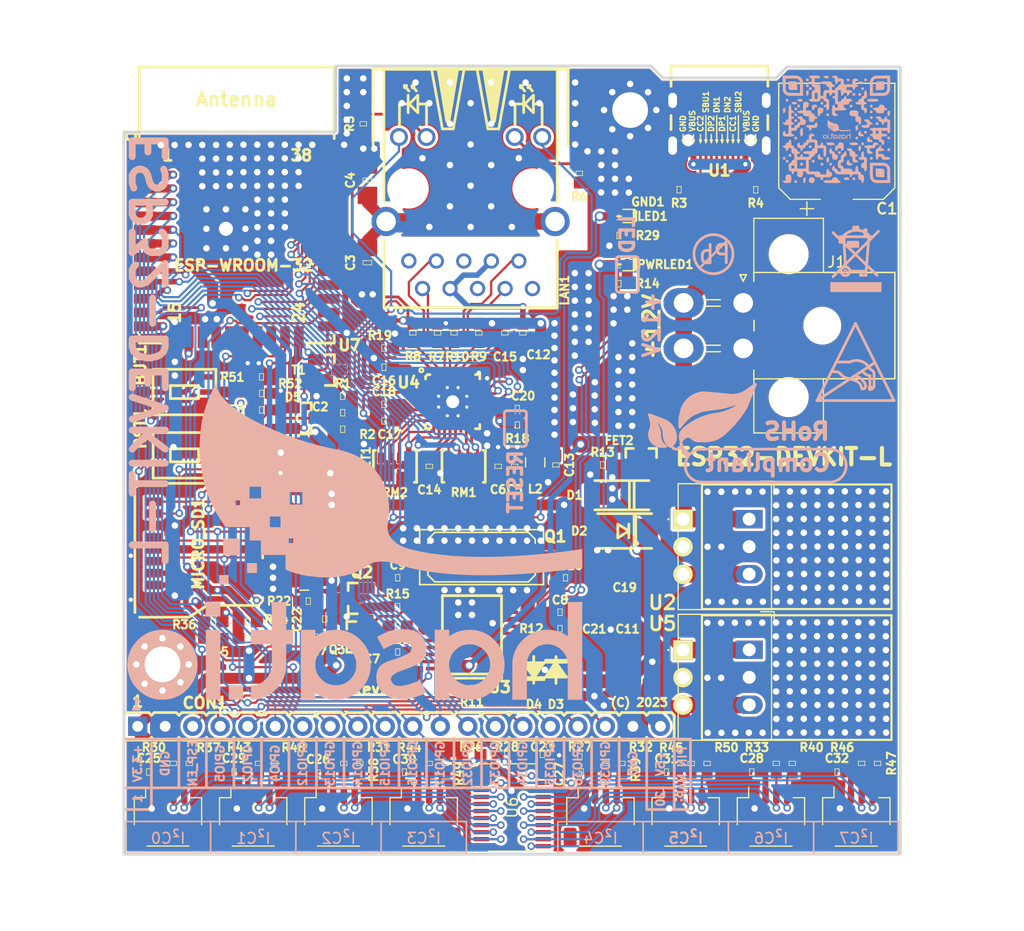
<source format=kicad_pcb>
(kicad_pcb (version 20211014) (generator pcbnew)
  (title_block (title "ESP32-DEVKIT-L") (date "2023") (rev "1") (company "Hasat.io"))
  (layers (0 "F.Cu" mixed) (31 "B.Cu" mixed) (34 "B.Paste" user) (35 "F.Paste" user) (36 "B.SilkS" user "B.Silkscreen") (37 "F.SilkS" user "F.Silkscreen") (38 "B.Mask" user) (39 "F.Mask" user) (44 "Edge.Cuts" user))
  (net 0 "")
  (net 1 "GND")
  (net 2 "Net-(BUT1-Pad2)")
  (net 3 "+3V3")
  (net 4 "/ESP_EN")
  (net 5 "/PHYAD0")
  (net 6 "/PHYAD1")
  (net 7 "/PHYAD2")
  (net 8 "/RMIISEL")
  (net 9 "/VDD1A-2A")
  (net 10 "/VDDCR")
  (net 11 "Net-(MICRO_SD1-Pad5)")
  (net 12 "Net-(LAN1-PadAG1)")
  (net 13 "Net-(LAN1-PadKY1)")
  (net 15 "Net-(LAN1-Pad1)")
  (net 16 "/+5V_USB")
  (net 17 "Net-(LAN1-Pad2)")
  (net 18 "Net-(LAN1-Pad7)")
  (net 19 "Net-(LAN1-Pad8)")
  (net 20 "Net-(LAN1-PadAY1)")
  (net 21 "Net-(LAN1-PadKG1)")
  (net 22 "Net-(PWRLED1-Pad1)")
  (net 23 "Net-(MICRO_SD1-Pad7)")
  (net 24 "/D_Com")
  (net 25 "/GPI35")
  (net 26 "+5V_EXT")
  (net 27 "/GPIO16")
  (net 28 "/GPI39")
  (net 29 "/GPI36")
  (net 30 "/GPIO32")
  (net 31 "Net-(LED1-Pad1)")
  (net 32 "+3.3VLAN")
  (net 33 "/GPIO0")
  (net 34 "Net-(MICRO_SD1-Pad2)")
  (net 35 "/GPI34\\BUT1")
  (net 36 "Net-(MICRO_SD1-Pad8)")
  (net 37 "Net-(MICRO_SD1-Pad1)")
  (net 38 "/GPIO5\\PHY_PWR")
  (net 39 "/GPIO3\\U0RXD")
  (net 40 "/GPIO2\\HS2_DATA0")
  (net 41 "/GPIO4\\HS2_DATA1")
  (net 42 "/GPIO1\\U0TXD")
  (net 43 "/GPIO26\\EMAC_RXD1(RMII)")
  (net 44 "/GPIO25\\EMAC_RXD0(RMII)")
  (net 45 "/GPIO27\\EMAC_RX_CRS_DV")
  (net 46 "/GPIO18\\MDIO(RMII)")
  (net 47 "/GPIO14\\HS2_CLK")
  (net 48 "/GPIO15\\HS2_CMD")
  (net 49 "/GPIO12\\HS2_DATA2")
  (net 50 "/GPIO13\\HS2_DATA3")
  (net 51 "/GPIO33\\LED")
  (net 52 "/GPIO22\\EMAC_TXD1(RMII)")
  (net 53 "/GPIO19\\EMAC_TXD0(RMII)")
  (net 54 "/GPIO21\\EMAC_TX_EN(RMII)")
  (net 55 "/GPIO23\\MDC(RMII)")
  (net 56 "/GPIO17\\EMAC_CLK_OUT_180")
  (net 57 "Net-(C8-Pad1)")
  (net 58 "Net-(C9-Pad1)")
  (net 59 "Net-(Q2-Pad1)")
  (net 60 "Net-(Q2-Pad2)")
  (net 61 "Net-(Q3-Pad1)")
  (net 62 "Net-(Q3-Pad2)")
  (net 63 "Net-(Q3-Pad3)")
  (net 64 "Net-(R1-Pad2)")
  (net 65 "Net-(R3-Pad2)")
  (net 66 "Net-(R4-Pad2)")
  (net 67 "Net-(I²C1-Pad3)")
  (net 68 "Net-(I²C1-Pad4)")
  (net 69 "Net-(I²C2-Pad3)")
  (net 70 "Net-(I²C2-Pad4)")
  (net 71 "Net-(I²C3-Pad3)")
  (net 72 "Net-(I²C3-Pad4)")
  (net 73 "Net-(I²C4-Pad3)")
  (net 74 "Net-(I²C4-Pad4)")
  (net 75 "Net-(I²C5-Pad3)")
  (net 76 "Net-(I²C5-Pad4)")
  (net 77 "Net-(I²C6-Pad3)")
  (net 78 "Net-(I²C6-Pad4)")
  (net 79 "Net-(C2-Pad2)")
  (net 80 "Net-(C3-Pad1)")
  (net 81 "Net-(C10-Pad1)")
  (net 82 "Net-(C20-Pad2)")
  (net 83 "Net-(C24-Pad1)")
  (net 84 "Net-(I²C7-Pad3)")
  (net 85 "Net-(I²C7-Pad4)")
  (net 86 "Net-(R19-Pad1)")
  (net 87 "Net-(R27-Pad2)")
  (net 88 "Net-(U1-PadA6)")
  (net 89 "Net-(U1-PadA7)")
  (net 95 "unconnected-(U3-Pad20)")
  (net 104 "+5V")
  (net 105 "Net-(C1-Pad1)")
  (net 106 "Net-(D3-Pad1)")
  (net 107 "Net-(D4-Pad2)")
  (net 114 "Net-(I²C0-Pad3)")
  (net 115 "Net-(I²C0-Pad4)")
  (footprint "OLIMEX_Other-FP:Mounting_hole_Shield_3.3mm" (layer "F.Cu") (at 73.152 122.301)
    (fp_text reference "MH2" hide)
    (fp_text value "Mounting_hole_Shield_3.3mm" hide)
  )
  (footprint "Capacitors:0603" (layer "F.Cu") (at 105.664 104.013 90)
    (fp_text reference "C5")
    (fp_text value "22uF/6.3V/20%/X5R/C0603")
  )
  (footprint "Capacitors:0603" (layer "F.Cu") (at 104.14 104.013 90)
    (fp_text reference "C6")
    (fp_text value "22uF/6.3V/20%/X5R/C0603")
  )
  (footprint "Capacitors:0805" (layer "F.Cu") (at 86.233 112.649)
    (fp_text reference "C24")
    (fp_text value "47uF/6.3V/20%/X5R/C0805")
  )
  (footprint "Capacitors:0603" (layer "F.Cu") (at 106.426 91.694 -90)
    (fp_text reference "C12")
    (fp_text value "100nF/50V/20%/Y5V/C0603")
  )
  (footprint "Capacitors:0603" (layer "F.Cu") (at 109.474 103.886 -90)
    (fp_text reference "C13")
    (fp_text value "22uF/6.3V/20%/X5R/C0603")
  )
  (footprint "Capacitors:0603" (layer "F.Cu") (at 97.79 104.013 -90)
    (fp_text reference "C14")
    (fp_text value "100nF/50V/20%/Y5V/C0603")
  )
  (footprint "Capacitors:0603" (layer "F.Cu") (at 104.775 91.694 -90)
    (fp_text reference "C15")
    (fp_text value "100nF/50V/20%/Y5V/C0603")
  )
  (footprint "Capacitors:0603" (layer "F.Cu") (at 93.599 94.869 180)
    (fp_text reference "C16")
    (fp_text value "100nF/50V/20%/Y5V/C0603")
  )
  (footprint "Capacitors:0603" (layer "F.Cu") (at 93.599 99.822 180)
    (fp_text reference "C17")
    (fp_text value "2.2uF/6.3V/10%/X5R/C0603")
  )
  (footprint "Capacitors:0603" (layer "F.Cu") (at 93.599 98.298 180)
    (fp_text reference "C18")
    (fp_text value "100nF/50V/20%/Y5V/C0603")
  )
  (footprint "Capacitors:0603" (layer "F.Cu") (at 105.918 98.679 180)
    (fp_text reference "C20")
    (fp_text value "NA(10uF/6.3V/20%/X5R/C0603)")
  )
  (footprint "OLIMEX_RLC-FP:L_0805_5MIL_DWS" (layer "F.Cu") (at 107.569 103.632 90)
    (fp_text reference "L2")
    (fp_text value "FB0805/600R/2A")
  )
  (footprint "OLIMEX_RLC-FP:L_0805_5MIL_DWS" (layer "F.Cu") (at 86.233 114.554 180)
    (fp_text reference "L3")
    (fp_text value "FB0805/600R/2A")
  )
  (footprint "OLIMEX_LEDs-FP:LED_0603_KA" (layer "F.Cu") (at 115.2995 85.37 180)
    (fp_text reference "PWRLED1")
    (fp_text value "LED/RED/0603")
  )
  (footprint "Resistors:0603" (layer "F.Cu") (at 82.296 95.758)
    (fp_text reference "R51")
    (fp_text value "220R/R0603")
  )
  (footprint "Resistors:0603" (layer "F.Cu") (at 91.694 72.39 90)
    (fp_text reference "R5")
    (fp_text value "330R/R0603")
  )
  (footprint "Resistors:0603" (layer "F.Cu") (at 111.633 76.962 -90)
    (fp_text reference "R6")
    (fp_text value "330R/R0603")
  )
  (footprint "Resistors:0603" (layer "F.Cu") (at 98.552 91.694 -90)
    (fp_text reference "R7")
    (fp_text value "49.9R/1%/R0603")
  )
  (footprint "Resistors:0603" (layer "F.Cu") (at 96.266 91.694 -90)
    (fp_text reference "R8")
    (fp_text value "49.9R/1%/R0603")
  )
  (footprint "Resistors:0603" (layer "F.Cu") (at 102.362 91.694 -90)
    (fp_text reference "R9")
    (fp_text value "49.9R/1%/R0603")
  )
  (footprint "Resistors:0603" (layer "F.Cu") (at 100.076 91.694 -90)
    (fp_text reference "R10")
    (fp_text value "49.9R/1%/R0603")
  )
  (footprint "Resistors:0603" (layer "F.Cu") (at 101.727 124.5235)
    (fp_text reference "R11")
    (fp_text value "10k/R0603")
  )
  (footprint "Resistors:0603" (layer "F.Cu") (at 105.918 100.2)
    (fp_text reference "R18")
    (fp_text value "10k/R0603")
  )
  (footprint "Resistors:0603" (layer "F.Cu") (at 93.599 93.091 180)
    (fp_text reference "R19")
    (fp_text value "12.1k/1%/R0603")
  )
  (footprint "Resistors:0603" (layer "F.Cu") (at 109.855 118.999)
    (fp_text reference "R12")
    (fp_text value "10k/R0603")
  )
  (footprint "Resistors:0603" (layer "F.Cu") (at 94.869 116.967 180)
    (fp_text reference "R15")
    (fp_text value "1k/R0603")
  )
  (footprint "OLIMEX_RLC-FP:R_MATRIX_4" (layer "F.Cu") (at 94.615 104.013)
    (fp_text reference "RM2")
    (fp_text value "RA1206_(4X0603)_4B8_2.2k")
  )
  (footprint "OLIMEX_RLC-FP:R_MATRIX_4" (layer "F.Cu") (at 100.965 104.013 180)
    (fp_text reference "RM1")
    (fp_text value "RA1206_(4X0603)_4B8_2.2k")
  )
  (footprint "OLIMEX_Cases-FP:ESP-WROOM-32_MODULE" (layer "F.Cu") (at 80.01 79.883)
    (fp_text reference "U7")
    (fp_text value "ESP32-WROOM-32D-4MB")
  )
  (footprint "OLIMEX_IC-FP:QFN32_EP(33)_5.00x5.00x0.90mm_Pitch_0.50mm" (layer "F.Cu") (at 99.949 98.044 -90)
    (fp_text reference "U4")
    (fp_text value "LAN8710A-EZC(QFN32)")
  )
  (footprint "OLIMEX_Connectors-FP:TFC-WXCP11-08-LF" (layer "F.Cu") (at 76.327 111.125 180)
    (fp_text reference "MICRO_SD1")
    (fp_text value "TFC-WXCP11-08-LF")
  )
  (footprint "Resistors:0603" (layer "F.Cu") (at 86.233 110.871 180)
    (fp_text reference "R41")
    (fp_text value "10R/R0603")
  )
  (footprint "OLIMEX_Buttons-FP:T1107A(6x3,8x2,5MM)" (layer "F.Cu") (at 75.184 97.155 180)
    (fp_text reference "BUT1")
    (fp_text value "T1107A(6x3,8x2,5MM)")
  )
  (footprint "OLIMEX_Buttons-FP:T1107A(6x3,8x2,5MM)" (layer "F.Cu") (at 75.184 102.997 180)
    (fp_text reference "RST1")
    (fp_text value "T1107A(6x3,8x2,5MM)")
  )
  (footprint "OLIMEX_Connectors-FP:RJLBC-060TC1" (layer "F.Cu") (at 101.6 78.359 180)
    (fp_text reference "LAN1")
    (fp_text value "RJLD-060TC1(LPJ4013EDNL)")
  )
  (footprint "Capacitors:1206" (layer "F.Cu") (at 92.075 85.217 -90)
    (fp_text reference "C3")
    (fp_text value "1nF/2000V/10%/X7R/C1206")
  )
  (footprint "Capacitors:1206" (layer "F.Cu") (at 92.075 77.597 90)
    (fp_text reference "C4")
    (fp_text value "NA(1nF/2000V/10%/X7R/C1206)")
  )
  (footprint "Resistors:0603" (layer "F.Cu") (at 115.2995 87.148 180)
    (fp_text reference "R14")
    (fp_text value "2.2k/R0603")
  )
  (footprint "Capacitors:0603" (layer "F.Cu") (at 94.869 114.3 180)
    (fp_text reference "C9")
    (fp_text value "27pF/50V/5%/C0G/C0603")
  )
  (footprint "Capacitors:0603" (layer "F.Cu") (at 110.363 114.3)
    (fp_text reference "C10")
    (fp_text value "27pF/50V/5%/C0G/C0603")
  )
  (footprint "Capacitors:0603" (layer "F.Cu") (at 94.869 121.158 180)
    (fp_text reference "C7")
    (fp_text value "22uF/6.3V/20%/X5R/C0603")
  )
  (footprint "Capacitors:0603" (layer "F.Cu") (at 109.855 117.475)
    (fp_text reference "C8")
    (fp_text value "100nF/50V/20%/Y5V/C0603")
  )
  (footprint "OLIMEX_Diodes-FP:SMA-KA" (layer "F.Cu") (at 115.57 106.68 180)
    (fp_text reference "D1")
    (fp_text value "1N5822/SS34/SMA")
  )
  (footprint "OLIMEX_Transistors-FP:SOT23" (layer "F.Cu") (at 117.348 102.997 -90)
    (fp_text reference "FET2")
    (fp_text value "WPM2015-3/TR")
  )
  (footprint "OLIMEX_Crystal-FP:Q_49U3HMS" (layer "F.Cu") (at 102.616 112.395)
    (fp_text reference "Q1")
    (fp_text value "Q12MHz/20pF/30ppm/2P/HC-49SM(SMD)")
  )
  (footprint "OLIMEX_Transistors-FP:SOT23" (layer "F.Cu") (at 90.932 116.205)
    (fp_text reference "Q2")
    (fp_text value "BC817-40(SOT23)")
  )
  (footprint "Resistors:0603" (layer "F.Cu") (at 113.792 103.886 180)
    (fp_text reference "R13")
    (fp_text value "1M/R0603")
  )
  (footprint "Resistors:0603" (layer "F.Cu") (at 94.869 118.745 180)
    (fp_text reference "R16")
    (fp_text value "1k/R0603")
  )
  (footprint "Resistors:0603" (layer "F.Cu") (at 82.296 97.282 180)
    (fp_text reference "R52")
    (fp_text value "10k/R0603")
  )
  (footprint "Resistors:0603" (layer "F.Cu") (at 82.296 98.806)
    (fp_text reference "R53")
    (fp_text value "NA/R0603")
  )
  (footprint "OLIMEX_IC-FP:SSOP-20W" (layer "F.Cu") (at 101.727 119.761 90)
    (fp_text reference "U3")
    (fp_text value "CH340T(SSOP20W)")
  )
  (footprint "OLIMEX_Other-FP:Mounting_hole_Shield_3.3mm" (layer "F.Cu") (at 116.332 71.12)
    (fp_text reference "MH1" hide)
    (fp_text value "Mounting_hole_Shield_3.3mm" hide)
  )
  (footprint "OLIMEX_Connectors-FP:HN1x20" (layer "F.Cu") (at 94.996 128.016)
    (fp_text reference "CON1")
    (fp_text value "NA(NH1x20)")
  )
  (footprint "OLIMEX_LEDs-FP:LED_0603_KA" (layer "F.Cu") (at 115.2995 80.925 180)
    (fp_text reference "LED1")
    (fp_text value "LED/GREEN/0603")
  )
  (footprint "Resistors:0603" (layer "F.Cu") (at 115.2995 82.703)
    (fp_text reference "R29")
    (fp_text value "2.2k/R0603")
  )
  (footprint "Resistors:0603" (layer "F.Cu") (at 81.026 119.888 180)
    (fp_text reference "R21")
    (fp_text value "2.2k/R0603")
  )
  (footprint "Resistors:0603" (layer "F.Cu") (at 86.487 104.648 180)
    (fp_text reference "R23")
    (fp_text value "2.2k/R0603")
  )
  (footprint "OLIMEX_Diodes-FP:DO214AA_1(K)-2(A)" (layer "F.Cu") (at 115.824 109.982 180)
    (fp_text reference "D2")
    (fp_text value "SMBJ6.0A(DO-214AA)")
  )
  (footprint "OLIMEX_Transistors-FP:SOT23" (layer "F.Cu") (at 89.662 103.505 90)
    (fp_text reference "FET1")
    (fp_text value "WPM2015-3/TR")
  )
  (footprint "Resistors:0603" (layer "F.Cu") (at 89.789 97.536 180)
    (fp_text reference "R1")
    (fp_text value "1k/R0603")
  )
  (footprint "OLIMEX_RLC-FP:L_0805_5MIL_DWS" (layer "F.Cu") (at 86.106 101.981)
    (fp_text reference "L1")
    (fp_text value "FB0805/600R/2A")
  )
  (footprint "Resistors:0603" (layer "F.Cu") (at 89.788999 100.584)
    (fp_text reference "R2")
    (fp_text value "10k/R0603")
  )
  (footprint "OLIMEX_Transistors-FP:SOT23" (layer "F.Cu") (at 88.392 95.123 180)
    (fp_text reference "T1")
    (fp_text value "DTC114YKA")
  )
  (footprint "Capacitors:0603" (layer "F.Cu") (at 89.788999 99.06)
    (fp_text reference "C2")
    (fp_text value "22uF/6.3V/20%/X5R/C0603")
  )
  (footprint "Resistors:0603" (layer "F.Cu") (at 77.851 118.364 180)
    (fp_text reference "R36")
    (fp_text value "NA/R0603")
  )
  (footprint "Resistors:0603" (layer "F.Cu") (at 86.487 106.172 180)
    (fp_text reference "R24")
    (fp_text value "2.2k/R0603")
  )
  (footprint "OLIMEX_Diodes-FP:SOT23-3" (layer "F.Cu") (at 86.233 99.568 180)
    (fp_text reference "D5")
    (fp_text value "BAT54C(SOT23-3)")
  )
  (footprint "OLIMEX_Diodes-FP:SOD-123_1C-2A_KA" (layer "F.Cu") (at 107.442 122.809 90)
    (fp_text reference "D4")
    (fp_text value "1N5819S4/SOD123")
  )
  (footprint "OLIMEX_Diodes-FP:SOD-123_1C-2A_KA" (layer "F.Cu") (at 109.474 122.809 -90)
    (fp_text reference "D3")
    (fp_text value "1N5819S4/SOD123")
  )
  (footprint "OLIMEX_Other-FP:Fiducial1x3" (layer "F.Cu") (at 117.425 75.875)
    (fp_text reference "FID3" hide)
    (fp_text value "Fiducial" hide)
  )
  (footprint "Resistors:0603" (layer "F.Cu") (at 86.487 107.95)
    (fp_text reference "R35")
    (fp_text value "NA/R0603")
  )
  (footprint "Resistors:0603" (layer "F.Cu") (at 81.026 118.364 180)
    (fp_text reference "R34")
    (fp_text value "NA/R0603")
  )
  (footprint "Resistors:0603" (layer "F.Cu") (at 77.851 119.888 180)
    (fp_text reference "R25")
    (fp_text value "2.2k/R0603")
  )
  (footprint "Capacitors:0603" (layer "F.Cu") (at 88.138 118.11 180)
    (fp_text reference "C22")
    (fp_text value "1uF/C0603")
  )
  (footprint "Resistors:0603" (layer "F.Cu") (at 86.614 116.459 180)
    (fp_text reference "R22")
    (fp_text value "10k/R0603")
  )
  (footprint "OLIMEX_Transistors-FP:SOT23" (layer "F.Cu") (at 90.805 119.761)
    (fp_text reference "Q3")
    (fp_text value "BC817-40(SOT23)")
  )
  (footprint "Resistors:0603" (layer "F.Cu") (at 87.249 119.761 180)
    (fp_text reference "R17")
    (fp_text value "220R/R0603")
  )
  (footprint "Resistors:0603" (layer "F.Cu") (at 82.296 100.584 180)
    (fp_text reference "R20")
    (fp_text value "10k/R0603")
  )
  (footprint "Resistors:0603" (layer "F.Cu") (at 82.296 103.886 180)
    (fp_text reference "R42")
    (fp_text value "220R/R0603")
  )
  (footprint "Resistors:0603" (layer "F.Cu") (at 97.77 131.438279 -90)
    (fp_text reference "R44")
    (fp_text value "4.7k/R0603")
  )
  (footprint "Capacitors:0603" (layer "F.Cu") (at 108.225 130.60582 180)
    (fp_text reference "C23")
    (fp_text value "100nF/6.3V/20%/X5R/C0603")
  )
  (footprint "Capacitors:0603" (layer "F.Cu") (at 87.525 132.338171)
    (fp_text reference "C26")
    (fp_text value "1uF/6.3V/20%/X5R/C0603")
  )
  (footprint "Connector_JST:JST_SH_SM04B-SRSS-TB_1x04-1MP_P1.00mm_Horizontal" (layer "F.Cu") (at 81.53 136.385)
    (fp_text reference "I²C1")
    (fp_text value "Conn_01x04_P1.00mm_Stemma qt/Qwiic")
  )
  (footprint "Capacitors:0603" (layer "F.Cu") (at 135.42656 132.24)
    (fp_text reference "C32")
    (fp_text value "1uF/6.3V/20%/X5R/C0603")
  )
  (footprint "Capacitors:1210" (layer "F.Cu") (at 115.825 113.425 180)
    (fp_text reference "C19")
    (fp_text value "330uF/6.3V/20%/X5R/C1210")
  )
  (footprint "Resistors:0603" (layer "F.Cu") (at 74.16 131.43664 -90)
    (fp_text reference "R30")
    (fp_text value "4.7k/R0603")
  )
  (footprint "Connector_JST:JST_SH_SM04B-SRSS-TB_1x04-1MP_P1.00mm_Horizontal" (layer "F.Cu") (at 73.66 136.385)
    (fp_text reference "I²C0")
    (fp_text value "Conn_01x04_P1.00mm_Stemma qt/Qwiic")
  )
  (footprint "" (layer "F.Cu") (at 95.9 85.05)
    (fp_text reference "")
    (fp_text value "")
  )
  (footprint "K7812-2000R3L:K78122000R3L" (layer "F.Cu") (at 121.21 108.9)
    (fp_text reference "U2")
    (fp_text value "K7805-2000R3L" hide)
  )
  (footprint "Capacitors:0603" (layer "F.Cu") (at 71.885 132.235)
    (fp_text reference "C25")
    (fp_text value "1uF/6.3V/20%/X5R/C0603")
  )
  (footprint "Connector_JST:JST_SH_SM04B-SRSS-TB_1x04-1MP_P1.00mm_Horizontal" (layer "F.Cu") (at 121.46 136.390885)
    (fp_text reference "I²C5")
    (fp_text value "Conn_01x04_P1.00mm_Stemma qt/Qwiic")
  )
  (footprint "Connector_JST:JST_SH_SM04B-SRSS-TB_1x04-1MP_P1.00mm_Horizontal" (layer "F.Cu") (at 129.33 136.389888)
    (fp_text reference "I²C6")
    (fp_text value "Conn_01x04_P1.00mm_Stemma qt/Qwiic")
  )
  (footprint "Resistors:0603" (layer "F.Cu") (at 91.375 131.437351 -90)
    (fp_text reference "R38")
    (fp_text value "4.7k/R0603")
  )
  (footprint "Connector_JST:JST_SH_SM04B-SRSS-TB_1x04-1MP_P1.00mm_Horizontal" (layer "F.Cu") (at 97.27 136.388279)
    (fp_text reference "I²C3")
    (fp_text value "Conn_01x04_P1.00mm_Stemma qt/Qwiic")
  )
  (footprint "Resistors:0603" (layer "F.Cu") (at 123.435 131.440885 -90)
    (fp_text reference "R50")
    (fp_text value "4.7k/R0603")
  )
  (footprint "K7812-2000R3L:K78122000R3L" (layer "F.Cu") (at 121.21 120.975)
    (fp_text reference "U5")
    (fp_text value "K7803-2000R3L" hide)
  )
  (footprint "Resistors:0603" (layer "F.Cu") (at 120.85 78.475)
    (fp_text reference "R3")
    (fp_text value "5.1k/R0603")
  )
  (footprint "Capacitors:0603" (layer "F.Cu") (at 127.55584 132.239888)
    (fp_text reference "C28")
    (fp_text value "1uF/6.3V/20%/X5R/C0603")
  )
  (footprint "Converter_DCDC:Converter_DCDC_RECOM_R-78B-2.0_THT" (layer "F.Cu") (at 127.325 120.95 -90)
    (fp_text reference "REF**" hide)
    (fp_text value "Converter_DCDC_RECOM_R-78B-2.0_THT")
  )
  (footprint "Resistors:0603" (layer "F.Cu") (at 121.96 131.444165 -90)
    (fp_text reference "R45")
    (fp_text value "4.7k/R0603")
  )
  (footprint "Resistors:0603" (layer "F.Cu") (at 129.83 131.439888 -90)
    (fp_text reference "R33")
    (fp_text value "4.7k/R0603")
  )
  (footprint "Converter_DCDC:Converter_DCDC_RECOM_R-78B-2.0_THT" (layer "F.Cu") (at 127.3175 108.89 -90)
    (fp_text reference "REF**" hide)
    (fp_text value "Converter_DCDC_RECOM_R-78B-2.0_THT")
  )
  (footprint "Resistors:0603" (layer "F.Cu") (at 75.635 131.435 -90)
    (fp_text reference "R37")
    (fp_text value "4.7k/R0603")
  )
  (footprint "Resistors:0603" (layer "F.Cu") (at 104.945 130.605 180)
    (fp_text reference "R28")
    (fp_text value "4.7k/R0603" hide)
  )
  (footprint "Resistors:0603" (layer "F.Cu") (at 99.245 131.438279 -90)
    (fp_text reference "R49")
    (fp_text value "4.7k/R0603")
  )
  (footprint "Capacitors:0603" (layer "F.Cu") (at 119.68416 132.240885)
    (fp_text reference "C31")
    (fp_text value "1uF/6.3V/20%/X5R/C0603")
  )
  (footprint "Connector_JST:JST_SH_SM04B-SRSS-TB_1x04-1MP_P1.00mm_Horizontal" (layer "F.Cu") (at 113.59 136.391107)
    (fp_text reference "I²C4")
    (fp_text value "Conn_01x04_P1.00mm_Stemma qt/Qwiic")
  )
  (footprint "Resistors:0603" (layer "F.Cu") (at 137.70072 131.43672 -90)
    (fp_text reference "R46")
    (fp_text value "4.7k/R0603")
  )
  (footprint "Connector_Molex:Molex_Mini-Fit_Jr_5569-04A2_2x02_P4.20mm_Horizontal" (layer "F.Cu") (at 126.765 88.925 -90)
    (fp_text reference "REF**" hide)
    (fp_text value "Molex_Mini-Fit_Jr_5569-04A2_2x02_P4.20mm_Horizontal")
  )
  (footprint "Resistors:0603" (layer "F.Cu") (at 127.925 78.475)
    (fp_text reference "R4")
    (fp_text value "5.1k/R0603")
  )
  (footprint "Package_SO:TSSOP-24_4.4x7.8mm_P0.65mm" (layer "F.Cu") (at 105.45 135.51)
    (fp_text reference "U6")
    (fp_text value "TCA9548APWR")
  )
  (footprint "Capacitors:0603" (layer "F.Cu") (at 79.75584 132.235)
    (fp_text reference "C29")
    (fp_text value "1uF/6.3V/20%/X5R/C0603")
  )
  (footprint "Resistors:0603" (layer "F.Cu") (at 83.505 131.435 -90)
    (fp_text reference "R48")
    (fp_text value "4.7k/R0603")
  )
  (footprint "Resistors:0603" (layer "F.Cu") (at 111.7 130.845 180)
    (fp_text reference "R27")
    (fp_text value "10k/R0603")
  )
  (footprint "Resistors:0603" (layer "F.Cu") (at 115.565 131.441107 -90)
    (fp_text reference "R39")
    (fp_text value "4.7k/R0603")
  )
  (footprint "Resistors:0603" (layer "F.Cu") (at 89.9 131.437351 -90)
    (fp_text reference "R31")
    (fp_text value "4.7k/R0603")
  )
  (footprint "Capacitors:0603" (layer "F.Cu") (at 95.49584 132.238279)
    (fp_text reference "C30")
    (fp_text value "1uF/6.3V/20%/X5R/C0603")
  )
  (footprint "Connector_JST:JST_SH_SM04B-SRSS-TB_1x04-1MP_P1.00mm_Horizontal" (layer "F.Cu") (at 137.21 136.39)
    (fp_text reference "I²C7")
    (fp_text value "Conn_01x04_P1.00mm_Stemma qt/Qwiic")
  )
  (footprint "Capacitors:0603" (layer "F.Cu") (at 111.81584 132.241107)
    (fp_text reference "C27")
    (fp_text value "1uF/6.3V/20%/X5R/C0603")
  )
  (footprint "Connector_USB:USB2.0_TYPE-C(A40-00119-A52-12)" (layer "F.Cu") (at 124.575 71.375 90)
    (fp_text reference "U1")
    (fp_text value "USB-C-16P-F(A40-00119-A52-12)")
  )
  (footprint "Resistors:0603" (layer "F.Cu") (at 139.17572 131.44 -90)
    (fp_text reference "R47")
    (fp_text value "4.7k/R0603")
  )
  (footprint "OLIMEX_Other-FP:TESTPAD_40-ROUND" (layer "F.Cu") (at 118.825 78.475)
    (fp_text reference "GND1")
    (fp_text value "TESTPAD" hide)
  )
  (footprint "Resistors:0603" (layer "F.Cu") (at 82.03 131.43664 -90)
    (fp_text reference "R43")
    (fp_text value "4.7k/R0603")
  )
  (footprint "Capacitors:1210" (layer "F.Cu") (at 116.075 122.0974 90)
    (fp_text reference "C11")
    (fp_text value "330uF/6.3V/20%/X5R/C1210")
  )
  (footprint "" (layer "F.Cu") (at 107.315 87.6)
    (fp_text reference "")
    (fp_text value "")
  )
  (footprint "Resistors:0603" (layer "F.Cu") (at 101.67 130.605)
    (fp_text reference "R26")
    (fp_text value "4.7k/R0603" hide)
  )
  (footprint "Resistors:0603" (layer "F.Cu") (at 131.305 131.439888 -90)
    (fp_text reference "R40")
    (fp_text value "4.7k/R0603")
  )
  (footprint "Resistors:0603" (layer "F.Cu") (at 114.09 131.442747 -90)
    (fp_text reference "R32")
    (fp_text value "4.7k/R0603")
  )
  (footprint "Connector_JST:JST_SH_SM04B-SRSS-TB_1x04-1MP_P1.00mm_Horizontal" (layer "F.Cu") (at 89.4 136.387351)
    (fp_text reference "I²C2")
    (fp_text value "Conn_01x04_P1.00mm_Stemma qt/Qwiic")
  )
  (footprint "Capacitor_SMD:CP_Elec_10x10.5" (layer "F.Cu") (at 135.41 74.005 90)
    (fp_text reference "C1")
    (fp_text value "220uF/50V/10*10mm")
  )
  (footprint "Connector_Molex:Molex_Mini-Fit_Jr_5569-04A1_2x02_P4.20mm_Horizontal" (layer "F.Cu") (at 126.765 88.925 -90)
    (fp_text reference "J1")
    (fp_text value "Conn_02x02_P4.20mm_Molex_Horizontal")
  )
  (footprint "Capacitors:1210" (layer "F.Cu") (at 113.025 122.0974 90)
    (fp_text reference "C21")
    (fp_text value "330uF/6.3V/20%/X5R/C1210")
  )
  (footprint "OLIMEX_LOGOs-FP:LOGO_ANTISTATIC_1" (layer "B.Cu") (at 140.692 97.9395 180)
    (fp_text reference "Sign-Antistatic" hide)
    (fp_text value "Val**" hide)
  )
  (footprint "OLIMEX_LOGOs-FP:LOGO_PBFREE" (layer "B.Cu") (at 124.2232 84.11004)
    (fp_text reference "Sign_Pb-Free")
    (fp_text value "")
  )
  (footprint "OLIMEX_LOGOs-FP:LOGO_RECYCLEBIN_1" (layer "B.Cu") (at 139.51 87.898 180)
    (fp_text reference "Sign-RecyclBin" hide)
    (fp_text value "" hide)
  )
  (footprint "OLIMEX_LOGOs-FP:LOGO_ROHS_1" (layer "B.Cu") (at 135.26 104.8385 180)
    (fp_text reference "Sign_RoHS" hide)
    (fp_text value "Val**" hide)
  )
  (footprint "Hasat.io:Hasat" (layer "B.Cu") (at 90.92 110.925 180)
    (fp_text reference "G***" hide)
    (fp_text value "LOGO" hide)
  )
  (footprint "OLIMEX_Jumpers-FP:SJ" (layer "B.Cu") (at 105.735488 100.5235 90)
    (fp_text reference "RESET")
    (fp_text value "Opened")
  )
  (footprint "OLIMEX_Jumpers-FP:SJ" (layer "B.Cu") (at 116.075 86.3 90)
    (fp_text reference "LED")
    (fp_text value "Closed")
  )
  (footprint "Hasat.io:esp-devkit-l" (layer "B.Cu") (at 135.38 72.895 180)
    (fp_text reference "G***" hide)
    (fp_text value "LOGO" hide)
  )
  (gr_line (start 121.9005 129.195) (end 69.59 129.195) (layer "B.SilkS") (width 0.254))
  (gr_line (start 79.75 129.195) (end 79.75 133.695) (layer "B.SilkS") (width 0.254))
  (gr_line (start 69.73 139.715) (end 101.21 139.715) (layer "B.SilkS") (width 0.15))
  (gr_line (start 100.07 129.195) (end 100.07 133.695) (layer "B.SilkS") (width 0.254))
  (gr_line (start 117.53 136.815) (end 117.53 139.725) (layer "B.SilkS") (width 0.15))
  (gr_line (start 109.66 136.815) (end 109.66 139.725) (layer "B.SilkS") (width 0.15))
  (gr_line (start 107.69 129.195) (end 107.69 133.695) (layer "B.SilkS") (width 0.254))
  (gr_line (start 69.59 135.695) (end 69.59 129.195) (layer "B.SilkS") (width 0.254))
  (gr_line (start 92.45 129.195) (end 92.45 133.695) (layer "B.SilkS") (width 0.254))
  (gr_line (start 141.14 136.815) (end 141.14 139.725) (layer "B.SilkS") (width 0.15))
  (gr_line (start 105.15 129.195) (end 105.15 133.695) (layer "B.SilkS") (width 0.254))
  (gr_line (start 74.67 129.195) (end 74.67 133.695) (layer "B.SilkS") (width 0.254))
  (gr_line (start 72.13 129.195) (end 72.13 133.698) (layer "B.SilkS") (width 0.254))
  (gr_line (start 120.4 129.195) (end 120.4 133.695) (layer "B.SilkS") (width 0.254))
  (gr_line (start 69.73 136.805) (end 69.73 139.715) (layer "B.SilkS") (width 0.15))
  (gr_line (start 93.34 136.805) (end 93.34 139.71) (layer "B.SilkS") (width 0.15))
  (gr_line (start 69.73 136.805) (end 101.21 136.805) (layer "B.SilkS") (width 0.15))
  (gr_line (start 85.47 136.805) (end 85.47 139.715) (layer "B.SilkS") (width 0.15))
  (gr_line (start 84.83 129.195) (end 84.83 133.695) (layer "B.SilkS") (width 0.254))
  (gr_line (start 109.66 139.725) (end 141.14 139.725) (layer "B.SilkS") (width 0.15))
  (gr_line (start 94.99 129.195) (end 94.99 133.695) (layer "B.SilkS") (width 0.254))
  (gr_line (start 112.77 129.195) (end 112.77 133.695) (layer "B.SilkS") (width 0.254))
  (gr_line (start 69.59 135.695) (end 72.13 135.695) (layer "B.SilkS") (width 0.254))
  (gr_line (start 117.86 135.695) (end 117.86 133.695) (layer "B.SilkS") (width 0.254))
  (gr_line (start 120.4 133.695) (end 69.59 133.695) (layer "B.SilkS") (width 0.254))
  (gr_line (start 110.23 129.195) (end 110.23 133.695) (layer "B.SilkS") (width 0.254))
  (gr_line (start 102.61 129.195) (end 102.61 133.695) (layer "B.SilkS") (width 0.254))
  (gr_line (start 133.27 136.815) (end 133.27 139.72) (layer "B.SilkS") (width 0.15))
  (gr_line (start 115.32 129.195) (end 115.32 133.695) (layer "B.SilkS") (width 0.254))
  (gr_line (start 77.21 129.195) (end 77.21 133.695) (layer "B.SilkS") (width 0.254))
  (gr_line (start 101.21 136.805) (end 101.21 139.715) (layer "B.SilkS") (width 0.15))
  (gr_line (start 72.13 133.698) (end 72.13 135.695) (layer "B.SilkS") (width 0.254))
  (gr_line (start 121.9005 129.195) (end 121.8995 135.695) (layer "B.SilkS") (width 0.254))
  (gr_line (start 109.66 136.815) (end 141.14 136.815) (layer "B.SilkS") (width 0.15))
  (gr_line (start 117.86 129.195) (end 117.86 133.695) (layer "B.SilkS") (width 0.254))
  (gr_line (start 89.91 129.195) (end 89.91 133.695) (layer "B.SilkS") (width 0.254))
  (gr_line (start 120.4 135.695) (end 121.8995 135.695) (layer "B.SilkS") (width 0.254))
  (gr_line (start 125.4 136.815) (end 125.4 139.725) (layer "B.SilkS") (width 0.15))
  (gr_line (start 82.29 129.195) (end 82.29 133.695) (layer "B.SilkS") (width 0.254))
  (gr_line (start 87.37 129.195) (end 87.37 133.695) (layer "B.SilkS") (width 0.254))
  (gr_line (start 120.4 133.695) (end 120.4 135.695) (layer "B.SilkS") (width 0.254))
  (gr_circle (center 73.151575 122.295) (end 74.930028 122.295) (layer "B.SilkS") (width 1) (fill none))
  (gr_line (start 77.6 136.805) (end 77.6 139.715) (layer "B.SilkS") (width 0.15))
  (gr_line (start 117.86 135.695) (end 120.4 135.695) (layer "B.SilkS") (width 0.254))
  (gr_line (start 97.53 129.195) (end 97.53 133.695) (layer "B.SilkS") (width 0.254))
  (gr_line (start 118.25 67.051508) (end 119.37 68.166) (layer "Edge.Cuts") (width 0.254))
  (gr_line (start 118.25 67.051508) (end 89.154 67.056) (layer "Edge.Cuts") (width 0.254))
  (gr_line (start 69.596 73.152) (end 69.6 139.825) (layer "Edge.Cuts") (width 0.254))
  (gr_line (start 130.8 67.15) (end 141.275 67.15) (layer "Edge.Cuts") (width 0.254))
  (gr_line (start 89.154 73.152) (end 89.154 67.056) (layer "Edge.Cuts") (width 0.254))
  (gr_line (start 129.784 68.166) (end 130.8 67.15) (layer "Edge.Cuts") (width 0.254))
  (gr_line (start 119.37 68.166) (end 129.784 68.166) (layer "Edge.Cuts") (width 0.254))
  (gr_line (start 141.275 67.15) (end 141.275 139.825) (layer "Edge.Cuts") (width 0.254))
  (gr_line (start 69.596 73.152) (end 89.154 73.152) (layer "Edge.Cuts") (width 0.254))
  (gr_line (start 69.6 139.825) (end 141.275 139.825) (layer "Edge.Cuts") (width 0.254))
  (gr_text "1" (at 70.86 134.695 90) (layer "B.SilkS") (effects (font (size 0.762 0.762) (thickness 0.1905)) (justify mirror)))
  (gr_text "ESP_EN" (at 75.94 131.445 90) (layer "B.SilkS") (effects (font (size 0.762 0.762) (thickness 0.1905)) (justify mirror)))
  (gr_text "GPIO5" (at 78.48 131.445 90) (layer "B.SilkS") (effects (font (size 0.762 0.762) (thickness 0.1905)) (justify mirror)))
  (gr_text "GPIO2" (at 81.02 131.445 90) (layer "B.SilkS") (effects (font (size 0.762 0.762) (thickness 0.1905)) (justify mirror)))
  (gr_text "GPIO4" (at 83.56 131.445 90) (layer "B.SilkS") (effects (font (size 0.762 0.762) (thickness 0.1905)) (justify mirror)))
  (gr_text "GPIO12" (at 86.1 131.445 90) (layer "B.SilkS") (effects (font (size 0.762 0.762) (thickness 0.1905)) (justify mirror)))
  (gr_text "GPIO13" (at 88.64 131.445 90) (layer "B.SilkS") (effects (font (size 0.762 0.762) (thickness 0.1905)) (justify mirror)))
  (gr_text "GPIO14" (at 91.18 131.445 90) (layer "B.SilkS") (effects (font (size 0.762 0.762) (thickness 0.1905)) (justify mirror)))
  (gr_text "GPIO15" (at 93.72 131.445 90) (layer "B.SilkS") (effects (font (size 0.762 0.762) (thickness 0.1905)) (justify mirror)))
  (gr_text "GPIO16" (at 96.26 131.445 90) (layer "B.SilkS") (effects (font (size 0.762 0.762) (thickness 0.1905)) (justify mirror)))
  (gr_text "GPIO17" (at 98.8 131.445 90) (layer "B.SilkS") (effects (font (size 0.762 0.762) (thickness 0.1905)) (justify mirror)))
  (gr_text "PIN MAP:" (at 121.15 132.445 90) (layer "B.SilkS") (effects (font (size 0.762 0.762) (thickness 0.1905)) (justify mirror)))
  (gr_text "GPIO32" (at 101.34 131.445 90) (layer "B.SilkS") (effects (font (size 0.762 0.762) (thickness 0.1905)) (justify mirror)))
  (gr_text "GPIO33" (at 103.88 131.445 90) (layer "B.SilkS") (effects (font (size 0.762 0.762) (thickness 0.1905)) (justify mirror)))
  (gr_text "GPIO34" (at 106.42 131.445 90) (layer "B.SilkS") (effects (font (size 0.762 0.762) (thickness 0.1905)) (justify mirror)))
  (gr_text "GPIO35" (at 108.96 131.445 90) (layer "B.SilkS") (effects (font (size 0.762 0.762) (thickness 0.1905)) (justify mirror)))
  (gr_text "GPIO36" (at 111.5 131.445 90) (layer "B.SilkS") (effects (font (size 0.762 0.762) (thickness 0.1905)) (justify mirror)))
  (gr_text "GND" (at 116.59 131.445 90) (layer "B.SilkS") (effects (font (size 0.762 0.762) (thickness 0.1905)) (justify mirror)))
  (gr_text "GPIO39" (at 114.05 131.445 90) (layer "B.SilkS") (effects (font (size 0.762 0.762) (thickness 0.1905)) (justify mirror)))
  (gr_text "+5V" (at 119.13 131.445 90) (layer "B.SilkS") (effects (font (size 0.762 0.762) (thickness 0.1905)) (justify mirror)))
  (gr_text "20" (at 119.13 134.695 90) (layer "B.SilkS") (effects (font (size 0.762 0.762) (thickness 0.1905)) (justify mirror)))
  (gr_text "ESP32-DEVKIT-L" (at 72.03 72.825 90) (layer "B.SilkS") (effects (font (size 3.048 3.048) (thickness 0.635)) (justify left mirror)))
  (gr_text "+12V" (at 118.32 90.915 90) (layer "B.SilkS") (effects (font (size 1.5 1.5) (thickness 0.3)) (justify mirror)))
  (gr_text "1" (at 70.739 125.984) (layer "B.SilkS") (effects (font (size 1.016 1.016) (thickness 0.254)) (justify mirror)))
  (gr_text "+3.3V" (at 70.86 131.445 90) (layer "B.SilkS") (effects (font (size 0.762 0.762) (thickness 0.1905)) (justify mirror)))
  (gr_text "GND" (at 73.4 131.445 90) (layer "B.SilkS") (effects (font (size 0.762 0.762) (thickness 0.1905)) (justify mirror)))
  (gr_text "Rev.1" (at 92.62 124.595) (layer "F.SilkS") (effects (font (size 1.016 1.016) (thickness 0.254))))
  (gr_text "ESP32-DEVKIT-L" (at 130.51 103.155) (layer "F.SilkS") (effects (font (size 1.524 1.524) (thickness 0.381))))
  (gr_text "1" (at 70.866 125.73) (layer "F.SilkS") (effects (font (size 1.016 1.016) (thickness 0.254))))
  (gr_text "(C) 2023\n" (at 117.18 125.815) (layer "F.SilkS") (effects (font (size 0.762 0.762) (thickness 0.1905))))
  (gr_text "+12V" (at 118.32 91.125 90) (layer "F.SilkS") (effects (font (size 1.5 1.5) (thickness 0.3))))
  (segment (start 90.17 111.125) (end 90.17 112.141) (width 1.016) (layer "F.Cu") (net 1))
  (segment (start 93.726 121.158) (end 93.98 121.158) (width 0.254) (layer "F.Cu") (net 1))
  (segment (start 103.987 118.136) (end 103.632 118.491) (width 0.4064) (layer "F.Cu") (net 1))
  (segment (start 103.632 110.109) (end 103.632 110.363) (width 1.016) (layer "F.Cu") (net 1))
  (segment (start 103.632 110.363) (end 103.632 110.109) (width 1.016) (layer "F.Cu") (net 1))
  (segment (start 103.632 110.109) (end 100.457 110.109) (width 1.016) (layer "F.Cu") (net 1))
  (segment (start 91.694 75.438) (end 91.694 74.676) (width 1.016) (layer "F.Cu") (net 1))
  (segment (start 92.71 74.676) (end 92.71 75.184) (width 1.016) (layer "F.Cu") (net 1))
  (segment (start 92.71 75.184) (end 92.075 75.819) (width 1.016) (layer "F.Cu") (net 1))
  (segment (start 92.71 101.854) (end 92.329 102.235) (width 0.762) (layer "F.Cu") (net 1))
  (segment (start 92.329 102.235) (end 92.329 104.267) (width 0.762) (layer "F.Cu") (net 1))
  (segment (start 92.329 104.267) (end 92.329 104.775) (width 0.762) (layer "F.Cu") (net 1))
  (segment (start 91.567 87.503) (end 91.567 88.138) (width 1.016) (layer "F.Cu") (net 1))
  (segment (start 105.537 94.107) (end 106.426 94.107) (width 0.762) (layer "F.Cu") (net 1))
  (segment (start 106.68 95.377) (end 106.426 95.123) (width 0.508) (layer "F.Cu") (net 1))
  (segment (start 98.044 104.648) (end 98.806 104.648) (width 0.508) (layer "F.Cu") (net 1))
  (segment (start 99.568 104.648) (end 98.806 104.648) (width 0.508) (layer "F.Cu") (net 1))
  (segment (start 72.328 109.474) (end 73.914 109.474) (width 0.762) (layer "F.Cu") (net 1))
  (segment (start 95.504 110.109) (end 95.631 110.109) (width 1.016) (layer "F.Cu") (net 1))
  (segment (start 94.615 110.998) (end 93.853 110.998) (width 1.016) (layer "F.Cu") (net 1))
  (segment (start 93.853 112.014) (end 93.853 113.03) (width 1.016) (layer "F.Cu") (net 1))
  (segment (start 93.853 114.3) (end 93.853 113.03) (width 0.762) (layer "F.Cu") (net 1))
  (segment (start 80.585 82.042) (end 84.074 82.042) (width 1.016) (layer "F.Cu") (net 1))
  (segment (start 82.744 79.883) (end 84.328 79.883) (width 1.016) (layer "F.Cu") (net 1))
  (segment (start 80.264 82.329) (end 80.264 77.978) (width 1.016) (layer "F.Cu") (net 1))
  (segment (start 82.804 79.823) (end 82.804 77.851) (width 1.016) (layer "F.Cu") (net 1))
  (segment (start 77.724 79.789) (end 77.724 77.851) (width 1.016) (layer "F.Cu") (net 1))
  (segment (start 94.996 115.316) (end 99.568 115.316) (width 0.4064) (layer "F.Cu") (net 1))
  (segment (start 105.537 110.109) (end 103.632 110.109) (width 1.016) (layer "F.Cu") (net 1))
  (segment (start 107.569 110.109) (end 105.537 110.109) (width 1.016) (layer "F.Cu") (net 1))
  (segment (start 97.917 110.109) (end 95.504 110.109) (width 1.016) (layer "F.Cu") (net 1))
  (segment (start 100.457 110.871) (end 100.457 110.109) (width 1.016) (layer "F.Cu") (net 1))
  (segment (start 100.457 110.109) (end 100.457 110.363) (width 1.016) (layer "F.Cu") (net 1))
  (segment (start 100.457 110.363) (end 100.457 110.109) (width 1.016) (layer "F.Cu") (net 1))
  (segment (start 100.457 110.109) (end 97.917 110.109) (width 1.016) (layer "F.Cu") (net 1))
  (segment (start 99.949 114.173) (end 97.536 114.173) (width 1.016) (layer "F.Cu") (net 1))
  (segment (start 102.362 119.761) (end 101.092 118.491) (width 1.016) (layer "F.Cu") (net 1))
  (segment (start 101.092 116.967) (end 101.219 116.84) (width 1.016) (layer "F.Cu") (net 1))
  (segment (start 101.219 116.84) (end 101.219 115.443) (width 1.016) (layer "F.Cu") (net 1))
  (segment (start 78.74 74.295) (end 78.74 78.105) (width 1.016) (layer "F.Cu") (net 1))
  (segment (start 81.915 78.105) (end 81.915 74.295) (width 1.016) (layer "F.Cu") (net 1))
  (segment (start 84.455 74.295) (end 84.455 76.073) (width 1.016) (layer "F.Cu") (net 1))
  (segment (start 84.455 76.073) (end 84.455 78.105) (width 1.016) (layer "F.Cu") (net 1))
  (segment (start 91.059 68.199) (end 91.059 69.469) (width 1.016) (layer "F.Cu") (net 1))
  (segment (start 113.284 110.345) (end 113.284 111.76) (width 1.016) (layer "F.Cu") (net 1))
  (segment (start 114.3 110.635) (end 114.3 111.76) (width 1.016) (layer "F.Cu") (net 1))
  (segment (start 92.71 94.107) (end 92.71 94.107) (width 0.762) (layer "F.Cu") (net 1))
  (segment (start 92.71 94.107) (end 92.71 94.615) (width 0.762) (layer "F.Cu") (net 1))
  (segment (start 92.329 104.775) (end 91.567 104.775) (width 0.762) (layer "F.Cu") (net 1))
  (segment (start 104.775 94.996) (end 104.394 95.377) (width 0.508) (layer "F.Cu") (net 1))
  (segment (start 80.31 82.333) (end 80.264 82.379) (width 1.016) (layer "F.Cu") (net 1))
  (segment (start 80.7928 108.9992) (end 81.577 108.215) (width 1.016) (layer "F.Cu") (net 1))
  (segment (start 88.51 74.573) (end 87.019 74.573) (width 0.762) (layer "F.Cu") (net 1))
  (segment (start 90.297 110.998) (end 90.17 111.125) (width 1.016) (layer "F.Cu") (net 1))
  (segment (start 70.172999 73.728999) (end 71.506499 73.728999) (width 0.508) (layer "F.Cu") (net 1))
  (segment (start 103.378 95.377) (end 106.172 95.377) (width 0.508) (layer "F.Cu") (net 1))
  (segment (start 107.569 110.49) (end 107.569 110.109) (width 1.016) (layer "F.Cu") (net 1))
  (segment (start 80.281 82.346) (end 82.55 84.615) (width 1.016) (layer "F.Cu") (net 1))
  (segment (start 105.918004 102.729974) (end 105.918004 102.235) (width 0.508) (layer "F.Cu") (net 1))
  (segment (start 91.567 104.775) (end 91.381999 104.589999) (width 0.762) (layer "F.Cu") (net 1))
  (segment (start 73.406 74.295) (end 73.152 74.549) (width 1.016) (layer "F.Cu") (net 1))
  (segment (start 111.252 114.3) (end 111.131803 114.3) (width 0.254) (layer "F.Cu") (net 1))
  (segment (start 73.152 122.301) (end 73.152 117.094) (width 1.524) (layer "F.Cu") (net 1))
  (segment (start 78.994 83.947) (end 78.994 89.446436) (width 1.016) (layer "F.Cu") (net 1))
  (segment (start 101.699 95.405) (end 101.727 95.377) (width 0.254) (layer "F.Cu") (net 1))
  (segment (start 73.152 122.301) (end 73.279 122.174) (width 0.762) (layer "F.Cu") (net 1))
  (segment (start 92.71 99.822) (end 92.71 98.298) (width 0.508) (layer "F.Cu") (net 1))
  (segment (start 92.71 93.091) (end 92.71 94.107) (width 0.762) (layer "F.Cu") (net 1))
  (segment (start 70.104 74.7395) (end 70.104 94.996) (width 0.3048) (layer "F.Cu") (net 1))
  (segment (start 76.44 109.005) (end 75.503988 109.005) (width 0.762) (layer "F.Cu") (net 1))
  (segment (start 99.695 104.775) (end 99.568 104.648) (width 0.508) (layer "F.Cu") (net 1))
  (segment (start 92.075 75.819) (end 91.694 75.438) (width 1.016) (layer "F.Cu") (net 1))
  (segment (start 72.327 109.475) (end 72.328 109.474) (width 0.762) (layer "F.Cu") (net 1))
  (segment (start 102.674 96.294) (end 103.083 95.885) (width 0.254) (layer "F.Cu") (net 1))
  (segment (start 93.853 114.173) (end 93.98 114.3) (width 1.016) (layer "F.Cu") (net 1))
  (segment (start 73.279 122.174) (end 76.962 122.174) (width 0.762) (layer "F.Cu") (net 1))
  (segment (start 70.225 74) (end 73.825 74) (width 0.508) (layer "F.Cu") (net 1))
  (segment (start 103.473999 95.472999) (end 103.378 95.377) (width 0.508) (layer "F.Cu") (net 1))
  (segment (start 70.225 74.322569) (end 70.225 74) (width 0.2032) (layer "F.Cu") (net 1))
  (segment (start 89.4614 115.415) (end 88.69941 115.415) (width 0.2032) (layer "F.Cu") (net 1))
  (segment (start 97.917 110.109) (end 97.917 110.871) (width 1.016) (layer "F.Cu") (net 1))
  (segment (start 81.577 114.275) (end 81.577 115.075) (width 1.016) (layer "F.Cu") (net 1))
  (segment (start 95.504 110.109) (end 94.615 110.998) (width 1.016) (layer "F.Cu") (net 1))
  (segment (start 94.234 105.2195) (end 92.0115 105.2195) (width 0.3048) (layer "F.Cu") (net 1))
  (segment (start 86.995 74.549) (end 86.741 74.295) (width 1.016) (layer "F.Cu") (net 1))
  (segment (start 88.640501 73.728999) (end 89.720001 73.728999) (width 0.508) (layer "F.Cu") (net 1))
  (segment (start 92.71 93.091) (end 92.71 93.98) (width 1.016) (layer "F.Cu") (net 1))
  (segment (start 104.267 95.377) (end 102.856962 95.377) (width 0.254) (layer "F.Cu") (net 1))
  (segment (start 80.03 134.394231) (end 80.04072 134.383511) (width 0.2032) (layer "F.Cu") (net 1))
  (segment (start 71.51 74.573) (end 71.51 73.7325) (width 0.508) (layer "F.Cu") (net 1))
  (segment (start 83.185 95.758) (end 82.04201 94.61501) (width 0.508) (layer "F.Cu") (net 1))
  (segment (start 91.381999 104.589999) (end 90.932 104.14) (width 0.762) (layer "F.Cu") (net 1))
  (segment (start 105.664 103.124) (end 104.14 103.124) (width 1.016) (layer "F.Cu") (net 1))
  (segment (start 106.7435 98.4885) (end 107.061 98.171) (width 0.508) (layer "F.Cu") (net 1))
  (segment (start 90.043 91.567) (end 90.043 74.573) (width 0.508) (layer "F.Cu") (net 1))
  (segment (start 74.295 115.951) (end 73.152 117.094) (width 0.2032) (layer "F.Cu") (net 1))
  (segment (start 88.51 73.8595) (end 88.640501 73.728999) (width 0.508) (layer "F.Cu") (net 1))
  (segment (start 94.234 104.775) (end 94.234 105.2195) (width 0.3048) (layer "F.Cu") (net 1))
  (segment (start 89.662 112.649) (end 90.17 112.141) (width 1.016) (layer "F.Cu") (net 1))
  (segment (start 101.699 95.594) (end 101.699 95.405) (width 0.254) (layer "F.Cu") (net 1))
  (segment (start 110.748066 117.479066) (end 111.500538 117.479066) (width 1.016) (layer "F.Cu") (net 1))
  (segment (start 107.391169 117.779831) (end 107.035 118.136) (width 0.254) (layer "F.Cu") (net 1))
  (segment (start 112.903 104.394) (end 112.649 104.648) (width 1.016) (layer "F.Cu") (net 1))
  (segment (start 88.519 115.59541) (end 88.519 116.967) (width 0.2032) (layer "F.Cu") (net 1))
  (segment (start 76.4458 108.9992) (end 80.7928 108.9992) (width 1.016) (layer "F.Cu") (net 1))
  (segment (start 105.537 110.109) (end 105.537 110.744) (width 1.016) (layer "F.Cu") (net 1))
  (segment (start 112.649 104.648) (end 112.649 104.775) (width 1.016) (layer "F.Cu") (net 1))
  (segment (start 93.98 114.3) (end 93.853 114.3) (width 0.762) (layer "F.Cu") (net 1))
  (segment (start 80.281 82.346) (end 80.585 82.042) (width 1.016) (layer "F.Cu") (net 1))
  (segment (start 81.577 114.275) (end 81.577 114.511) (width 1.016) (layer "F.Cu") (net 1))
  (segment (start 107.391169 116.382831) (end 107.391169 117.779831) (width 0.254) (layer "F.Cu") (net 1))
  (segment (start 74.295 94.994604) (end 74.295 95.631) (width 1.016) (layer "F.Cu") (net 1))
  (segment (start 92.71 93.091) (end 92.71 92.747438) (width 0.762) (layer "F.Cu") (net 1))
  (segment (start 73.825 74) (end 73.85 73.975) (width 0.508) (layer "F.Cu") (net 1))
  (segment (start 93.98 114.3) (end 94.996 115.316) (width 0.4064) (layer "F.Cu") (net 1))
  (segment (start 111.633 77.851) (end 113.792 77.851) (width 1.016) (layer "F.Cu") (net 1))
  (segment (start 71.51 74.573) (end 73.128 74.573) (width 0.762) (layer "F.Cu") (net 1))
  (segment (start 110.327893 115.10391) (end 108.67009 115.10391) (width 0.254) (layer "F.Cu") (net 1))
  (segment (start 81.577 108.215) (end 81.82 108.458) (width 1.016) (layer "F.Cu") (net 1))
  (segment (start 103.124 95.885) (end 103.473999 95.535001) (width 0.508) (layer "F.Cu") (net 1))
  (segment (start 71.881848 102.235152) (end 73.531604 102.235152) (width 1.016) (layer "F.Cu") (net 1))
  (segment (start 90.297 73.5965) (end 90.297 70.231) (width 0.762) (layer "F.Cu") (net 1))
  (segment (start 80.281 82.346) (end 80.231 82.296) (width 1.016) (layer "F.Cu") (net 1))
  (segment (start 90.043 74.573) (end 90.043 73.8505) (width 0.508) (layer "F.Cu") (net 1))
  (segment (start 92.5576 88.138) (end 91.567 88.138) (width 1.016) (layer "F.Cu") (net 1))
  (segment (start 90.297 70.231) (end 91.059 69.469) (width 0.762) (layer "F.Cu") (net 1))
  (segment (start 90.043 74.573) (end 88.51 74.573) (width 0.508) (layer "F.Cu") (net 1))
  (segment (start 105.41 94.361) (end 104.775 94.996) (width 0.508) (layer "F.Cu") (net 1))
  (segment (start 103.124 102.108) (end 103.124 100.965) (width 1.016) (layer "F.Cu") (net 1))
  (segment (start 70.2705 74.573) (end 70.104 74.7395) (width 0.3048) (layer "F.Cu") (net 1))
  (segment (start 80.281 82.346) (end 82.804 79.823) (width 1.016) (layer "F.Cu") (net 1))
  (segment (start 107.061 98.171) (end 107.061 95.631) (width 0.508) (layer "F.Cu") (net 1))
  (segment (start 102.856962 95.377) (end 102.361988 95.377) (width 0.254) (layer "F.Cu") (net 1))
  (segment (start 105.41 94.234) (end 105.537 94.107) (width 0.762) (layer "F.Cu") (net 1))
  (segment (start 93.853 110.998) (end 90.297 110.998) (width 1.016) (layer "F.Cu") (net 1))
  (segment (start 76.44 109.005) (end 76.4458 108.9992) (width 1.016) (layer "F.Cu") (net 1))
  (segment (start 70.739 95.631) (end 74.295 95.631) (width 0.3048) (layer "F.Cu") (net 1))
  (segment (start 106.426 94.107) (end 106.426 95.123) (width 1.016) (layer "F.Cu") (net 1))
  (segment (start 89.43341 109.24541) (end 90.17 109.982) (width 1.016) (layer "F.Cu") (net 1))
  (segment (start 71.51 74.573) (end 70.2705 74.573) (width 0.508) (layer "F.Cu") (net 1))
  (segment (start 113.284 111.76) (end 114.3 111.76) (width 1.016) (layer "F.Cu") (net 1))
  (segment (start 101.727 95.377) (end 102.362 95.377) (width 0.254) (layer "F.Cu") (net 1))
  (segment (start 82.04201 94.61501) (end 82.04201 94.488) (width 0.508) (layer "F.Cu") (net 1))
  (segment (start 93.853 113.03) (end 91.059 113.03) (width 1.016) (layer "F.Cu") (net 1))
  (segment (start 97.79 104.902) (end 98.044 104.648) (width 0.508) (layer "F.Cu") (net 1))
  (segment (start 71.12 102.997) (end 71.881848 102.235152) (width 1.016) (layer "F.Cu") (net 1))
  (segment (start 105.664 103.124) (end 105.791 102.997) (width 0.4064) (layer "F.Cu") (net 1))
  (segment (start 93.925 104.775) (end 92.329 104.775) (width 1.016) (layer "F.Cu") (net 1))
  (segment (start 106.807 98.679) (end 106.68 98.552) (width 0.508) (layer "F.Cu") (net 1))
  (segment (start 88.51 74.573) (end 88.51 73.8595) (width 0.508) (layer "F.Cu") (net 1))
  (segment (start 70.104 74.7395) (end 70.104 73.797998) (width 0.3048) (layer "F.Cu") (net 1))
  (segment (start 89.720001 73.728999) (end 90.17 73.279) (width 0.3048) (layer "F.Cu") (net 1))
  (segment (start 111.252 111.506) (end 109.855 110.109) (width 1.016) (layer "F.Cu") (net 1))
  (segment (start 107.035 118.136) (end 105.3465 118.136) (width 0.254) (layer "F.Cu") (net 1))
  (segment (start 80.281 82.346) (end 77.724 79.789) (width 1.016) (layer "F.Cu") (net 1))
  (segment (start 93.699938 91.7575) (end 94.615 91.7575) (width 0.762) (layer "F.Cu") (net 1))
  (segment (start 80.281 82.346) (end 81.882 83.947) (width 1.016) (layer "F.Cu") (net 1))
  (segment (start 104.394 95.377) (end 104.267 95.377) (width 0.254) (layer "F.Cu") (net 1))
  (segment (start 92.71 94.615) (end 92.71 94.059042) (width 1.016) (layer "F.Cu") (net 1))
  (segment (start 106.172 95.377) (end 106.426 95.123) (width 0.508) (layer "F.Cu") (net 1))
  (segment (start 87.249 112.649) (end 89.662 112.649) (width 1.016) (layer "F.Cu") (net 1))
  (segment (start 110.744 117.475) (end 110.748066 117.479066) (width 1.016) (layer "F.Cu") (net 1))
  (segment (start 87.376 97.536) (end 87.28456 97.44456) (width 1.016) (layer "F.Cu") (net 1))
  (segment (start 92.5576 87.4776) (end 92.075 86.995) (width 1.016) (layer "F.Cu") (net 1))
  (segment (start 70.172573 74.374996) (end 70.225 74.322569) (width 0.2032) (layer "F.Cu") (net 1))
  (segment (start 92.5576 88.138) (end 92.5576 87.4776) (width 1.016) (layer "F.Cu") (net 1))
  (segment (start 102.616 95.377) (end 103.378 95.377) (width 0.508) (layer "F.Cu") (net 1))
  (segment (start 103.632 110.871) (end 103.632 110.109) (width 1.016) (layer "F.Cu") (net 1))
  (segment (start 74.31 92.083) (end 72.7155 92.083) (width 0.762) (layer "F.Cu") (net 1))
  (segment (start 90.043 73.8505) (end 90.297 73.5965) (width 0.762) (layer "F.Cu") (net 1))
  (segment (start 111.131803 114.3) (end 110.327893 115.10391) (width 0.254) (layer "F.Cu") (net 1))
  (segment (start 93.345 104.775) (end 92.329 104.775) (width 0.254) (layer "F.Cu") (net 1))
  (segment (start 75.033988 109.475) (end 74.3 109.475) (width 0.762) (layer "F.Cu") (net 1))
  (segment (start 111.504602 117.475002) (end 112.140998 117.475002) (width 1.016) (layer "F.Cu") (net 1))
  (segment (start 92.71 74.676) (end 91.694 74.676) (width 1.016) (layer "F.Cu") (net 1))
  (segment (start 104.14 103.124) (end 103.124 102.108) (width 1.016) (layer "F.Cu") (net 1))
  (segment (start 82.55 84.615) (end 82.55 86.487) (width 1.016) (layer "F.Cu") (net 1))
  (segment (start 80.281 82.346) (end 77.945 80.01) (width 1.016) (layer "F.Cu") (net 1))
  (segment (start 70.104 73.797998) (end 70.172999 73.728999) (width 0.3048) (layer "F.Cu") (net 1))
  (segment (start 91.059 113.03) (end 90.17 112.141) (width 1.016) (layer "F.Cu") (net 1))
  (segment (start 111.252 114.3) (end 111.252 111.506) (width 1.016) (layer "F.Cu") (net 1))
  (segment (start 88.69941 115.415) (end 88.519 115.59541) (width 0.2032) (layer "F.Cu") (net 1))
  (segment (start 92.0115 105.2195) (end 91.567 104.775) (width 0.3048) (layer "F.Cu") (net 1))
  (segment (start 78.043237 90.397199) (end 74.575801 90.397199) (width 1.016) (layer "F.Cu") (net 1))
  (segment (start 103.473999 95.535001) (end 103.473999 95.472999) (width 0.508) (layer "F.Cu") (net 1))
  (segment (start 109.347 90.805) (end 109.347 93.5355) (width 1.016) (layer "F.Cu") (net 1))
  (segment (start 80.281 82.346) (end 80.264 82.329) (width 1.016) (layer "F.Cu") (net 1))
  (segment (start 92.71 92.747438) (end 93.699938 91.7575) (width 0.762) (layer "F.Cu") (net 1))
  (segment (start 80.281 82.346) (end 82.744 79.883) (width 1.016) (layer "F.Cu") (net 1))
  (segment (start 111.506 111.76) (end 111.252 111.506) (width 1.016) (layer "F.Cu") (net 1))
  (segment (start 88.519 116.967) (end 87.376 118.11) (width 0.2032) (layer "F.Cu") (net 1))
  (segment (start 91.059 113.8174) (end 89.4614 115.415) (width 0.2032) (layer "F.Cu") (net 1))
  (segment (start 80.04 135.609331) (end 80.03 135.599331) (width 0.2032) (layer "F.Cu") (net 1))
  (segment (start 107.315 110.744) (end 107.569 110.49) (width 1.016) (layer "F.Cu") (net 1))
  (segment (start 81.577 113.368) (end 81.661 113.284) (width 1.016) (layer "F.Cu") (net 1))
  (segment (start 106.426 92.583) (end 106.426 94.107) (width 0.762) (layer "F.Cu") (net 1))
  (segment (start 91.059 113.03) (end 91.059 113.8174) (width 0.2032) (layer "F.Cu") (net 1))
  (segment (start 70.104 94.996) (end 70.739 95.631) (width 0.3048) (layer "F.Cu") (net 1))
  (segment (start 80.03 135.599331) (end 80.03 134.394231) (width 0.2032) (layer "F.Cu") (net 1))
  (segment (start 93.853 112.014) (end 93.853 110.998) (width 1.016) (layer "F.Cu") (net 1))
  (segment (start 109.474 104.775) (end 112.649 104.775) (width 1.016) (layer "F.Cu") (net 1))
  (segment (start 73.531604 102.235152) (end 74.168 102.235152) (width 1.016) (layer "F.Cu") (net 1))
  (segment (start 105.41 94.234) (end 105.41 94.361) (width 0.508) (layer "F.Cu") (net 1))
  (segment (start 113.647 109.982) (end 113.284 110.345) (width 1.016) (layer "F.Cu") (net 1))
  (segment (start 87.376 118.11) (end 87.249 118.11) (width 0.2032) (layer "F.Cu") (net 1))
  (segment (start 103.083 95.885) (end 103.124 95.885) (width 0.254) (layer "F.Cu") (net 1))
  (segment (start 102.399 96.294) (end 102.674 96.294) (width 0.254) (layer "F.Cu") (net 1))
  (segment (start 102.361988 95.377) (end 102.616 95.377) (width 0.508) (layer "F.Cu") (net 1))
  (segment (start 102.616 95.377) (end 103.124 95.885) (width 0.508) (layer "F.Cu") (net 1))
  (segment (start 90.17 109.982) (end 90.17 111.125) (width 1.016) (layer "F.Cu") (net 1))
  (segment (start 105.3465 118.136) (end 103.987 118.136) (width 0.3048) (layer "F.Cu") (net 1))
  (segment (start 75.503988 109.005) (end 75.033988 109.475) (width 0.762) (layer "F.Cu") (net 1))
  (segment (start 111.500538 117.479066) (end 111.504602 117.475002) (width 1.016) (layer "F.Cu") (net 1))
  (segment (start 78.994 89.446436) (end 78.043237 90.397199) (width 1.016) (layer "F.Cu") (net 1))
  (segment (start 81.577 114.275) (end 81.577 113.368) (width 1.016) (layer "F.Cu") (net 1))
  (segment (start 86.741 74.295) (end 84.455 74.295) (width 1.016) (layer "F.Cu") (net 1))
  (segment (start 87.28456 97.44456) (end 87.28456 96.0755) (width 1.016) (layer "F.Cu") (net 1))
  (segment (start 105.918004 102.869996) (end 105.918004 102.729974) (width 0.508) (layer "F.Cu") (net 1))
  (segment (start 106.426 92.583) (end 106.553 92.583) (width 0.254) (layer "F.Cu") (net 1))
  (segment (start 74.575801 90.397199) (end 74.295 90.678) (width 1.016) (layer "F.Cu") (net 1))
  (segment (start 109.347 95.123) (end 109.347 96.139) (width 1.016) (layer "F.Cu") (net 1))
  (segment (start 90.17 91.694) (end 90.043 91.567) (width 0.508) (layer "F.Cu") (net 1))
  (segment (start 81.577 114.275) (end 81.577 114.724) (width 0.508) (layer "F.Cu") (net 1))
  (segment (start 110.90084 132.22418) (end 110.90084 132.27584) (width 0.2032) (layer "F.Cu") (net 1))
  (segment (start 106.172 95.377) (end 106.045 95.377) (width 0.254) (layer "F.Cu") (net 1))
  (segment (start 74.295 90.678) (end 74.295 94.994604) (width 1.016) (layer "F.Cu") (net 1))
  (segment (start 113.284 111.76) (end 111.506 111.76) (width 1.016) (layer "F.Cu") (net 1))
  (segment (start 92.71 99.822) (end 92.71 101.854) (width 0.762) (layer "F.Cu") (net 1))
  (segment (start 112.903 103.886) (end 112.903 104.394) (width 1.016) (layer "F.Cu") (net 1))
  (segment (start 73.128 74.573) (end 73.152 74.549) (width 0.762) (layer "F.Cu") (net 1))
  (segment (start 92.075 86.995) (end 91.567 87.503) (width 1.016) (layer "F.Cu") (net 1))
  (segment (start 104.267 95.377) (end 106.045 95.377) (width 0.254) (layer "F.Cu") (net 1))
  (segment (start 108.67009 115.10391) (end 107.391169 116.382831) (width 0.254) (layer "F.Cu") (net 1))
  (segment (start 71.51 73.7325) (end 71.506499 73.728999) (width 0.508) (layer "F.Cu") (net 1))
  (segment (start 93.853 113.03) (end 93.853 114.173) (width 1.016) (layer "F.Cu") (net 1))
  (segment (start 107.061 95.631) (end 106.7435 95.3135) (width 0.508) (layer "F.Cu") (net 1))
  (segment (start 109.347 93.5355) (end 109.347 95.123) (width 1.016) (layer "F.Cu") (net 1))
  (segment (start 71.506499 73.728999) (end 88.640501 73.728999) (width 0.508) (layer "F.Cu") (net 1))
  (segment (start 109.855 110.109) (end 107.569 110.109) (width 1.016) (layer "F.Cu") (net 1))
  (segment (start 80.264 82.379) (end 80.264 86.487) (width 1.016) (layer "F.Cu") (net 1))
  (segment (start 75.565 74.295) (end 73.406 74.295) (width 1.016) (layer "F.Cu") (net 1))
  (segment (start 105.664 103.124) (end 105.918004 102.869996) (width 0.508) (layer "F.Cu") (net 1))
  (segment (start 113.647 109.982) (end 114.3 110.635) (width 1.016) (layer "F.Cu") (net 1))
  (via (at 83.36 113.284) (size 0.9) (drill 0.6) (layers "F.Cu" "B.Cu") (net 1))
  (via (at 83.36 114.3) (size 0.9) (drill 0.6) (layers "F.Cu" "B.Cu") (net 1))
  (via (at 83.36 115.316) (size 0.9) (drill 0.6) (layers "F.Cu" "B.Cu") (net 1))
  (via (at 105.029 102.235) (size 0.7) (drill 0.4) (layers "F.Cu" "B.Cu") (net 1))
  (via (at 104.14 102.235) (size 0.7) (drill 0.4) (layers "F.Cu" "B.Cu") (net 1))
  (via (at 109.347 93.091) (size 0.9) (drill 0.6) (layers "F.Cu" "B.Cu") (net 1))
  (via (at 109.347 91.948) (size 0.9) (drill 0.6) (layers "F.Cu" "B.Cu") (net 1))
  (via (at 109.347 90.805) (size 0.9) (drill 0.6) (layers "F.Cu" "B.Cu") (net 1))
  (via (at 109.347 97.663) (size 0.9) (drill 0.6) (layers "F.Cu" "B.Cu") (net 1))
  (via (at 109.347 98.806) (size 0.9) (drill 0.6) (layers "F.Cu" "B.Cu") (net 1))
  (via (at 109.347 99.949) (size 0.9) (drill 0.6) (layers "F.Cu" "B.Cu") (net 1))
  (via (at 109.347 101.092) (size 0.9) (drill 0.6) (layers "F.Cu" "B.Cu") (net 1))
  (via (at 99.187 109.728) (size 0.9) (drill 0.6) (layers "F.Cu" "B.Cu") (net 1))
  (via (at 100.457 109.728) (size 0.9) (drill 0.6) (layers "F.Cu" "B.Cu") (net 1))
  (via (at 97.917 109.728) (size 0.9) (drill 0.6) (layers "F.Cu" "B.Cu") (net 1))
  (via (at 99.187 110.871) (size 0.9) (drill 0.6) (layers "F.Cu" "B.Cu") (net 1))
  (via (at 95.377 110.871) (size 0.9) (drill 0.6) (layers "F.Cu" "B.Cu") (net 1))
  (via (at 95.377 109.728) (size 0.9) (drill 0.6) (layers "F.Cu" "B.Cu") (net 1))
  (via (at 96.647 110.871) (size 0.9) (drill 0.6) (layers "F.Cu" "B.Cu") (net 1))
  (via (at 96.647 109.728) (size 0.9) (drill 0.6) (layers "F.Cu" "B.Cu") (net 1))
  (via (at 114.935 78.74) (size 0.9) (drill 0.6) (layers "F.Cu" "B.Cu") (net 1))
  (via (at 114.935 77.47) (size 0.9) (drill 0.6) (layers "F.Cu" "B.Cu") (net 1))
  (via (at 114.935 76.2) (size 0.9) (drill 0.6) (layers "F.Cu" "B.Cu") (net 1))
  (via (at 114.935 74.93) (size 0.9) (drill 0.6) (layers "F.Cu" "B.Cu") (net 1))
  (via (at 108.458 122.809) (size 0.9) (drill 0.6) (layers "F.Cu" "B.Cu") (net 1))
  (via (at 112.395 74.93) (size 0.9) (drill 0.6) (layers "F.Cu" "B.Cu") (net 1))
  (via (at 113.665 74.93) (size 0.9) (drill 0.6) (layers "F.Cu" "B.Cu") (net 1))
  (via (at 113.665 76.2) (size 0.9) (drill 0.6) (layers "F.Cu" "B.Cu") (net 1))
  (via (at 113.665 77.47) (size 0.9) (drill 0.6) (layers "F.Cu" "B.Cu") (net 1))
  (via (at 111.252 74.295) (size 0.9) (drill 0.6) (layers "F.Cu" "B.Cu") (net 1))
  (via (at 111.252 72.39) (size 0.9) (drill 0.6) (layers "F.Cu" "B.Cu") (net 1))
  (via (at 111.252 70.485) (size 0.9) (drill 0.6) (layers "F.Cu" "B.Cu") (net 1))
  (via (at 111.252 68.58) (size 0.9) (drill 0.6) (layers "F.Cu" "B.Cu") (net 1))
  (via (at 113.65 78.725) (size 0.9) (drill 0.6) (layers "F.Cu" "B.Cu") (net 1))
  (via (at 116.205 78.74) (size 0.9) (drill 0.6) (layers "F.Cu" "B.Cu") (net 1))
  (via (at 116.205 77.47) (size 0.9) (drill 0.6) (layers "F.Cu" "B.Cu") (net 1))
  (via (at 106.807 115.443) (size 0.9) (drill 0.6) (layers "F.Cu" "B.Cu") (net 1))
  (via (at 83.185 78.105) (size 0.9) (drill 0.6) (layers "F.Cu" "B.Cu") (net 1))
  (via (at 90.17 68.199) (size 0.9) (drill 0.6) (layers "F.Cu" "B.Cu") (net 1))
  (via (at 90.17 69.469) (size 0.9) (drill 0.6) (layers "F.Cu" "B.Cu") (net 1))
  (via (at 90.17 70.739) (size 0.9) (drill 0.6) (layers "F.Cu" "B.Cu") (net 1))
  (via (at 124.75 111.44) (size 0.9) (drill 0.6) (layers "F.Cu" "B.Cu") (net 1))
  (via (at 131.09 108.875) (size 0.9) (drill 0.6) (layers "F.Cu" "B.Cu") (net 1))
  (via (at 129.785 120.98) (size 0.9) (drill 0.6) (layers "F.Cu" "B.Cu") (net 1))
  (via (at 137.405 122.235) (size 0.9) (drill 0.6) (layers "F.Cu" "B.Cu") (net 1))
  (via (at 105.54 115.445) (size 0.9) (drill 0.6) (layers "F.Cu" "B.Cu") (net 1))
  (via (at 134.89 127.31) (size 0.9) (drill 0.6) (layers "F.Cu" "B.Cu") (net 1))
  (via (at 90.17 73.275) (size 0.9) (drill 0.6) (layers "F.Cu" "B.Cu") (net 1))
  (via (at 138.69 128.59) (size 0.9) (drill 0.6) (layers "F.Cu" "B.Cu") (net 1))
  (via (at 138.68 107.605) (size 0.9) (drill 0.6) (layers "F.Cu" "B.Cu") (net 1))
  (via (at 129.805 123.53) (size 0.9) (drill 0.6) (layers "F.Cu" "B.Cu") (net 1))
  (via (at 74.3 109.475) (size 0.9) (drill 0.6) (layers "F.Cu" "B.Cu") (net 1))
  (via (at 133.585 119.695) (size 0.9) (drill 0.6) (layers "F.Cu" "B.Cu") (net 1))
  (via (at 81.925 83.2) (size 0.9) (drill 0.6) (layers "F.Cu" "B.Cu") (net 1))
  (via (at 132.36 127.32) (size 0.9) (drill 0.6) (layers "F.Cu" "B.Cu") (net 1))
  (via (at 134.88 106.325) (size 0.9) (drill 0.6) (layers "F.Cu" "B.Cu") (net 1))
  (via (at 112.495 91.255) (size 0.9) (drill 0.6) (layers "F.Cu" "B.Cu") (net 1))
  (via (at 78.1 76.88) (size 0.9) (drill 0.6) (layers "F.Cu" "B.Cu") (net 1))
  (via (at 79.37 76.88) (size 0.9) (drill 0.6) (layers "F.Cu" "B.Cu") (net 1))
  (via (at 75.56 74.34) (size 0.9) (drill 0.6) (layers "F.Cu" "B.Cu") (net 1))
  (via (at 124.785 116.515) (size 0.9) (drill 0.6) (layers "F.Cu" "B.Cu") (net 1))
  (via (at 129.805 122.26) (size 0.9) (drill 0.6) (layers "F.Cu" "B.Cu") (net 1))
  (via (at 133.605 124.785) (size 0.9) (drill 0.6) (layers "F.Cu" "B.Cu") (net 1))
  (via (at 133.63 127.32) (size 0.9) (drill 0.6) (layers "F.Cu" "B.Cu") (net 1))
  (via (at 103.124 102.108) (size 0.9) (drill 0.6) (layers "F.Cu" "B.Cu") (net 1))
  (via (at 84.455 78.105) (size 0.9) (drill 0.6) (layers "F.Cu" "B.Cu") (net 1))
  (via (at 131.055 118.435) (size 0.9) (drill 0.6) (layers "F.Cu" "B.Cu") (net 1))
  (via (at 115.25 95.195) (size 0.9) (drill 0.6) (layers "F.Cu" "B.Cu") (net 1))
  (via (at 113.059261 98.745) (size 0.9) (drill 0.6) (layers "F.Cu" "B.Cu") (net 1))
  (via (at 123.515 116.515) (size 0.9) (drill 0.6) (layers "F.Cu" "B.Cu") (net 1))
  (via (at 100.46 116.588) (size 0.9) (drill 0.6) (layers "F.Cu" "B.Cu") (net 1))
  (via (at 137.43 110.135) (size 0.9) (drill 0.6) (layers "F.Cu" "B.Cu") (net 1))
  (via (at 78.1 75.61) (size 0.9) (drill 0.6) (layers "F.Cu" "B.Cu") (net 1))
  (via (at 81.905 74.315) (size 0.9) (drill 0.6) (layers "F.Cu" "B.Cu") (net 1))
  (via (at 115.25 96.465) (size 0.9) (drill 0.6) (layers "F.Cu" "B.Cu") (net 1))
  (via (at 127.255 118.45) (size 0.9) (drill 0.6) (layers "F.Cu" "B.Cu") (net 1))
  (via (at 109.347 96.52) (size 0.9) (drill 0.6) (layers "F.Cu" "B.Cu") (net 1))
  (via (at 131.09 110.145) (size 0.9) (drill 0.6) (layers "F.Cu" "B.Cu") (net 1))
  (via (at 106.426 95.123) (size 0.9) (drill 0.6) (layers "F.Cu" "B.Cu") (net 1))
  (via (at 138.69 110.145) (size 0.9) (drill 0.6) (layers "F.Cu" "B.Cu") (net 1))
  (via (at 101.73 115.442) (size 0.9) (drill 0.6) (layers "F.Cu" "B.Cu") (net 1))
  (via (at 74.168 102.235152) (size 0.9) (drill 0.6) (layers "F.Cu" "B.Cu") (net 1))
  (via (at 131.08 107.605) (size 0.9) (drill 0.6) (layers "F.Cu" "B.Cu") (net 1))
  (via (at 126 118.45) (size 0.9) (drill 0.6) (layers "F.Cu" "B.Cu") (net 1))
  (via (at 81.026 94.488) (size 0.7) (drill 0.4) (layers "F.Cu" "B.Cu") (net 1))
  (via (at 138.69 127.32) (size 0.9) (drill 0.6) (layers "F.Cu" "B.Cu") (net 1))
  (via (at 131.09 126.05) (size 0.9) (drill 0.6) (layers "F.Cu" "B.Cu") (net 1))
  (via (at 81.905 78.125) (size 0.9) (drill 0.6) (layers "F.Cu" "B.Cu") (net 1))
  (via (at 126.03 128.615) (size 0.9) (drill 0.6) (layers "F.Cu" "B.Cu") (net 1))
  (via (at 111.05 98.65) (size 0.9) (drill 0.6) (layers "F.Cu" "B.Cu") (net 1))
  (via (at 133.63 126.05) (size 0.9) (drill 0.6) (layers "F.Cu" "B.Cu") (net 1))
  (via (at 112.495 88.715) (size 0.9) (drill 0.6) (layers "F.Cu" "B.Cu") (net 1))
  (via (at 132.36 126.05) (size 0.9) (drill 0.6) (layers "F.Cu" "B.Cu") (net 1))
  (via (at 109.347 95.377) (size 0.9) (drill 0.6) (layers "F.Cu" "B.Cu") (net 1))
  (via (at 83.185 80.66) (size 0.9) (drill 0.6) (layers "F.Cu" "B.Cu") (net 1))
  (via (at 109.774428 130.69112) (size 0.7) (drill 0.4) (layers "F.Cu" "B.Cu") (net 1))
  (via (at 74.295 94.361) (size 0.9) (drill 0.6) (layers "F.Cu" "B.Cu") (net 1))
  (via (at 139.955 106.335) (size 0.9) (drill 0.6) (layers "F.Cu" "B.Cu") (net 1))
  (via (at 138.715 116.49) (size 0.9) (drill 0.6) (layers "F.Cu" "B.Cu") (net 1))
  (via (at 74.295 90.678) (size 0.9) (drill 0.6) (layers "F.Cu" "B.Cu") (net 1))
  (via (at 131.09 127.32) (size 0.9) (drill 0.6) (layers "F.Cu" "B.Cu") (net 1))
  (via (at 126.025 106.35) (size 0.9) (drill 0.6) (layers "F.Cu" "B.Cu") (net 1))
  (via (at 138.69 111.415) (size 0.9) (drill 0.6) (layers "F.Cu" "B.Cu") (net 1))
  (via (at 136.135 122.235) (size 0.9) (drill 0.6) (layers "F.Cu" "B.Cu") (net 1))
  (via (at 81.905 76.855) (size 0.9) (drill 0.6) (layers "F.Cu" "B.Cu") (net 1))
  (via (at 101.73 110.875) (size 0.9) (drill 0.6) (layers "F.Cu" "B.Cu") (net 1))
  (via (at 112.649 104.775) (size 0.9) (drill 0.6) (layers "F.Cu" "B.Cu") (net 1))
  (via (at 134.89 126.04) (size 0.9) (drill 0.6) (layers "F.Cu" "B.Cu") (net 1))
  (via (at 138.655 118.435) (size 0.9) (drill 0.6) (layers "F.Cu" "B.Cu") (net 1))
  (via (at 87.376 97.536) (size 0.9) (drill 0.6) (layers "F.Cu" "B.Cu") (net 1))
  (via (at 137.425 106.315) (size 0.9) (drill 0.6) (layers "F.Cu" "B.Cu") (net 1))
  (via (at 132.335 123.515) (size 0.9) (drill 0.6) (layers "F.Cu" "B.Cu") (net 1))
  (via (at 112.495 87.45) (size 0.9) (drill 0.6) (layers "F.Cu" "B.Cu") (net 1))
  (via (at 137.455 115.21) (size 0.9) (drill 0.6) (layers "F.Cu" "B.Cu") (net 1))
  (via (at 91.74726 101.955) (size 0.9) (drill 0.6) (layers "F.Cu" "B.Cu") (net 1))
  (via (at 133.605 123.515) (size 0.9) (drill 0.6) (layers "F.Cu" "B.Cu") (net 1))
  (via (at 139.96 108.875) (size 0.9) (drill 0.6) (layers "F.Cu" "B.Cu") (net 1))
  (via (at 131.065 123.515) (size 0.9) (drill 0.6) (layers "F.Cu" "B.Cu") (net 1))
  (via (at 85.715 74.325) (size 0.9) (drill 0.6) (layers "F.Cu" "B.Cu") (net 1))
  (via (at 76.83 74.34) (size 0.9) (drill 0.6) (layers "F.Cu" "B.Cu") (net 1))
  (via (at 134.865 122.235) (size 0.9) (drill 0.6) (layers "F.Cu" "B.Cu") (net 1))
  (via (at 127.82 135.595) (size 0.9) (drill 0.6) (layers "F.Cu" "B.Cu") (net 1))
  (via (at 83.175 75.585) (size 0.9) (drill 0.6) (layers "F.Cu" "B.Cu") (net 1))
  (via (at 132.355 107.605) (size 0.9) (drill 0.6) (layers "F.Cu" "B.Cu") (net 1))
  (via (at 103 110.875) (size 0.9) (drill 0.6) (layers "F.Cu" "B.Cu") (net 1))
  (via (at 82.04201 94.488) (size 0.7) (drill 0.4) (layers "F.Cu" "B.Cu") (net 1))
  (via (at 131.115 113.95) (size 0.9) (drill 0.6) (layers "F.Cu" "B.Cu") (net 1))
  (via (at 131.055 119.705) (size 0.9) (drill 0.6) (layers "F.Cu" "B.Cu") (net 1))
  (via (at 134.915 116.48) (size 0.9) (drill 0.6) (layers "F.Cu" "B.Cu") (net 1))
  (via (at 139.96 111.415) (size 0.9) (drill 0.6) (layers "F.Cu" "B.Cu") (net 1))
  (via (at 104.27 109.732) (size 0.9) (drill 0.6) (layers "F.Cu" "B.Cu") (net 1))
  (via (at 129.83 128.605) (size 0.9) (drill 0.6) (layers "F.Cu" "B.Cu") (net 1))
  (via (at 80.635 78.125) (size 0.9) (drill 0.6) (layers "F.Cu" "B.Cu") (net 1))
  (via (at 74.295 115.951) (size 0.9) (drill 0.6) (layers "F.Cu" "B.Cu") (net 1))
  (via (at 106.426 94.107) (size 0.9) (drill 0.6) (layers "F.Cu" "B.Cu") (net 1))
  (via (at 128.555 106.35) (size 0.9) (drill 0.6) (layers "F.Cu" "B.Cu") (net 1))
  (via (at 115.25 97.735) (size 0.9) (drill 0.6) (layers "F.Cu" "B.Cu") (net 1))
  (via (at 108.754589 105.479589) (size 0.9) (drill 0.6) (layers "F.Cu" "B.Cu") (net 1))
  (via (at 101.73 116.588) (size 0.9) (drill 0.6) (layers "F.Cu" "B.Cu") (net 1))
  (via (at 129.83 111.43) (size 0.9) (drill 0.6) (layers "F.Cu" "B.Cu") (net 1))
  (via (at 133.6 118.425) (size 0.9) (drill 0.6) (layers "F.Cu" "B.Cu") (net 1))
  (via (at 138.655 119.705) (size 0.9) (drill 0.6) (layers "F.Cu" "B.Cu") (net 1))
  (via (at 134.865 120.965) (size 0.9) (drill 0.6) (layers "F.Cu" "B.Cu") (net 1))
  (via (at 105.54 110.878) (size 0.9) (drill 0.6) (layers "F.Cu" "B.Cu") (net 1))
  (via (at 116.52 99) (size 0.9) (drill 0.6) (layers "F.Cu" "B.Cu") (net 1))
  (via (at 84.455 80.66) (size 0.9) (drill 0.6) (layers "F.Cu" "B.Cu") (net 1))
  (via (at 79.365 74.315) (size 0.9) (drill 0.6) (layers "F.Cu" "B.Cu") (net 1))
  (via (at 136.16 108.865) (size 0.9) (drill 0.6) (layers "F.Cu" "B.Cu") (net 1))
  (via (at 139.985 115.22) (size 0.9) (drill 0.6) (layers "F.Cu" "B.Cu") (net 1))
  (via (at 139.955 107.605) (size 0.9) (drill 0.6) (layers "F.Cu" "B.Cu") (net 1))
  (via (at 129.83 112.7) (size 0.9) (drill 0.6) (layers "F.Cu" "B.Cu") (net 1))
  (via (at 116.525 92.66) (size 0.9) (drill 0.6) (layers "F.Cu" "B.Cu") (net 1))
  (via (at 70.231 112.268) (size 0.7) (drill 0.4) (layers "F.Cu" "B.Cu") (net 1))
  (via (at 132.355 106.335) (size 0.9) (drill 0.6) (layers "F.Cu" "B.Cu") (net 1))
  (via (at 133.655 115.22) (size 0.9) (drill 0.6) (layers "F.Cu" "B.Cu") (net 1))
  (via (at 131.115 115.22) (size 0.9) (drill 0.6) (layers "F.Cu" "B.Cu") (net 1))
  (via (at 137.41 108.855) (size 0.9) (drill 0.6) (layers "F.Cu" "B.Cu") (net 1))
  (via (at 133.63 111.415) (size 0.9) (drill 0.6) (layers "F.Cu" "B.Cu") (net 1))
  (via (at 133.63 110.145) (size 0.9) (drill 0.6) (layers "F.Cu" "B.Cu") (net 1))
  (via (at 137.41 107.585) (size 0.9) (drill 0.6) (layers "F.Cu" "B.Cu") (net 1))
  (via (at 84.445 74.325) (size 0.9) (drill 0.6) (layers "F.Cu" "B.Cu") (net 1))
  (via (at 129.81 108.88) (size 0.9) (drill 0.6) (layers "F.Cu" "B.Cu") (net 1))
  (via (at 101.73 109.732) (size 0.9) (drill 0.6) (layers "F.Cu" "B.Cu") (net 1))
  (via (at 80.02 135.609331) (size 0.9) (drill 0.6) (layers "F.Cu" "B.Cu") (net 1))
  (via (at 114.3 111.76) (size 0.9) (drill 0.6) (layers "F.Cu" "B.Cu") (net 1))
  (via (at 78.1685 90.423439) (size 0.9) (drill 0.6) (layers "F.Cu" "B.Cu") (net 1))
  (via (at 111.225 86.18) (size 0.9) (drill 0.6) (layers "F.Cu" "B.Cu") (net 1))
  (via (at 94.615 91.7575) (size 0.9) (drill 0.6) (layers "F.Cu" "B.Cu") (net 1))
  (via (at 137.43 128.58) (size 0.9) (drill 0.6) (layers "F.Cu" "B.Cu") (net 1))
  (via (at 136.13 118.425) (size 0.9) (drill 0.6) (layers "F.Cu" "B.Cu") (net 1))
  (via (at 139.93 118.435) (size 0.9) (drill 0.6) (layers "F.Cu" "B.Cu") (net 1))
  (via (at 139.93 119.705) (size 0.9) (drill 0.6) (layers "F.Cu" "B.Cu") (net 1))
  (via (at 72.16 135.605) (size 0.9) (drill 0.6) (layers "F.Cu" "B.Cu") (net 1))
  (via (at 137.455 116.48) (size 0.9) (drill 0.6) (layers "F.Cu" "B.Cu") (net 1))
  (via (at 133.585 120.965) (size 0.9) (drill 0.6) (layers "F.Cu" "B.Cu") (net 1))
  (via (at 80.635 76.855) (size 0.9) (drill 0.6) (layers "F.Cu" "B.Cu") (net 1))
  (via (at 124.76 128.615) (size 0.9) (drill 0.6) (layers "F.Cu" "B.Cu") (net 1))
  (via (at 100.46 115.441) (size 0.9) (drill 0.6) (layers "F.Cu" "B.Cu") (net 1))
  (via (at 83.175 74.315) (size 0.9) (drill 0.6) (layers "F.Cu" "B.Cu") (net 1))
  (via (at 139.935 123.515) (size 0.9) (drill 0.6) (layers "F.Cu" "B.Cu") (net 1))
  (via (at 123.49 128.615) (size 0.9) (drill 0.6) (layers "F.Cu" "B.Cu") (net 1))
  (via (at 127.28 106.35) (size 0.9) (drill 0.6) (layers "F.Cu" "B.Cu") (net 1))
  (via (at 131.115 116.49) (size 0.9) (drill 0.6) (layers "F.Cu" "B.Cu") (net 1))
  (via (at 112.089227 135.605) (size 0.9) (drill 0.6) (layers "F.Cu" "B.Cu") (net 1))
  (via (at 127.29 128.605) (size 0.9) (drill 0.6) (layers "F.Cu" "B.Cu") (net 1))
  (via (at 80.635 74.315) (size 0.9) (drill 0.6) (layers "F.Cu" "B.Cu") (net 1))
  (via (at 138.665 120.975) (size 0.9) (drill 0.6) (layers "F.Cu" "B.Cu") (net 1))
  (via (at 136.16 127.31) (size 0.9) (drill 0.6) (layers "F.Cu" "B.Cu") (net 1))
  (via (at 84.455 79.39) (size 0.9) (drill 0.6) (layers "F.Cu" "B.Cu") (net 1))
  (via (at 136.16 126.04) (size 0.9) (drill 0.6) (layers "F.Cu" "B.Cu") (net 1))
  (via (at 137.385 120.955) (size 0.9) (drill 0.6) (layers "F.Cu" "B.Cu") (net 1))
  (via (at 83.185 84.47) (size 0.9) (drill 0.6) (layers "F.Cu" "B.Cu") (net 1))
  (via (at 134.855 118.425) (size 0.9) (drill 0.6) (layers "F.Cu" "B.Cu") (net 1))
  (via (at 131.09 112.685) (size 0.9) (drill 0.6) (layers "F.Cu" "B.Cu") (net 1))
  (via (at 83.185 81.93) (size 0.9) (drill 0.6) (layers "F.Cu" "B.Cu") (net 1))
  (via (at 133.63 112.685) (size 0.9) (drill 0.6) (layers "F.Cu" "B.Cu") (net 1))
  (via (at 132.385 115.22) (size 0.9) (drill 0.6) (layers "F.Cu" "B.Cu") (net 1))
  (via (at 111.05 99.92) (size 0.9) (drill 0.6) (layers "F.Cu" "B.Cu") (net 1))
  (via (at 83.185 79.39) (size 0.9) (drill 0.6) (layers "F.Cu" "B.Cu") (net 1))
  (via (at 79.365 75.585) (size 0.9) (drill 0.6) (layers "F.Cu" "B.Cu") (net 1))
  (via (at 92.71 74.676) (size 0.9) (drill 0.6) (layers "F.Cu" "B.Cu") (net 1))
  (via (at 133.625 106.325) (size 0.9) (drill 0.6) (layers "F.Cu" "B.Cu") (net 1))
  (via (at 138.68 106.335) (size 0.9) (drill 0.6) (layers "F.Cu" "B.Cu") (net 1))
  (via (at 138.69 112.685) (size 0.9) (drill 0.6) (layers "F.Cu" "B.Cu") (net 1))
  (via (at 127.315 116.505) (size 0.9) (drill 0.6) (layers "F.Cu" "B.Cu") (net 1))
  (via (at 136.135 123.505) (size 0.9) (drill 0.6) (layers "F.Cu" "B.Cu") (net 1))
  (via (at 136.16 124.77) (size 0.9) (drill 0.6) (layers "F.Cu" "B.Cu") (net 1))
  (via (at 124.735 123.54) (size 0.9) (drill 0.6) (layers "F.Cu" "B.Cu") (net 1))
  (via (at 131.065 120.975) (size 0.9) (drill 0.6) (layers "F.Cu" "B.Cu") (net 1))
  (via (at 78.1 74.34) (size 0.9) (drill 0.6) (layers "F.Cu" "B.Cu") (net 1))
  (via (at 92.5576 88.138) (size 0.9) (drill 0.6) (layers "F.Cu" "B.Cu") (net 1))
  (via (at 134.915 115.21) (size 0.9) (drill 0.6) (layers "F.Cu" "B.Cu") (net 1))
  (via (at 90.163572 117.8891) (size 0.9) (drill 0.6) (layers "F.Cu" "B.Cu") (net 1))
  (via (at 131.09 111.415) (size 0.9) (drill 0.6) (layers "F.Cu" "B.Cu") (net 1))
  (via (at 92.670479 94.019521) (size 0.9) (drill 0.6) (layers "F.Cu" "B.Cu") (net 1))
  (via (at 106.81 109.735) (size 0.9) (drill 0.6) (layers "F.Cu" "B.Cu") (net 1))
  (via (at 134.89 110.135) (size 0.9) (drill 0.6) (layers "F.Cu" "B.Cu") (net 1))
  (via (at 139.96 126.05) (size 0.9) (drill 0.6) (layers "F.Cu" "B.Cu") (net 1))
  (via (at 126.055 116.515) (size 0.9) (drill 0.6) (layers "F.Cu" "B.Cu") (net 1))
  (via (at 132.335 122.245) (size 0.9) (drill 0.6) (layers "F.Cu" "B.Cu") (net 1))
  (via (at 111.225 87.45) (size 0.9) (drill 0.6) (layers "F.Cu" "B.Cu") (net 1))
  (via (at 132.385 112.68) (size 0.9) (drill 0.6) (layers "F.Cu" "B.Cu") (net 1))
  (via (at 139.935 122.245) (size 0.9) (drill 0.6) (layers "F.Cu" "B.Cu") (net 1))
  (via (at 86.985 74.325) (size 0.9) (drill 0.6) (layers "F.Cu" "B.Cu") (net 1))
  (via (at 136.185 113.94) (size 0.9) (drill 0.6) (layers "F.Cu" "B.Cu") (net 1))
  (via (at 136.155 107.595) (size 0.9) (drill 0.6) (layers "F.Cu" "B.Cu") (net 1))
  (via (at 133.605 122.245) (size 0.9) (drill 0.6) (layers "F.Cu" "B.Cu") (net 1))
  (via (at 91.694 68.199) (size 0.9) (drill 0.6) (layers "F.Cu" "B.Cu") (net 1))
  (via (at 81.925 84.47) (size 0.9) (drill 0.6) (layers "F.Cu" "B.Cu") (net 1))
  (via (at 129.855 113.965) (size 0.9) (drill 0.6) (layers "F.Cu" "B.Cu") (net 1))
  (via (at 81.915 79.39) (size 0.9) (drill 0.6) (layers "F.Cu" "B.Cu") (net 1))
  (via (at 129.805 124.8) (size 0.9) (drill 0.6) (layers "F.Cu" "B.Cu") (net 1))
  (via (at 80.635 75.585) (size 0.9) (drill 0.6) (layers "F.Cu" "B.Cu") (net 1))
  (via (at 73 74.355) (size 0.9) (drill 0.6) (layers "F.Cu" "B.Cu") (net 1))
  (via (at 81.925 81.93) (size 0.9) (drill 0.6) (layers "F.Cu" "B.Cu") (net 1))
  (via (at 112.495 92.525) (size 0.9) (drill 0.6) (layers "F.Cu" "B.Cu") (net 1))
  (via (at 103.632 118.491) (size 0.9) (drill 0.6) (layers "F.Cu" "B.Cu") (net 1))
  (via (at 102.361988 95.377) (size 0.7) (drill 0.4) (layers "F.Cu" "B.Cu") (net 1))
  (via (at 113.284 111.76) (size 0.9) (drill 0.6) (layers "F.Cu" "B.Cu") (net 1))
  (via (at 116.52 95.195) (size 0.9) (drill 0.6) (layers "F.Cu" "B.Cu") (net 1))
  (via (at 108.08 110.878) (size 0.9) (drill 0.6) (layers "F.Cu" "B.Cu") (net 1))
  (via (at 103.124 95.885) (size 0.7) (drill 0.4) (layers "F.Cu" "B.Cu") (net 1))
  (via (at 116.07 88.3) (size 0.9) (drill 0.6) (layers "F.Cu" "B.Cu") (net 1))
  (via (at 132.36 108.875) (size 0.9) (drill 0.6) (layers "F.Cu" "B.Cu") (net 1))
  (via (at 112.495 86.18) (size 0.9) (drill 0.6) (layers "F.Cu" "B.Cu") (net 1))
  (via (at 132.36 111.415) (size 0.9) (drill 0.6) (layers "F.Cu" "B.Cu") (net 1))
  (via (at 138.69 108.875) (size 0.9) (drill 0.6) (layers "F.Cu" "B.Cu") (net 1))
  (via (at 81.905 75.585) (size 0.9) (drill 0.6) (layers "F.Cu" "B.Cu") (net 1))
  (via (at 100.46 117.735) (size 0.9) (drill 0.6) (layers "F.Cu" "B.Cu") (net 1))
  (via (at 132.385 116.49) (size 0.9) (drill 0.6) (layers "F.Cu" "B.Cu") (net 1))
  (via (at 70.231 116.332) (size 0.7) (drill 0.4) (layers "F.Cu" "B.Cu") (net 1))
  (via (at 85.715 76.85) (size 0.9) (drill 0.6) (layers "F.Cu" "B.Cu") (net 1))
  (via (at 136.13 119.695) (size 0.9) (drill 0.6) (layers "F.Cu" "B.Cu") (net 1))
  (via (at 114.795 90.815) (size 0.9) (drill 0.6) (layers "F.Cu" "B.Cu") (net 1))
  (via (at 139.96 127.32) (size 0.9) (drill 0.6) (layers "F.Cu" "B.Cu") (net 1))
  (via (at 104.27 110.875) (size 0.9) (drill 0.6) (layers "F.Cu" "B.Cu") (net 1))
  (via (at 112.495 89.985) (size 0.9) (drill 0.6) (layers "F.Cu" "B.Cu") (net 1))
  (via (at 77.089 90.424) (size 0.9) (drill 0.6) (layers "F.Cu" "B.Cu") (net 1))
  (via (at 103 109.732) (size 0.9) (drill 0.6) (layers "F.Cu" "B.Cu") (net 1))
  (via (at 131.08 106.335) (size 0.9) (drill 0.6) (layers "F.Cu" "B.Cu") (net 1))
  (via (at 111.225 91.255) (size 0.9) (drill 0.6) (layers "F.Cu" "B.Cu") (net 1))
  (via (at 134.855 119.695) (size 0.9) (drill 0.6) (layers "F.Cu" "B.Cu") (net 1))
  (via (at 113.075 96.25) (size 0.9) (drill 0.6) (layers "F.Cu" "B.Cu") (net 1))
  (via (at 138.715 113.95) (size 0.9) (drill 0.6) (layers "F.Cu" "B.Cu") (net 1))
  (via (at 131.065 124.785) (size 0.9) (drill 0.6) (layers "F.Cu" "B.Cu") (net 1))
  (via (at 114.4125 83.65) (size 0.9) (drill 0.6) (layers "F.Cu" "B.Cu") (net 1))
  (via (at 119.94 135.595) (size 0.9) (drill 0.6) (layers "F.Cu" "B.Cu") (net 1))
  (via (at 134.88 107.595) (size 0.9) (drill 0.6) (layers "F.Cu" "B.Cu") (net 1))
  (via (at 113.075 100) (size 0.9) (drill 0.6) (layers "F.Cu" "B.Cu") (net 1))
  (via (at 137.43 127.31) (size 0.9) (drill 0.6) (layers "F.Cu" "B.Cu") (net 1))
  (via (at 132.385 113.95) (size 0.9) (drill 0.6) (layers "F.Cu" "B.Cu") (net 1))
  (via (at 139.96 110.145) (size 0.9) (drill 0.6) (layers "F.Cu" "B.Cu") (net 1))
  (via (at 91.567 88.138) (size 0.9) (drill 0.6) (layers "F.Cu" "B.Cu") (net 1))
  (via (at 104.27 115.445) (size 0.9) (drill 0.6) (layers "F.Cu" "B.Cu") (net 1))
  (via (at 133.63 128.59) (size 0.9) (drill 0.6) (layers "F.Cu" "B.Cu") (net 1))
  (via (at 98.806 104.648) (size 0.9) (drill 0.6) (layers "F.Cu" "B.Cu") (net 1))
  (via (at 123.48 111.44) (size 0.9) (drill 0.6) (layers "F.Cu" "B.Cu") (net 1))
  (via (at 129.855 116.505) (size 0.9) (drill 0.6) (layers "F.Cu" "B.Cu") (net 1))
  (via (at 134.89 128.58) (size 0.9) (drill 0.6) (layers "F.Cu" "B.Cu") (net 1))
  (via (at 129.825 106.34) (size 0.9) (drill 0.6) (layers "F.Cu" "B.Cu") (net 1))
  (via (at 78.1 78.15) (size 0.9) (drill 0.6) (layers "F.Cu" "B.Cu") (net 1))
  (via (at 116.52 97.735) (size 0.9) (drill 0.6) (layers "F.Cu" "B.Cu") (net 1))
  (via (at 132.36 128.59) (size 0.9) (drill 0.6) (layers "F.Cu" "B.Cu") (net 1))
  (via (at 137.43 112.675) (size 0.9) (drill 0.6) (layers "F.Cu" "B.Cu") (net 1))
  (via (at 133.61 108.865) (size 0.9) (drill 0.6) (layers "F.Cu" "B.Cu") (net 1))
  (via (at 139.985 113.95) (size 0.9) (drill 0.6) (layers "F.Cu" "B.Cu") (net 1))
  (via (at 132.36 124.78) (size 0.9) (drill 0.6) (layers "F.Cu" "B.Cu") (net 1))
  (via (at 103.124 100.965) (size 0.9) (drill 0.6) (layers "F.Cu" "B.Cu") (net 1))
  (via (at 81.925 80.66) (size 0.9) (drill 0.6) (layers "F.Cu" "B.Cu") (net 1))
  (via (at 85.725 78.12) (size 0.9) (drill 0.6) (layers "F.Cu" "B.Cu") (net 1))
  (via (at 111.225 88.715) (size 0.9) (drill 0.6) (layers "F.Cu" "B.Cu") (net 1))
  (via (at 136.16 110.135) (size 0.9) (drill 0.6) (layers "F.Cu" "B.Cu") (net 1))
  (via (at 133.61 107.595) (size 0.9) (drill 0.6) (layers "F.Cu" "B.Cu") (net 1))
  (via (at 134.915 113.94) (size 0.9) (drill 0.6) (layers "F.Cu" "B.Cu") (net 1))
  (via (at 105.374009 133.965158) (size 0.9) (drill 0.6) (layers "F.Cu" "B.Cu") (net 1))
  (via (at 134.89 112.675) (size 0.9) (drill 0.6) (layers "F.Cu" "B.Cu") (net 1))
  (via (at 95.77 135.608279) (size 0.9) (drill 0.6) (layers "F.Cu" "B.Cu") (net 1))
  (via (at 129.83 110.16) (size 0.9) (drill 0.6) (layers "F.Cu" "B.Cu") (net 1))
  (via (at 132.33 118.435) (size 0.9) (drill 0.6) (layers "F.Cu" "B.Cu") (net 1))
  (via (at 84.455 81.93) (size 0.9) (drill 0.6) (layers "F.Cu" "B.Cu") (net 1))
  (via (at 129.8 118.44) (size 0.9) (drill 0.6) (layers "F.Cu" "B.Cu") (net 1))
  (via (at 84.445 75.575) (size 0.9) (drill 0.6) (layers "F.Cu" "B.Cu") (net 1))
  (via (at 123.48 106.36) (size 0.9) (drill 0.6) (layers "F.Cu" "B.Cu") (net 1))
  (via (at 137.405 124.775) (size 0.9) (drill 0.6) (layers "F.Cu" "B.Cu") (net 1))
  (via (at 109.347 94.234) (size 0.9) (drill 0.6) (layers "F.Cu" "B.Cu") (net 1))
  (via (at 138.69 126.05) (size 0.9) (drill 0.6) (layers "F.Cu" "B.Cu") (net 1))
  (via (at 132.36 110.145) (size 0.9) (drill 0.6) (layers "F.Cu" "B.Cu") (net 1))
  (via (at 129.855 115.235) (size 0.9) (drill 0.6) (layers "F.Cu" "B.Cu") (net 1))
  (via (at 114.8 88.3) (size 0.9) (drill 0.6) (layers "F.Cu" "B.Cu") (net 1))
  (via (at 108.08 109.735) (size 0.9) (drill 0.6) (layers "F.Cu" "B.Cu") (net 1))
  (via (at 132.33 119.705) (size 0.9) (drill 0.6) (layers "F.Cu" "B.Cu") (net 1))
  (via (at 114.54 119.085) (size 0.9) (drill 0.6) (layers "F.Cu" "B.Cu") (net 1))
  (via (at 137.43 111.405) (size 0.9) (drill 0.6) (layers "F.Cu" "B.Cu") (net 1))
  (via (at 115.25 100.27) (size 0.9) (drill 0.6) (layers "F.Cu" "B.Cu") (net 1))
  (via (at 99.19 115.445) (size 0.9) (drill 0.6) (layers "F.Cu" "B.Cu") (net 1))
  (via (at 138.665 124.785) (size 0.9) (drill 0.6) (layers "F.Cu" "B.Cu") (net 1))
  (via (at 123.455 118.46) (size 0.9) (drill 0.6) (layers "F.Cu" "B.Cu") (net 1))
  (via (at 128.53 118.45) (size 0.9) (drill 0.6) (layers "F.Cu" "B.Cu") (net 1))
  (via (at 138.665 123.515) (size 0.9) (drill 0.6) (layers "F.Cu" "B.Cu") (net 1))
  (via (at 124.73 118.46) (size 0.9) (drill 0.6) (layers "F.Cu" "B.Cu") (net 1))
  (via (at 139.935 120.975) (size 0.9) (drill 0.6) (layers "F.Cu" "B.Cu") (net 1))
  (via (at 129.83 126.065) (size 0.9) (drill 0.6) (layers "F.Cu" "B.Cu") (net 1))
  (via (at 124.755 106.36) (size 0.9) (drill 0.6) (layers "F.Cu" "B.Cu") (net 1))
  (via (at 136.155 106.325) (size 0.9) (drill 0.6) (layers "F.Cu" "B.Cu") (net 1))
  (via (at 129.83 127.335) (size 0.9) (drill 0.6) (layers "F.Cu" "B.Cu") (net 1))
  (via (at 97.917 110.871) (size 0.9) (drill 0.6) (layers "F.Cu" "B.Cu") (net 1))
  (via (at 111.225 92.525) (size 0.9) (drill 0.6) (layers "F.Cu" "B.Cu") (net 1))
  (via (at 76.83 78.15) (size 0.9) (drill 0.6) (layers "F.Cu" "B.Cu") (net 1))
  (via (at 90.17 91.694) (size 0.9) (drill 0.6) (layers "F.Cu" "B.Cu") (net 1))
  (via (at 134.89 111.405) (size 0.9) (drill 0.6) (layers "F.Cu" "B.Cu") (net 1))
  (via (at 111.05 97.38) (size 0.9) (drill 0.6) (layers "F.Cu" "B.Cu") (net 1))
  (via (at 85.715 75.575) (size 0.9) (drill 0.6) (layers "F.Cu" "B.Cu") (net 1))
  (via (at 106.81 110.878) (size 0.9) (drill 0.6) (layers "F.Cu" "B.Cu") (net 1))
  (via (at 105.54 109.735) (size 0.9) (drill 0.6) (layers "F.Cu" "B.Cu") (net 1))
  (via (at 139.985 116.49) (size 0.9) (drill 0.6) (layers "F.Cu" "B.Cu") (net 1))
  (via (at 116.52 93.925) (size 0.9) (drill 0.6) (layers "F.Cu" "B.Cu") (net 1))
  (via (at 131.065 122.245) (size 0.9) (drill 0.6) (layers "F.Cu" "B.Cu") (net 1))
  (via (at 136.185 115.21) (size 0.9) (drill 0.6) (layers "F.Cu" "B.Cu") (net 1))
  (via (at 136.16 128.58) (size 0.9) (drill 0.6) (layers "F.Cu" "B.Cu") (net 1))
  (via (at 137.43 126.04) (size 0.9) (drill 0.6) (layers "F.Cu" "B.Cu") (net 1))
  (via (at 137.4 118.415) (size 0.9) (drill 0.6) (layers "F.Cu" "B.Cu") (net 1))
  (via (at 128.56 128.605) (size 0.9) (drill 0.6) (layers "F.Cu" "B.Cu") (net 1))
  (via (at 138.715 115.22) (size 0.9) (drill 0.6) (layers "F.Cu" "B.Cu") (net 1))
  (via (at 128.585 116.505) (size 0.9) (drill 0.6) (layers "F.Cu" "B.Cu") (net 1))
  (via (at 135.7 135.595) (size 0.9) (drill 0.6) (layers "F.Cu" "B.Cu") (net 1))
  (via (at 76.83 75.61) (size 0.9) (drill 0.6) (layers "F.Cu" "B.Cu") (net 1))
  (via (at 129.785 119.71) (size 0.9) (drill 0.6) (layers "F.Cu" "B.Cu") (net 1))
  (via (at 83.185 83.2) (size 0.9) (drill 0.6) (layers "F.Cu" "B.Cu") (net 1))
  (via (at 115.25 99) (size 0.9) (drill 0.6) (layers "F.Cu" "B.Cu") (net 1))
  (via (at 104.27 115.445) (size 0.9) (drill 0.6) (layers "F.Cu" "B.Cu") (net 1))
  (via (at 89.9237 74.332481) (size 0.9) (drill 0.6) (layers "F.Cu" "B.Cu") (net 1))
  (via (at 84.445 76.85) (size 0.9) (drill 0.6) (layers "F.Cu" "B.Cu") (net 1))
  (via (at 136.185 112.67) (size 0.9) (drill 0.6) (layers "F.Cu" "B.Cu") (net 1))
  (via (at 139.96 128.59) (size 0.9) (drill 0.6) (layers "F.Cu" "B.Cu") (net 1))
  (via (at 83.175 76.855) (size 0.9) (drill 0.6) (layers "F.Cu" "B.Cu") (net 1))
  (via (at 137.455 113.94) (size 0.9) (drill 0.6) (layers "F.Cu" "B.Cu") (net 1))
  (via (at 101.73 117.735) (size 0.9) (drill 0.6) (layers "F.Cu" "B.Cu") (net 1))
  (via (at 79.365 78.125) (size 0.9) (drill 0.6) (layers "F.Cu" "B.Cu") (net 1))
  (via (at 76.83 76.88) (size 0.9) (drill 0.6) (layers "F.Cu" "B.Cu") (net 1))
  (via (at 116.52 100.27) (size 0.9) (drill 0.6) (layers "F.Cu" "B.Cu") (net 1))
  (via (at 74.295 95.631) (size 0.9) (drill 0.6) (layers "F.Cu" "B.Cu") (net 1))
  (via (at 131.09 128.59) (size 0.9) (drill 0.6) (layers "F.Cu" "B.Cu") (net 1))
  (via (at 138.665 122.245) (size 0.9) (drill 0.6) (layers "F.Cu" "B.Cu") (net 1))
  (via (at 133.655 113.95) (size 0.9) (drill 0.6) (layers "F.Cu" "B.Cu") (net 1))
  (via (at 136.135 120.965) (size 0.9) (drill 0.6) (layers "F.Cu" "B.Cu") (net 1))
  (via (at 91.694 74.676) (size 0.9) (drill 0.6) (layers "F.Cu" "B.Cu") (net 1))
  (via (at 134.865 123.505) (size 0.9) (drill 0.6) (layers "F.Cu" "B.Cu") (net 1))
  (via (at 137.385 119.685) (size 0.9) (drill 0.6) (layers "F.Cu" "B.Cu") (net 1))
  (via (at 139.96 124.78) (size 0.9) (drill 0.6) (layers "F.Cu" "B.Cu") (net 1))
  (via (at 90.17 72.005) (size 0.9) (drill 0.6) (layers "F.Cu" "B.Cu") (net 1))
  (via (at 136.185 116.48) (size 0.9) (drill 0.6) (layers "F.Cu" "B.Cu") (net 1))
  (via (at 113.059261 97.475) (size 0.9) (drill 0.6) (layers "F.Cu" "B.Cu") (net 1))
  (via (at 137.405 123.505) (size 0.9) (drill 0.6) (layers "F.Cu" "B.Cu") (net 1))
  (via (at 91.694 69.469) (size 0.9) (drill 0.6) (layers "F.Cu" "B.Cu") (net 1))
  (via (at 132.335 120.975) (size 0.9) (drill 0.6) (layers "F.Cu" "B.Cu") (net 1))
  (via (at 139.985 112.68) (size 0.9) (drill 0.6) (layers "F.Cu" "B.Cu") (net 1))
  (via (at 87.898234 135.612351) (size 0.9) (drill 0.6) (layers "F.Cu" "B.Cu") (net 1))
  (via (at 134.89 108.865) (size 0.9) (drill 0.6) (layers "F.Cu" "B.Cu") (net 1))
  (via (at 111.22 93.79) (size 0.9) (drill 0.6) (layers "F.Cu" "B.Cu") (net 1))
  (via (at 115.25 93.925) (size 0.9) (drill 0.6) (layers "F.Cu" "B.Cu") (net 1))
  (via (at 133.655 116.49) (size 0.9) (drill 0.6) (layers "F.Cu" "B.Cu") (net 1))
  (via (at 129.81 107.61) (size 0.9) (drill 0.6) (layers "F.Cu" "B.Cu") (net 1))
  (via (at 114.8 89.55) (size 0.9) (drill 0.6) (layers "F.Cu" "B.Cu") (net 1))
  (via (at 136.16 111.405) (size 0.9) (drill 0.6) (layers "F.Cu" "B.Cu") (net 1))
  (via (at 116.52 96.465) (size 0.9) (drill 0.6) (layers "F.Cu" "B.Cu") (net 1))
  (via (at 116.07 89.55) (size 0.9) (drill 0.6) (layers "F.Cu" "B.Cu") (net 1))
  (via (at 100.457 110.871) (size 0.9) (drill 0.6) (layers "F.Cu" "B.Cu") (net 1))
  (via (at 105.918004 102.235) (size 0.7) (drill 0.4) (layers "F.Cu" "B.Cu") (net 1))
  (via (at 134.865 124.775) (size 0.9) (drill 0.6) (layers "F.Cu" "B.Cu") (net 1))
  (via (at 123.465 123.54) (size 0.9) (drill 0.6) (layers "F.Cu" "B.Cu") (net 1))
  (via (at 111.225 89.985) (size 0.9) (drill 0.6) (layers "F.Cu" "B.Cu") (net 1))
  (via (at 74.28 74.345) (size 0.9) (drill 0.6) (layers "F.Cu" "B.Cu") (net 1))
  (segment (start 103.632 118.491) (end 103.632 115.443) (width 1.016) (layer "B.Cu") (net 1))
  (segment (start 102.362 119.761) (end 103.632 118.491) (width 1.016) (layer "B.Cu") (net 1))
  (segment (start 107.823 99.568) (end 107.823 97.663) (width 1.778) (layer "B.Cu") (net 1))
  (segment (start 107.823 101.219) (end 107.188 101.219) (width 0.4064) (layer "B.Cu") (net 1))
  (segment (start 107.188 101.219) (end 107.823 101.219) (width 0.4064) (layer "B.Cu") (net 1))
  (segment (start 107.823 101.219) (end 107.823 99.568) (width 1.778) (layer "B.Cu") (net 1))
  (segment (start 82.804 107.442) (end 82.804 108.458) (width 0.762) (layer "B.Cu") (net 1))
  (segment (start 103.632 115.443) (end 103.632 112.649) (width 1.016) (layer "B.Cu") (net 1))
  (segment (start 97.917 110.871) (end 100.457 110.871) (width 1.016) (layer "B.Cu") (net 1))
  (segment (start 103.632 112.649) (end 103.632 111.125) (width 1.016) (layer "B.Cu") (net 1))
  (segment (start 101.092 118.491) (end 101.092 116.967) (width 1.016) (layer "B.Cu") (net 1))
  (segment (start 84.455 78.105) (end 84.455 78.172) (width 1.016) (layer "B.Cu") (net 1))
  (segment (start 84.455 78.172) (end 82.6432 79.9838) (width 1.016) (layer "B.Cu") (net 1))
  (segment (start 91.059 69.469) (end 91.059 68.199) (width 1.016) (layer "B.Cu") (net 1))
  (segment (start 107.823 97.663) (end 108.204 97.536) (width 0.508) (layer "B.Cu") (net 1))
  (segment (start 108.204 97.536) (end 107.823 97.663) (width 0.508) (layer "B.Cu") (net 1))
  (segment (start 113.284 111.76) (end 114.3 111.76) (width 1.016) (layer "B.Cu") (net 1))
  (segment (start 70.231 116.332) (end 70.231 126.111) (width 0.508) (layer "B.Cu") (net 1))
  (segment (start 70.231 112.268) (end 70.231 116.332) (width 0.508) (layer "B.Cu") (net 1))
  (segment (start 112.590997 117.025003) (end 112.140998 117.475002) (width 1.524) (layer "B.Cu") (net 1))
  (segment (start 81.407 106.045) (end 82.804 107.442) (width 0.508) (layer "B.Cu") (net 1))
  (segment (start 103.505 115.443) (end 105.536992 115.443) (width 1.016) (layer "B.Cu") (net 1))
  (segment (start 99.949 98.044) (end 96.694958 98.044) (width 1.016) (layer "B.Cu") (net 1))
  (segment (start 74.295 102.108152) (end 74.168 102.235152) (width 1.016) (layer "B.Cu") (net 1))
  (segment (start 100.076 98.044) (end 99.949 98.044) (width 1.524) (layer "B.Cu") (net 1))
  (segment (start 116.586 128.016) (end 116.586 125.857) (width 1.524) (layer "B.Cu") (net 1))
  (segment (start 81.407 97.028) (end 81.407 96.647) (width 0.508) (layer "B.Cu") (net 1))
  (segment (start 85.960595 81.895199) (end 82.967001 81.895199) (width 1.778) (layer "B.Cu") (net 1))
  (segment (start 105.7275 101.2825) (end 105.7275 101.5365) (width 0.762) (layer "B.Cu") (net 1))
  (segment (start 104.5845 92.2655) (end 95.123 92.2655) (width 1.524) (layer "B.Cu") (net 1))
  (segment (start 105.7275 101.2825) (end 107.7595 101.2825) (width 0.762) (layer "B.Cu") (net 1))
  (segment (start 92.495521 94.019521) (end 90.17 91.694) (width 1.016) (layer "B.Cu") (net 1))
  (segment (start 103.124 95.885) (end 102.616 95.377) (width 0.254) (layer "B.Cu") (net 1))
  (segment (start 107.823 95.504) (end 106.426 94.107) (width 1.778) (layer "B.Cu") (net 1))
  (segment (start 109.347 90.805) (end 109.347 101.092) (width 1.016) (layer "B.Cu") (net 1))
  (segment (start 101.219 115.443) (end 99.949 114.173) (width 1.016) (layer "B.Cu") (net 1))
  (segment (start 107.823 97.663) (end 107.823 95.504) (width 1.778) (layer "B.Cu") (net 1))
  (segment (start 90.17 99.821984) (end 90.17 116.841396) (width 1.016) (layer "B.Cu") (net 1))
  (segment (start 72.975 74.375) (end 73.015 74.375) (width 0.508) (layer "B.Cu") (net 1))
  (segment (start 70.20914 106.512589) (end 70.15481 106.458259) (width 0.508) (layer "B.Cu") (net 1))
  (segment (start 105.537 110.744) (end 107.315 110.744) (width 1.016) (layer "B.Cu") (net 1))
  (segment (start 96.694958 98.044) (end 92.670479 94.019521) (width 1.016) (layer "B.Cu") (net 1))
  (segment (start 93.218 90.3605) (end 92.5576 89.7001) (width 1.524) (layer "B.Cu") (net 1))
  (segment (start 92.71 74.676) (end 91.694 74.676) (width 1.016) (layer "B.Cu") (net 1))
  (segment (start 105.537 115.442992) (end 105.536992 115.443) (width 1.016) (layer "B.Cu") (net 1))
  (segment (start 82.804 115.316) (end 82.804 107.442) (width 1.016) (layer "B.Cu") (net 1))
  (segment (start 91.567 88.138) (end 92.5576 89.1286) (width 1.27) (layer "B.Cu") (net 1))
  (segment (start 73.406 128.016) (end 73.406 124.968) (width 1.016) (layer "B.Cu") (net 1))
  (segment (start 70.20914 106.512589) (end 70.231 106.534449) (width 0.508) (layer "B.Cu") (net 1))
  (segment (start 103.632 115.443) (end 103.505 115.443) (width 1.016) (layer "B.Cu") (net 1))
  (segment (start 74.3 109.475) (end 73.913946 109.861054) (width 1.016) (layer "B.Cu") (net 1))
  (segment (start 100.203 98.044) (end 100.076 98.044) (width 1.524) (layer "B.Cu") (net 1))
  (segment (start 102.616 95.377) (end 102.361988 95.377) (width 0.254) (layer "B.Cu") (net 1))
  (segment (start 105.918004 102.235) (end 105.918004 101.473004) (width 0.762) (layer "B.Cu") (net 1))
  (segment (start 107.632504 101.409496) (end 106.158974 101.409496) (width 0.4064) (layer "B.Cu") (net 1))
  (segment (start 81.407 106.045) (end 81.407 97.028) (width 0.508) (layer "B.Cu") (net 1))
  (segment (start 103.632 110.488604) (end 103.632 111.125) (width 1.524) (layer "B.Cu") (net 1))
  (segment (start 90.17 116.841396) (end 93.343604 120.015) (width 1.016) (layer "B.Cu") (net 1))
  (segment (start 106.158974 101.409496) (end 105.664 101.409496) (width 0.4064) (layer "B.Cu") (net 1))
  (segment (start 112.768825 116.847175) (end 112.590997 117.025003) (width 1.524) (layer "B.Cu") (net 1))
  (segment (start 92.5576 89.1286) (end 92.5576 89.801014) (width 1.27) (layer "B.Cu") (net 1))
  (segment (start 93.853 113.03) (end 93.853 112.522) (width 1.016) (layer "B.Cu") (net 1))
  (segment (start 98.806 107.569) (end 98.806 104.648) (width 1.016) (layer "B.Cu") (net 1))
  (segment (start 105.7275 101.5365) (end 105.029 102.235) (width 0.762) (layer "B.Cu") (net 1))
  (segment (start 73.406 124.968) (end 73.152 124.714) (width 1.016) (layer "B.Cu") (net 1))
  (segment (start 74.295 95.631) (end 74.295 102.108152) (width 1.016) (layer "B.Cu") (net 1))
  (segment (start 73.152 74.512) (end 73.152 74.549) (width 0.508) (layer "B.Cu") (net 1))
  (segment (start 107.569 97.663) (end 107.823 97.663) (width 0.508) (layer "B.Cu") (net 1))
  (segment (start 105.918004 101.473004) (end 105.7275 101.2825) (width 0.762) (layer "B.Cu") (net 1))
  (segment (start 107.7595 101.2825) (end 107.823 101.219) (width 0.762) (layer "B.Cu") (net 1))
  (segment (start 106.426 94.107) (end 104.5845 92.2655) (width 1.524) (layer "B.Cu") (net 1))
  (segment (start 91.567 88.138) (end 92.5576 88.138) (width 1.524) (layer "B.Cu") (net 1))
  (segment (start 103.632 112.649) (end 102.743 112.649) (width 1.016) (layer "B.Cu") (net 1))
  (segment (start 103.505 115.443) (end 101.219 115.443) (width 1.016) (layer "B.Cu") (net 1))
  (segment (start 103.632 101.473) (end 103.632 110.488604) (width 1.524) (layer "B.Cu") (net 1))
  (segment (start 91.567 88.138) (end 91.567 87.501604) (width 1.778) (layer "B.Cu") (net 1))
  (segment (start 73.015 74.375) (end 73.152 74.512) (width 0.508) (layer "B.Cu") (net 1))
  (segment (start 70.15481 106.458259) (end 70.15481 77.19519) (width 0.508) (layer "B.Cu") (net 1))
  (segment (start 81.026 94.982974) (end 81.026 94.488) (width 0.508) (layer "B.Cu") (net 1))
  (segment (start 73.913946 115.569946) (end 74.295 115.951) (width 1.016) (layer "B.Cu") (net 1))
  (segment (start 94.615 91.7575) (end 92.658514 89.801014) (width 1.524) (layer "B.Cu") (net 1))
  (segment (start 91.567 87.501604) (end 85.960595 81.895199) (width 1.778) (layer "B.Cu") (net 1))
  (segment (start 95.123 92.2655) (end 94.615 91.7575) (width 1.524) (layer "B.Cu") (net 1))
  (segment (start 81.407 96.647) (end 81.026 96.266) (width 0.508) (layer "B.Cu") (net 1))
  (segment (start 82.967001 81.895199) (end 82.6432 82.219) (width 1.778) (layer "B.Cu") (net 1))
  (segment (start 93.343604 120.015) (end 93.98 120.015) (width 1.016) (layer "B.Cu") (net 1))
  (segment (start 81.026 94.488) (end 82.04201 94.488) (width 0.508) (layer "B.Cu") (net 1))
  (segment (start 105.918004 102.235) (end 104.14 102.235) (width 0.762) (layer "B.Cu") (net 1))
  (segment (start 92.670479 94.019521) (end 92.495521 94.019521) (width 1.016) (layer "B.Cu") (net 1))
  (segment (start 92.583 88.138) (end 92.5576 88.138) (width 1.27) (layer "B.Cu") (net 1))
  (segment (start 81.026 96.266) (end 81.026 94.982974) (width 0.508) (layer "B.Cu") (net 1))
  (segment (start 93.853 112.522) (end 98.806 107.569) (width 1.016) (layer "B.Cu") (net 1))
  (segment (start 87.884016 97.536) (end 90.17 99.821984) (width 1.016) (layer "B.Cu") (net 1))
  (segment (start 87.376 97.536) (end 87.884016 97.536) (width 1.016) (layer "B.Cu") (net 1))
  (segment (start 70.15481 77.19519) (end 72.975 74.375) (width 0.508) (layer "B.Cu") (net 1))
  (segment (start 92.5576 89.7001) (end 92.5576 88.138) (width 1.524) (layer "B.Cu") (net 1))
  (segment (start 103.124 100.965) (end 100.203 98.044) (width 1.524) (layer "B.Cu") (net 1))
  (segment (start 70.231 106.534449) (end 70.231 112.268) (width 0.508) (layer "B.Cu") (net 1))
  (segment (start 105.537 113.792) (end 105.537 115.442992) (width 1.016) (layer "B.Cu") (net 1))
  (segment (start 103.124 100.965) (end 103.632 101.473) (width 1.524) (layer "B.Cu") (net 1))
  (segment (start 73.913946 109.861054) (end 73.913946 115.569946) (width 1.016) (layer "B.Cu") (net 1))
  (segment (start 75.565031 96.831167) (end 76.022998 96.3732) (width 0.508) (layer "F.Cu") (net 2))
  (segment (start 76.022998 96.3732) (end 76.0268 96.3732) (width 0.508) (layer "F.Cu") (net 2))
  (segment (start 76.642 95.758) (end 81.407 95.758) (width 0.508) (layer "F.Cu") (net 2))
  (segment (start 71.12 97.155) (end 71.2 97.155) (width 0.762) (layer "F.Cu") (net 2))
  (segment (start 75.565031 96.834969) (end 75.565031 96.831167) (width 0.508) (layer "F.Cu") (net 2))
  (segment (start 75.245 97.155) (end 75.565031 96.834969) (width 0.508) (layer "F.Cu") (net 2))
  (segment (start 71.2 97.155) (end 75.245 97.155) (width 0.508) (layer "F.Cu") (net 2))
  (segment (start 76.0268 96.3732) (end 76.642 95.758) (width 0.508) (layer "F.Cu") (net 2))
  (segment (start 83.439 97.028) (end 84.074 97.028) (width 0.508) (layer "F.Cu") (net 3))
  (segment (start 88.773 107.569) (end 88.773 106.553) (width 1.016) (layer "F.Cu") (net 3))
  (segment (start 120.575 131.80164) (end 119.34918 130.57582) (width 0.508) (layer "F.Cu") (net 3))
  (segment (start 73.15 131.25) (end 73.42746 130.97254) (width 0.508) (layer "F.Cu") (net 3))
  (segment (start 74.412683 75.843) (end 71.51 75.843) (width 1.016) (layer "F.Cu") (net 3))
  (segment (start 89.222999 107.002999) (end 89.789 107.569) (width 1.016) (layer "F.Cu") (net 3))
  (segment (start 99.3 130.57582) (end 99.3 130.375) (width 0.508) (layer "F.Cu") (net 3))
  (segment (start 115.55 130.57582) (end 115.55 129.775) (width 0.508) (layer "F.Cu") (net 3))
  (segment (start 81.03 131.065) (end 81.03 134.372791) (width 0.508) (layer "F.Cu") (net 3))
  (segment (start 87.96004 131.61496) (end 87.32254 130.97746) (width 0.508) (layer "F.Cu") (net 3))
  (segment (start 79.825 131.35) (end 79.6375 131.1625) (width 0.508) (layer "F.Cu") (net 3))
  (segment (start 72.575 130.725) (end 72.925 130.725) (width 0.508) (layer "F.Cu") (net 3))
  (segment (start 136.32332 132.22418) (end 136.7 132.60086) (width 0.508) (layer "F.Cu") (net 3))
  (segment (start 128.45 131.2) (end 127.82582 130.57582) (width 0.508) (layer "F.Cu") (net 3))
  (segment (start 97.825 129.65) (end 97.825 130.57746) (width 0.508) (layer "F.Cu") (net 3))
  (segment (start 113.025 123.85) (end 113.025 125.217) (width 1.016) (layer "F.Cu") (net 3))
  (segment (start 139.025 130.1) (end 139.15 129.975) (width 0.508) (layer "F.Cu") (net 3))
  (segment (start 114.075 129.675) (end 114.1 129.65) (width 0.508) (layer "F.Cu") (net 3))
  (segment (start 127.85 129.9) (end 127.85 129.65) (width 0.2032) (layer "F.Cu") (net 3))
  (segment (start 113.075 132.60002) (end 113.075 133.5) (width 0.508) (layer "F.Cu") (net 3))
  (segment (start 127.40082 131.175) (end 127.375 131.175) (width 0.508) (layer "F.Cu") (net 3))
  (segment (start 112.54836 130.64918) (end 111.54918 129.65) (width 0.508) (layer "F.Cu") (net 3))
  (segment (start 79.3 130.825) (end 81.5 130.825) (width 0.508) (layer "F.Cu") (net 3))
  (segment (start 126.225 129.65) (end 125.65 129.65) (width 0.508) (layer "F.Cu") (net 3))
  (segment (start 80.7 132.22418) (end 80.7 131.575) (width 0.508) (layer "F.Cu") (net 3))
  (segment (start 100.025 129.65) (end 100.425 129.65) (width 0.508) (layer "F.Cu") (net 3))
  (segment (start 120.675 129.525) (end 120.897 129.303) (width 1.016) (layer "F.Cu") (net 3))
  (segment (start 81.5 130.825) (end 81.74754 130.57746) (width 0.508) (layer "F.Cu") (net 3))
  (segment (start 120.575 131.5) (end 120.575 131.175) (width 0.508) (layer "F.Cu") (net 3))
  (segment (start 120.353 126.103) (end 120.85 126.6) (width 1.016) (layer "F.Cu") (net 3))
  (segment (start 79.09754 130.62254) (end 79.09754 130.57746) (width 0.508) (layer "F.Cu") (net 3))
  (segment (start 124.65 129.65) (end 127.45 129.65) (width 0.508) (layer "F.Cu") (net 3))
  (segment (start 70.866 128.016) (end 70.866 129.434) (width 0.508) (layer "F.Cu") (net 3))
  (segment (start 85.09 101.981) (end 85.09 103.251) (width 1.016) (layer "F.Cu") (net 3))
  (segment (start 113.075 133.5) (end 113.075 134.37418) (width 0.508) (layer "F.Cu") (net 3))
  (segment (start 94.80246 130.57746) (end 89.24754 130.57746) (width 0.508) (layer "F.Cu") (net 3))
  (segment (start 87.55008 131.205) (end 88.96 131.205) (width 0.508) (layer "F.Cu") (net 3))
  (segment (start 115.675 129.65) (end 122.2 129.65) (width 0.508) (layer "F.Cu") (net 3))
  (segment (start 112.54836 130.845) (end 112.3 130.845) (width 0.2032) (layer "F.Cu") (net 3))
  (segment (start 88.57746 130.57746) (end 88.57416 130.58076) (width 0.508) (layer "F.Cu") (net 3))
  (segment (start 111.425 129.65) (end 112.2 129.65) (width 0.508) (layer "F.Cu") (net 3))
  (segment (start 112.69916 132.22418) (end 112.69916 130.79998) (width 0.508) (layer "F.Cu") (net 3))
  (segment (start 100.425 129.65) (end 100.975 129.65) (width 0.508) (layer "F.Cu") (net 3))
  (segment (start 122.45 130.1) (end 122.95 130.1) (width 1.27) (layer "F.Cu") (net 3))
  (segment (start 75.2168 76.647117) (end 74.412683 75.843) (width 1.016) (layer "F.Cu") (net 3))
  (segment (start 128.45 132.22418) (end 127.40082 131.175) (width 0.508) (layer "F.Cu") (net 3))
  (segment (start 108.32746 129.655) (end 109.32 129.655) (width 0.508) (layer "F.Cu") (net 3))
  (segment (start 137.24918 130.57582) (end 139.175 130.57582) (width 0.508) (layer "F.Cu") (net 3))
  (segment (start 136.32332 132.22418) (end 136.32332 131.95578) (width 0.508) (layer "F.Cu") (net 3))
  (segment (start 136.12504 131.02668) (end 135.67418 130.57582) (width 0.508) (layer "F.Cu") (net 3))
  (segment (start 121.21 126.055) (end 127.3 126.055) (width 1.524) (layer "F.Cu") (net 3))
  (segment (start 84.709 103.378) (end 84.201 102.87) (width 1.016) (layer "F.Cu") (net 3))
  (segment (start 105.80582 130.60582) (end 107.37664 130.60582) (width 0.508) (layer "F.Cu") (net 3))
  (segment (start 89.789 107.569) (end 110.236 107.569) (width 1.016) (layer "F.Cu") (net 3))
  (segment (start 100.0625 130.1875) (end 98.7125 130.1875) (width 0.508) (layer "F.Cu") (net 3))
  (segment (start 89.24754 130.57746) (end 88.57746 130.57746) (width 0.508) (layer "F.Cu") (net 3))
  (segment (start 70.866 128.416) (end 70.866 128.016) (width 0.508) (layer "F.Cu") (net 3))
  (segment (start 87.96004 131.61496) (end 88.33336 131.61496) (width 0.508) (layer "F.Cu") (net 3))
  (segment (start 96.44918 132.22418) (end 95.675 131.45) (width 0.508) (layer "F.Cu") (net 3))
  (segment (start 135.27582 130.57582) (end 136.32332 131.62332) (width 0.508) (layer "F.Cu") (net 3))
  (segment (start 97.825 130.57746) (end 100.22992 130.57746) (width 0.508) (layer "F.Cu") (net 3))
  (segment (start 100.0625 130.0125) (end 100.425 129.65) (width 0.508) (layer "F.Cu") (net 3))
  (segment (start 119.79918 130.57582) (end 120.59918 130.57582) (width 0.508) (layer "F.Cu") (net 3))
  (segment (start 72.825 131.575) (end 72.825 132.22418) (width 0.508) (layer "F.Cu") (net 3))
  (segment (start 121.3625 128.8375) (end 120.675 129.525) (width 1.016) (layer "F.Cu") (net 3))
  (segment (start 85.09 103.251) (end 85.217 103.378) (width 1.016) (layer "F.Cu") (net 3))
  (segment (start 100.0625 130.1875) (end 100.0625 130.0125) (width 0.508) (layer "F.Cu") (net 3))
  (segment (start 72.825 132.22418) (end 72.825 131.94) (width 0.508) (layer "F.Cu") (net 3))
  (segment (start 98.02254 130.57746) (end 98.95 129.65) (width 0.508) (layer "F.Cu") (net 3))
  (segment (start 112.69916 132.22418) (end 113.075 132.60002) (width 0.508) (layer "F.Cu") (net 3))
  (segment (start 84.836 101.981) (end 85.09 101.981) (width 1.016) (layer "F.Cu") (net 3))
  (segment (start 121.17418 130.57582) (end 121.27582 130.57582) (width 0.508) (layer "F.Cu") (net 3))
  (segment (start 119.34918 130.57582) (end 119.79918 130.57582) (width 0.508) (layer "F.Cu") (net 3))
  (segment (start 136.32332 131.42668) (end 137.17418 130.57582) (width 0.508) (layer "F.Cu") (net 3))
  (segment (start 87.249 114.554) (end 88.773 114.554) (width 1.016) (layer "F.Cu") (net 3))
  (segment (start 84.616377 101.981) (end 83.219377 100.584) (width 0.508) (layer "F.Cu") (net 3))
  (segment (start 113.9 126.095) (end 113.03 125.225) (width 1.016) (layer "F.Cu") (net 3))
  (segment (start 87.32254 130.97746) (end 86.92254 130.57746) (width 0.508) (layer "F.Cu") (net 3))
  (segment (start 128.825 133.35) (end 128.825 134.37418) (width 0.508) (layer "F.Cu") (net 3))
  (segment (start 105.79336 129.80664) (end 105.79336 130.605) (width 0.508) (layer "F.Cu") (net 3))
  (segment (start 128.45 131.4) (end 129.02582 130.82418) (width 0.508) (layer "F.Cu") (net 3))
  (segment (start 96.795 131.25) (end 96.795 134.377459) (width 0.508) (layer "F.Cu") (net 3))
  (segment (start 96.35246 131.20246) (end 96.80246 130.75246) (width 0.508) (layer "F.Cu") (net 3))
  (segment (start 72.5 129.65) (end 72.825 129.975) (width 0.508) (layer "F.Cu") (net 3))
  (segment (start 88.773 106.553) (end 89.222999 107.002999) (width 1.016) (layer "F.Cu") (net 3))
  (segment (start 99.3 130.375) (end 100.025 129.65) (width 0.508) (layer "F.Cu") (net 3))
  (segment (start 128.825 131.57746) (end 129.10123 131.30123) (width 0.508) (layer "F.Cu") (net 3))
  (segment (start 118.92418 130.57582) (end 119.34918 130.57582) (width 0.508) (layer "F.Cu") (net 3))
  (segment (start 136.39918 130.57582) (end 136.32332 130.65168) (width 0.508) (layer "F.Cu") (net 3))
  (segment (start 128.45 132.22418) (end 128.45 131.725) (width 0.508) (layer "F.Cu") (net 3))
  (segment (start 136.32332 131.02668) (end 136.12504 131.02668) (width 0.508) (layer "F.Cu") (net 3))
  (segment (start 85.09 101.981) (end 84.616377 101.981) (width 0.508) (layer "F.Cu") (net 3))
  (segment (start 96.83873 131.55627) (end 97.81754 130.57746) (width 0.508) (layer "F.Cu") (net 3))
  (segment (start 81.329437 121.107167) (end 81.915 120.521603) (width 1.016) (layer "F.Cu") (net 3))
  (segment (start 127.3 126.055) (end 127.325 126.03) (width 0.2032) (layer "F.Cu") (net 3))
  (segment (start 120.59918 130.57582) (end 120.575 130.6) (width 0.508) (layer "F.Cu") (net 3))
  (segment (start 115.55 129.775) (end 115.675 129.65) (width 0.508) (layer "F.Cu") (net 3))
  (segment (start 100.4375 130.1875) (end 100.82664 129.79836) (width 0.508) (layer "F.Cu") (net 3))
  (segment (start 135.67418 130.57582) (end 136.39918 130.57582) (width 0.508) (layer "F.Cu") (net 3))
  (segment (start 120.575 131.27664) (end 121.27582 130.57582) (width 0.508) (layer "F.Cu") (net 3))
  (segment (start 100.975 129.65) (end 100.82664 129.79836) (width 0.508) (layer "F.Cu") (net 3))
  (segment (start 107.425 130.05) (end 107.875 130.05) (width 0.508) (layer "F.Cu") (net 3))
  (segment (start 96.45 132.22418) (end 96.45 131.95246) (width 0.508) (layer "F.Cu") (net 3))
  (segment (start 88.899999 100.584) (end 88.899999 99.06) (width 1.016) (layer "F.Cu") (net 3))
  (segment (start 81.1097 123.5847) (end 77.292941 123.5847) (width 1.016) (layer "F.Cu") (net 3))
  (segment (start 128.45 131.4) (end 128.45 132.22418) (width 0.508) (layer "F.Cu") (net 3))
  (segment (start 88.57416 130.58076) (end 88.57416 131.37416) (width 0.508) (layer "F.Cu") (net 3))
  (segment (start 73.16 131.26) (end 73.15 131.25) (width 0.508) (layer "F.Cu") (net 3))
  (segment (start 120.575 131.5) (end 120.575 131.35164) (width 0.508) (layer "F.Cu") (net 3))
  (segment (start 74.740841 126.1368) (end 72.7452 126.1368) (width 1.016) (layer "F.Cu") (net 3))
  (segment (start 87.376 103.378) (end 87.376 104.648) (width 1.016) (layer "F.Cu") (net 3))
  (segment (start 121.3625 128.8375) (end 122.175 129.65) (width 1.016) (layer "F.Cu") (net 3))
  (segment (start 119.697 126.103) (end 120.628 126.103) (width 1.016) (layer "F.Cu") (net 3))
  (segment (start 96.80246 130.75246) (end 96.97746 130.57746) (width 0.508) (layer "F.Cu") (net 3))
  (segment (start 96.97746 130.57746) (end 96.27254 130.57746) (width 0.508) (layer "F.Cu") (net 3))
  (segment (start 104.83836 129.65) (end 104.1 129.65) (width 0.508) (layer "F.Cu") (net 3))
  (segment (start 106.075 129.775) (end 106.35 130.05) (width 0.508) (layer "F.Cu") (net 3))
  (segment (start 88.33336 131.61496) (end 88.57416 131.37416) (width 0.508) (layer "F.Cu") (net 3))
  (segment (start 87.9942 123.5808) (end 89.19 122.385) (width 1.016) (layer "F.Cu") (net 3))
  (segment (start 134.57582 130.57582) (end 135.24918 130.57582) (width 0.508) (layer "F.Cu") (net 3))
  (segment (start 134.57582 130.57582) (end 134.67582 130.57582) (width 0.508) (layer "F.Cu") (net 3))
  (segment (start 120.575 132.22418) (end 120.57254 132.22418) (width 0.508) (layer "F.Cu") (net 3))
  (segment (start 120.575 131.175) (end 121.17418 130.57582) (width 0.508) (layer "F.Cu") (net 3))
  (segment (start 72.925 130.725) (end 73.075 130.575) (width 0.508) (layer "F.Cu") (net 3))
  (segment (start 105.79836 130.61) (end 104.83836 129.65) (width 0.508) (layer "F.Cu") (net 3))
  (segment (start 73.16 132.745) (end 73.16 131.26) (width 0.508) (layer "F.Cu") (net 3))
  (segment (start 113.025 125.217) (end 113.03 125.222) (width 0.2032) (layer "F.Cu") (net 3))
  (segment (start 88.9 131.224874) (end 88.9 134.366531) (width 0.508) (layer "F.Cu") (net 3))
  (segment (start 121.303 126.103) (end 121.303 126.978) (width 0.2032) (layer "F.Cu") (net 3))
  (segment (start 113.33791 131.31291) (end 113.54836 131.10246) (width 0.508) (layer "F.Cu") (net 3))
  (segment (start 113.03 125.225) (end 113.03 125.222) (width 1.016) (layer "F.Cu") (net 3))
  (segment (start 137.17418 130.57582) (end 137.24918 130.57582) (width 0.508) (layer "F.Cu") (net 3))
  (segment (start 114.61291 130.03791) (end 114.675 130.1) (width 0.508) (layer "F.Cu") (net 3))
  (segment (start 88.899999 102.108) (end 88.899999 100.584) (width 1.016) (layer "F.Cu") (net 3))
  (segment (start 79.09754 130.57746) (end 73.42746 130.57746) (width 0.508) (layer "F.Cu") (net 3))
  (segment (start 72.8 129.95) (end 73.4 129.95) (width 0.508) (layer "F.Cu") (net 3))
  (segment (start 126.77582 130.57582) (end 126.70082 130.57582) (width 0.508) (layer "F.Cu") (net 3))
  (segment (start 120.575 131.5) (end 120.575 132.22418) (width 0.508) (layer "F.Cu") (net 3))
  (segment (start 120.575 131.95082) (end 121.23791 131.28791) (width 0.508) (layer "F.Cu") (net 3))
  (segment (start 126.70082 130.57582) (end 127.30082 130.57582) (width 0.508) (layer "F.Cu") (net 3))
  (segment (start 128.54918 130.57582) (end 129.02582 130.57582) (width 0.508) (layer "F.Cu") (net 3))
  (segment (start 129.02582 130.57582) (end 134.57582 130.57582) (width 0.508) (layer "F.Cu") (net 3))
  (segment (start 120.575 132.22418) (end 120.575 131.80164) (width 0.508) (layer "F.Cu") (net 3))
  (segment (start 114.075 130.57582) (end 115.55 130.57582) (width 0.508) (layer "F.Cu") (net 3))
  (segment (start 136.32332 130.65168) (end 136.32332 131.02668) (width 0.508) (layer "F.Cu") (net 3))
  (segment (start 118.578 126.103) (end 119.697 126.103) (width 1.016) (layer "F.Cu") (net 3))
  (segment (start 121.21 128.86) (end 122.45 130.1) (width 1.27) (layer "F.Cu") (net 3))
  (segment (start 120.353 126.103) (end 120.36 126.11) (width 0.2032) (layer "F.Cu") (net 3))
  (segment (start 100.82664 130.44836) (end 101.625 129.65) (width 0.508) (layer "F.Cu") (net 3))
  (segment (start 88.9 134.366531) (end 88.88 134.386531) (width 0.508) (layer "F.Cu") (net 3))
  (segment (start 108.725 129.65) (end 111.425 129.65) (width 0.508) (layer "F.Cu") (net 3))
  (segment (start 135.24918 130.57582) (end 135.67418 130.57582) (width 0.508) (layer "F.Cu") (net 3))
  (segment (start 100.82164 130.605) (end 101.77664 129.65) (width 0.508) (layer "F.Cu") (net 3))
  (segment (start 83.185 97.282) (end 83.439 97.028) (width 0.508) (layer "F.Cu") (net 3))
  (segment (start 73.6375 130.1875) (end 73.4 129.95) (width 0.508) (layer "F.Cu") (net 3))
  (segment (start 113.075 133.5) (end 113.075 131.57582) (width 0.508) (layer "F.Cu") (net 3))
  (segment (start 72.73336 132.235) (end 72.73336 132.45836) (width 0.508) (layer "F.Cu") (net 3))
  (segment (start 74.18918 130.57582) (end 74.2 130.57582) (width 0.508) (layer "F.Cu") (net 3))
  (segment (start 112.54836 130.64918) (end 112.55 130.64754) (width 0.508) (layer "F.Cu") (net 3))
  (segment (start 105.3 129.65) (end 105.3 130.1) (width 0.508) (layer "F.Cu") (net 3))
  (segment (start 80.7 132.22418) (end 80.614251 132.22418) (width 0.508) (layer "F.Cu") (net 3))
  (segment (start 80.3 131.175) (end 80.525 130.95) (width 0.508) (layer "F.Cu") (net 3))
  (segment (start 112.2 129.65) (end 114.1 129.65) (width 0.508) (layer "F.Cu") (net 3))
  (segment (start 113.075 131.57582) (end 113.33791 131.31291) (width 0.508) (layer "F.Cu") (net 3))
  (segment (start 120.628 126.103) (end 121.303 126.103) (width 1.016) (layer "F.Cu") (net 3))
  (segment (start 78.74 119.888) (end 78.74 120.552433) (width 1.016) (layer "F.Cu") (net 3))
  (segment (start 112.69916 132.22418) (end 112.69916 131.25002) (width 0.508) (layer "F.Cu") (net 3))
  (segment (start 72.825 130.825) (end 73.27992 130.825) (width 0.508) (layer "F.Cu") (net 3))
  (segment (start 70.866 129.434) (end 71.284 129.434) (width 0.508) (layer "F.Cu") (net 3))
  (segment (start 100.4375 130.1875) (end 100.0625 130.1875) (width 0.508) (layer "F.Cu") (net 3))
  (segment (start 128.45 131.725) (end 127.30082 130.57582) (width 0.508) (layer "F.Cu") (net 3))
  (segment (start 96.825 131.57746) (end 96.83873 131.56373) (width 0.508) (layer "F.Cu") (net 3))
  (segment (start 85.217 103.378) (end 87.376 103.378) (width 1.016) (layer "F.Cu") (net 3))
  (segment (start 107.225 130.7) (end 107.875 130.05) (width 0.508) (layer "F.Cu") (net 3))
  (segment (start 88.9 102.20706) (end 88.899999 102.108) (width 1.016) (layer "F.Cu") (net 3))
  (segment (start 120.96 132.668365) (end 120.53252 132.240885) (width 0.2032) (layer "F.Cu") (net 3))
  (segment (start 75.2168 84.779088) (end 75.2168 76.647117) (width 1.016) (layer "F.Cu") (net 3))
  (segment (start 70.866 129.434) (end 70.866 129.616) (width 0.508) (layer "F.Cu") (net 3))
  (segment (start 87.249 116.205) (end 87.503 116.459) (width 0.508) (layer "F.Cu") (net 3))
  (segment (start 88.57416 131.37416) (end 88.57416 132.22418) (width 0.508) (layer "F.Cu") (net 3))
  (segment (start 97.825 130.57746) (end 98.02254 130.57746) (width 0.508) (layer "F.Cu") (net 3))
  (segment (start 114.075 130.57582) (end 114.075 129.675) (width 0.508) (layer "F.Cu") (net 3))
  (segment (start 80.7 131.575) (end 80.75 131.575) (width 0.508) (layer "F.Cu") (net 3))
  (segment (start 114.87582 129.775) (end 114.61291 130.03791) (width 0.508) (layer "F.Cu") (net 3))
  (segment (start 80.7 132.22418) (end 80.69918 132.22418) (width 0.508) (layer "F.Cu") (net 3))
  (segment (start 72.825 132.22418) (end 72.82418 132.22418) (width 0.508) (layer "F.Cu") (net 3))
  (segment (start 72.825 131.575) (end 73.15 131.25) (width 0.508) (layer "F.Cu") (net 3))
  (segment (start 81.04 131.045) (end 81.02 131.065) (width 0.508) (layer "F.Cu") (net 3))
  (segment (start 120.628 126.103) (end 120.897 126.372) (width 1.016) (layer "F.Cu") (net 3))
  (segment (start 80.7 131.935) (end 82.06246 130.57254) (width 0.508) (layer "F.Cu") (net 3))
  (segment (start 96.45 130.75492) (end 96.45 132.22418) (width 0.508) (layer "F.Cu") (net 3))
  (segment (start 118.578 126.103) (end 115.222 126.103) (width 1.016) (layer "F.Cu") (net 3))
  (segment (start 97.825 129.65) (end 98.95 129.65) (width 0.508) (layer "F.Cu") (net 3))
  (segment (start 73.42746 130.97254) (end 73.42746 130.57746) (width 0.508) (layer "F.Cu") (net 3))
  (segment (start 120.575 131.5) (end 120.575 131.27664) (width 0.508) (layer "F.Cu") (net 3))
  (segment (start 79.825 131.35) (end 80.125 131.35) (width 0.508) (layer "F.Cu") (net 3))
  (segment (start 97.0125 130.9625) (end 96.77254 131.20246) (width 0.508) (layer "F.Cu") (net 3))
  (segment (start 136.32332 132.22332) (end 136.32332 132.22418) (width 0.508) (layer "F.Cu") (net 3))
  (segment (start 115.222 126.103) (end 114.997 126.103) (width 1.016) (layer "F.Cu") (net 3))
  (segment (start 113.3 130.82418) (end 113.54836 130.57582) (width 0.508) (layer "F.Cu") (net 3))
  (segment (start 112.87416 131.25002) (end 113.3 130.82418) (width 0.508) (layer "F.Cu") (net 3))
  (segment (start 120.575 132.22418) (end 120.575 131.95082) (width 0.508) (layer "F.Cu") (net 3))
  (segment (start 96.8 131.245) (end 96.795 131.25) (width 0.508) (layer "F.Cu") (net 3))
  (segment (start 89.94754 130.57746) (end 89.95 130.57746) (width 0.508) (layer "F.Cu") (net 3))
  (segment (start 129.075 129.65) (end 139.175 129.65) (width 0.508) (layer "F.Cu") (net 3))
  (segment (start 116.902 126.103) (end 118.578 126.103) (width 1.016) (layer "F.Cu") (net 3))
  (segment (start 127.85 129.65) (end 129.075 129.65) (width 0.508) (layer "F.Cu") (net 3))
  (segment (start 85.217 103.378) (end 84.709 103.378) (width 1.016) (layer "F.Cu") (net 3))
  (segment (start 121.575 126.575) (end 120.8875 125.8875) (width 0.2032) (layer "F.Cu") (net 3))
  (segment (start 128.45 132.22418) (end 128.83 132.60418) (width 0.508) (layer "F.Cu") (net 3))
  (segment (start 88.515926 132.236657) (end 88.511026 132.236657) (width 0.508) (layer "F.Cu") (net 3))
  (segment (start 80.525 130.95) (end 80.7 130.775) (width 0.508) (layer "F.Cu") (net 3))
  (segment (start 108.58568 129.65) (end 108.725 129.65) (width 0.508) (layer "F.Cu") (net 3))
  (segment (start 120.897 126.95) (end 121.275 126.95) (width 0.2032) (layer "F.Cu") (net 3))
  (segment (start 88.773 107.569) (end 89.789 107.569) (width 1.016) (layer "F.Cu") (net 3))
  (segment (start 98.7875 130.1875) (end 99.325 129.65) (width 0.508) (layer "F.Cu") (net 3))
  (segment (start 72.8 129.95) (end 72.5 129.65) (width 0.508) (layer "F.Cu") (net 3))
  (segment (start 112.62172 130.57582) (end 112.54836 130.64918) (width 0.508) (layer "F.Cu") (net 3))
  (segment (start 72.825 130.375) (end 72.825 131.575) (width 0.508) (layer "F.Cu") (net 3))
  (segment (start 96.10492 131.45) (end 96.35246 131.20246) (width 0.508) (layer "F.Cu") (net 3))
  (segment (start 111.54918 129.65) (end 111.425 129.65) (width 0.508) (layer "F.Cu") (net 3))
  (segment (start 88.88 131.645) (end 89.94754 130.57746) (width 0.508) (layer "F.Cu") (net 3))
  (segment (start 105.3 130.1) (end 105.80582 130.60582) (width 0.508) (layer "F.Cu") (net 3))
  (segment (start 96.83873 131.56373) (end 96.83873 131.55627) (width 0.508) (layer "F.Cu") (net 3))
  (segment (start 81.0625 131.2625) (end 81.5 130.825) (width 0.508) (layer "F.Cu") (net 3))
  (segment (start 97.825 130.57746) (end 100.04754 130.57746) (width 0.508) (layer "F.Cu") (net 3))
  (segment (start 88.773 106.932604) (end 88.139396 106.299) (width 1.016) (layer "F.Cu") (net 3))
  (segment (start 128.83 132.60418) (end 128.83 134.389888) (width 0.508) (layer "F.Cu") (net 3))
  (segment (start 120.575 130.6) (end 120.575 131.5) (width 0.508) (layer "F.Cu") (net 3))
  (segment (start 88.7095 102.39756) (end 88.9 102.20706) (width 1.016) (layer "F.Cu") (net 3))
  (segment (start 79.85 130.95) (end 80.525 130.95) (width 0.508) (layer "F.Cu") (net 3))
  (segment (start 136.32332 131.95578) (end 136.93955 131.33955) (width 0.508) (layer "F.Cu") (net 3))
  (segment (start 80.125 131.35) (end 80.3 131.175) (width 0.508) (layer "F.Cu") (net 3))
  (segment (start 122.2 129.65) (end 122.975 129.65) (width 0.508) (layer "F.Cu") (net 3))
  (segment (start 72.825 131.94) (end 74.18918 130.57582) (width 0.508) (layer "F.Cu") (net 3))
  (segment (start 120.96 134.390885) (end 120.96 132.668365) (width 0.508) (layer "F.Cu") (net 3))
  (segment (start 115.55 130.57582) (end 118.92418 130.57582) (width 0.508) (layer "F.Cu") (net 3))
  (segment (start 136.7 131.5791) (end 136.93955 131.33955) (width 0.508) (layer "F.Cu") (net 3))
  (segment (start 87.376 106.299) (end 88.519 106.299) (width 1.016) (layer "F.Cu") (net 3))
  (segment (start 82.06246 130.57254) (end 82.075 130.57254) (width 0.508) (layer "F.Cu") (net 3))
  (segment (start 88.56926 132.22418) (end 87.96004 131.61496) (width 0.508) (layer "F.Cu") (net 3))
  (segment (start 80.7 132.22418) (end 80.7 131.935) (width 0.508) (layer "F.Cu") (net 3))
  (segment (start 88.91 131.363091) (end 88.96909 131.304001) (width 0.508) (layer "F.Cu") (net 3))
  (segment (start 108.3125 131.935) (end 108.3125 131.54168) (width 0.2032) (layer "F.Cu") (net 3))
  (segment (start 80.62746 130.57746) (end 80.7 130.65) (width 0.508) (layer "F.Cu") (net 3))
  (segment (start 107.225 130.75746) (end 108.32746 129.655) (width 0.508) (layer "F.Cu") (net 3))
  (segment (start 70.866 129.616) (end 72.825 131.575) (width 0.508) (layer "F.Cu") (net 3))
  (segment (start 115.55 129.775) (end 114.87582 129.775) (width 0.508) (layer "F.Cu") (net 3))
  (segment (start 112.69916 131.25002) (end 112.69916 130.79998) (width 0.508) (layer "F.Cu") (net 3))
  (segment (start 128.45 132.22418) (end 128.45 131.95246) (width 0.508) (layer "F.Cu") (net 3))
  (segment (start 121.21 126.055) (end 121.21 128.86) (width 1.27) (layer "F.Cu") (net 3))
  (segment (start 106.075 129.775) (end 106.075 130.475) (width 0.508) (layer "F.Cu") (net 3))
  (segment (start 105.95 129.65) (end 106.075 129.775) (width 0.508) (layer "F.Cu") (net 3))
  (segment (start 122.95 130.1) (end 139.025 130.1) (width 0.508) (layer "F.Cu") (net 3))
  (segment (start 129.075 129.65) (end 126.225 129.65) (width 0.508) (layer "F.Cu") (net 3))
  (segment (start 127.30082 130.57582) (end 127.82582 130.57582) (width 0.508) (layer "F.Cu") (net 3))
  (segment (start 119.697 126.103) (end 120.353 126.103) (width 1.016) (layer "F.Cu") (net 3))
  (segment (start 100.04754 130.57746) (end 100.4375 130.1875) (width 0.508) (layer "F.Cu") (net 3))
  (segment (start 73.16 132.66164) (end 73.16 134.33418) (width 0.508) (layer "F.Cu") (net 3))
  (segment (start 99.325 129.65) (end 99.325 130.55082) (width 0.508) (layer "F.Cu") (net 3))
  (segment (start 120.1 130.1) (end 122.95 130.1) (width 0.508) (layer "F.Cu") (net 3))
  (segment (start 136.7 132.60086) (end 136.7 134.37418) (width 0.508) (layer "F.Cu") (net 3))
  (segment (start 84.201 102.87) (end 85.09 101.981) (width 1.016) (layer "F.Cu") (net 3))
  (segment (start 128.825 133.35) (end 128.825 131.57746) (width 0.508) (layer "F.Cu") (net 3))
  (segment (start 87.757 105.537) (end 88.773 106.553) (width 1.016) (layer "F.Cu") (net 3))
  (segment (start 88.356442 103.378) (end 88.7095 103.024942) (width 1.016) (layer "F.Cu") (net 3))
  (segment (start 99.325 130.55082) (end 99.3 130.57582) (width 0.508) (layer "F.Cu") (net 3))
  (segment (start 120.59918 130.57582) (end 121.17418 130.57582) (width 0.508) (layer "F.Cu") (net 3))
  (segment (start 96.27254 130.57746) (end 94.80246 130.57746) (width 0.508) (layer "F.Cu") (net 3))
  (segment (start 72.5 129.65) (end 97.825 129.65) (width 0.508) (layer "F.Cu") (net 3))
  (segment (start 72.7452 126.1368) (end 70.866 128.016) (width 1.016) (layer "F.Cu") (net 3))
  (segment (start 73.4 129.95) (end 98.65 129.95) (width 0.508) (layer "F.Cu") (net 3))
  (segment (start 122.975 129.65) (end 124.125 129.65) (width 0.508) (layer "F.Cu") (net 3))
  (segment (start 80.69918 132.22418) (end 79.825 131.35) (width 0.508) (layer "F.Cu") (net 3))
  (segment (start 96.59242 130.9625) (end 97.0125 130.9625) (width 0.508) (layer "F.Cu") (net 3))
  (segment (start 78.74 120.552433) (end 79.294733 121.107167) (width 1.016) (layer "F.Cu") (net 3))
  (segment (start 83.219377 100.584) (end 83.185 100.584) (width 0.508) (layer "F.Cu") (net 3))
  (segment (start 80.75 131.575) (end 81.0625 131.2625) (width 0.508) (layer "F.Cu") (net 3))
  (segment (start 120.575 131.35164) (end 119.79918 130.57582) (width 0.508) (layer "F.Cu") (net 3))
  (segment (start 95.675 131.45) (end 96.10492 131.45) (width 0.508) (layer "F.Cu") (net 3))
  (segment (start 95.1875 130.9625) (end 94.80246 130.57746) (width 0.508) (layer "F.Cu") (net 3))
  (segment (start 72.825 132.22418) (end 72.825 130.825) (width 0.508) (layer "F.Cu") (net 3))
  (segment (start 121.23791 131.28791) (end 121.95 130.57582) (width 0.508) (layer "F.Cu") (net 3))
  (segment (start 87.376 103.378) (end 88.356442 103.378) (width 1.016) (layer "F.Cu") (net 3))
  (segment (start 79.294733 121.107167) (end 81.329437 121.107167) (width 1.016) (layer "F.Cu") (net 3))
  (segment (start 120.57254 132.22418) (end 118.92418 130.57582) (width 0.508) (layer "F.Cu") (net 3))
  (segment (start 112.54836 129.99836) (end 112.2 129.65) (width 0.508) (layer "F.Cu") (net 3))
  (segment (start 136.32332 131.02668) (end 136.32332 131.42668) (width 0.508) (layer "F.Cu") (net 3))
  (segment (start 81.74754 130.57746) (end 80.62746 130.57746) (width 0.508) (layer "F.Cu") (net 3))
  (segment (start 80.62746 130.57746) (end 79.09754 130.57746) (width 0.508) (layer "F.Cu") (net 3))
  (segment (start 113.08832 131.5625) (end 113.33791 131.31291) (width 0.508) (layer "F.Cu") (net 3))
  (segment (start 97.39754 130.57746) (end 96.97746 130.57746) (width 0.508) (layer "F.Cu") (net 3))
  (segment (start 88.139396 106.299) (end 87.376 106.299) (width 1.016) (layer "F.Cu") (net 3))
  (segment (start 98.65 129.95) (end 98.95 129.65) (width 0.508) (layer "F.Cu") (net 3))
  (segment (start 107.25 130.475) (end 106.075 130.475) (width 0.508) (layer "F.Cu") (net 3))
  (segment (start 73.27992 130.825) (end 73.42746 130.97254) (width 0.508) (layer "F.Cu") (net 3))
  (segment (start 72.82418 132.22418) (end 70.866 130.266) (width 0.508) (layer "F.Cu") (net 3))
  (segment (start 96.45 132.22418) (end 96.44918 132.22418) (width 0.508) (layer "F.Cu") (net 3))
  (segment (start 128.4042 132.239888) (end 128.4042 131.99826) (width 0.508) (layer "F.Cu") (net 3))
  (segment (start 121.27582 130.57582) (end 126.70082 130.57582) (width 0.508) (layer "F.Cu") (net 3))
  (segment (start 136.39918 130.57582) (end 137.24918 130.57582) (width 0.508) (layer "F.Cu") (net 3))
  (segment (start 95.675 131.45) (end 95.1875 130.9625) (width 0.508) (layer "F.Cu") (net 3))
  (segment (start 87.249 114.554) (end 87.249 116.205) (width 0.508) (layer "F.Cu") (net 3))
  (segment (start 87.376 104.648) (end 87.376 106.299) (width 1.016) (layer "F.Cu") (net 3))
  (segment (start 99.325 129.65) (end 100.025 129.65) (width 0.508) (layer "F.Cu") (net 3))
  (segment (start 71.284 129.434) (end 71.284 128.434) (width 0.508) (layer "F.Cu") (net 3))
  (segment (start 120.575 132.22418) (end 120.96 132.60918) (width 0.508) (layer "F.Cu") (net 3))
  (segment (start 98.7125 130.1875) (end 98.7875 130.1875) (width 0.508) (layer "F.Cu") (net 3))
  (segment (start 88.7095 103.024942) (end 88.7095 102.39756) (width 1.016) (layer "F.Cu") (net 3))
  (segment (start 127.82582 130.57582) (end 128.54918 130.57582) (width 0.508) (layer "F.Cu") (net 3))
  (segment (start 101.625 129.65) (end 102.125 129.65) (width 0.508) (layer "F.Cu") (net 3))
  (segment (start 72.825 130.825) (end 73.075 130.575) (width 0.508) (layer "F.Cu") (net 3))
  (segment (start 114.675 130.1) (end 120.1 130.1) (width 0.508) (layer "F.Cu") (net 3))
  (segment (start 124.125 129.65) (end 124.65 129.65) (width 0.508) (layer "F.Cu") (net 3))
  (segment (start 72.74418 132.22418) (end 72.73336 132.235) (width 0.508) (layer "F.Cu") (net 3))
  (segment (start 120.96 131.56582) (end 121.23791 131.28791) (width 0.508) (layer "F.Cu") (net 3))
  (segment (start 77.78 87.342288) (end 75.2168 84.779088) (width 1.016) (layer "F.Cu") (net 3))
  (segment (start 106.35 130.05) (end 107.425 130.05) (width 0.508) (layer "F.Cu") (net 3))
  (segment (start 128.4042 131.99826) (end 129.825 130.57746) (width 0.508) (layer "F.Cu") (net 3))
  (segment (start 95.1875 130.9625) (end 96.59242 130.9625) (width 0.508) (layer "F.Cu") (net 3))
  (segment (start 79.3 130.825) (end 79.09754 130.62254) (width 0.508) (layer "F.Cu") (net 3))
  (segment (start 87.32254 130.97746) (end 88.84754 130.97746) (width 0.508) (layer "F.Cu") (net 3))
  (segment (start 114.1 129.65) (end 115.675 129.65) (width 0.508) (layer "F.Cu") (net 3))
  (segment (start 112.3 130.845) (end 111.2569 129.8019) (width 0.2032) (layer "F.Cu") (net 3))
  (segment (start 81.915 120.521603) (end 81.915 119.888) (width 1.016) (layer "F.Cu") (net 3))
  (segment (start 80.7 131.575) (end 80.3 131.175) (width 0.508) (layer "F.Cu") (net 3))
  (segment (start 139.175 130.57582) (end 139.175 129.65) (width 0.508) (layer "F.Cu") (net 3))
  (segment (start 128.45 130.675) (end 128.45 131.4) (width 0.508) (layer "F.Cu") (net 3))
  (segment (start 88.84754 130.97746) (end 89.24754 130.57746) (width 0.508) (layer "F.Cu") (net 3))
  (segment (start 113.54836 131.10246) (end 113.54836 130.57582) (width 0.508) (layer "F.Cu") (net 3))
  (segment (start 127.825 129.925) (end 127.85 129.9) (width 0.2032) (layer "F.Cu") (net 3))
  (segment (start 81.03 134.372791) (end 81.04072 134.383511) (width 0.508) (layer "F.Cu") (net 3))
  (segment (start 104.1 129.65) (end 105.3 129.65) (width 0.508) (layer "F.Cu") (net 3))
  (segment (start 73.075 130.575) (end 73.25 130.4) (width 0.508) (layer "F.Cu") (net 3))
  (segment (start 114.997 126.103) (end 113.911 126.103) (width 1.016) (layer "F.Cu") (net 3))
  (segment (start 129.02582 130.82418) (end 129.02582 130.57582) (width 0.508) (layer "F.Cu") (net 3))
  (segment (start 136.93955 131.33955) (end 137.7 130.5791) (width 0.508) (layer "F.Cu") (net 3))
  (segment (start 128.54918 130.57582) (end 128.45 130.675) (width 0.508) (layer "F.Cu") (net 3))
  (segment (start 80.7 130.65) (end 80.7 130.775) (width 0.508) (layer "F.Cu") (net 3))
  (segment (start 87.249 114.554) (end 87.122 114.681) (width 1.016) (layer "F.Cu") (net 3))
  (segment (start 100.975 129.65) (end 101.625 129.65) (width 0.508) (layer "F.Cu") (net 3))
  (segment (start 136.32332 131.42668) (end 136.32332 132.22418) (width 0.508) (layer "F.Cu") (net 3))
  (segment (start 73.25 130.4) (end 72.8 129.95) (width 0.508) (layer "F.Cu") (net 3))
  (segment (start 70.866 130.266) (end 70.866 128.016) (width 0.508) (layer "F.Cu") (net 3))
  (segment (start 114.61291 130.03791) (end 114.075 130.57582) (width 0.508) (layer "F.Cu") (net 3))
  (segment (start 72.825 129.975) (end 72.825 130.375) (width 0.508) (layer "F.Cu") (net 3))
  (segment (start 136.32332 131.62332) (end 136.32332 132.22418) (width 0.508) (layer "F.Cu") (net 3))
  (segment (start 112.54836 132.07338) (end 112.69916 132.22418) (width 0.508) (layer "F.Cu") (net 3))
  (segment (start 112.69916 130.79998) (end 112.54836 130.64918) (width 0.508) (layer "F.Cu") (net 3))
  (segment (start 108.3125 131.54168) (end 107.37664 130.60582) (width 0.2032) (layer "F.Cu") (net 3))
  (segment (start 127.45 129.65) (end 127.85 129.65) (width 0.508) (layer "F.Cu") (net 3))
  (segment (start 73.16 134.33418) (end 73.2 134.37418) (width 0.508) (layer "F.Cu") (net 3))
  (segment (start 80.7 130.775) (end 80.7 132.22418) (width 0.508) (layer "F.Cu") (net 3))
  (segment (start 125.65 129.65) (end 125.2 129.65) (width 0.508) (layer "F.Cu") (net 3))
  (segment (start 124.85 129.65) (end 125.65 129.65) (width 0.2032) (layer "F.Cu") (net 3))
  (segment (start 134.67582 130.57582) (end 136.32332 132.22332) (width 0.508) (layer "F.Cu") (net 3))
  (segment (start 105.3 129.65) (end 105.95 129.65) (width 0.508) (layer "F.Cu") (net 3))
  (segment (start 107.225 130.25) (end 107.425 130.05) (width 0.508) (layer "F.Cu") (net 3))
  (segment (start 112.69916 132.22418) (end 112.69916 131.95166) (width 0.508) (layer "F.Cu") (net 3))
  (segment (start 120.96 132.60918) (end 120.96 131.56582) (width 0.508) (layer "F.Cu") (net 3))
  (segment (start 112.54836 130.64918) (end 112.54836 132.07338) (width 0.508) (layer "F.Cu") (net 3))
  (segment (start 72.825 132.22418) (end 72.74418 132.22418) (width 0.508) (layer "F.Cu") (net 3))
  (segment (start 113.54836 130.57582) (end 112.62172 130.57582) (width 0.508) (layer "F.Cu") (net 3))
  (segment (start 120.675 129.525) (end 120.1 130.1) (width 1.016) (layer "F.Cu") (net 3))
  (segment (start 127.4 129.925) (end 127.825 129.925) (width 1.016) (layer "F.Cu") (net 3))
  (segment (start 79.6375 131.1625) (end 79.85 130.95) (width 0.508) (layer "F.Cu") (net 3))
  (segment (start 88.89 131.645) (end 88.88 131.645) (width 0.508) (layer "F.Cu") (net 3))
  (segment (start 72.825 130.375) (end 70.866 128.416) (width 0.508) (layer "F.Cu") (net 3))
  (segment (start 96.77254 131.20246) (end 96.35246 131.20246) (width 0.508) (layer "F.Cu") (net 3))
  (segment (start 96.45 131.95246) (end 96.83873 131.56373) (width 0.508) (layer "F.Cu") (net 3))
  (segment (start 115.55 129.775) (end 115.2 130.125) (width 0.508) (layer "F.Cu") (net 3))
  (segment (start 98.7125 130.1875) (end 73.6375 130.1875) (width 0.508) (layer "F.Cu") (net 3))
  (segment (start 96.59242 130.9625) (end 96.80246 130.75246) (width 0.508) (layer "F.Cu") (net 3))
  (segment (start 112.54836 130.64918) (end 112.54836 129.99836) (width 0.508) (layer "F.Cu") (net 3))
  (segment (start 70.866 128.016) (end 72.5 129.65) (width 0.508) (layer "F.Cu") (net 3))
  (segment (start 115.2 130.125) (end 112.65 130.125) (width 0.508) (layer "F.Cu") (net 3))
  (segment (start 73.42746 130.57746) (end 73.25 130.4) (width 0.508) (layer "F.Cu") (net 3))
  (segment (start 102.125 129.65) (end 104.1 129.65) (width 0.508) (layer "F.Cu") (net 3))
  (segment (start 71.284 129.434) (end 72.575 130.725) (width 0.508) (layer "F.Cu") (net 3))
  (segment (start 88.57746 130.57746) (end 86.92254 130.57746) (width 0.508) (layer "F.Cu") (net 3))
  (segment (start 105.95 129.65) (end 105.79336 129.80664) (width 0.508) (layer "F.Cu") (net 3))
  (segment (start 113.08832 131.5625) (end 114.075 130.57582) (width 0.508) (layer "F.Cu") (net 3))
  (segment (start 97.0125 130.9625) (end 97.39754 130.57746) (width 0.508) (layer "F.Cu") (net 3))
  (segment (start 71.284 128.434) (end 70.866 128.016) (width 0.508) (layer "F.Cu") (net 3))
  (segment (start 112.69916 131.95166) (end 113.08832 131.5625) (width 0.508) (layer "F.Cu") (net 3))
  (segment (start 105.95 129.65) (end 108.725 129.65) (width 0.508) (layer "F.Cu") (net 3))
  (segment (start 113.54836 130.57582) (end 114.075 130.57582) (width 0.508) (layer "F.Cu") (net 3))
  (segment (start 97.81754 130.57746) (end 97.825 130.57746) (width 0.508) (layer "F.Cu") (net 3))
  (segment (start 135.24918 130.57582) (end 135.27582 130.57582) (width 0.508) (layer "F.Cu") (net 3))
  (segment (start 112.55 130.64754) (end 112.55 129.8) (width 0.508) (layer "F.Cu") (net 3))
  (segment (start 88.773 107.569) (end 88.773 106.932604) (width 1.016) (layer "F.Cu") (net 3))
  (segment (start 81.1742 123.5808) (end 87.9942 123.5808) (width 1.016) (layer "F.Cu") (net 3))
  (segment (start 97.825 130.57746) (end 97.39754 130.57746) (width 0.508) (layer "F.Cu") (net 3))
  (segment (start 88.515926 132.236657) (end 88.891766 132.612497) (width 0.508) (layer "F.Cu") (net 3))
  (segment (start 111.2569 129.8019) (end 109.87 129.8019) (width 0.2032) (layer "F.Cu") (net 3))
  (segment (start 126.2 129.625) (end 126.225 129.65) (width 0.2032) (layer "F.Cu") (net 3))
  (segment (start 80.614251 132.22418) (end 80.614251 131.710749) (width 0.508) (layer "F.Cu") (net 3))
  (segment (start 88.57416 132.22418) (end 88.57416 131.9533) (width 0.508) (layer "F.Cu") (net 3))
  (segment (start 101.77664 129.65) (end 102.125 129.65) (width 0.508) (layer "F.Cu") (net 3))
  (segment (start 112.69916 131.25002) (end 112.87416 131.25002) (width 0.508) (layer "F.Cu") (net 3))
  (segment (start 96.27254 130.57746) (end 96.45 130.75492) (width 0.508) (layer "F.Cu") (net 3))
  (segment (start 88.519 106.299) (end 88.773 106.553) (width 1.016) (layer "F.Cu") (net 3))
  (segment (start 79.6375 131.1625) (end 79.3 130.825) (width 0.508) (layer "F.Cu") (net 3))
  (segment (start 87.32254 130.97746) (end 87.55008 131.205) (width 0.508) (layer "F.Cu") (net 3))
  (segment (start 86.92254 130.57746) (end 81.74754 130.57746) (width 0.508) (layer "F.Cu") (net 3))
  (segment (start 77.78 88.965) (end 77.78 87.342288) (width 1.016) (layer "F.Cu") (net 3))
  (segment (start 113.911 126.103) (end 113.03 125.222) (width 1.016) (layer "F.Cu") (net 3))
  (segment (start 80.614251 131.710749) (end 81.0625 131.2625) (width 0.508) (layer "F.Cu") (net 3))
  (segment (start 84.074 102.743) (end 84.836 101.981) (width 1.016) (layer "F.Cu") (net 3))
  (segment (start 127.375 131.175) (end 126.77582 130.57582) (width 0.508) (layer "F.Cu") (net 3))
  (segment (start 98.95 129.65) (end 99.325 129.65) (width 0.508) (layer "F.Cu") (net 3))
  (segment (start 128.45 131.4) (end 128.45 131.2) (width 0.508) (layer "F.Cu") (net 3))
  (segment (start 77.292941 123.5847) (end 74.740841 126.1368) (width 1.016) (layer "F.Cu") (net 3))
  (segment (start 136.7 134.37418) (end 136.7 131.5791) (width 0.508) (layer "F.Cu") (net 3))
  (via (at 88.773 114.554) (size 0.9) (drill 0.6) (layers "F.Cu" "B.Cu") (net 3))
  (via (at 84.074 102.743) (size 0.9) (drill 0.6) (layers "F.Cu" "B.Cu") (net 3))
  (via (at 84.074 97.028) (size 0.7) (drill 0.4) (layers "F.Cu" "B.Cu") (net 3))
  (via (at 110.236 107.569) (size 0.9) (drill 0.6) (layers "F.Cu" "B.Cu") (net 3))
  (via (at 77.78 88.965) (size 0.9) (drill 0.6) (layers "F.Cu" "B.Cu") (net 3))
  (via (at 88.773 107.569) (size 0.9) (drill 0.6) (layers "F.Cu" "B.Cu") (net 3))
  (via (at 113.9 126.095) (size 0.9) (drill 0.6) (layers "F.Cu" "B.Cu") (net 3))
  (via (at 89.19 122.385) (size 0.9) (drill 0.6) (layers "F.Cu" "B.Cu") (net 3))
  (via (at 81.145229 121.031) (size 0.9) (drill 0.6) (layers "F.Cu" "B.Cu") (net 3))
  (via (at 88.773 106.553) (size 0.9) (drill 0.6) (layers "F.Cu" "B.Cu") (net 3))
  (via (at 81.14 123.575) (size 0.9) (drill 0.6) (layers "F.Cu" "B.Cu") (net 3))
  (via (at 113.03 125.222) (size 0.9) (drill 0.6) (layers "F.Cu" "B.Cu") (net 3))
  (segment (start 88.773 106.553) (end 88.773 107.569) (width 1.016) (layer "B.Cu") (net 3))
  (segment (start 113.03 125.222) (end 113.03 125.225) (width 1.016) (layer "B.Cu") (net 3))
  (segment (start 109.601 118.199698) (end 109.601 114.808) (width 1.524) (layer "B.Cu") (net 3))
  (segment (start 89.19 122.385) (end 88.773 121.968) (width 1.016) (layer "B.Cu") (net 3))
  (segment (start 113.03 121.628698) (end 111.125 119.723698) (width 1.524) (layer "B.Cu") (net 3))
  (segment (start 81.153002 121.285002) (end 81.153 121.285) (width 0.508) (layer "B.Cu") (net 3))
  (segment (start 113.03 125.225) (end 113.9 126.095) (width 1.524) (layer "B.Cu") (net 3))
  (segment (start 81.145229 123.569771) (end 81.145229 121.031) (width 1.016) (layer "B.Cu") (net 3))
  (segment (start 84.074 97.028) (end 84.074 102.743) (width 1.016) (layer "B.Cu") (net 3))
  (segment (start 111.125 119.723698) (end 109.601 118.199698) (width 1.524) (layer "B.Cu") (net 3))
  (segment (start 109.601 114.808) (end 110.236 114.173) (width 1.524) (layer "B.Cu") (net 3))
  (segment (start 84.074 93.770419) (end 84.074 97.028) (width 1.016) (layer "B.Cu") (net 3))
  (segment (start 110.236 114.173) (end 110.236 107.569) (width 1.524) (layer "B.Cu") (net 3))
  (segment (start 77.78 88.965) (end 79.268581 88.965) (width 1.016) (layer "B.Cu") (net 3))
  (segment (start 81.14 123.575) (end 81.145229 123.569771) (width 1.016) (layer "B.Cu") (net 3))
  (segment (start 111.162302 119.761) (end 111.125 119.723698) (width 0.762) (layer "B.Cu") (net 3))
  (segment (start 113.03 125.222) (end 113.03 121.628698) (width 1.524) (layer "B.Cu") (net 3))
  (segment (start 113.9 126.095) (end 112.773 124.968) (width 1.016) (layer "B.Cu") (net 3))
  (segment (start 79.268581 88.965) (end 84.074 93.770419) (width 1.016) (layer "B.Cu") (net 3))
  (segment (start 88.773 121.968) (end 88.773 107.569) (width 1.016) (layer "B.Cu") (net 3))
  (segment (start 90.551 120.65) (end 90.805 120.396) (width 0.2032) (layer "F.Cu") (net 4))
  (segment (start 90.805 120.396) (end 90.805 118.872) (width 0.2032) (layer "F.Cu") (net 4))
  (segment (start 71.51 77.113) (end 71.51 77.098) (width 0.762) (layer "F.Cu") (net 4))
  (segment (start 89.281 117.856) (end 89.027 118.11) (width 0.508) (layer "F.Cu") (net 4))
  (segment (start 89.82964 116.20754) (end 90.04554 116.20754) (width 0.2032) (layer "F.Cu") (net 4))
  (segment (start 90.805 118.872) (end 90.551 118.618) (width 0.2032) (layer "F.Cu") (net 4))
  (segment (start 89.281 116.75618) (end 89.281 117.856) (width 0.508) (layer "F.Cu") (net 4))
  (segment (start 71.519 77.089) (end 74.15 77.089) (width 0.762) (layer "F.Cu") (net 4))
  (segment (start 78.4926 103.6574) (end 79.15 103) (width 0.2032) (layer "F.Cu") (net 4))
  (segment (start 77.988412 120.914412) (end 78.994 121.92) (width 0.2032) (layer "F.Cu") (net 4))
  (segment (start 89.82964 116.20754) (end 89.62964 116.20754) (width 0.2032) (layer "F.Cu") (net 4))
  (segment (start 89.535 118.618) (end 89.027 118.11) (width 0.2032) (layer "F.Cu") (net 4))
  (segment (start 81.4 100.718) (end 79.121 102.997) (width 0.2032) (layer "F.Cu") (net 4))
  (segment (start 76.8 120.914412) (end 77.988412 120.914412) (width 0.2032) (layer "F.Cu") (net 4))
  (segment (start 71.01 77.173) (end 71.094 77.089) (width 0.508) (layer "F.Cu") (net 4))
  (segment (start 89.82964 116.20754) (end 89.281 116.75618) (width 0.508) (layer "F.Cu") (net 4))
  (segment (start 70.973596 104.465) (end 71.781196 103.6574) (width 0.2032) (layer "F.Cu") (net 4))
  (segment (start 81.4 100.6) (end 81.4 100.718) (width 0.2032) (layer "F.Cu") (net 4))
  (segment (start 81.407 100.593) (end 81.407 100.584) (width 0.508) (layer "F.Cu") (net 4))
  (segment (start 79.15 103) (end 79.124 103) (width 0.508) (layer "F.Cu") (net 4))
  (segment (start 90.551 118.618) (end 89.535 118.618) (width 0.2032) (layer "F.Cu") (net 4))
  (segment (start 71.51 77.098) (end 71.519 77.089) (width 0.762) (layer "F.Cu") (net 4))
  (segment (start 71.781196 103.6574) (end 78.4926 103.6574) (width 0.2032) (layer "F.Cu") (net 4))
  (segment (start 78.994 121.92) (end 81.63017 121.92) (width 0.2032) (layer "F.Cu") (net 4))
  (segment (start 81.63017 121.92) (end 82.90017 120.65) (width 0.2032) (layer "F.Cu") (net 4))
  (segment (start 79.124 103) (end 79.121 102.997) (width 0.508) (layer "F.Cu") (net 4))
  (segment (start 82.90017 120.65) (end 90.551 120.65) (width 0.2032) (layer "F.Cu") (net 4))
  (segment (start 81.4 100.6) (end 81.407 100.593) (width 0.508) (layer "F.Cu") (net 4))
  (via (at 70.973596 104.465) (size 0.7) (drill 0.4) (layers "F.Cu" "B.Cu") (net 4))
  (via (at 76.8 120.914412) (size 0.7) (drill 0.4) (layers "F.Cu" "B.Cu") (net 4))
  (via (at 74.15 77.089) (size 0.7) (drill 0.4) (layers "F.Cu" "B.Cu") (net 4))
  (segment (start 70.973086 116.562406) (end 73.05408 118.6434) (width 0.2032) (layer "B.Cu") (net 4))
  (segment (start 70.973596 104.465) (end 70.973086 104.46551) (width 0.2032) (layer "B.Cu") (net 4))
  (segment (start 76.8 120.914412) (end 76.8 127.175) (width 0.2032) (layer "B.Cu") (net 4))
  (segment (start 75.95 128.02) (end 75.95 128.025) (width 1.016) (layer "B.Cu") (net 4))
  (segment (start 70.973086 104.46449) (end 70.973086 100.676682) (width 0.2032) (layer "B.Cu") (net 4))
  (segment (start 76.8 127.175) (end 75.95 128.025) (width 0.2032) (layer "B.Cu") (net 4))
  (segment (start 70.973086 104.46551) (end 70.973086 116.562406) (width 0.2032) (layer "B.Cu") (net 4))
  (segment (start 70.688221 80.550779) (end 74.15 77.089) (width 0.2032) (layer "B.Cu") (net 4))
  (segment (start 70.688221 100.391817) (end 70.688221 80.550779) (width 0.2032) (layer "B.Cu") (net 4))
  (segment (start 75.946 128.016) (end 75.95 128.02) (width 1.016) (layer "B.Cu") (net 4))
  (segment (start 70.973086 100.676682) (end 70.688221 100.391817) (width 0.2032) (layer "B.Cu") (net 4))
  (segment (start 70.973596 104.465) (end 70.973086 104.46449) (width 0.2032) (layer "B.Cu") (net 4))
  (segment (start 73.05408 118.6434) (end 74.528988 118.6434) (width 0.2032) (layer "B.Cu") (net 4))
  (segment (start 74.528988 118.6434) (end 76.8 120.914412) (width 0.2032) (layer "B.Cu") (net 4))
  (segment (start 100.199 101.219) (end 100.199 101.223) (width 0.254) (layer "F.Cu") (net 5))
  (segment (start 100.199 100.494) (end 100.199 101.219) (width 0.254) (layer "F.Cu") (net 5))
  (segment (start 99.568 103.124) (end 99.695 103.251) (width 0.2032) (layer "F.Cu") (net 5))
  (segment (start 100.199 101.42855) (end 99.568 102.05955) (width 0.2032) (layer "F.Cu") (net 5))
  (segment (start 99.568 102.05955) (end 99.568 103.124) (width 0.2032) (layer "F.Cu") (net 5))
  (segment (start 100.199 101.219) (end 100.199 101.42855) (width 0.2032) (layer "F.Cu") (net 5))
  (segment (start 96.667 99.294) (end 96.499324 99.294) (width 0.2032) (layer "F.Cu") (net 6))
  (segment (start 93.345 103.251) (end 93.345 102.616) (width 0.2032) (layer "F.Cu") (net 6))
  (segment (start 96.499324 99.294) (end 93.345 102.448324) (width 0.2032) (layer "F.Cu") (net 6))
  (segment (start 93.345 102.448324) (end 93.345 102.616) (width 0.2032) (layer "F.Cu") (net 6))
  (segment (start 96.667 99.294) (end 97.499 99.294) (width 0.2032) (layer "F.Cu") (net 6))
  (segment (start 94.234 102.5398) (end 94.234 103.251) (width 0.2032) (layer "F.Cu") (net 7))
  (segment (start 96.802 99.794) (end 96.538154 99.794) (width 0.2032) (layer "F.Cu") (net 7))
  (segment (start 96.802 99.794) (end 97.499 99.794) (width 0.2032) (layer "F.Cu") (net 7))
  (segment (start 94.234 102.098154) (end 94.234 102.5398) (width 0.2032) (layer "F.Cu") (net 7))
  (segment (start 96.538154 99.794) (end 97.499 99.794) (width 0.2032) (layer "F.Cu") (net 7))
  (segment (start 96.538154 99.794) (end 94.234 102.098154) (width 0.2032) (layer "F.Cu") (net 7))
  (segment (start 98.199 100.683) (end 98.044 100.838) (width 0.2) (layer "F.Cu") (net 8))
  (segment (start 98.199 100.494) (end 98.199 100.683) (width 0.254) (layer "F.Cu") (net 8))
  (segment (start 98.044 100.838) (end 96.032984 100.838) (width 0.2032) (layer "F.Cu") (net 8))
  (segment (start 94.996 101.874984) (end 94.996 102.5398) (width 0.2032) (layer "F.Cu") (net 8))
  (segment (start 96.032984 100.838) (end 94.996 101.874984) (width 0.2032) (layer "F.Cu") (net 8))
  (segment (start 94.996 102.5398) (end 94.996 103.251) (width 0.2032) (layer "F.Cu") (net 8))
  (segment (start 97.31 96.294) (end 97.155 96.139) (width 0.254) (layer "F.Cu") (net 9))
  (segment (start 107.95 102.997) (end 109.474 102.997) (width 1.016) (layer "F.Cu") (net 9))
  (segment (start 103.505 92.495) (end 103.505 92.36) (width 0.2032) (layer "F.Cu") (net 9))
  (segment (start 104.2 91.205) (end 104.22 91.185) (width 0.2032) (layer "F.Cu") (net 9))
  (segment (start 103.65 90.805) (end 104.775 90.805) (width 0.762) (layer "F.Cu") (net 9))
  (segment (start 103.505 92) (end 103.505 92.583) (width 0.2032) (layer "F.Cu") (net 9))
  (segment (start 94.488 94.869) (end 93.472 95.885) (width 0.4064) (layer "F.Cu") (net 9))
  (segment (start 103.505 92.24) (end 102.362 91.097) (width 0.2032) (layer "F.Cu") (net 9))
  (segment (start 102.94 91.205) (end 104.2 91.205) (width 0.2032) (layer "F.Cu") (net 9))
  (segment (start 103.505 91.9) (end 103.875 91.53) (width 0.2032) (layer "F.Cu") (net 9))
  (segment (start 107.95 102.997) (end 107.95 102.625) (width 0.2032) (layer "F.Cu") (net 9))
  (segment (start 97.155 96.139) (end 95.885 94.869) (width 0.508) (layer "F.Cu") (net 9))
  (segment (start 103.875 91.53) (end 104.22 91.185) (width 0.2032) (layer "F.Cu") (net 9))
  (segment (start 95.377 90.805) (end 95.25 90.678) (width 0.254) (layer "F.Cu") (net 9))
  (segment (start 107.569 102.616) (end 107.569 102.108) (width 0.2032) (layer "F.Cu") (net 9))
  (segment (start 103.505 92.87) (end 102.141 94.234) (width 0.2032) (layer "F.Cu") (net 9))
  (segment (start 103.505 91.77) (end 102.94 91.205) (width 0.2032) (layer "F.Cu") (net 9))
  (segment (start 91.763023 95.573023) (end 91.763023 92.338321) (width 0.4064) (layer "F.Cu") (net 9))
  (segment (start 103.505 92.495) (end 103.505 92.24) (width 0.2032) (layer "F.Cu") (net 9))
  (segment (start 102.94 91.205) (end 102.58064 90.84564) (width 0.2032) (layer "F.Cu") (net 9))
  (segment (start 103.505 92.583) (end 103.505 92.87) (width 0.2032) (layer "F.Cu") (net 9))
  (segment (start 103.875 91.03) (end 103.65 90.805) (width 0.2032) (layer "F.Cu") (net 9))
  (segment (start 95.814332 90.353332) (end 96.266 90.805) (width 0.254) (layer "F.Cu") (net 9))
  (segment (start 107.569 102.616) (end 107.95 102.997) (width 1.016) (layer "F.Cu") (net 9))
  (segment (start 104.775 90.84564) (end 104.61936 90.84564) (width 0.762) (layer "F.Cu") (net 9))
  (segment (start 103.505 92.11564) (end 104.775 90.84564) (width 0.2032) (layer "F.Cu") (net 9))
  (segment (start 103.505 92.495) (end 103.505 92.583) (width 0.2) (layer "F.Cu") (net 9))
  (segment (start 93.472 95.885) (end 92.075 95.885) (width 0.4064) (layer "F.Cu") (net 9))
  (segment (start 90.678 88.773) (end 91.1225 89.2175) (width 0.254) (layer "F.Cu") (net 9))
  (segment (start 104.905 90.805) (end 104.775 90.805) (width 0.762) (layer "F.Cu") (net 9))
  (segment (start 94.915925 88.372174) (end 95.814332 89.270581) (width 0.254) (layer "F.Cu") (net 9))
  (segment (start 91.763023 92.338321) (end 93.550344 90.551) (width 0.4064) (layer "F.Cu") (net 9))
  (segment (start 97.499 96.294) (end 97.31 96.294) (width 0.254) (layer "F.Cu") (net 9))
  (segment (start 95.814332 89.270581) (end 95.814332 90.353332) (width 0.254) (layer "F.Cu") (net 9))
  (segment (start 92.075 95.885) (end 91.763023 95.573023) (width 0.4064) (layer "F.Cu") (net 9))
  (segment (start 108.077 101.6) (end 108.077 91.441396) (width 1.016) (layer "F.Cu") (net 9))
  (segment (start 103.505 92.36) (end 104.775 91.09) (width 0.2032) (layer "F.Cu") (net 9))
  (segment (start 106.426 89.281) (end 106.426 90.805) (width 0.508) (layer "F.Cu") (net 9))
  (segment (start 103.505 92.37) (end 103.505 92.495) (width 0.2032) (layer "F.Cu") (net 9))
  (segment (start 103.505 92) (end 102.362 90.857) (width 0.2032) (layer "F.Cu") (net 9))
  (segment (start 108.526 102.049) (end 108.077 101.6) (width 1.016) (layer "F.Cu") (net 9))
  (segment (start 96.012 90.551) (end 95.377 90.551) (width 0.762) (layer "F.Cu") (net 9))
  (segment (start 93.550344 90.551) (end 95.377 90.551) (width 0.4064) (layer "F.Cu") (net 9))
  (segment (start 102.362 91.097) (end 102.362 90.84564) (width 0.2032) (layer "F.Cu") (net 9))
  (segment (start 100.076 90.805) (end 99.314 90.805) (width 0.762) (layer "F.Cu") (net 9))
  (segment (start 90.678 74.295) (end 90.678 88.773) (width 0.254) (layer "F.Cu") (net 9))
  (segment (start 96.266 90.805) (end 96.012 90.551) (width 0.762) (layer "F.Cu") (net 9))
  (segment (start 107.95 102.625) (end 108.526 102.049) (width 0.2032) (layer "F.Cu") (net 9))
  (segment (start 103.57 90.805) (end 103.65 90.805) (width 0.762) (layer "F.Cu") (net 9))
  (segment (start 102.362 90.805) (end 103.57 90.805) (width 0.762) (layer "F.Cu") (net 9))
  (segment (start 102.58064 90.84564) (end 102.362 90.84564) (width 0.2032) (layer "F.Cu") (net 9))
  (segment (start 103.505 92.37) (end 103.505 92.583) (width 0.2) (layer "F.Cu") (net 9))
  (segment (start 98.552 90.805) (end 99.314 90.805) (width 0.762) (layer "F.Cu") (net 9))
  (segment (start 92.854735 89.2175) (end 93.700061 88.372174) (width 0.254) (layer "F.Cu") (net 9))
  (segment (start 104.775 91.09) (end 104.775 90.84564) (width 0.2032) (layer "F.Cu") (net 9))
  (segment (start 95.885 94.869) (end 94.488 94.869) (width 0.508) (layer "F.Cu") (net 9))
  (segment (start 104.775 90.805) (end 106.245 90.805) (width 0.762) (layer "F.Cu") (net 9))
  (segment (start 103.505 91.77) (end 103.505 91.9) (width 0.2032) (layer "F.Cu") (net 9))
  (segment (start 102.362 90.857) (end 102.362 90.84564) (width 0.2032) (layer "F.Cu") (net 9))
  (segment (start 109.474 102.997) (end 108.526 102.049) (width 1.016) (layer "F.Cu") (net 9))
  (segment (start 102.362 90.84564) (end 102.51064 90.84564) (width 0.762) (layer "F.Cu") (net 9))
  (segment (start 103.505 90.87) (end 103.505 91.305) (width 0.762) (layer "F.Cu") (net 9))
  (segment (start 103.875 91.53) (end 103.875 91.03) (width 0.2032) (layer "F.Cu") (net 9))
  (segment (start 100.699 94.9908) (end 100.699 95.594) (width 0.2032) (layer "F.Cu") (net 9))
  (segment (start 106.245 90.805) (end 106.426 90.805) (width 0.762) (layer "F.Cu") (net 9))
  (segment (start 102.141 94.234) (end 101.4558 94.234) (width 0.2032) (layer "F.Cu") (net 9))
  (segment (start 104.55936 90.84564) (end 104.775 90.84564) (width 0.2032) (layer "F.Cu") (net 9))
  (segment (start 103.505 92.24) (end 103.505 92.11564) (width 0.2032) (layer "F.Cu") (net 9))
  (segment (start 103.57 90.805) (end 103.505 90.87) (width 0.762) (layer "F.Cu") (net 9))
  (segment (start 91.1225 89.2175) (end 92.854735 89.2175) (width 0.254) (layer "F.Cu") (net 9))
  (segment (start 104.22 91.185) (end 104.55936 90.84564) (width 0.2032) (layer "F.Cu") (net 9))
  (segment (start 101.4558 94.234) (end 100.699 94.9908) (width 0.2032) (layer "F.Cu") (net 9))
  (segment (start 93.700061 88.372174) (end 94.915925 88.372174) (width 0.254) (layer "F.Cu") (net 9))
  (segment (start 91.694 73.279) (end 90.678 74.295) (width 0.254) (layer "F.Cu") (net 9))
  (segment (start 103.505 91.9) (end 103.505 92) (width 0.2032) (layer "F.Cu") (net 9))
  (segment (start 108.077 91.441396) (end 108.077 90.805) (width 1.016) (layer "F.Cu") (net 9))
  (segment (start 107.569 102.108) (end 108.077 101.6) (width 1.016) (layer "F.Cu") (net 9))
  (segment (start 103.505 92.005) (end 103.505 92.37) (width 0.2) (layer "F.Cu") (net 9))
  (segment (start 96.266 90.805) (end 95.377 90.805) (width 0.254) (layer "F.Cu") (net 9))
  (via (at 106.426 89.281) (size 0.7) (drill 0.4) (layers "F.Cu" "B.Cu") (net 9))
  (via (at 99.314 90.805) (size 0.7) (drill 0.4) (layers "F.Cu" "B.Cu") (net 9))
  (via (at 103.57 90.805) (size 0.9) (drill 0.6) (layers "F.Cu" "B.Cu") (net 9))
  (via (at 108.077 90.805) (size 0.9) (drill 0.6) (layers "F.Cu" "B.Cu") (net 9))
  (via (at 95.377 90.551) (size 0.75) (drill 0.5) (layers "F.Cu" "B.Cu") (net 9))
  (segment (start 99.314 90.805) (end 96.393 90.805) (width 1.016) (layer "B.Cu") (net 9))
  (segment (start 102.214 86.36) (end 100.944 86.36) (width 0.508) (layer "B.Cu") (net 9))
  (segment (start 100.944 86.36) (end 99.705 87.599) (width 0.508) (layer "B.Cu") (net 9))
  (segment (start 96.393 90.805) (end 96.52 90.805) (width 1.016) (layer "B.Cu") (net 9))
  (segment (start 101.387 89.281) (end 106.426 89.281) (width 0.508) (layer "B.Cu") (net 9))
  (segment (start 103.57 90.805) (end 99.314 90.805) (width 1.016) (layer "B.Cu") (net 9))
  (segment (start 103.515 85.059) (end 102.214 86.36) (width 0.508) (layer "B.Cu") (net 9))
  (segment (start 99.705 87.599) (end 101.387 89.281) (width 0.508) (layer "B.Cu") (net 9))
  (segment (start 103.57 90.805) (end 108.077 90.805) (width 1.016) (layer "B.Cu") (net 9))
  (segment (start 96.139 90.551) (end 95.377 90.551) (width 0.762) (layer "B.Cu") (net 9))
  (segment (start 96.393 90.805) (end 96.139 90.551) (width 0.762) (layer "B.Cu") (net 9))
  (segment (start 94.488 99.06) (end 94.361 99.06) (width 0.254) (layer "F.Cu") (net 10))
  (segment (start 94.361 99.06) (end 94.488 99.06) (width 0.254) (layer "F.Cu") (net 10))
  (segment (start 94.488 99.06) (end 94.488 98.298) (width 0.762) (layer "F.Cu") (net 10))
  (segment (start 94.742 98.044) (end 94.488 98.298) (width 0.508) (layer "F.Cu") (net 10))
  (segment (start 95.401 98.044) (end 95.02 98.044) (width 0.508) (layer "F.Cu") (net 10))
  (segment (start 95.619 98.413) (end 95.619 98.794) (width 0.508) (layer "F.Cu") (net 10))
  (segment (start 94.488 99.822) (end 94.488 99.06) (width 0.762) (layer "F.Cu") (net 10))
  (segment (start 95.643 98.794) (end 95.77 98.794) (width 0.508) (layer "F.Cu") (net 10))
  (segment (start 95.123 99.822) (end 94.488 99.822) (width 0.508) (layer "F.Cu") (net 10))
  (segment (start 95.77 98.794) (end 96.151 98.794) (width 0.508) (layer "F.Cu") (net 10))
  (segment (start 95.02 98.044) (end 94.742 98.044) (width 0.508) (layer "F.Cu") (net 10))
  (segment (start 94.615 99.822) (end 95.28175 99.15525) (width 0.508) (layer "F.Cu") (net 10))
  (segment (start 97.499 98.794) (end 96.151 98.794) (width 0.254) (layer "F.Cu") (net 10))
  (segment (start 94.488 99.822) (end 94.615 99.822) (width 0.508) (layer "F.Cu") (net 10))
  (segment (start 94.488 99.06) (end 94.754 98.794) (width 0.508) (layer "F.Cu") (net 10))
  (segment (start 95.28175 99.15525) (end 95.643 98.794) (width 0.508) (layer "F.Cu") (net 10))
  (segment (start 94.754 98.794) (end 95.619 98.794) (width 0.508) (layer "F.Cu") (net 10))
  (segment (start 96.151 98.794) (end 94.869 100.076) (width 0.508) (layer "F.Cu") (net 10))
  (segment (start 95.1865 99.06) (end 95.28175 99.15525) (width 0.508) (layer "F.Cu") (net 10))
  (segment (start 96.151 98.794) (end 95.401 98.044) (width 0.508) (layer "F.Cu") (net 10))
  (segment (start 95.504 98.298) (end 95.619 98.413) (width 0.508) (layer "F.Cu") (net 10))
  (segment (start 95.619 98.794) (end 95.77 98.794) (width 0.508) (layer "F.Cu") (net 10))
  (segment (start 94.488 98.298) (end 95.504 98.298) (width 0.508) (layer "F.Cu") (net 10))
  (segment (start 94.488 99.06) (end 95.1865 99.06) (width 0.508) (layer "F.Cu") (net 10))
  (segment (start 72.623 110.871) (end 72.327 110.575) (width 0.2032) (layer "F.Cu") (net 11))
  (segment (start 85.344 110.871) (end 72.623 110.871) (width 0.2032) (layer "F.Cu") (net 11))
  (segment (start 97.55 73.65) (end 95.4 71.5) (width 0.254) (layer "F.Cu") (net 12))
  (segment (start 97.55 73.6305) (end 97.55 73.65) (width 1.016) (layer "F.Cu") (net 12))
  (segment (start 95.4 71.5) (end 91.695 71.5) (width 0.254) (layer "F.Cu") (net 12))
  (segment (start 97.53 73.6105) (end 97.55 73.6305) (width 1.016) (layer "F.Cu") (net 12))
  (segment (start 91.695 71.5) (end 91.694 71.501) (width 0.254) (layer "F.Cu") (net 12))
  (segment (start 111.633 76.073) (end 111.65 76.056) (width 0.508) (layer "F.Cu") (net 13))
  (segment (start 105.6595 73.6) (end 105.67 73.6105) (width 1.016) (layer "F.Cu") (net 13))
  (segment (start 108.123 76.073) (end 105.65 73.6) (width 0.254) (layer "F.Cu") (net 13))
  (segment (start 111.633 76.073) (end 108.123 76.073) (width 0.254) (layer "F.Cu") (net 13))
  (segment (start 105.65 73.6) (end 105.6595 73.6) (width 1.016) (layer "F.Cu") (net 13))
  (segment (start 111.65 76.056) (end 111.65 76.05) (width 0.508) (layer "F.Cu") (net 13))
  (segment (start 102.623 89.027) (end 101.6 89.027) (width 0.2032) (layer "F.Cu") (net 15))
  (segment (start 100.965 89.662) (end 100.965 91.694) (width 0.2032) (layer "F.Cu") (net 15))
  (segment (start 105.391 85.059) (end 103.5 86.95) (width 0.2032) (layer "F.Cu") (net 15))
  (segment (start 103.5 86.95) (end 103.5 88.15) (width 0.2032) (layer "F.Cu") (net 15))
  (segment (start 100.965 91.694) (end 99.699 92.96) (width 0.2032) (layer "F.Cu") (net 15))
  (segment (start 106.055 85.059) (end 105.391 85.059) (width 0.2032) (layer "F.Cu") (net 15))
  (segment (start 101.6 89.027) (end 100.965 89.662) (width 0.2032) (layer "F.Cu") (net 15))
  (segment (start 99.699 92.96) (end 99.699 95.594) (width 0.2032) (layer "F.Cu") (net 15))
  (segment (start 103.5 88.15) (end 102.623 89.027) (width 0.2032) (layer "F.Cu") (net 15))
  (segment (start 116.84 101.981) (end 117.2591 101.981) (width 1.016) (layer "F.Cu") (net 16))
  (segment (start 100.0125 122.7455) (end 99.695 122.428) (width 0.3048) (layer "F.Cu") (net 16))
  (segment (start 116.83998 101.98098) (end 112.396372 101.98098) (width 1.524) (layer "F.Cu") (net 16))
  (segment (start 98.1075 122.036) (end 96.636 122.036) (width 0.3048) (layer "F.Cu") (net 16))
  (segment (start 99.79575 122.036) (end 100.50525 122.7455) (width 0.3048) (layer "F.Cu") (net 16))
  (segment (start 118.25 85.075) (end 126.975 76.35) (width 1.016) (layer "F.Cu") (net 16))
  (segment (start 122.175 75.432) (end 122.175 76.125) (width 0.2032) (layer "F.Cu") (net 16))
  (segment (start 117.34546 101.89464) (end 117.2591 101.981) (width 1.016) (layer "F.Cu") (net 16))
  (segment (start 126.975 76.125) (end 126.975 75.432) (width 0.2032) (layer "F.Cu") (net 16))
  (segment (start 126.975 75.432) (end 127.1 75.307) (width 0.2032) (layer "F.Cu") (net 16))
  (segment (start 100.87864 122.98636) (end 100.87864 124.5235) (width 1.016) (layer "F.Cu") (net 16))
  (segment (start 126.975 76.35) (end 126.975 76.325) (width 1.016) (layer "F.Cu") (net 16))
  (segment (start 111.76 101.980956) (end 111.759976 101.98098) (width 1.524) (layer "F.Cu") (net 16))
  (segment (start 99.441 122.428) (end 99.695 122.428) (width 0.3048) (layer "F.Cu") (net 16))
  (segment (start 116.84 101.981) (end 116.83998 101.98098) (width 1.524) (layer "F.Cu") (net 16))
  (segment (start 99.049 122.036) (end 99.441 122.428) (width 0.3048) (layer "F.Cu") (net 16))
  (segment (start 98.1075 122.036) (end 99.684 122.036) (width 0.3048) (layer "F.Cu") (net 16))
  (segment (start 99.5045 122.7455) (end 100.0125 122.7455) (width 0.3048) (layer "F.Cu") (net 16))
  (segment (start 101.47 122.395) (end 99.728 122.395) (width 1.016) (layer "F.Cu") (net 16))
  (segment (start 117.34402 101.98098) (end 118.25 101.075) (width 1.016) (layer "F.Cu") (net 16))
  (segment (start 126.975 76.325) (end 126.975 76.125) (width 0.2032) (layer "F.Cu") (net 16))
  (segment (start 99.695 122.047) (end 99.695 122.428) (width 0.3048) (layer "F.Cu") (net 16))
  (segment (start 111.759976 101.98098) (end 117.34402 101.98098) (width 1.016) (layer "F.Cu") (net 16))
  (segment (start 112.396372 101.98098) (end 111.759976 101.98098) (width 1.524) (layer "F.Cu") (net 16))
  (segment (start 99.684 122.036) (end 99.695 122.047) (width 0.3048) (layer "F.Cu") (net 16))
  (segment (start 96.636 122.036) (end 96.012 121.412) (width 0.3048) (layer "F.Cu") (net 16))
  (segment (start 98.1075 122.036) (end 98.922 122.036) (width 0.3048) (layer "F.Cu") (net 16))
  (segment (start 98.795 122.036) (end 99.5045 122.7455) (width 0.3048) (layer "F.Cu") (net 16))
  (segment (start 122.05 75.307) (end 122.175 75.432) (width 0.2032) (layer "F.Cu") (net 16))
  (segment (start 101.47 122.395) (end 100.87864 122.98636) (width 1.016) (layer "F.Cu") (net 16))
  (segment (start 96.012 121.412) (end 95.758 121.158) (width 0.3048) (layer "F.Cu") (net 16))
  (segment (start 99.684 122.036) (end 99.79575 122.036) (width 0.3048) (layer "F.Cu") (net 16))
  (segment (start 100.87864 124.5235) (end 100.838 124.5235) (width 1.016) (layer "F.Cu") (net 16))
  (segment (start 118.25 101.075) (end 118.25 85.075) (width 1.016) (layer "F.Cu") (net 16))
  (via (at 111.759976 101.98098) (size 0.9) (drill 0.6) (layers "F.Cu" "B.Cu") (net 16))
  (via (at 126.975 76.125) (size 0.7) (drill 0.4) (layers "F.Cu" "B.Cu") (net 16))
  (via (at 101.47 122.395) (size 0.9) (drill 0.6) (layers "F.Cu" "B.Cu") (net 16))
  (via (at 122.175 76.125) (size 0.7) (drill 0.4) (layers "F.Cu" "B.Cu") (net 16))
  (segment (start 110.769411 105.253768) (end 110.769411 102.971545) (width 0.508) (layer "B.Cu") (net 16))
  (segment (start 122.175 76.125) (end 126.975 76.125) (width 1.016) (layer "B.Cu") (net 16))
  (segment (start 108.966 113.538) (end 108.966 107.057179) (width 0.508) (layer "B.Cu") (net 16))
  (segment (start 108.966 107.057179) (end 110.769411 105.253768) (width 0.508) (layer "B.Cu") (net 16))
  (segment (start 101.47 122.395) (end 108.331 115.534) (width 0.508) (layer "B.Cu") (net 16))
  (segment (start 108.331 114.173) (end 108.966 113.538) (width 0.508) (layer "B.Cu") (net 16))
  (segment (start 110.769411 102.971545) (end 111.759976 101.98098) (width 0.508) (layer "B.Cu") (net 16))
  (segment (start 108.331 115.534) (end 108.331 114.173) (width 0.508) (layer "B.Cu") (net 16))
  (segment (start 104.785 87.6708) (end 104.785 87.599) (width 0.2032) (layer "F.Cu") (net 17))
  (segment (start 103.5029 88.9529) (end 103.0478 89.408) (width 0.2032) (layer "F.Cu") (net 17))
  (segment (start 103.632 88.8238) (end 103.5029 88.9529) (width 0.2032) (layer "F.Cu") (net 17))
  (segment (start 103.0478 89.408) (end 101.7778 89.408) (width 0.2032) (layer "F.Cu") (net 17))
  (segment (start 101.346 89.8398) (end 101.346 91.567) (width 0.2032) (layer "F.Cu") (net 17))
  (segment (start 101.346 91.567) (end 102.362 92.583) (width 0.2032) (layer "F.Cu") (net 17))
  (segment (start 100.199 95.594) (end 100.199 94.746) (width 0.2032) (layer "F.Cu") (net 17))
  (segment (start 103.5029 88.9529) (end 104.785 87.6708) (width 0.2032) (layer "F.Cu") (net 17))
  (segment (start 101.7778 89.408) (end 101.346 89.8398) (width 0.2032) (layer "F.Cu") (net 17))
  (segment (start 100.199 94.746) (end 102.362 92.583) (width 0.2032) (layer "F.Cu") (net 17))
  (segment (start 95.9 88.25) (end 97.282 89.632) (width 0.2032) (layer "F.Cu") (net 18))
  (segment (start 98.435 85.059) (end 97.841 85.059) (width 0.2032) (layer "F.Cu") (net 18))
  (segment (start 98.699 95.594) (end 98.699 95.016) (width 0.2032) (layer "F.Cu") (net 18))
  (segment (start 95.9 87) (end 95.9 88.25) (width 0.2032) (layer "F.Cu") (net 18))
  (segment (start 97.841 85.059) (end 95.9 87) (width 0.2032) (layer "F.Cu") (net 18))
  (segment (start 98.435 85.059) (end 98.435 85.08) (width 0.508) (layer "F.Cu") (net 18))
  (segment (start 97.282 91.567) (end 96.266 92.583) (width 0.2032) (layer "F.Cu") (net 18))
  (segment (start 98.699 95.016) (end 96.266 92.583) (width 0.2032) (layer "F.Cu") (net 18))
  (segment (start 97.282 89.632) (end 97.282 91.567) (width 0.2032) (layer "F.Cu") (net 18))
  (segment (start 98.552 92.583) (end 99.199 93.23) (width 0.2032) (layer "F.Cu") (net 19))
  (segment (start 98.552 92.583) (end 97.663 91.694) (width 0.2032) (layer "F.Cu") (net 19))
  (segment (start 97.663 90.113) (end 97.663 89.7382) (width 0.2032) (layer "F.Cu") (net 19))
  (segment (start 97.663 88.097) (end 97.165 87.599) (width 0.2032) (layer "F.Cu") (net 19))
  (segment (start 97.663 91.694) (end 97.663 90.113) (width 0.2032) (layer "F.Cu") (net 19))
  (segment (start 97.663 90.113) (end 97.663 88.097) (width 0.2032) (layer "F.Cu") (net 19))
  (segment (start 99.199 93.23) (end 99.199 95.594) (width 0.2032) (layer "F.Cu") (net 19))
  (segment (start 96.319 97.081) (end 96.012 96.774) (width 0.2032) (layer "F.Cu") (net 20))
  (segment (start 95.15953 89.19053) (end 95.15953 89.637202) (width 0.2032) (layer "F.Cu") (net 20))
  (segment (start 90.899401 96.010231) (end 90.899401 91.980599) (width 0.2032) (layer "F.Cu") (net 20))
  (segment (start 96.319 97.081) (end 96.532 97.294) (width 0.2032) (layer "F.Cu") (net 20))
  (segment (start 94.747585 88.778585) (end 95.15953 89.19053) (width 0.2032) (layer "F.Cu") (net 20))
  (segment (start 96.532 97.294) (end 97.499 97.294) (width 0.2032) (layer "F.Cu") (net 20))
  (segment (start 90.899401 91.980599) (end 94.101415 88.778585) (width 0.2032) (layer "F.Cu") (net 20))
  (segment (start 91.66317 96.774) (end 90.899401 96.010231) (width 0.2032) (layer "F.Cu") (net 20))
  (segment (start 96.012 96.774) (end 91.66317 96.774) (width 0.2032) (layer "F.Cu") (net 20))
  (segment (start 94.101415 88.778585) (end 94.747585 88.778585) (width 0.2032) (layer "F.Cu") (net 20))
  (via (at 95.15953 89.637202) (size 0.7) (drill 0.4) (layers "F.Cu" "B.Cu") (net 20))
  (segment (start 112.776 84.1375) (end 112.5855 84.328) (width 0.2032) (layer "B.Cu") (net 20))
  (segment (start 96.159164 89.637202) (end 95.15953 89.637202) (width 0.2032) (layer "B.Cu") (net 20))
  (segment (start 108.21 73.61) (end 108.2 73.6) (width 1.016) (layer "B.Cu") (net 20))
  (segment (start 108.21 73.6105) (end 108.21 73.61) (width 1.016) (layer "B.Cu") (net 20))
  (segment (start 109.855 84.963) (end 109.855 89.4715) (width 0.2032) (layer "B.Cu") (net 20))
  (segment (start 110.49 84.328) (end 109.855 84.963) (width 0.2032) (layer "B.Cu") (net 20))
  (segment (start 112.776 78.994) (end 112.776 84.1375) (width 0.2032) (layer "B.Cu") (net 20))
  (segment (start 112.5855 84.328) (end 110.49 84.328) (width 0.2032) (layer "B.Cu") (net 20))
  (segment (start 108.2 73.6) (end 108.2 74.418) (width 0.2032) (layer "B.Cu") (net 20))
  (segment (start 109.4105 89.916) (end 96.437962 89.916) (width 0.2032) (layer "B.Cu") (net 20))
  (segment (start 108.2 74.418) (end 112.776 78.994) (width 0.2032) (layer "B.Cu") (net 20))
  (segment (start 109.855 89.4715) (end 109.4105 89.916) (width 0.2032) (layer "B.Cu") (net 20))
  (segment (start 96.437962 89.916) (end 96.159164 89.637202) (width 0.2032) (layer "B.Cu") (net 20))
  (segment (start 91.280412 92.138418) (end 93.56501 89.85382) (width 0.2032) (layer "F.Cu") (net 21))
  (segment (start 96.265989 96.392989) (end 91.820989 96.392989) (width 0.2032) (layer "F.Cu") (net 21))
  (segment (start 91.820989 96.392989) (end 91.280412 95.852412) (width 0.2032) (layer "F.Cu") (net 21))
  (segment (start 93.916302 89.85382) (end 94.266301 89.503821) (width 0.2032) (layer "F.Cu") (net 21))
  (segment (start 96.667 96.794) (end 97.499 96.794) (width 0.2032) (layer "F.Cu") (net 21))
  (segment (start 96.4365 96.5635) (end 96.667 96.794) (width 0.2032) (layer "F.Cu") (net 21))
  (segment (start 93.56501 89.85382) (end 93.916302 89.85382) (width 0.2032) (layer "F.Cu") (net 21))
  (segment (start 96.4365 96.5635) (end 96.265989 96.392989) (width 0.2032) (layer "F.Cu") (net 21))
  (segment (start 91.280412 95.852412) (end 91.280412 92.138418) (width 0.2032) (layer "F.Cu") (net 21))
  (via (at 94.266301 89.503821) (size 0.7) (drill 0.4) (layers "F.Cu" "B.Cu") (net 21))
  (segment (start 94.99 74.936) (end 90.678 79.248) (width 0.2032) (layer "B.Cu") (net 21))
  (segment (start 90.678 82.423) (end 94.266301 86.011301) (width 0.2032) (layer "B.Cu") (net 21))
  (segment (start 94.99 73.6) (end 94.99 74.936) (width 0.2032) (layer "B.Cu") (net 21))
  (segment (start 94.266301 86.011301) (end 94.266301 89.503821) (width 0.2032) (layer "B.Cu") (net 21))
  (segment (start 94.99 73.6) (end 94.99 73.6105) (width 1.016) (layer "B.Cu") (net 21))
  (segment (start 90.678 79.248) (end 90.678 82.423) (width 0.2032) (layer "B.Cu") (net 21))
  (segment (start 116.0615 85.37) (end 116.0615 87.021) (width 1.016) (layer "F.Cu") (net 22))
  (segment (start 116.0615 87.021) (end 116.1885 87.148) (width 1.016) (layer "F.Cu") (net 22))
  (segment (start 72.327 108.375) (end 74.682592 108.375) (width 0.2032) (layer "F.Cu") (net 23))
  (segment (start 74.682592 108.375) (end 74.70751 108.350082) (width 0.2032) (layer "F.Cu") (net 23))
  (segment (start 81.04734 104.2863) (end 81.44764 103.886) (width 0.2032) (layer "F.Cu") (net 23))
  (segment (start 72.327 108.375) (end 72.283 108.331) (width 0.508) (layer "F.Cu") (net 23))
  (segment (start 74.70751 104.2863) (end 81.04734 104.2863) (width 0.2032) (layer "F.Cu") (net 23))
  (via (at 74.70751 108.350082) (size 0.7) (drill 0.4) (layers "F.Cu" "B.Cu") (net 23))
  (via (at 74.70751 104.2863) (size 0.7) (drill 0.4) (layers "F.Cu" "B.Cu") (net 23))
  (segment (start 74.70751 108.350082) (end 74.70751 104.2863) (width 0.2032) (layer "B.Cu") (net 23))
  (segment (start 80.38348 98.1903) (end 80.38348 99.34966) (width 0.2032) (layer "F.Cu") (net 24))
  (segment (start 81.862783 116.3756) (end 83.01524 116.3756) (width 0.2032) (layer "F.Cu") (net 24))
  (segment (start 81.844828 116.393555) (end 81.862783 116.3756) (width 0.2032) (layer "F.Cu") (net 24))
  (segment (start 80.38348 99.34966) (end 80.72882 99.695) (width 0.2032) (layer "F.Cu") (net 24))
  (segment (start 80.72882 99.695) (end 82.296 99.695) (width 0.2032) (layer "F.Cu") (net 24))
  (segment (start 83.947 99.568) (end 87.333 99.568) (width 0.254) (layer "F.Cu") (net 24))
  (segment locked (start 83.185 98.806) (end 82.296 99.695) (width 0.2032) (layer "F.Cu") (net 24))
  (segment (start 83.185 98.806) (end 83.312 98.679) (width 0.508) (layer "F.Cu") (net 24))
  (segment (start 83.01524 116.3756) (end 86.40064 119.761) (width 0.2032) (layer "F.Cu") (net 24))
  (segment locked (start 83.185 98.806) (end 83.947 99.568) (width 0.254) (layer "F.Cu") (net 24))
  (via (at 80.38348 98.1903) (size 0.7) (drill 0.4) (layers "F.Cu" "B.Cu") (net 24))
  (via (at 81.844828 116.393555) (size 0.7) (drill 0.4) (layers "F.Cu" "B.Cu") (net 24))
  (segment (start 80.38348 98.1903) (end 80.38348 114.932207) (width 0.2032) (layer "B.Cu") (net 24))
  (segment (start 80.38348 114.932207) (end 81.844828 116.393555) (width 0.2032) (layer "B.Cu") (net 24))
  (segment (start 72.136 82.169) (end 72.112 82.193) (width 0.762) (layer "F.Cu") (net 25))
  (segment (start 74.15 82.169) (end 72.136 82.169) (width 0.762) (layer "F.Cu") (net 25))
  (segment (start 71.01 82.253) (end 71.094 82.169) (width 0.508) (layer "F.Cu") (net 25))
  (segment (start 72.112 82.193) (end 71.51 82.193) (width 0.762) (layer "F.Cu") (net 25))
  (via (at 74.15 82.169) (size 0.7) (drill 0.4) (layers "F.Cu" "B.Cu") (net 25))
  (segment (start 74.15 82.169) (end 74.7794 82.7984) (width 0.2032) (layer "B.Cu") (net 25))
  (segment (start 99.102 124.699368) (end 99.102 121.742552) (width 0.2032) (layer "B.Cu") (net 25))
  (segment (start 72.974287 87.218902) (end 72.974287 88.087287) (width 0.2032) (layer "B.Cu") (net 25))
  (segment (start 107.414 126.464) (end 100.866632 126.464) (width 0.2032) (layer "B.Cu") (net 25))
  (segment (start 93.0656 115.706152) (end 93.0656 111.007872) (width 0.2032) (layer "B.Cu") (net 25))
  (segment (start 74.7794 85.413789) (end 72.974287 87.218902) (width 0.2032) (layer "B.Cu") (net 25))
  (segment (start 76.402002 86.648326) (end 74.658328 88.392) (width 0.2032) (layer "B.Cu") (net 25))
  (segment (start 99.102 121.742552) (end 93.0656 115.706152) (width 0.2032) (layer "B.Cu") (net 25))
  (segment (start 81.80202 86.648326) (end 76.402002 86.648326) (width 0.2032) (layer "B.Cu") (net 25))
  (segment (start 95.098936 108.974536) (end 95.098936 99.945242) (width 0.2032) (layer "B.Cu") (net 25))
  (segment (start 72.974287 88.087287) (end 73.279 88.392) (width 0.2032) (layer "B.Cu") (net 25))
  (segment (start 100.866632 126.464) (end 99.102 124.699368) (width 0.2032) (layer "B.Cu") (net 25))
  (segment (start 74.7794 82.7984) (end 74.7794 85.413789) (width 0.2032) (layer "B.Cu") (net 25))
  (segment (start 73.279 88.392) (end 73.913998 88.392) (width 0.2032) (layer "B.Cu") (net 25))
  (segment (start 108.975 128.025) (end 107.414 126.464) (width 0.2032) (layer "B.Cu") (net 25))
  (segment (start 95.098936 99.945242) (end 81.80202 86.648326) (width 0.2032) (layer "B.Cu") (net 25))
  (segment (start 74.658328 88.392) (end 73.914 88.392) (width 0.2032) (layer "B.Cu") (net 25))
  (segment (start 93.0656 111.007872) (end 95.098936 108.974536) (width 0.2032) (layer "B.Cu") (net 25))
  (segment (start 108.966 128.016) (end 108.975 128.025) (width 1.016) (layer "B.Cu") (net 25))
  (segment (start 113.451 107.061) (end 114.681 107.061) (width 1.016) (layer "F.Cu") (net 26))
  (segment (start 114.681 106.045) (end 114.681 105.029) (width 1.016) (layer "F.Cu") (net 26))
  (segment (start 113.705 106.045) (end 114.681 106.045) (width 1.016) (layer "F.Cu") (net 26))
  (segment (start 116.1796 103.886) (end 115.443 103.886) (width 1.016) (layer "F.Cu") (net 26))
  (segment (start 115.443 105.283) (end 115.443 103.886) (width 1.016) (layer "F.Cu") (net 26))
  (segment (start 115.443 103.886) (end 114.681 103.886) (width 1.016) (layer "F.Cu") (net 26))
  (segment (start 121.21 113.98) (end 127.54 113.98) (width 1.524) (layer "F.Cu") (net 26))
  (segment (start 116.721023 123.85) (end 116.721023 123.362608) (width 1.016) (layer "F.Cu") (net 26))
  (segment (start 114.681 106.045) (end 115.443 105.283) (width 1.016) (layer "F.Cu") (net 26))
  (segment (start 113.07 106.68) (end 113.451 107.061) (width 1.016) (layer "F.Cu") (net 26))
  (segment (start 118.033631 122.05) (end 118.375 122.05) (width 1.016) (layer "F.Cu") (net 26))
  (segment (start 127.54 113.98) (end 127.55 113.97) (width 0.2032) (layer "F.Cu") (net 26))
  (segment (start 116.39804 104.10444) (end 116.1796 103.886) (width 1.016) (layer "F.Cu") (net 26))
  (segment (start 114.681 103.886) (end 114.681 105.029) (width 1.016) (layer "F.Cu") (net 26))
  (segment (start 116.075 123.85) (end 116.721023 123.85) (width 0.2032) (layer "F.Cu") (net 26))
  (segment (start 113.07 106.68) (end 113.705 106.045) (width 1.016) (layer "F.Cu") (net 26))
  (segment (start 114.681 107.061) (end 114.681 106.045) (width 1.016) (layer "F.Cu") (net 26))
  (segment (start 116.721023 123.362608) (end 118.033631 122.05) (width 1.016) (layer "F.Cu") (net 26))
  (via (at 114.681 107.061) (size 0.9) (drill 0.6) (layers "F.Cu" "B.Cu") (net 26))
  (via (at 118.375 122.05) (size 0.9) (drill 0.6) (layers "F.Cu" "B.Cu") (net 26))
  (via (at 114.681 105.029) (size 0.9) (drill 0.6) (layers "F.Cu" "B.Cu") (net 26))
  (via (at 114.681 106.045) (size 0.9) (drill 0.6) (layers "F.Cu" "B.Cu") (net 26))
  (segment (start 114.681 107.061) (end 114.681 106.045) (width 1.016) (layer "B.Cu") (net 26))
  (segment (start 114.681 105.029) (end 114.681 106.045) (width 1.016) (layer "B.Cu") (net 26))
  (segment (start 119.126 128.016) (end 119.126 127.762) (width 1.524) (layer "B.Cu") (net 26))
  (segment (start 114.69 104.255) (end 114.681 104.264) (width 1.016) (layer "B.Cu") (net 26))
  (segment (start 118.35 111.181871) (end 121.148129 113.98) (width 1.524) (layer "B.Cu") (net 26))
  (segment (start 114.681 107.773825) (end 114.681 107.188) (width 1.016) (layer "B.Cu") (net 26))
  (segment (start 121.148129 113.98) (end 121.21 113.98) (width 1.524) (layer "B.Cu") (net 26))
  (segment (start 114.975 107.773825) (end 118.3605 111.159325) (width 1.524) (layer "B.Cu") (net 26))
  (segment (start 119.126 127.762) (end 118.364 127) (width 1.524) (layer "B.Cu") (net 26))
  (segment (start 114.681 106.561) (end 114.681 106.045) (width 0.2032) (layer "B.Cu") (net 26))
  (segment (start 114.681 107.116) (end 114.681 106.045) (width 1.016) (layer "B.Cu") (net 26))
  (segment (start 114.975 107.773825) (end 114.681 107.773825) (width 1.016) (layer "B.Cu") (net 26))
  (segment (start 118.364 127) (end 118.364 117.086) (width 1.524) (layer "B.Cu") (net 26))
  (segment (start 118.364 116.164) (end 118.364 112.309) (width 1.524) (layer "B.Cu") (net 26))
  (segment (start 118.3605 111.159325) (end 118.3605 112.8655) (width 1.524) (layer "B.Cu") (net 26))
  (segment (start 114.681 102.444) (end 114.681 105.029) (width 1.016) (layer "B.Cu") (net 26))
  (segment (start 114.69 104.255) (end 114.69 107.052) (width 0.2032) (layer "B.Cu") (net 26))
  (segment (start 119.24 115.288) (end 118.364 116.164) (width 0.2032) (layer "B.Cu") (net 26))
  (segment (start 118.83 111.495) (end 119.24 111.905) (width 1.016) (layer "B.Cu") (net 26))
  (segment (start 115.81 108.245) (end 114.681 107.116) (width 1.016) (layer "B.Cu") (net 26))
  (segment (start 119.24 111.905) (end 119.24 115.288) (width 1.016) (layer "B.Cu") (net 26))
  (segment (start 114.681 104.264) (end 114.681 107.479825) (width 1.016) (layer "B.Cu") (net 26))
  (segment (start 114.975 106.339) (end 114.681 106.045) (width 0.2032) (layer "B.Cu") (net 26))
  (segment (start 118.3605 112.8655) (end 119.475 113.98) (width 1.524) (layer "B.Cu") (net 26))
  (segment (start 118.36 116.83) (end 118.36 117.655) (width 1.524) (layer "B.Cu") (net 26))
  (segment (start 114.681 105.029) (end 114.681 106.68) (width 1.016) (layer "B.Cu") (net 26))
  (segment (start 118.34 110.885) (end 118.4975 110.7275) (width 0.2032) (layer "B.Cu") (net 26))
  (segment (start 114.681 107.061) (end 114.789 107.061) (width 0.2032) (layer "B.Cu") (net 26))
  (segment (start 119.475 113.98) (end 121.21 113.98) (width 1.524) (layer "B.Cu") (net 26))
  (segment (start 114.789 107.061) (end 114.95 106.9) (width 0.2032) (layer "B.Cu") (net 26))
  (segment (start 118.364 117.086) (end 118.364 116.164) (width 1.524) (layer "B.Cu") (net 26))
  (segment (start 114.69 107.052) (end 114.681 107.061) (width 0.2032) (layer "B.Cu") (net 26))
  (segment (start 115.81 108.965) (end 114.681 107.836) (width 1.016) (layer "B.Cu") (net 26))
  (segment (start 114.681 107.479825) (end 114.975 107.773825) (width 1.016) (layer "B.Cu") (net 26))
  (segment (start 118.83 111.135) (end 118.83 111.495) (width 0.2032) (layer "B.Cu") (net 26))
  (segment (start 121.21 113.98) (end 118.36 116.83) (width 1.524) (layer "B.Cu") (net 26))
  (segment (start 82.643529 90.167249) (end 82.148555 90.167249) (width 0.2032) (layer "F.Cu") (net 27))
  (segment (start 101.912584 131.210776) (end 102.51836 130.605) (width 0.2032) (layer "F.Cu") (net 27))
  (segment locked (start 87.89083 88.543) (end 86.266581 90.167249) (width 0.2032) (layer "F.Cu") (net 27))
  (segment (start 86.266581 90.167249) (end 82.643529 90.167249) (width 0.2032) (layer "F.Cu") (net 27))
  (segment (start 108.3125 132.585) (end 107.23 132.585) (width 0.2032) (layer "F.Cu") (net 27))
  (segment (start 89.01 88.643) (end 89.007 88.646) (width 0.508) (layer "F.Cu") (net 27))
  (segment (start 101.88795 131.210776) (end 101.912584 131.210776) (width 0.2032) (layer "F.Cu") (net 27))
  (segment (start 88.51 88.543) (end 87.89083 88.543) (width 0.2032) (layer "F.Cu") (net 27))
  (via (at 82.148555 90.167249) (size 0.7) (drill 0.4) (layers "F.Cu" "B.Cu") (net 27))
  (via (at 107.23 132.585) (size 0.7) (drill 0.4) (layers "F.Cu" "B.Cu") (net 27))
  (via (at 101.88795 131.210776) (size 0.7) (drill 0.4) (layers "F.Cu" "B.Cu") (net 27))
  (segment (start 85.47 119.479205) (end 85.47 93.099176) (width 0.2032) (layer "B.Cu") (net 27))
  (segment (start 105.162568 132.585) (end 103.788344 131.210776) (width 0.2032) (layer "B.Cu") (net 27))
  (segment (start 103.788344 131.210776) (end 101.88795 131.210776) (width 0.2032) (layer "B.Cu") (net 27))
  (segment (start 85.915587 125.702) (end 84.5906 124.377013) (width 0.2032) (layer "B.Cu") (net 27))
  (segment (start 96.275 128.025) (end 93.952 125.702) (width 0.2032) (layer "B.Cu") (net 27))
  (segment (start 85.475088 121.129912) (end 85.475088 119.484293) (width 0.2032) (layer "B.Cu") (net 27))
  (segment (start 84.5906 124.377013) (end 84.5906 122.0144) (width 0.2032) (layer "B.Cu") (net 27))
  (segment (start 99.460776 131.210776) (end 96.266 128.016) (width 0.2032) (layer "B.Cu") (net 27))
  (segment (start 85.475088 119.484293) (end 85.47 119.479205) (width 0.2032) (layer "B.Cu") (net 27))
  (segment (start 93.952 125.702) (end 85.915587 125.702) (width 0.2032) (layer "B.Cu") (net 27))
  (segment (start 82.547249 90.167249) (end 82.148555 90.167249) (width 0.2032) (layer "B.Cu") (net 27))
  (segment (start 85.47 93.099176) (end 85.474588 93.094588) (width 0.2032) (layer "B.Cu") (net 27))
  (segment (start 96.266 128.016) (end 96.275 128.025) (width 1.016) (layer "B.Cu") (net 27))
  (segment (start 101.88795 131.210776) (end 99.460776 131.210776) (width 0.2032) (layer "B.Cu") (net 27))
  (segment (start 84.5906 122.0144) (end 85.475088 121.129912) (width 0.2032) (layer "B.Cu") (net 27))
  (segment (start 107.23 132.585) (end 105.162568 132.585) (width 0.2032) (layer "B.Cu") (net 27))
  (segment locked (start 85.474588 93.094588) (end 82.547249 90.167249) (width 0.2032) (layer "B.Cu") (net 27))
  (segment (start 72.136 79.629) (end 72.112 79.653) (width 0.762) (layer "F.Cu") (net 28))
  (segment (start 114.05 128.02) (end 114.05 128.025) (width 1.016) (layer "F.Cu") (net 28))
  (segment (start 96.76489 126.4666) (end 97.145911 126.085579) (width 0.2032) (layer "F.Cu") (net 28))
  (segment (start 80.384217 126.4666) (end 81.667077 126.4666) (width 0.2032) (layer "F.Cu") (net 28))
  (segment (start 71.01 79.713) (end 71.094 79.629) (width 0.508) (layer "F.Cu") (net 28))
  (segment (start 82.013626 126.813149) (end 82.577668 126.813149) (width 0.2032) (layer "F.Cu") (net 28))
  (segment (start 82.577668 126.813149) (end 82.924217 126.4666) (width 0.2032) (layer "F.Cu") (net 28))
  (segment (start 81.667077 126.4666) (end 82.013626 126.813149) (width 0.2032) (layer "F.Cu") (net 28))
  (segment (start 79.816058 126.684174) (end 80.166642 126.684174) (width 0.2032) (layer "F.Cu") (net 28))
  (segment (start 74.15 79.629) (end 72.136 79.629) (width 0.762) (layer "F.Cu") (net 28))
  (segment (start 72.112 79.653) (end 71.51 79.653) (width 0.762) (layer "F.Cu") (net 28))
  (segment (start 82.924217 126.4666) (end 96.76489 126.4666) (width 0.2032) (layer "F.Cu") (net 28))
  (segment (start 97.145911 126.085579) (end 112.110579 126.085579) (width 0.2032) (layer "F.Cu") (net 28))
  (segment (start 112.110579 126.085579) (end 114.05 128.025) (width 0.2032) (layer "F.Cu") (net 28))
  (segment (start 114.046 128.016) (end 114.05 128.02) (width 1.016) (layer "F.Cu") (net 28))
  (segment (start 80.166642 126.684174) (end 80.384217 126.4666) (width 0.2032) (layer "F.Cu") (net 28))
  (via (at 74.15 79.629) (size 0.7) (drill 0.4) (layers "F.Cu" "B.Cu") (net 28))
  (via (at 79.816058 126.684174) (size 0.7) (drill 0.4) (layers "F.Cu" "B.Cu") (net 28))
  (segment (start 71.450243 100.076207) (end 71.450243 82.328757) (width 0.2032) (layer "B.Cu") (net 28))
  (segment (start 71.818436 100.4444) (end 71.450243 100.076207) (width 0.2032) (layer "B.Cu") (net 28))
  (segment (start 77.978 120.663489) (end 75.195911 117.8814) (width 0.2032) (layer "B.Cu") (net 28))
  (segment (start 71.8194 100.4444) (end 71.818436 100.4444) (width 0.2032) (layer "B.Cu") (net 28))
  (segment (start 75.195911 117.8814) (end 73.36974 117.8814) (width 0.2032) (layer "B.Cu") (net 28))
  (segment (start 71.450243 82.328757) (end 74.15 79.629) (width 0.2032) (layer "B.Cu") (net 28))
  (segment (start 71.983507 100.608507) (end 71.8194 100.4444) (width 0.2032) (layer "B.Cu") (net 28))
  (segment (start 79.816058 126.684174) (end 79.816058 126.678148) (width 0.2032) (layer "B.Cu") (net 28))
  (segment (start 73.36974 117.8814) (end 71.983507 116.495167) (width 0.2032) (layer "B.Cu") (net 28))
  (segment (start 77.978 124.84009) (end 77.978 120.663489) (width 0.2032) (layer "B.Cu") (net 28))
  (segment (start 71.983507 116.495167) (end 71.983507 100.608507) (width 0.2032) (layer "B.Cu") (net 28))
  (segment (start 79.816058 126.678148) (end 77.978 124.84009) (width 0.2032) (layer "B.Cu") (net 28))
  (segment (start 80.542032 126.8476) (end 81.509261 126.8476) (width 0.2032) (layer "F.Cu") (net 29))
  (segment (start 96.92272 126.8476) (end 97.30373 126.46659) (width 0.2032) (layer "F.Cu") (net 29))
  (segment (start 74.15 78.359) (end 71.755 78.359) (width 0.762) (layer "F.Cu") (net 29))
  (segment (start 81.855811 127.194149) (end 82.735483 127.194149) (width 0.2032) (layer "F.Cu") (net 29))
  (segment (start 79.548467 127.313574) (end 80.076058 127.313574) (width 0.2032) (layer "F.Cu") (net 29))
  (segment (start 83.082032 126.8476) (end 96.92272 126.8476) (width 0.2032) (layer "F.Cu") (net 29))
  (segment (start 78.913587 126.665784) (end 78.913587 126.678694) (width 0.2032) (layer "F.Cu") (net 29))
  (segment (start 111.506 128.016) (end 111.5 128.022) (width 1.016) (layer "F.Cu") (net 29))
  (segment (start 71.755 78.359) (end 71.731 78.383) (width 0.762) (layer "F.Cu") (net 29))
  (segment (start 71.731 78.383) (end 71.51 78.383) (width 0.762) (layer "F.Cu") (net 29))
  (segment (start 78.913587 126.678694) (end 79.548467 127.313574) (width 0.2032) (layer "F.Cu") (net 29))
  (segment (start 97.30373 126.46659) (end 109.94159 126.46659) (width 0.2032) (layer "F.Cu") (net 29))
  (segment (start 109.94159 126.46659) (end 111.5 128.025) (width 0.2032) (layer "F.Cu") (net 29))
  (segment (start 80.076058 127.313574) (end 80.542032 126.8476) (width 0.2032) (layer "F.Cu") (net 29))
  (segment (start 111.5 128.022) (end 111.5 128.025) (width 1.016) (layer "F.Cu") (net 29))
  (segment (start 71.01 78.443) (end 71.094 78.359) (width 0.508) (layer "F.Cu") (net 29))
  (segment (start 82.735483 127.194149) (end 83.082032 126.8476) (width 0.2032) (layer "F.Cu") (net 29))
  (segment (start 81.509261 126.8476) (end 81.855811 127.194149) (width 0.2032) (layer "F.Cu") (net 29))
  (via (at 78.913587 126.665784) (size 0.7) (drill 0.4) (layers "F.Cu" "B.Cu") (net 29))
  (via (at 74.15 78.359) (size 0.7) (drill 0.4) (layers "F.Cu" "B.Cu") (net 29))
  (segment (start 77.597 125.349197) (end 77.597 120.821305) (width 0.2032) (layer "B.Cu") (net 29))
  (segment (start 78.913587 126.665784) (end 77.597 125.349197) (width 0.2032) (layer "B.Cu") (net 29))
  (segment (start 75.038095 118.2624) (end 73.21191 118.2624) (width 0.2032) (layer "B.Cu") (net 29))
  (segment (start 77.597 120.821305) (end 75.038095 118.2624) (width 0.2032) (layer "B.Cu") (net 29))
  (segment (start 73.21191 118.2624) (end 71.602496 116.652986) (width 0.2032) (layer "B.Cu") (net 29))
  (segment (start 71.602496 100.767276) (end 71.069232 100.234012) (width 0.2032) (layer "B.Cu") (net 29))
  (segment (start 71.602496 116.652986) (end 71.602496 100.767276) (width 0.2032) (layer "B.Cu") (net 29))
  (segment (start 71.069232 100.234012) (end 71.069232 81.439768) (width 0.2032) (layer "B.Cu") (net 29))
  (segment (start 71.069232 81.439768) (end 74.15 78.359) (width 0.2032) (layer "B.Cu") (net 29))
  (segment (start 71.985 83.463) (end 71.51 83.463) (width 0.762) (layer "F.Cu") (net 30))
  (segment (start 104.74563 131.25399) (end 104.09664 130.605) (width 0.2032) (layer "F.Cu") (net 30))
  (segment (start 71.01 83.523) (end 71.094 83.439) (width 0.508) (layer "F.Cu") (net 30))
  (segment (start 106.702675 133.235) (end 108.3125 133.235) (width 0.2032) (layer "F.Cu") (net 30))
  (segment (start 72.009 83.439) (end 71.985 83.463) (width 0.762) (layer "F.Cu") (net 30))
  (segment (start 74.15 83.439) (end 72.009 83.439) (width 0.762) (layer "F.Cu") (net 30))
  (segment (start 104.74563 131.277955) (end 106.702675 133.235) (width 0.2032) (layer "F.Cu") (net 30))
  (segment (start 104.74563 131.277955) (end 104.74563 131.25399) (width 0.2032) (layer "F.Cu") (net 30))
  (via (at 74.15 83.439) (size 0.7) (drill 0.4) (layers "F.Cu" "B.Cu") (net 30))
  (via (at 104.74563 131.277955) (size 0.7) (drill 0.4) (layers "F.Cu" "B.Cu") (net 30))
  (segment (start 98.34 125.015) (end 98.34 122.058184) (width 0.2032) (layer "B.Cu") (net 30))
  (segment (start 81.48636 87.410326) (end 76.717634 87.410326) (width 0.2032) (layer "B.Cu") (net 30))
  (segment (start 104.607955 131.277955) (end 101.346 128.016) (width 0.2032) (layer "B.Cu") (net 30))
  (segment (start 74.97394 89.15402) (end 72.96336 89.15402) (width 0.2032) (layer "B.Cu") (net 30))
  (segment (start 101.35 128.02) (end 101.346 128.016) (width 1.016) (layer "B.Cu") (net 30))
  (segment (start 92.106001 110.187964) (end 94.088536 108.205429) (width 0.2032) (layer "B.Cu") (net 30))
  (segment (start 76.717634 87.410326) (end 74.97394 89.15402) (width 0.2032) (layer "B.Cu") (net 30))
  (segment (start 92.106001 115.824184) (end 92.106001 110.187964) (width 0.2032) (layer "B.Cu") (net 30))
  (segment (start 98.34 122.058184) (end 92.106001 115.824184) (width 0.2032) (layer "B.Cu") (net 30))
  (segment (start 94.088536 108.205429) (end 94.088536 100.012502) (width 0.2032) (layer "B.Cu") (net 30))
  (segment (start 104.74563 131.277955) (end 104.607955 131.277955) (width 0.2032) (layer "B.Cu") (net 30))
  (segment (start 94.088536 100.012502) (end 81.48636 87.410326) (width 0.2032) (layer "B.Cu") (net 30))
  (segment (start 72.212265 85.376735) (end 74.15 83.439) (width 0.2032) (layer "B.Cu") (net 30))
  (segment (start 101.35 128.025) (end 101.35 128.02) (width 1.016) (layer "B.Cu") (net 30))
  (segment (start 101.35 128.025) (end 98.34 125.015) (width 0.2032) (layer "B.Cu") (net 30))
  (segment (start 72.96336 89.15402) (end 72.212265 88.402925) (width 0.2032) (layer "B.Cu") (net 30))
  (segment (start 72.212265 88.402925) (end 72.212265 85.376735) (width 0.2032) (layer "B.Cu") (net 30))
  (segment (start 116.0615 82.576) (end 116.1885 82.703) (width 1.016) (layer "F.Cu") (net 31))
  (segment (start 116.0615 80.925) (end 116.0615 82.576) (width 1.016) (layer "F.Cu") (net 31))
  (segment (start 107.315 104.902) (end 106.553 104.902) (width 1.016) (layer "F.Cu") (net 32))
  (segment (start 104.013 104.775) (end 104.14 104.902) (width 0.4064) (layer "F.Cu") (net 32))
  (segment (start 106.553 104.902) (end 105.664 104.902) (width 1.016) (layer "F.Cu") (net 32))
  (segment (start 103.759 106.172) (end 104.14 105.791) (width 1.016) (layer "F.Cu") (net 32))
  (segment (start 102.235 106.172) (end 103.759 106.172) (width 1.016) (layer "F.Cu") (net 32))
  (segment (start 90.805 106.172) (end 94.996 106.172) (width 1.016) (layer "F.Cu") (net 32))
  (segment (start 95.885 105.24) (end 95.885 106.172) (width 0.762) (layer "F.Cu") (net 32))
  (segment (start 95.336 105.115) (end 94.996 104.775) (width 0.2032) (layer "F.Cu") (net 32))
  (segment (start 104.05364 104.775) (end 104.14 104.86136) (width 0.2032) (layer "F.Cu") (net 32))
  (segment (start 107.569 104.648) (end 107.130098 104.209098) (width 0.508) (layer "F.Cu") (net 32))
  (segment (start 97.928799 103.124) (end 99.699 101.353799) (width 0.254) (layer "F.Cu") (net 32))
  (segment (start 96.7105 104.775) (end 96.774 104.775) (width 0.508) (layer "F.Cu") (net 32))
  (segment (start 96.45 104.775) (end 96.45 104.337) (width 0.2032) (layer "F.Cu") (net 32))
  (segment (start 95.885 106.172) (end 96.774 106.172) (width 1.016) (layer "F.Cu") (net 32))
  (segment (start 96.45 104.775) (end 96.7105 104.775) (width 0.508) (layer "F.Cu") (net 32))
  (segment (start 107.569 104.648) (end 106.686 105.531) (width 1.016) (layer "F.Cu") (net 32))
  (segment (start 101.346 106.172) (end 102.235 106.172) (width 1.016) (layer "F.Cu") (net 32))
  (segment (start 97.79 103.124) (end 97.663 103.124) (width 0.508) (layer "F.Cu") (net 32))
  (segment (start 106.610902 104.209098) (end 106.610902 104.844098) (width 0.2032) (layer "F.Cu") (net 32))
  (segment (start 104.14 105.791) (end 103.914 105.565) (width 0.2032) (layer "F.Cu") (net 32))
  (segment (start 95.885 104.775) (end 95.885 105.24) (width 0.762) (layer "F.Cu") (net 32))
  (segment (start 100.584 104.775) (end 104.05364 104.775) (width 0.508) (layer "F.Cu") (net 32))
  (segment (start 107.569 104.648) (end 107.315 104.902) (width 1.016) (layer "F.Cu") (net 32))
  (segment (start 89.6239 104.648) (end 89.66454 104.60736) (width 1.016) (layer "F.Cu") (net 32))
  (segment (start 96.774 104.775) (end 96.774 105.303) (width 0.2032) (layer "F.Cu") (net 32))
  (segment (start 87.122 101.981) (end 87.249 101.854) (width 1.016) (layer "F.Cu") (net 32))
  (segment (start 106.610902 104.209098) (end 105.918 104.902) (width 0.508) (layer "F.Cu") (net 32))
  (segment (start 104.14 105.791) (end 104.14 104.902) (width 1.016) (layer "F.Cu") (net 32))
  (segment (start 106.610902 100.396098) (end 106.610902 104.209098) (width 0.2032) (layer "F.Cu") (net 32))
  (segment (start 97.79 103.16464) (end 97.49536 103.16464) (width 0.2032) (layer "F.Cu") (net 32))
  (segment (start 89.66454 105.03154) (end 90.805 106.172) (width 1.016) (layer "F.Cu") (net 32))
  (segment (start 104.14 105.791) (end 103.578 105.229) (width 0.2032) (layer "F.Cu") (net 32))
  (segment (start 107.130098 104.209098) (end 106.610902 104.209098) (width 0.508) (layer "F.Cu") (net 32))
  (segment (start 88.646 104.648) (end 89.6239 104.648) (width 1.016) (layer "F.Cu") (net 32))
  (segment (start 105.664 104.902) (end 104.14 104.902) (width 1.016) (layer "F.Cu") (net 32))
  (segment (start 102.235 104.775) (end 102.235 106.172) (width 0.762) (layer "F.Cu") (net 32))
  (segment (start 96.45 105.848) (end 96.774 106.172) (width 0.2032) (layer "F.Cu") (net 32))
  (segment (start 106.610902 104.844098) (end 106.553 104.902) (width 0.2032) (layer "F.Cu") (net 32))
  (segment (start 96.774 104.013) (end 96.774 104.775) (width 0.508) (layer "F.Cu") (net 32))
  (segment (start 95.694 105.431) (end 95.885 105.24) (width 0.2032) (layer "F.Cu") (net 32))
  (segment (start 103.914 105.565) (end 100.84 105.565) (width 0.508) (layer "F.Cu") (net 32))
  (segment (start 104.4 105.531) (end 104.14 105.791) (width 0.2032) (layer "F.Cu") (net 32))
  (segment (start 101.346 104.775) (end 101.346 106.172) (width 0.508) (layer "F.Cu") (net 32))
  (segment (start 97.49536 103.16464) (end 95.885 104.775) (width 0.508) (layer "F.Cu") (net 32))
  (segment (start 95.76 105.115) (end 95.336 105.115) (width 0.508) (layer "F.Cu") (net 32))
  (segment (start 99.699 101.148) (end 99.699 100.494) (width 0.254) (layer "F.Cu") (net 32))
  (segment (start 95.885 105.24) (end 95.76 105.115) (width 0.2032) (layer "F.Cu") (net 32))
  (segment (start 99.699 101.353799) (end 99.699 101.148) (width 0.254) (layer "F.Cu") (net 32))
  (segment (start 96.774 105.303) (end 97.643 106.172) (width 0.2032) (layer "F.Cu") (net 32))
  (segment (start 100.584 106.172) (end 101.346 106.172) (width 1.016) (layer "F.Cu") (net 32))
  (segment (start 94.996 104.775) (end 95.885 104.775) (width 0.508) (layer "F.Cu") (net 32))
  (segment (start 95.885 104.775) (end 96.45 104.775) (width 0.508) (layer "F.Cu") (net 32))
  (segment (start 96.774 104.775) (end 96.774 106.172) (width 0.508) (layer "F.Cu") (net 32))
  (segment (start 89.66454 104.60736) (end 89.66454 105.03154) (width 1.016) (layer "F.Cu") (net 32))
  (segment (start 103.578 105.229) (end 100.584 105.229) (width 0.508) (layer "F.Cu") (net 32))
  (segment (start 94.996 105.431) (end 95.694 105.431) (width 0.508) (layer "F.Cu") (net 32))
  (segment (start 96.774 106.172) (end 100.584 106.172) (width 1.016) (layer "F.Cu") (net 32))
  (segment (start 106.807 100.2) (end 106.610902 100.396098) (width 0.2032) (layer "F.Cu") (net 32))
  (segment (start 97.79 103.124) (end 97.928799 103.124) (width 0.254) (layer "F.Cu") (net 32))
  (segment (start 106.686 105.531) (end 104.4 105.531) (width 1.016) (layer "F.Cu") (net 32))
  (segment (start 105.918 104.902) (end 105.664 104.902) (width 0.508) (layer "F.Cu") (net 32))
  (segment (start 106.045 106.172) (end 103.759 106.172) (width 1.016) (layer "F.Cu") (net 32))
  (segment (start 87.249 101.854) (end 87.249 100.838) (width 1.016) (layer "F.Cu") (net 32))
  (segment (start 96.45 104.337) (end 96.774 104.013) (width 0.2032) (layer "F.Cu") (net 32))
  (segment (start 94.996 105.431) (end 94.996 106.172) (width 0.508) (layer "F.Cu") (net 32))
  (segment (start 106.686 105.531) (end 106.045 106.172) (width 1.016) (layer "F.Cu") (net 32))
  (segment (start 94.996 106.172) (end 95.885 106.172) (width 1.016) (layer "F.Cu") (net 32))
  (segment (start 100.584 105.229) (end 100.584 106.172) (width 0.508) (layer "F.Cu") (net 32))
  (segment (start 100.584 104.775) (end 100.584 105.229) (width 0.508) (layer "F.Cu") (net 32))
  (segment (start 94.996 104.775) (end 94.996 105.431) (width 0.508) (layer "F.Cu") (net 32))
  (segment (start 96.45 104.775) (end 96.45 105.848) (width 0.508) (layer "F.Cu") (net 32))
  (via (at 88.646 104.648) (size 0.9) (drill 0.6) (layers "F.Cu" "B.Cu") (net 32))
  (via (at 87.249 100.838) (size 0.9) (drill 0.6) (layers "F.Cu" "B.Cu") (net 32))
  (segment (start 88.646 102.235) (end 88.646 104.648) (width 1.016) (layer "B.Cu") (net 32))
  (segment (start 87.249 100.838) (end 88.646 102.235) (width 1.016) (layer "B.Cu") (net 32))
  (segment (start 88.392 94.814242) (end 88.083242 95.123) (width 0.254) (layer "F.Cu") (net 33))
  (segment (start 85.19398 100.45702) (end 85.738026 100.45702) (width 0.508) (layer "F.Cu") (net 33))
  (segment (start 88.392 91.201) (end 88.392 94.814242) (width 0.254) (layer "F.Cu") (net 33))
  (segment (start 85.738026 100.45702) (end 86.233 100.45702) (width 0.508) (layer "F.Cu") (net 33))
  (segment (start 85.133 100.518) (end 85.19398 100.45702) (width 0.508) (layer "F.Cu") (net 33))
  (segment (start 88.51 91.083) (end 88.392 91.201) (width 0.762) (layer "F.Cu") (net 33))
  (segment (start 86.233 95.377) (end 86.233 97.536) (width 0.254) (layer "F.Cu") (net 33))
  (segment (start 86.487 95.123) (end 86.233 95.377) (width 0.254) (layer "F.Cu") (net 33))
  (segment (start 88.083242 95.123) (end 86.487 95.123) (width 0.254) (layer "F.Cu") (net 33))
  (via (at 86.233 100.45702) (size 0.7) (drill 0.4) (layers "F.Cu" "B.Cu") (net 33))
  (via (at 86.233 97.536) (size 0.7) (drill 0.4) (layers "F.Cu" "B.Cu") (net 33))
  (segment (start 86.233 100.45702) (end 86.233 97.536) (width 0.508) (layer "B.Cu") (net 33))
  (segment (start 79.883 118.11) (end 80.137 118.364) (width 0.508) (layer "F.Cu") (net 34))
  (segment (start 77.146299 116.255811) (end 78.914641 116.255811) (width 0.508) (layer "F.Cu") (net 34))
  (segment (start 80.376934 117.718104) (end 80.376934 117.856) (width 0.508) (layer "F.Cu") (net 34))
  (segment (start 72.327 113.875) (end 74.765488 113.875) (width 0.508) (layer "F.Cu") (net 34))
  (segment (start 79.883 117.22417) (end 79.883 117.362066) (width 0.508) (layer "F.Cu") (net 34))
  (segment (start 80.137 118.364) (end 80.137 119.888) (width 1.016) (layer "F.Cu") (net 34))
  (segment (start 72.327 113.875) (end 72.371 113.919) (width 0.508) (layer "F.Cu") (net 34))
  (segment (start 79.883 117.362066) (end 79.883 118.11) (width 0.508) (layer "F.Cu") (net 34))
  (segment (start 78.914641 116.255811) (end 79.883 117.22417) (width 0.508) (layer "F.Cu") (net 34))
  (segment (start 79.883 117.22417) (end 80.376934 117.718104) (width 0.508) (layer "F.Cu") (net 34))
  (segment (start 74.765488 113.875) (end 77.146299 116.255811) (width 0.508) (layer "F.Cu") (net 34))
  (segment (start 85.22 122.545) (end 85.21 122.555) (width 0.2032) (layer "F.Cu") (net 35))
  (segment (start 74.15 80.899) (end 71.882 80.899) (width 0.762) (layer "F.Cu") (net 35))
  (segment (start 106.425 128.025) (end 105.2476 126.8476) (width 0.2032) (layer "F.Cu") (net 35))
  (segment (start 97.885989 126.8476) (end 97.54867 127.184919) (width 0.2032) (layer "F.Cu") (net 35))
  (segment (start 106.426 128.016) (end 106.425 128.017) (width 1.016) (layer "F.Cu") (net 35))
  (segment (start 105.2476 126.8476) (end 97.885989 126.8476) (width 0.2032) (layer "F.Cu") (net 35))
  (segment (start 79.6412 122.555) (end 79.6351 122.5489) (width 0.2032) (layer "F.Cu") (net 35))
  (segment (start 71.882 80.899) (end 71.858 80.923) (width 0.762) (layer "F.Cu") (net 35))
  (segment (start 71.01 80.983) (end 71.094 80.899) (width 0.508) (layer "F.Cu") (net 35))
  (segment (start 73.977143 97.917) (end 75.584831 97.917) (width 0.508) (layer "F.Cu") (net 35))
  (segment (start 106.425 128.017) (end 106.425 128.025) (width 1.016) (layer "F.Cu") (net 35))
  (segment (start 81.407 97.282) (end 81.407 98.806) (width 0.762) (layer "F.Cu") (net 35))
  (segment (start 72.079143 99.815) (end 73.977143 97.917) (width 0.508) (layer "F.Cu") (net 35))
  (segment (start 79.248 97.155) (end 76.346831 97.155) (width 0.508) (layer "F.Cu") (net 35))
  (segment (start 79.248 97.155) (end 79.247998 97.155002) (width 0.762) (layer "F.Cu") (net 35))
  (segment (start 75.584831 97.917) (end 76.346831 97.155) (width 0.508) (layer "F.Cu") (net 35))
  (segment (start 80.264 97.282) (end 80.264 97.282) (width 0.508) (layer "F.Cu") (net 35))
  (segment (start 71.858 80.923) (end 71.51 80.923) (width 0.762) (layer "F.Cu") (net 35))
  (segment (start 85.21 122.555) (end 79.6412 122.555) (width 0.2032) (layer "F.Cu") (net 35))
  (segment (start 81.407 97.282) (end 79.375 97.282) (width 0.762) (layer "F.Cu") (net 35))
  (via (at 85.22 122.545) (size 0.7) (drill 0.4) (layers "F.Cu" "B.Cu") (net 35))
  (via (at 79.6351 122.5489) (size 0.7) (drill 0.4) (layers "F.Cu" "B.Cu") (net 35))
  (via (at 74.15 80.899) (size 0.7) (drill 0.4) (layers "F.Cu" "B.Cu") (net 35))
  (via (at 97.54867 127.184919) (size 0.7) (drill 0.4) (layers "F.Cu" "B.Cu") (net 35))
  (via (at 76.346831 97.155) (size 0.7) (drill 0.4) (layers "F.Cu" "B.Cu") (net 35))
  (via (at 72.079143 99.815) (size 0.7) (drill 0.4) (layers "F.Cu" "B.Cu") (net 35))
  (segment (start 76.384013 109.778906) (end 76.138483 109.533376) (width 0.2032) (layer "B.Cu") (net 35))
  (segment (start 72.079143 99.815) (end 71.831254 99.567111) (width 0.2032) (layer "B.Cu") (net 35))
  (segment (start 85.22 124.467597) (end 86.073403 125.321) (width 0.2032) (layer "B.Cu") (net 35))
  (segment (start 71.831254 99.567111) (end 71.831254 83.217746) (width 0.2032) (layer "B.Cu") (net 35))
  (segment (start 79.6351 122.5489) (end 79.6351 120.704141) (width 0.2032) (layer "B.Cu") (net 35))
  (segment (start 76.8294 117.898441) (end 76.8294 116.198293) (width 0.2032) (layer "B.Cu") (net 35))
  (segment (start 76.138483 109.533376) (end 76.138483 97.363348) (width 0.2032) (layer "B.Cu") (net 35))
  (segment (start 79.6351 120.704141) (end 76.8294 117.898441) (width 0.2032) (layer "B.Cu") (net 35))
  (segment (start 76.384013 115.752906) (end 76.384013 109.778906) (width 0.2032) (layer "B.Cu") (net 35))
  (segment (start 85.22 122.545) (end 85.22 124.467597) (width 0.2032) (layer "B.Cu") (net 35))
  (segment (start 76.8294 116.198293) (end 76.384013 115.752906) (width 0.2032) (layer "B.Cu") (net 35))
  (segment (start 71.831254 83.217746) (end 74.15 80.899) (width 0.2032) (layer "B.Cu") (net 35))
  (segment (start 86.073403 125.321) (end 95.684751 125.321) (width 0.2032) (layer "B.Cu") (net 35))
  (segment (start 76.138483 97.363348) (end 76.346831 97.155) (width 0.2032) (layer "B.Cu") (net 35))
  (segment (start 95.684751 125.321) (end 97.54867 127.184919) (width 0.2032) (layer "B.Cu") (net 35))
  (segment (start 85.598 106.172) (end 86.36 106.934) (width 0.508) (layer "F.Cu") (net 36))
  (segment (start 87.376 107.95) (end 86.36 106.934) (width 0.508) (layer "F.Cu") (net 36))
  (segment (start 77.546869 107.275) (end 72.327 107.275) (width 0.2032) (layer "F.Cu") (net 36))
  (segment (start 79.716269 105.1056) (end 77.546869 107.275) (width 0.2032) (layer "F.Cu") (net 36))
  (segment (start 83.6366 105.1056) (end 79.716269 105.1056) (width 0.2032) (layer "F.Cu") (net 36))
  (segment (start 84.703 106.172) (end 83.6366 105.1056) (width 0.2032) (layer "F.Cu") (net 36))
  (segment (start 85.63864 106.172) (end 84.703 106.172) (width 0.2032) (layer "F.Cu") (net 36))
  (segment (start 72.327 107.275) (end 72.367 107.315) (width 0.508) (layer "F.Cu") (net 36))
  (segment (start 75.311 115.57) (end 75.311 116.7765) (width 0.508) (layer "F.Cu") (net 37))
  (segment (start 72.327 114.975) (end 74.716 114.975) (width 0.508) (layer "F.Cu") (net 37))
  (segment (start 74.716 114.975) (end 75.311 115.57) (width 0.508) (layer "F.Cu") (net 37))
  (segment (start 75.311 116.7765) (end 76.8985 118.364) (width 0.508) (layer "F.Cu") (net 37))
  (segment (start 76.8985 118.364) (end 76.962 118.364) (width 0.508) (layer "F.Cu") (net 37))
  (segment (start 76.962 118.364) (end 76.962 119.888) (width 1.016) (layer "F.Cu") (net 37))
  (segment (start 72.327 114.975) (end 72.414 115.062) (width 0.508) (layer "F.Cu") (net 37))
  (segment (start 97.7111 123.375802) (end 95.763619 125.323283) (width 0.2032) (layer "F.Cu") (net 38))
  (segment (start 95.763619 125.323283) (end 82.84279 125.323283) (width 0.2032) (layer "F.Cu") (net 38))
  (segment (start 82.84279 125.323283) (end 82.692855 125.173349) (width 0.2032) (layer "F.Cu") (net 38))
  (segment (start 86.96456 93.821438) (end 86.614561 93.471439) (width 0.508) (layer "F.Cu") (net 38))
  (segment (start 89.01 86.103) (end 89.007 86.106) (width 0.508) (layer "F.Cu") (net 38))
  (segment (start 87.28456 94.17304) (end 87.28456 94.141438) (width 0.508) (layer "F.Cu") (net 38))
  (segment locked (start 87.861416 86.003) (end 87.122708 86.741708) (width 0.2032) (layer "F.Cu") (net 38))
  (segment (start 88.51 86.003) (end 87.861416 86.003) (width 0.2032) (layer "F.Cu") (net 38))
  (segment (start 82.692855 125.173349) (end 80.781651 125.173349) (width 0.2032) (layer "F.Cu") (net 38))
  (segment (start 87.28456 94.141438) (end 86.96456 93.821438) (width 0.508) (layer "F.Cu") (net 38))
  (segment (start 78.284187 127.814187) (end 78.486 128.016) (width 0.2032) (layer "F.Cu") (net 38))
  (segment (start 86.305029 88.827971) (end 82.496429 88.827971) (width 0.2032) (layer "F.Cu") (net 38))
  (segment (start 80.781651 125.173349) (end 79.918616 126.036384) (width 0.2032) (layer "F.Cu") (net 38))
  (segment (start 82.496429 88.827971) (end 82.001455 88.827971) (width 0.2032) (layer "F.Cu") (net 38))
  (segment (start 78.65288 126.036384) (end 78.284187 126.405077) (width 0.2032) (layer "F.Cu") (net 38))
  (segment (start 87.122708 87.356869) (end 86.741 87.738577) (width 0.2032) (layer "F.Cu") (net 38))
  (segment (start 87.122708 86.741708) (end 87.122708 87.356869) (width 0.2032) (layer "F.Cu") (net 38))
  (segment (start 86.741 87.738577) (end 86.741 88.392) (width 0.2032) (layer "F.Cu") (net 38))
  (segment (start 79.918616 126.036384) (end 78.65288 126.036384) (width 0.2032) (layer "F.Cu") (net 38))
  (segment (start 78.284187 126.405077) (end 78.284187 127.814187) (width 0.2032) (layer "F.Cu") (net 38))
  (segment (start 86.741 88.392) (end 86.305029 88.827971) (width 0.2032) (layer "F.Cu") (net 38))
  (via (at 86.614561 93.471439) (size 0.7) (drill 0.4) (layers "F.Cu" "B.Cu") (net 38))
  (via (at 97.7111 123.375802) (size 0.7) (drill 0.4) (layers "F.Cu" "B.Cu") (net 38))
  (via (at 82.001455 88.827971) (size 0.7) (drill 0.4) (layers "F.Cu" "B.Cu") (net 38))
  (segment (start 86.264562 93.12144) (end 86.264562 92.751488) (width 0.2032) (layer "B.Cu") (net 38))
  (segment (start 97.7111 121.9681) (end 91.693989 115.950989) (width 0.2032) (layer "B.Cu") (net 38))
  (segment (start 91.693989 110.06116) (end 93.707536 108.047613) (width 0.2032) (layer "B.Cu") (net 38))
  (segment (start 82.341045 88.827971) (end 82.001455 88.827971) (width 0.2032) (layer "B.Cu") (net 38))
  (segment (start 86.264562 92.751488) (end 82.341045 88.827971) (width 0.2032) (layer "B.Cu") (net 38))
  (segment (start 91.693989 115.950989) (end 91.693989 110.06116) (width 0.2032) (layer "B.Cu") (net 38))
  (segment (start 92.3806 98.848673) (end 87.003366 93.471439) (width 0.2032) (layer "B.Cu") (net 38))
  (segment (start 92.385891 98.848673) (end 92.3806 98.848673) (width 0.2032) (layer "B.Cu") (net 38))
  (segment (start 97.7111 123.375802) (end 97.7111 121.9681) (width 0.2032) (layer "B.Cu") (net 38))
  (segment (start 93.707536 100.170318) (end 92.385891 98.848673) (width 0.2032) (layer "B.Cu") (net 38))
  (segment (start 87.003366 93.471439) (end 86.614561 93.471439) (width 0.2032) (layer "B.Cu") (net 38))
  (segment (start 93.707536 108.047613) (end 93.707536 100.170318) (width 0.2032) (layer "B.Cu") (net 38))
  (segment (start 86.614561 93.471439) (end 86.264562 93.12144) (width 0.2032) (layer "B.Cu") (net 38))
  (segment (start 87.21725 80.29575) (end 87.86 79.653) (width 0.2032) (layer "F.Cu") (net 39))
  (segment (start 80.736737 88.669126) (end 81.270193 88.669126) (width 0.2032) (layer "F.Cu") (net 39))
  (segment (start 81.01 125.8377) (end 81.730275 125.8377) (width 0.2032) (layer "F.Cu") (net 39))
  (segment (start 86.74099 83.467492) (end 86.74099 81.503181) (width 0.2032) (layer "F.Cu") (net 39))
  (segment (start 81.74075 88.198569) (end 84.648431 88.198569) (width 0.2032) (layer "F.Cu") (net 39))
  (segment (start 85.086634 85.955282) (end 85.598664 85.443252) (width 0.2032) (layer "F.Cu") (net 39))
  (segment (start 86.417924 84.622086) (end 86.417924 83.790558) (width 0.2032) (layer "F.Cu") (net 39))
  (segment (start 80.493111 88.4255) (end 80.736737 88.669126) (width 0.2032) (layer "F.Cu") (net 39))
  (segment (start 106.623078 123.825) (end 108.39 123.825) (width 0.2032) (layer "F.Cu") (net 39))
  (segment (start 85.598664 85.443252) (end 85.598664 85.441346) (width 0.2032) (layer "F.Cu") (net 39))
  (segment (start 85.086634 87.760366) (end 85.086634 85.955282) (width 0.2032) (layer "F.Cu") (net 39))
  (segment (start 87.21725 81.026922) (end 87.21725 80.29575) (width 0.2032) (layer "F.Cu") (net 39))
  (segment (start 82.53504 125.554349) (end 82.684974 125.704283) (width 0.2032) (layer "F.Cu") (net 39))
  (segment (start 105.124519 125.323559) (end 106.623078 123.825) (width 0.2032) (layer "F.Cu") (net 39))
  (segment (start 85.598664 85.441346) (end 86.417924 84.622086) (width 0.2032) (layer "F.Cu") (net 39))
  (segment (start 81.270193 88.669126) (end 81.74075 88.198569) (width 0.2032) (layer "F.Cu") (net 39))
  (segment (start 89.01 79.753) (end 89.007 79.756) (width 0.508) (layer "F.Cu") (net 39))
  (segment (start 109.474 124.709) (end 109.733 124.709) (width 0.508) (layer "F.Cu") (net 39))
  (segment (start 109.274 124.709) (end 109.474 124.709) (width 0.2032) (layer "F.Cu") (net 39))
  (segment (start 80.200358 88.4255) (end 80.493111 88.4255) (width 0.2032) (layer "F.Cu") (net 39))
  (segment (start 110.744 123.698) (end 110.744 118.999) (width 0.508) (layer "F.Cu") (net 39))
  (segment (start 108.39 123.825) (end 109.274 124.709) (width 0.2032) (layer "F.Cu") (net 39))
  (segment (start 81.730275 125.8377) (end 82.013626 125.554349) (width 0.2032) (layer "F.Cu") (net 39))
  (segment (start 109.733 124.709) (end 110.744 123.698) (width 0.508) (layer "F.Cu") (net 39))
  (segment (start 84.648431 88.198569) (end 85.086634 87.760366) (width 0.2032) (layer "F.Cu") (net 39))
  (segment (start 96.449547 125.704283) (end 96.830271 125.323559) (width 0.2032) (layer "F.Cu") (net 39))
  (segment (start 82.684974 125.704283) (end 96.449547 125.704283) (width 0.2032) (layer "F.Cu") (net 39))
  (segment (start 96.830271 125.323559) (end 105.124519 125.323559) (width 0.2032) (layer "F.Cu") (net 39))
  (segment (start 86.417924 83.790558) (end 86.74099 83.467492) (width 0.2032) (layer "F.Cu") (net 39))
  (segment (start 86.74099 81.503181) (end 87.21725 81.026922) (width 0.2032) (layer "F.Cu") (net 39))
  (segment (start 87.86 79.653) (end 88.51 79.653) (width 0.2032) (layer "F.Cu") (net 39))
  (segment (start 82.013626 125.554349) (end 82.53504 125.554349) (width 0.2032) (layer "F.Cu") (net 39))
  (via (at 81.01 125.8377) (size 0.7) (drill 0.4) (layers "F.Cu" "B.Cu") (net 39))
  (via (at 80.200358 88.4255) (size 0.7) (drill 0.4) (layers "F.Cu" "B.Cu") (net 39))
  (segment (start 75.28955 89.916042) (end 73.152043 89.916042) (width 0.2032) (layer "B.Cu") (net 39))
  (segment (start 80.7227 125.8377) (end 81.01 125.8377) (width 0.2032) (layer "B.Cu") (net 39))
  (segment (start 73.090075 100.232991) (end 72.745529 100.577537) (width 0.2032) (layer "B.Cu") (net 39))
  (segment (start 73.090075 99.396259) (end 73.090075 100.232991) (width 0.2032) (layer "B.Cu") (net 39))
  (segment (start 77.027992 88.1776) (end 75.28955 89.916042) (width 0.2032) (layer "B.Cu") (net 39))
  (segment (start 75.511543 117.1194) (end 78.74 120.347858) (width 0.2032) (layer "B.Cu") (net 39))
  (segment (start 79.952458 88.1776) (end 77.027992 88.1776) (width 0.2032) (layer "B.Cu") (net 39))
  (segment (start 72.745529 116.179529) (end 73.6854 117.1194) (width 0.2032) (layer "B.Cu") (net 39))
  (segment (start 72.593276 98.89946) (end 73.090075 99.396259) (width 0.2032) (layer "B.Cu") (net 39))
  (segment (start 73.152043 89.916042) (end 72.593276 90.474809) (width 0.2032) (layer "B.Cu") (net 39))
  (segment (start 72.593276 90.474809) (end 72.593276 98.89946) (width 0.2032) (layer "B.Cu") (net 39))
  (segment (start 72.745529 100.577537) (end 72.745529 116.179529) (width 0.2032) (layer "B.Cu") (net 39))
  (segment (start 78.74 120.347858) (end 78.74 123.855) (width 0.2032) (layer "B.Cu") (net 39))
  (segment (start 80.200358 88.4255) (end 79.952458 88.1776) (width 0.2032) (layer "B.Cu") (net 39))
  (segment (start 73.6854 117.1194) (end 75.511543 117.1194) (width 0.2032) (layer "B.Cu") (net 39))
  (segment (start 78.74 123.855) (end 80.7227 125.8377) (width 0.2032) (layer "B.Cu") (net 39))
  (segment (start 85.67419 92.69881) (end 85.74 92.633) (width 0.762) (layer "F.Cu") (net 40))
  (segment (start 83.59 104.645) (end 82.25 104.645) (width 0.2032) (layer "F.Cu") (net 40))
  (segment (start 85.133 98.618) (end 85.133 94.47038) (width 0.762) (layer "F.Cu") (net 40))
  (segment (start 82.445 104.45) (end 83.511121 104.45) (width 0.2032) (layer "F.Cu") (net 40))
  (segment (start 83.693 104.267) (end 83.694121 104.267) (width 0.508) (layer "F.Cu") (net 40))
  (segment (start 83.185 103.886) (end 83.312 103.886) (width 0.508) (layer "F.Cu") (net 40))
  (segment (start 85.11538 94.488) (end 83.533164 94.488) (width 0.254) (layer "F.Cu") (net 40))
  (segment (start 83.511121 104.45) (end 83.694121 104.267) (width 0.2032) (layer "F.Cu") (net 40))
  (segment (start 83.694121 104.267) (end 84.052273 104.625152) (width 0.508) (layer "F.Cu") (net 40))
  (segment (start 85.67419 93.92919) (end 85.67419 92.69881) (width 0.762) (layer "F.Cu") (net 40))
  (segment (start 83.009 103.886) (end 82.445 104.45) (width 0.2032) (layer "F.Cu") (net 40))
  (segment (start 83.59 104.645) (end 83.59 104.33164) (width 0.2032) (layer "F.Cu") (net 40))
  (segment (start 83.883512 104.625152) (end 83.863664 104.645) (width 0.2032) (layer "F.Cu") (net 40))
  (segment (start 83.14436 103.886) (end 83.009 103.886) (width 0.2032) (layer "F.Cu") (net 40))
  (segment (start 83.59 104.33164) (end 83.14436 103.886) (width 0.2032) (layer "F.Cu") (net 40))
  (segment (start 84.010125 104.6673) (end 84.052273 104.625152) (width 0.2032) (layer "F.Cu") (net 40))
  (segment (start 83.533164 94.488) (end 83.03819 94.488) (width 0.254) (layer "F.Cu") (net 40))
  (segment (start 78.746685 104.6673) (end 84.010125 104.6673) (width 0.2032) (layer "F.Cu") (net 40))
  (segment (start 83.863664 104.645) (end 83.59 104.645) (width 0.2032) (layer "F.Cu") (net 40))
  (segment (start 85.133 94.47038) (end 85.11538 94.488) (width 0.254) (layer "F.Cu") (net 40))
  (segment (start 83.312 103.886) (end 83.693 104.267) (width 0.508) (layer "F.Cu") (net 40))
  (segment (start 85.133 94.47038) (end 85.67419 93.92919) (width 0.762) (layer "F.Cu") (net 40))
  (segment (start 82.445 104.45) (end 82.25 104.645) (width 0.2032) (layer "F.Cu") (net 40))
  (segment (start 76.767885 106.6461) (end 78.746685 104.6673) (width 0.2032) (layer "F.Cu") (net 40))
  (segment (start 84.075121 104.648) (end 84.052273 104.625152) (width 0.508) (layer "F.Cu") (net 40))
  (segment (start 85.598 104.648) (end 84.075121 104.648) (width 0.508) (layer "F.Cu") (net 40))
  (via (at 83.03819 94.488) (size 0.7) (drill 0.4) (layers "F.Cu" "B.Cu") (net 40))
  (via (at 84.052273 104.625152) (size 0.7) (drill 0.4) (layers "F.Cu" "B.Cu") (net 40))
  (via (at 76.767885 106.6461) (size 0.7) (drill 0.4) (layers "F.Cu" "B.Cu") (net 40))
  (segment (start 76.767885 115.597962) (end 77.2104 116.040477) (width 0.2032) (layer "B.Cu") (net 40))
  (segment (start 81.332189 128.016) (end 81.026 128.016) (width 0.2032) (layer "B.Cu") (net 40))
  (segment (start 82.013626 125.554349) (end 82.53504 125.554349) (width 0.2032) (layer "B.Cu") (net 40))
  (segment (start 81.025 128.017) (end 81.025 128.05) (width 1.016) (layer "B.Cu") (net 40))
  (segment (start 82.53504 125.554349) (end 82.903733 125.923042) (width 0.2032) (layer "B.Cu") (net 40))
  (segment (start 82.903733 126.444456) (end 81.332189 128.016) (width 0.2032) (layer "B.Cu") (net 40))
  (segment (start 81.026 128.016) (end 81.025 128.017) (width 1.016) (layer "B.Cu") (net 40))
  (segment (start 83.03819 103.611069) (end 83.03819 94.488) (width 0.508) (layer "B.Cu") (net 40))
  (segment (start 76.767885 106.6461) (end 76.767885 115.597962) (width 0.2032) (layer "B.Cu") (net 40))
  (segment (start 77.2104 116.040477) (end 77.2104 117.740625) (width 0.2032) (layer "B.Cu") (net 40))
  (segment (start 80.264 120.794225) (end 80.264 123.812552) (width 0.2032) (layer "B.Cu") (net 40))
  (segment (start 82.903733 125.923042) (end 82.903733 126.444456) (width 0.2032) (layer "B.Cu") (net 40))
  (segment (start 82.009711 125.558263) (end 82.013626 125.554349) (width 0.2032) (layer "B.Cu") (net 40))
  (segment (start 77.2104 117.740625) (end 80.264 120.794225) (width 0.2032) (layer "B.Cu") (net 40))
  (segment (start 84.052273 104.625152) (end 83.03819 103.611069) (width 0.508) (layer "B.Cu") (net 40))
  (segment (start 80.264 123.812552) (end 82.009711 125.558263) (width 0.2032) (layer "B.Cu") (net 40))
  (segment (start 83.025501 106.203001) (end 82.788001 106.203001) (width 0.2032) (layer "F.Cu") (net 41))
  (segment locked (start 87.86915 89.813) (end 86.885499 90.796651) (width 0.2032) (layer "F.Cu") (net 41))
  (segment (start 79.157684 106.203001) (end 82.788001 106.203001) (width 0.2032) (layer "F.Cu") (net 41))
  (segment (start 88.51 89.813) (end 87.86915 89.813) (width 0.2032) (layer "F.Cu") (net 41))
  (segment (start 80.130363 90.796651) (end 79.8889 90.555188) (width 0.2032) (layer "F.Cu") (net 41))
  (segment (start 83.891641 106.203001) (end 85.63864 107.95) (width 0.2032) (layer "F.Cu") (net 41))
  (segment (start 77.396785 107.9639) (end 79.157684 106.203001) (width 0.2032) (layer "F.Cu") (net 41))
  (segment (start 89.01 89.913) (end 89.007 89.916) (width 0.508) (layer "F.Cu") (net 41))
  (segment (start 82.788001 106.203001) (end 83.891641 106.203001) (width 0.2032) (layer "F.Cu") (net 41))
  (segment (start 79.8889 90.555188) (end 79.393926 90.555188) (width 0.2032) (layer "F.Cu") (net 41))
  (segment locked (start 86.885499 90.796651) (end 80.130363 90.796651) (width 0.2032) (layer "F.Cu") (net 41))
  (via (at 77.396785 107.9639) (size 0.7) (drill 0.4) (layers "F.Cu" "B.Cu") (net 41))
  (via (at 79.393926 90.555188) (size 0.7) (drill 0.4) (layers "F.Cu" "B.Cu") (net 41))
  (segment (start 77.396785 107.9639) (end 77.396785 115.688046) (width 0.2032) (layer "B.Cu") (net 41))
  (segment (start 81.462796 120.235) (end 82.676 121.448204) (width 0.2032) (layer "B.Cu") (net 41))
  (segment (start 77.396785 115.688046) (end 77.5914 115.882662) (width 0.2032) (layer "B.Cu") (net 41))
  (segment (start 83.566 126.046493) (end 83.566 128.025) (width 0.2032) (layer "B.Cu") (net 41))
  (segment (start 83.566 128.016) (end 83.566 128.025) (width 1.016) (layer "B.Cu") (net 41))
  (segment (start 77.5914 115.882662) (end 77.5914 117.582809) (width 0.2032) (layer "B.Cu") (net 41))
  (segment (start 77.396785 92.552329) (end 79.393926 90.555188) (width 0.2032) (layer "B.Cu") (net 41))
  (segment (start 82.676 121.448204) (end 82.676 125.173349) (width 0.2032) (layer "B.Cu") (net 41))
  (segment (start 80.243591 120.235) (end 81.462796 120.235) (width 0.2032) (layer "B.Cu") (net 41))
  (segment (start 82.676 125.173349) (end 82.692856 125.173349) (width 0.2032) (layer "B.Cu") (net 41))
  (segment (start 77.5914 117.582809) (end 80.243591 120.235) (width 0.2032) (layer "B.Cu") (net 41))
  (segment (start 82.692856 125.173349) (end 83.566 126.046493) (width 0.2032) (layer "B.Cu") (net 41))
  (segment (start 77.396785 107.9639) (end 77.396785 92.552329) (width 0.2032) (layer "B.Cu") (net 41))
  (segment (start 80.997444 88.039726) (end 81.219601 87.817569) (width 0.2032) (layer "F.Cu") (net 42))
  (segment (start 84.705624 85.71857) (end 86.036913 84.38728) (width 0.2032) (layer "F.Cu") (net 42))
  (segment (start 86.359981 81.34536) (end 86.83624 80.869101) (width 0.2032) (layer "F.Cu") (net 42))
  (segment (start 106.19743 125.70457) (end 107.193 124.709) (width 0.2032) (layer "F.Cu") (net 42))
  (segment (start 96.607377 126.085283) (end 96.98809 125.70457) (width 0.2032) (layer "F.Cu") (net 42))
  (segment (start 107.193 124.709) (end 107.442 124.709) (width 0.2032) (layer "F.Cu") (net 42))
  (segment (start 81.219601 87.817569) (end 84.457931 87.817569) (width 0.2032) (layer "F.Cu") (net 42))
  (segment (start 88.51 78.383) (end 87.86 78.383) (width 0.2032) (layer "F.Cu") (net 42))
  (segment (start 87.757 78.486) (end 87.6935 78.5495) (width 0.2032) (layer "F.Cu") (net 42))
  (segment locked (start 84.5185 87.757) (end 84.705624 87.569876) (width 0.2032) (layer "F.Cu") (net 42))
  (segment (start 86.35998 83.309672) (end 86.359981 81.34536) (width 0.2032) (layer "F.Cu") (net 42))
  (segment (start 89.01 78.483) (end 89.007 78.486) (width 0.508) (layer "F.Cu") (net 42))
  (segment (start 86.83624 80.869101) (end 86.83624 80.137931) (width 0.2032) (layer "F.Cu") (net 42))
  (segment (start 82.274333 126.183749) (end 82.372799 126.085283) (width 0.2032) (layer "F.Cu") (net 42))
  (segment (start 87.376 78.867) (end 87.6935 78.5495) (width 0.2032) (layer "F.Cu") (net 42))
  (segment (start 87.230599 79.012401) (end 87.376 78.867) (width 0.2032) (layer "F.Cu") (net 42))
  (segment (start 82.372799 126.085283) (end 96.607377 126.085283) (width 0.2032) (layer "F.Cu") (net 42))
  (segment (start 86.036913 84.38728) (end 86.036913 83.632739) (width 0.2032) (layer "F.Cu") (net 42))
  (segment (start 84.457931 87.817569) (end 84.5185 87.757) (width 0.2032) (layer "F.Cu") (net 42))
  (segment (start 96.98809 125.70457) (end 106.19743 125.70457) (width 0.2032) (layer "F.Cu") (net 42))
  (segment (start 87.884 78.486) (end 87.757 78.486) (width 0.2032) (layer "F.Cu") (net 42))
  (segment (start 87.86 78.383) (end 87.6935 78.5495) (width 0.2032) (layer "F.Cu") (net 42))
  (segment (start 86.83624 80.137931) (end 87.230599 79.743572) (width 0.2032) (layer "F.Cu") (net 42))
  (segment (start 84.705624 87.569876) (end 84.705624 85.71857) (width 0.2032) (layer "F.Cu") (net 42))
  (segment (start 87.230599 79.743572) (end 87.230599 79.012401) (width 0.2032) (layer "F.Cu") (net 42))
  (segment (start 86.036913 83.632739) (end 86.35998 83.309672) (width 0.2032) (layer "F.Cu") (net 42))
  (via (at 80.997444 88.039726) (size 0.7) (drill 0.4) (layers "F.Cu" "B.Cu") (net 42))
  (via (at 82.274333 126.183749) (size 0.7) (drill 0.4) (layers "F.Cu" "B.Cu") (net 42))
  (segment (start 76.870176 87.7966) (end 75.131745 89.535031) (width 0.2032) (layer "B.Cu") (net 42))
  (segment (start 75.353727 117.5004) (end 78.359 120.505673) (width 0.2032) (layer "B.Cu") (net 42))
  (segment (start 72.364518 100.419732) (end 72.364518 116.337348) (width 0.2032) (layer "B.Cu") (net 42))
  (segment (start 78.359 124.337009) (end 80.489091 126.4671) (width 0.2032) (layer "B.Cu") (net 42))
  (segment (start 80.754318 87.7966) (end 76.870176 87.7966) (width 0.2032) (layer "B.Cu") (net 42))
  (segment (start 78.359 120.505673) (end 78.359 124.337009) (width 0.2032) (layer "B.Cu") (net 42))
  (segment (start 72.212265 99.057265) (end 72.709064 99.554064) (width 0.2032) (layer "B.Cu") (net 42))
  (segment (start 75.131745 89.535031) (end 72.994224 89.535031) (width 0.2032) (layer "B.Cu") (net 42))
  (segment (start 72.364518 116.337348) (end 73.52757 117.5004) (width 0.2032) (layer "B.Cu") (net 42))
  (segment (start 73.52757 117.5004) (end 75.353727 117.5004) (width 0.2032) (layer "B.Cu") (net 42))
  (segment (start 80.997444 88.039726) (end 80.754318 87.7966) (width 0.2032) (layer "B.Cu") (net 42))
  (segment (start 72.709064 99.554064) (end 72.709064 100.075186) (width 0.2032) (layer "B.Cu") (net 42))
  (segment (start 72.994224 89.535031) (end 72.212265 90.31699) (width 0.2032) (layer "B.Cu") (net 42))
  (segment (start 72.212265 90.31699) (end 72.212265 99.057265) (width 0.2032) (layer "B.Cu") (net 42))
  (segment (start 81.990982 126.4671) (end 82.274333 126.183749) (width 0.2032) (layer "B.Cu") (net 42))
  (segment (start 80.489091 126.4671) (end 81.990982 126.4671) (width 0.2032) (layer "B.Cu") (net 42))
  (segment (start 72.709064 100.075186) (end 72.364518 100.419732) (width 0.2032) (layer "B.Cu") (net 42))
  (segment (start 73.92702 86.9732) (end 71.8098 86.9732) (width 0.508) (layer "F.Cu") (net 43))
  (segment (start 98.699 100.494) (end 98.699 101.199) (width 0.254) (layer "F.Cu") (net 43))
  (segment (start 95.885 103.251) (end 95.885 102.044504) (width 0.508) (layer "F.Cu") (net 43))
  (segment (start 95.884996 101.981004) (end 95.884996 102.0445) (width 0.2032) (layer "F.Cu") (net 43))
  (segment (start 74.705254 86.971181) (end 73.929039 86.971181) (width 0.508) (layer "F.Cu") (net 43))
  (segment (start 98.546401 101.351599) (end 96.514401 101.351599) (width 0.2032) (layer "F.Cu") (net 43))
  (segment (start 71.8098 86.9732) (end 71.51 87.273) (width 0.508) (layer "F.Cu") (net 43))
  (segment (start 95.885 102.044504) (end 95.884996 102.0445) (width 0.508) (layer "F.Cu") (net 43))
  (segment (start 98.699 101.199) (end 98.546401 101.351599) (width 0.2032) (layer "F.Cu") (net 43))
  (segment (start 73.929039 86.971181) (end 73.92702 86.9732) (width 0.508) (layer "F.Cu") (net 43))
  (segment (start 96.514401 101.351599) (end 95.884996 101.981004) (width 0.2032) (layer "F.Cu") (net 43))
  (segment (start 71.01 87.333) (end 71.053 87.376) (width 0.508) (layer "F.Cu") (net 43))
  (segment (start 71.01 87.333) (end 71.094 87.249) (width 0.508) (layer "F.Cu") (net 43))
  (via (at 95.884996 102.0445) (size 0.7) (drill 0.4) (layers "F.Cu" "B.Cu") (net 43))
  (via (at 74.705254 86.971181) (size 0.7) (drill 0.4) (layers "F.Cu" "B.Cu") (net 43))
  (segment (start 75.540331 86.971181) (end 76.244186 86.267326) (width 0.2032) (layer "B.Cu") (net 43))
  (segment (start 74.705254 86.971181) (end 75.540331 86.971181) (width 0.2032) (layer "B.Cu") (net 43))
  (segment (start 95.884996 100.192472) (end 95.884996 102.0445) (width 0.2032) (layer "B.Cu") (net 43))
  (segment (start 81.95985 86.267326) (end 95.884996 100.192472) (width 0.2032) (layer "B.Cu") (net 43))
  (segment (start 76.244186 86.267326) (end 81.95985 86.267326) (width 0.2032) (layer "B.Cu") (net 43))
  (segment (start 99.199 101.219) (end 99.199 101.207) (width 0.254) (layer "F.Cu") (net 44))
  (segment (start 99.199 101.219) (end 99.199 101.279049) (width 0.2032) (layer "F.Cu") (net 44))
  (segment (start 98.433549 102.0445) (end 97.268974 102.0445) (width 0.2032) (layer "F.Cu") (net 44))
  (segment (start 99.199 101.279049) (end 98.433549 102.0445) (width 0.2032) (layer "F.Cu") (net 44))
  (segment (start 75.297844 86.324268) (end 74.957548 85.983972) (width 0.508) (layer "F.Cu") (net 44))
  (segment (start 71.529028 85.983972) (end 71.51 86.003) (width 0.508) (layer "F.Cu") (net 44))
  (segment (start 100.584 102.579103) (end 100.292412 102.287515) (width 0.254) (layer "F.Cu") (net 44))
  (segment (start 100.584 103.251) (end 100.584 102.579103) (width 0.254) (layer "F.Cu") (net 44))
  (segment (start 97.268974 102.0445) (end 96.774 102.0445) (width 0.2032) (layer "F.Cu") (net 44))
  (segment (start 74.957548 85.983972) (end 71.529028 85.983972) (width 0.508) (layer "F.Cu") (net 44))
  (segment (start 99.199 100.494) (end 99.199 101.219) (width 0.254) (layer "F.Cu") (net 44))
  (segment (start 71.01 86.063) (end 71.053 86.106) (width 0.508) (layer "F.Cu") (net 44))
  (via (at 96.774 102.0445) (size 0.7) (drill 0.4) (layers "F.Cu" "B.Cu") (net 44))
  (via (at 75.297844 86.324268) (size 0.7) (drill 0.4) (layers "F.Cu" "B.Cu") (net 44))
  (via (at 100.292412 102.287515) (size 0.7) (drill 0.4) (layers "F.Cu" "B.Cu") (net 44))
  (segment (start 75.735786 85.886326) (end 82.11768 85.886326) (width 0.2032) (layer "B.Cu") (net 44))
  (segment (start 100.049397 102.0445) (end 100.292412 102.287515) (width 0.508) (layer "B.Cu") (net 44))
  (segment (start 96.774 102.0445) (end 96.774 101.2825) (width 0.508) (layer "B.Cu") (net 44))
  (segment (start 97.536 102.0445) (end 100.049397 102.0445) (width 0.508) (layer "B.Cu") (net 44))
  (segment (start 96.774 101.2825) (end 97.536 102.0445) (width 0.508) (layer "B.Cu") (net 44))
  (segment (start 82.11768 85.886326) (end 96.774 100.542646) (width 0.2032) (layer "B.Cu") (net 44))
  (segment (start 96.774 100.542646) (end 96.774 101.2825) (width 0.2032) (layer "B.Cu") (net 44))
  (segment (start 75.297844 86.324268) (end 75.735786 85.886326) (width 0.2032) (layer "B.Cu") (net 44))
  (segment (start 96.774 102.0445) (end 97.536 102.0445) (width 0.508) (layer "B.Cu") (net 44))
  (segment (start 101.199 102.175375) (end 101.166595 102.20778) (width 0.254) (layer "F.Cu") (net 45))
  (segment (start 72.366 88.543) (end 71.51 88.543) (width 0.508) (layer "F.Cu") (net 45))
  (segment (start 101.346 103.251) (end 101.346 102.387185) (width 0.254) (layer "F.Cu") (net 45))
  (segment (start 71.01 88.603) (end 71.053 88.646) (width 0.508) (layer "F.Cu") (net 45))
  (segment (start 71.01 88.603) (end 71.094 88.519) (width 0.508) (layer "F.Cu") (net 45))
  (segment (start 101.199 100.494) (end 101.199 102.175375) (width 0.254) (layer "F.Cu") (net 45))
  (segment (start 101.346 102.387185) (end 101.166595 102.20778) (width 0.254) (layer "F.Cu") (net 45))
  (segment (start 73.152 87.757) (end 72.366 88.543) (width 0.508) (layer "F.Cu") (net 45))
  (segment (start 73.597118 87.757) (end 73.152 87.757) (width 0.508) (layer "F.Cu") (net 45))
  (segment (start 73.603187 87.763069) (end 73.597118 87.757) (width 0.508) (layer "F.Cu") (net 45))
  (via (at 73.603187 87.763069) (size 0.7) (drill 0.4) (layers "F.Cu" "B.Cu") (net 45))
  (via (at 101.166595 102.20778) (size 0.7) (drill 0.4) (layers "F.Cu" "B.Cu") (net 45))
  (segment (start 82.114107 85.343923) (end 98.199027 101.428843) (width 0.2032) (layer "B.Cu") (net 45))
  (segment (start 73.603187 87.128818) (end 75.388082 85.343923) (width 0.2032) (layer "B.Cu") (net 45))
  (segment (start 75.388082 85.343923) (end 82.114107 85.343923) (width 0.2032) (layer "B.Cu") (net 45))
  (segment (start 100.387658 101.428843) (end 101.166595 102.20778) (width 0.2032) (layer "B.Cu") (net 45))
  (segment (start 98.199027 101.428843) (end 100.387658 101.428843) (width 0.2032) (layer "B.Cu") (net 45))
  (segment (start 73.603187 87.763069) (end 73.603187 87.128818) (width 0.2032) (layer "B.Cu") (net 45))
  (segment (start 86.741697 85.916707) (end 86.741697 87.09621) (width 0.2032) (layer "F.Cu") (net 46))
  (segment (start 86.741697 87.09621) (end 86.134288 87.703619) (width 0.2032) (layer "F.Cu") (net 46))
  (segment (start 101.699 100.494) (end 101.699 101.826) (width 0.254) (layer "F.Cu") (net 46))
  (segment (start 101.699 101.826) (end 102.043985 102.170985) (width 0.254) (layer "F.Cu") (net 46))
  (segment (start 102.235 102.426015) (end 102.043985 102.235) (width 0.254) (layer "F.Cu") (net 46))
  (segment (start 88.51 84.733) (end 87.925404 84.733) (width 0.2032) (layer "F.Cu") (net 46))
  (segment (start 86.134288 87.703619) (end 85.784289 88.053618) (width 0.2032) (layer "F.Cu") (net 46))
  (segment (start 87.925404 84.733) (end 86.741697 85.916707) (width 0.2032) (layer "F.Cu") (net 46))
  (segment (start 102.043985 102.170985) (end 102.043985 102.235) (width 0.254) (layer "F.Cu") (net 46))
  (segment (start 102.235 103.251) (end 102.235 102.426015) (width 0.254) (layer "F.Cu") (net 46))
  (via (at 85.784289 88.053618) (size 0.7) (drill 0.4) (layers "F.Cu" "B.Cu") (net 46))
  (via (at 102.043985 102.235) (size 0.7) (drill 0.4) (layers "F.Cu" "B.Cu") (net 46))
  (segment (start 98.3615 101.0285) (end 100.9015 101.0285) (width 0.2032) (layer "B.Cu") (net 46))
  (segment (start 100.9015 101.0285) (end 102.043985 102.170985) (width 0.2032) (layer "B.Cu") (net 46))
  (segment (start 86.134288 88.801288) (end 98.3615 101.0285) (width 0.2032) (layer "B.Cu") (net 46))
  (segment (start 86.134288 88.403617) (end 86.134288 88.801288) (width 0.2032) (layer "B.Cu") (net 46))
  (segment (start 85.784289 88.053618) (end 86.134288 88.403617) (width 0.2032) (layer "B.Cu") (net 46))
  (segment (start 102.043985 102.170985) (end 102.043985 102.235) (width 0.2032) (layer "B.Cu") (net 46))
  (segment (start 73.1685 89.5185) (end 72.874 89.813) (width 0.254) (layer "F.Cu") (net 47))
  (segment (start 72.874 89.813) (end 71.51 89.813) (width 0.254) (layer "F.Cu") (net 47))
  (segment (start 78.2403 110.0444) (end 86.272242 110.0444) (width 0.2032) (layer "F.Cu") (net 47))
  (segment (start 78.2309 110.035) (end 78.2403 110.0444) (width 0.2032) (layer "F.Cu") (net 47))
  (segment (start 71.01 89.873) (end 71.094 89.789) (width 0.508) (layer "F.Cu") (net 47))
  (segment (start 76.7338 89.361899) (end 76.7332 89.361299) (width 0.254) (layer "F.Cu") (net 47))
  (segment locked (start 87.122 110.871) (end 86.283821 110.032821) (width 0.2032) (layer "F.Cu") (net 47))
  (segment (start 86.272242 110.0444) (end 86.283821 110.032821) (width 0.2032) (layer "F.Cu") (net 47))
  (segment (start 72.898 89.789) (end 73.1685 89.5185) (width 0.254) (layer "F.Cu") (net 47))
  (segment (start 78.226287 110.039613) (end 75.754613 110.039613) (width 0.2032) (layer "F.Cu") (net 47))
  (segment (start 76.7332 89.361299) (end 73.325701 89.361299) (width 0.254) (layer "F.Cu") (net 47))
  (segment (start 73.325701 89.361299) (end 73.1685 89.5185) (width 0.254) (layer "F.Cu") (net 47))
  (segment (start 78.2309 110.035) (end 78.226287 110.039613) (width 0.2032) (layer "F.Cu") (net 47))
  (via (at 76.7338 89.361899) (size 0.7) (drill 0.4) (layers "F.Cu" "B.Cu") (net 47))
  (via (at 75.754613 110.039613) (size 0.7) (drill 0.4) (layers "F.Cu" "B.Cu") (net 47))
  (via (at 78.2309 110.035) (size 0.7) (drill 0.4) (layers "F.Cu" "B.Cu") (net 47))
  (segment (start 89.614 126.464) (end 91.175 128.025) (width 0.2032) (layer "B.Cu") (net 47))
  (segment (start 76.2 93.98) (end 75.717421 94.462579) (width 0.2032) (layer "B.Cu") (net 47))
  (segment (start 76.2 89.895699) (end 76.2 93.98) (width 0.2032) (layer "B.Cu") (net 47))
  (segment (start 78.2309 110.035) (end 78.2309 114.5459) (width 0.2032) (layer "B.Cu") (net 47))
  (segment (start 83.819 124.683045) (end 85.599955 126.464) (width 0.2032) (layer "B.Cu") (net 47))
  (segment (start 85.599955 126.464) (end 89.614 126.464) (width 0.2032) (layer "B.Cu") (net 47))
  (segment (start 75.717421 94.462579) (end 75.717421 110.002421) (width 0.2032) (layer "B.Cu") (net 47))
  (segment (start 78.2309 114.5459) (end 83.819 120.134) (width 0.2032) (layer "B.Cu") (net 47))
  (segment (start 75.717421 110.002421) (end 75.754613 110.039613) (width 0.2032) (layer "B.Cu") (net 47))
  (segment (start 91.186 128.016) (end 91.177 128.025) (width 1.016) (layer "B.Cu") (net 47))
  (segment (start 83.819 120.134) (end 83.819 124.683045) (width 0.2032) (layer "B.Cu") (net 47))
  (segment (start 76.7338 89.361899) (end 76.2 89.895699) (width 0.2032) (layer "B.Cu") (net 47))
  (segment (start 91.177 128.025) (end 91.175 128.025) (width 1.016) (layer "B.Cu") (net 47))
  (segment (start 83.534361 112.426833) (end 84.0894 112.981872) (width 0.2032) (layer "F.Cu") (net 48))
  (segment (start 78.702501 112.426001) (end 78.526001 112.426001) (width 0.2032) (layer "F.Cu") (net 48))
  (segment (start 73.753999 112.426001) (end 78.526001 112.426001) (width 0.2032) (layer "F.Cu") (net 48))
  (segment (start 84.47 93.33) (end 84.47 92.083) (width 0.2032) (layer "F.Cu") (net 48))
  (segment (start 84.47 92.633) (end 84.455 92.648) (width 0.508) (layer "F.Cu") (net 48))
  (segment (start 78.8667 112.5833) (end 79.023999 112.426001) (width 0.2032) (layer "F.Cu") (net 48))
  (segment (start 79.023999 112.426001) (end 79.534803 112.426001) (width 0.2032) (layer "F.Cu") (net 48))
  (segment (start 84.836 115.57) (end 85.725 116.459) (width 0.2032) (layer "F.Cu") (net 48))
  (segment (start 84.0894 112.981872) (end 84.0894 115.3314) (width 0.2032) (layer "F.Cu") (net 48))
  (segment (start 78.526001 112.426001) (end 79.322335 112.426001) (width 0.2032) (layer "F.Cu") (net 48))
  (segment (start 85.217 115.951) (end 84.836 115.57) (width 0.2032) (layer "F.Cu") (net 48))
  (segment (start 83.947 93.853) (end 84.455 93.345) (width 0.2032) (layer "F.Cu") (net 48))
  (segment (start 78.526001 112.426001) (end 79.023999 112.426001) (width 0.2032) (layer "F.Cu") (net 48))
  (segment (start 84.455 92.098) (end 84.47 92.083) (width 0.2032) (layer "F.Cu") (net 48))
  (segment (start 78.994 93.853) (end 83.947 93.853) (width 0.2032) (layer "F.Cu") (net 48))
  (segment (start 72.327 112.775) (end 73.405 112.775) (width 0.2032) (layer "F.Cu") (net 48))
  (segment (start 78.8598 112.5833) (end 78.8667 112.5833) (width 0.2032) (layer "F.Cu") (net 48))
  (segment (start 84.0894 115.3314) (end 84.328 115.57) (width 0.2032) (layer "F.Cu") (net 48))
  (segment (start 73.405 112.775) (end 73.753999 112.426001) (width 0.2032) (layer "F.Cu") (net 48))
  (segment (start 79.323167 112.426833) (end 83.534361 112.426833) (width 0.2032) (layer "F.Cu") (net 48))
  (segment (start 84.328 115.57) (end 84.836 115.57) (width 0.2032) (layer "F.Cu") (net 48))
  (segment (start 83.947 93.853) (end 84.47 93.33) (width 0.2032) (layer "F.Cu") (net 48))
  (segment (start 79.322335 112.426001) (end 79.323167 112.426833) (width 0.2032) (layer "F.Cu") (net 48))
  (segment (start 84.455 93.345) (end 84.455 92.098) (width 0.2032) (layer "F.Cu") (net 48))
  (segment (start 78.8598 112.5833) (end 78.702501 112.426001) (width 0.2032) (layer "F.Cu") (net 48))
  (via (at 78.994 93.853) (size 0.7) (drill 0.4) (layers "F.Cu" "B.Cu") (net 48))
  (via (at 78.8598 112.5833) (size 0.7) (drill 0.4) (layers "F.Cu" "B.Cu") (net 48))
  (segment (start 93.725 128.017) (end 93.725 128.025) (width 1.016) (layer "B.Cu") (net 48))
  (segment (start 91.783 126.083) (end 93.725 128.025) (width 0.2032) (layer "B.Cu") (net 48))
  (segment (start 78.8598 112.5833) (end 78.8598 114.298634) (width 0.2032) (layer "B.Cu") (net 48))
  (segment (start 78.8598 93.9872) (end 78.994 93.853) (width 0.2032) (layer "B.Cu") (net 48))
  (segment (start 84.2 119.638834) (end 84.2 124.525229) (width 0.2032) (layer "B.Cu") (net 48))
  (segment (start 78.8598 112.5833) (end 78.8598 93.9872) (width 0.2032) (layer "B.Cu") (net 48))
  (segment (start 93.726 128.016) (end 93.725 128.017) (width 1.016) (layer "B.Cu") (net 48))
  (segment (start 78.8598 114.298634) (end 84.2 119.638834) (width 0.2032) (layer "B.Cu") (net 48))
  (segment (start 84.2 124.525229) (end 85.757771 126.083) (width 0.2032) (layer "B.Cu") (net 48))
  (segment (start 85.757771 126.083) (end 91.783 126.083) (width 0.2032) (layer "B.Cu") (net 48))
  (segment (start 73.198686 91.083) (end 73.222686 91.059) (width 0.762) (layer "F.Cu") (net 49))
  (segment (start 79.02 117.515) (end 78.8022 117.2972) (width 0.762) (layer "F.Cu") (net 49))
  (segment (start 78.74 117.465) (end 78.74 118.364) (width 0.762) (layer "F.Cu") (net 49))
  (segment (start 71.51 91.083) (end 73.198686 91.083) (width 0.762) (layer "F.Cu") (net 49))
  (segment (start 77.0382 117.2972) (end 76.2 116.459) (width 0.762) (layer "F.Cu") (net 49))
  (segment (start 78.97 117.465) (end 78.74 117.465) (width 0.762) (layer "F.Cu") (net 49))
  (segment (start 78.8022 117.2972) (end 77.0382 117.2972) (width 0.762) (layer "F.Cu") (net 49))
  (segment (start 79.02 117.515) (end 78.97 117.465) (width 0.762) (layer "F.Cu") (net 49))
  (via (at 76.2 116.459) (size 0.7) (drill 0.4) (layers "F.Cu" "B.Cu") (net 49))
  (via (at 79.02 117.515) (size 0.7) (drill 0.4) (layers "F.Cu" "B.Cu") (net 49))
  (via (at 73.222686 91.059) (size 0.7) (drill 0.4) (layers "F.Cu" "B.Cu") (net 49))
  (segment (start 79.02 117.515) (end 79.281612 117.515) (width 0.2032) (layer "B.Cu") (net 49))
  (segment (start 73.025 98.792368) (end 73.471086 99.238454) (width 0.2032) (layer "B.Cu") (net 49))
  (segment (start 79.281612 117.515) (end 83.057 121.290388) (width 0.2032) (layer "B.Cu") (net 49))
  (segment (start 75.9206 116.7384) (end 76.2 116.459) (width 0.2032) (layer "B.Cu") (net 49))
  (segment (start 73.025 91.256686) (end 73.025 98.792368) (width 0.2032) (layer "B.Cu") (net 49))
  (segment (start 86.1 128.022) (end 86.1 128.025) (width 1.016) (layer "B.Cu") (net 49))
  (segment (start 73.12654 100.735342) (end 73.12654 115.92554) (width 0.2032) (layer "B.Cu") (net 49))
  (segment (start 73.222686 91.059) (end 73.025 91.256686) (width 0.2032) (layer "B.Cu") (net 49))
  (segment (start 86.083323 128.025) (end 86.1 128.025) (width 0.2032) (layer "B.Cu") (net 49))
  (segment (start 73.9394 116.7384) (end 75.9206 116.7384) (width 0.2032) (layer "B.Cu") (net 49))
  (segment (start 73.471086 99.238454) (end 73.471086 100.390796) (width 0.2032) (layer "B.Cu") (net 49))
  (segment (start 83.057 124.998677) (end 86.083323 128.025) (width 0.2032) (layer "B.Cu") (net 49))
  (segment (start 73.12654 115.92554) (end 73.9394 116.7384) (width 0.2032) (layer "B.Cu") (net 49))
  (segment (start 83.057 121.290388) (end 83.057 124.998677) (width 0.2032) (layer "B.Cu") (net 49))
  (segment (start 73.471086 100.390796) (end 73.12654 100.735342) (width 0.2032) (layer "B.Cu") (net 49))
  (segment (start 86.106 128.016) (end 86.1 128.022) (width 1.016) (layer "B.Cu") (net 49))
  (segment (start 75.438002 113.284002) (end 75.438 113.284002) (width 0.762) (layer "F.Cu") (net 50))
  (segment (start 81.915 118.364) (end 81.915 118.099102) (width 0.762) (layer "F.Cu") (net 50))
  (segment (start 77.597 115.443) (end 75.438002 113.284002) (width 0.762) (layer "F.Cu") (net 50))
  (segment (start 75.565 92.098) (end 75.565 93.599) (width 0.762) (layer "F.Cu") (net 50))
  (segment (start 81.915 118.099102) (end 79.258898 115.443) (width 0.762) (layer "F.Cu") (net 50))
  (segment (start 75.58 92.083) (end 75.565 92.098) (width 0.762) (layer "F.Cu") (net 50))
  (segment (start 79.258898 115.443) (end 77.597 115.443) (width 0.762) (layer "F.Cu") (net 50))
  (via (at 75.565 93.599) (size 0.7) (drill 0.4) (layers "F.Cu" "B.Cu") (net 50))
  (via (at 78.2309 115.445) (size 0.7) (drill 0.4) (layers "F.Cu" "B.Cu") (net 50))
  (via (at 75.438 113.284002) (size 0.7) (drill 0.4) (layers "F.Cu" "B.Cu") (net 50))
  (segment (start 78.2309 115.445) (end 78.24 115.445) (width 0.2032) (layer "B.Cu") (net 50))
  (segment (start 75.565 93.599) (end 75.33691 93.82709) (width 0.2032) (layer "B.Cu") (net 50))
  (segment (start 75.125213 112.971215) (end 75.438 113.284002) (width 0.2032) (layer "B.Cu") (net 50))
  (segment (start 88.65 128.02) (end 88.65 128.025) (width 1.016) (layer "B.Cu") (net 50))
  (segment (start 88.646 128.016) (end 88.65 128.02) (width 1.016) (layer "B.Cu") (net 50))
  (segment (start 83.438 124.840861) (end 85.442139 126.845) (width 0.2032) (layer "B.Cu") (net 50))
  (segment (start 83.438 120.643) (end 83.438 124.840861) (width 0.2032) (layer "B.Cu") (net 50))
  (segment (start 75.33691 108.610789) (end 75.125213 108.822486) (width 0.2032) (layer "B.Cu") (net 50))
  (segment (start 75.125213 108.822486) (end 75.125213 112.971215) (width 0.2032) (layer "B.Cu") (net 50))
  (segment (start 78.24 115.445) (end 83.438 120.643) (width 0.2032) (layer "B.Cu") (net 50))
  (segment (start 75.33691 93.82709) (end 75.33691 108.610789) (width 0.2032) (layer "B.Cu") (net 50))
  (segment (start 87.475 126.845) (end 88.65 128.02) (width 0.2032) (layer "B.Cu") (net 50))
  (segment (start 85.442139 126.845) (end 87.475 126.845) (width 0.2032) (layer "B.Cu") (net 50))
  (segment (start 74.15 84.725) (end 71.518 84.725) (width 0.762) (layer "F.Cu") (net 51))
  (segment (start 114.5375 80.925) (end 113.5125 80.925) (width 0.762) (layer "F.Cu") (net 51))
  (segment (start 94.472072 108.712) (end 108.077 108.712) (width 0.2032) (layer "F.Cu") (net 51))
  (segment (start 71.518 84.725) (end 71.51 84.733) (width 0.762) (layer "F.Cu") (net 51))
  (segment (start 94.469536 108.714536) (end 94.472072 108.712) (width 0.2032) (layer "F.Cu") (net 51))
  (via (at 94.469536 108.714536) (size 0.7) (drill 0.4) (layers "F.Cu" "B.Cu") (net 51))
  (via (at 108.077 108.712) (size 0.7) (drill 0.4) (layers "F.Cu" "B.Cu") (net 51))
  (via (at 74.15 84.725) (size 0.7) (drill 0.4) (layers "F.Cu" "B.Cu") (net 51))
  (via (at 113.5125 80.925) (size 0.9) (drill 0.6) (layers "F.Cu" "B.Cu") (net 51))
  (segment (start 98.721 121.900368) (end 98.721 124.857184) (width 0.2032) (layer "B.Cu") (net 51))
  (segment (start 112.74332 84.709008) (end 113.157008 84.29532) (width 0.2032) (layer "B.Cu") (net 51))
  (segment (start 112.42768 84.709008) (end 112.74332 84.709008) (width 0.2032) (layer "B.Cu") (net 51))
  (segment (start 108.077 107.188) (end 110.236 105.029) (width 0.2032) (layer "B.Cu") (net 51))
  (segment (start 94.469536 99.854672) (end 81.64419 87.029326) (width 0.2032) (layer "B.Cu") (net 51))
  (segment (start 76.559818 87.029326) (end 74.816135 88.773009) (width 0.2032) (layer "B.Cu") (net 51))
  (segment (start 92.487001 115.666369) (end 98.721 121.900368) (width 0.2032) (layer "B.Cu") (net 51))
  (segment (start 110.236 105.029) (end 110.236 85.120828) (width 0.2032) (layer "B.Cu") (net 51))
  (segment (start 73.121179 88.773009) (end 72.593276 88.245106) (width 0.2032) (layer "B.Cu") (net 51))
  (segment (start 98.721 124.857184) (end 100.708816 126.845) (width 0.2032) (layer "B.Cu") (net 51))
  (segment (start 94.469536 108.714536) (end 94.469536 99.854672) (width 0.2032) (layer "B.Cu") (net 51))
  (segment (start 113.157008 84.29532) (end 113.157008 81.280492) (width 0.2032) (layer "B.Cu") (net 51))
  (segment (start 103.886 128.016) (end 103.877 128.025) (width 1.016) (layer "B.Cu") (net 51))
  (segment (start 110.647828 84.709) (end 112.427672 84.709) (width 0.2032) (layer "B.Cu") (net 51))
  (segment (start 92.487001 110.697071) (end 92.487001 115.666369) (width 0.2032) (layer "B.Cu") (net 51))
  (segment (start 110.236 85.120828) (end 110.647828 84.709) (width 0.2032) (layer "B.Cu") (net 51))
  (segment (start 74.816135 88.773009) (end 73.121179 88.773009) (width 0.2032) (layer "B.Cu") (net 51))
  (segment (start 113.157008 81.280492) (end 113.5125 80.925) (width 0.2032) (layer "B.Cu") (net 51))
  (segment (start 103.877 128.025) (end 103.875 128.025) (width 1.016) (layer "B.Cu") (net 51))
  (segment (start 112.427672 84.709) (end 112.42768 84.709008) (width 0.2032) (layer "B.Cu") (net 51))
  (segment (start 81.64419 87.029326) (end 76.559818 87.029326) (width 0.2032) (layer "B.Cu") (net 51))
  (segment (start 100.708816 126.845) (end 102.695 126.845) (width 0.2032) (layer "B.Cu") (net 51))
  (segment (start 102.695 126.845) (end 103.875 128.025) (width 0.2032) (layer "B.Cu") (net 51))
  (segment (start 72.593276 88.245106) (end 72.593276 86.281724) (width 0.2032) (layer "B.Cu") (net 51))
  (segment (start 108.077 108.712) (end 108.077 107.188) (width 0.2032) (layer "B.Cu") (net 51))
  (segment (start 94.469536 108.714536) (end 92.487001 110.697071) (width 0.2032) (layer "B.Cu") (net 51))
  (segment (start 72.593276 86.281724) (end 74.15 84.725) (width 0.2032) (layer "B.Cu") (net 51))
  (segment (start 103.376 96.776) (end 103.358 96.794) (width 0.2032) (layer "F.Cu") (net 52))
  (segment (start 103.964483 96.187517) (end 104.666393 96.187517) (width 0.2032) (layer "F.Cu") (net 52))
  (segment (start 85.978971 83.151851) (end 85.978973 81.18754) (width 0.2032) (layer "F.Cu") (net 52))
  (segment (start 86.45523 80.711283) (end 86.45523 79.980112) (width 0.2032) (layer "F.Cu") (net 52))
  (segment (start 104.666393 96.187517) (end 105.161367 96.187517) (width 0.2032) (layer "F.Cu") (net 52))
  (segment (start 85.655902 83.47492) (end 85.978971 83.151851) (width 0.2032) (layer "F.Cu") (net 52))
  (segment (start 87.15225 78.551922) (end 87.15225 77.81775) (width 0.2032) (layer "F.Cu") (net 52))
  (segment (start 85.027114 84.455) (end 85.655902 83.826212) (width 0.2032) (layer "F.Cu") (net 52))
  (segment (start 85.655902 83.826212) (end 85.655902 83.47492) (width 0.2032) (layer "F.Cu") (net 52))
  (segment (start 102.977 96.794) (end 103.181 96.794) (width 0.2032) (layer "F.Cu") (net 52))
  (segment locked (start 87.15225 77.81775) (end 87.857 77.113) (width 0.2032) (layer "F.Cu") (net 52))
  (segment (start 87.857 77.113) (end 88.51 77.113) (width 0.2032) (layer "F.Cu") (net 52))
  (segment locked (start 86.849589 78.854582) (end 87.15225 78.551922) (width 0.2032) (layer "F.Cu") (net 52))
  (segment (start 86.849589 79.585753) (end 86.849589 78.854582) (width 0.2032) (layer "F.Cu") (net 52))
  (segment (start 103.181 96.794) (end 102.399 96.794) (width 0.2032) (layer "F.Cu") (net 52))
  (segment (start 103.181 96.794) (end 103.358 96.794) (width 0.2032) (layer "F.Cu") (net 52))
  (segment (start 103.376 96.776) (end 103.964483 96.187517) (width 0.2032) (layer "F.Cu") (net 52))
  (segment locked (start 86.45523 79.980112) (end 86.849589 79.585753) (width 0.2032) (layer "F.Cu") (net 52))
  (segment locked (start 85.978973 81.18754) (end 86.45523 80.711283) (width 0.2032) (layer "F.Cu") (net 52))
  (segment (start 103.358 96.794) (end 102.399 96.794) (width 0.2032) (layer "F.Cu") (net 52))
  (segment (start 102.977 96.794) (end 102.399 96.794) (width 0.2032) (layer "F.Cu") (net 52))
  (via (at 85.027114 84.455) (size 0.7) (drill 0.4) (layers "F.Cu" "B.Cu") (net 52))
  (via (at 105.161367 96.187517) (size 0.7) (drill 0.4) (layers "F.Cu" "B.Cu") (net 52))
  (segment (start 103.731728 93.700568) (end 94.542752 93.700568) (width 0.2032) (layer "B.Cu") (net 52))
  (segment (start 85.647183 84.804999) (end 85.377113 84.804999) (width 0.2032) (layer "B.Cu") (net 52))
  (segment (start 94.542752 93.700568) (end 85.647183 84.804999) (width 0.2032) (layer "B.Cu") (net 52))
  (segment (start 104.647989 95.674139) (end 104.647989 94.616829) (width 0.2032) (layer "B.Cu") (net 52))
  (segment (start 85.377113 84.804999) (end 85.027114 84.455) (width 0.2032) (layer "B.Cu") (net 52))
  (segment (start 105.161367 96.187517) (end 104.647989 95.674139) (width 0.2032) (layer "B.Cu") (net 52))
  (segment (start 104.647989 94.616829) (end 103.731728 93.700568) (width 0.2032) (layer "B.Cu") (net 52))
  (segment (start 89.01 83.563) (end 89.007 83.566) (width 0.508) (layer "F.Cu") (net 53))
  (segment (start 87.179946 84.939628) (end 86.360686 85.758888) (width 0.2032) (layer "F.Cu") (net 53))
  (segment (start 86.100052 86.826475) (end 85.750053 87.176474) (width 0.2032) (layer "F.Cu") (net 53))
  (segment (start 103.874 97.294) (end 104.139439 97.028561) (width 0.254) (layer "F.Cu") (net 53))
  (segment (start 87.179946 84.143054) (end 87.179946 84.939628) (width 0.2032) (layer "F.Cu") (net 53))
  (segment (start 86.360686 86.565841) (end 86.100052 86.826475) (width 0.2032) (layer "F.Cu") (net 53))
  (segment (start 88.51 83.463) (end 87.86 83.463) (width 0.2032) (layer "F.Cu") (net 53))
  (segment (start 86.360686 85.758888) (end 86.360686 86.565841) (width 0.2032) (layer "F.Cu") (net 53))
  (segment (start 102.399 97.294) (end 103.874 97.294) (width 0.254) (layer "F.Cu") (net 53))
  (segment (start 87.86 83.463) (end 87.179946 84.143054) (width 0.2032) (layer "F.Cu") (net 53))
  (via (at 85.750053 87.176474) (size 0.7) (drill 0.4) (layers "F.Cu" "B.Cu") (net 53))
  (via (at 104.139439 97.028561) (size 0.7) (drill 0.4) (layers "F.Cu" "B.Cu") (net 53))
  (segment (start 103.78944 94.83594) (end 103.78944 96.678562) (width 0.2032) (layer "B.Cu") (net 53))
  (segment (start 94.227115 94.46259) (end 103.41609 94.46259) (width 0.2032) (layer "B.Cu") (net 53))
  (segment (start 103.41609 94.46259) (end 103.78944 94.83594) (width 0.2032) (layer "B.Cu") (net 53))
  (segment (start 103.78944 96.678562) (end 104.139439 97.028561) (width 0.2032) (layer "B.Cu") (net 53))
  (segment (start 86.940999 87.176474) (end 94.227115 94.46259) (width 0.2032) (layer "B.Cu") (net 53))
  (segment (start 85.750053 87.176474) (end 86.940999 87.176474) (width 0.2032) (layer "B.Cu") (net 53))
  (segment (start 103.124 97.794) (end 103.128 97.794) (width 0.254) (layer "F.Cu") (net 54))
  (segment (start 86.798935 84.781809) (end 86.798935 83.948377) (width 0.2032) (layer "F.Cu") (net 54))
  (segment (start 102.399 97.794) (end 103.124 97.794) (width 0.254) (layer "F.Cu") (net 54))
  (segment (start 87.86 80.923) (end 88.51 80.923) (width 0.2032) (layer "F.Cu") (net 54))
  (segment locked (start 85.979672 85.601072) (end 86.798935 84.781809) (width 0.2032) (layer "F.Cu") (net 54))
  (segment (start 86.798935 83.948377) (end 87.122 83.625312) (width 0.2032) (layer "F.Cu") (net 54))
  (segment (start 87.122 83.625312) (end 87.122 81.661) (width 0.2032) (layer "F.Cu") (net 54))
  (segment (start 103.124 97.794) (end 104.434092 97.794) (width 0.254) (layer "F.Cu") (net 54))
  (segment (start 85.716035 86.299321) (end 85.716035 85.864709) (width 0.2032) (layer "F.Cu") (net 54))
  (segment (start 104.434092 97.794) (end 105.114546 97.113546) (width 0.254) (layer "F.Cu") (net 54))
  (segment (start 85.716035 85.864709) (end 85.979672 85.601072) (width 0.2032) (layer "F.Cu") (net 54))
  (segment (start 87.122 81.661) (end 87.86 80.923) (width 0.2032) (layer "F.Cu") (net 54))
  (via (at 85.716035 86.299321) (size 0.7) (drill 0.4) (layers "F.Cu" "B.Cu") (net 54))
  (via (at 105.114546 97.113546) (size 0.7) (drill 0.4) (layers "F.Cu" "B.Cu") (net 54))
  (segment (start 104.266978 96.265978) (end 105.114546 97.113546) (width 0.2032) (layer "B.Cu") (net 54))
  (segment (start 104.266978 94.774648) (end 104.266978 96.265978) (width 0.2032) (layer "B.Cu") (net 54))
  (segment (start 86.602675 86.299321) (end 94.384933 94.081579) (width 0.2032) (layer "B.Cu") (net 54))
  (segment (start 94.384933 94.081579) (end 103.573909 94.081579) (width 0.2032) (layer "B.Cu") (net 54))
  (segment (start 85.716035 86.299321) (end 86.602675 86.299321) (width 0.2032) (layer "B.Cu") (net 54))
  (segment (start 103.573909 94.081579) (end 104.266978 94.774648) (width 0.2032) (layer "B.Cu") (net 54))
  (segment (start 103.142117 99.794) (end 104.503617 101.1555) (width 0.254) (layer "F.Cu") (net 55))
  (segment (start 104.503617 101.1555) (end 105.7275 101.1555) (width 0.254) (layer "F.Cu") (net 55))
  (segment (start 87.757 75.946) (end 87.63 76.073) (width 0.2032) (layer "F.Cu") (net 55))
  (segment (start 105.7275 101.1555) (end 105.918 100.965) (width 0.254) (layer "F.Cu") (net 55))
  (segment (start 85.018726 83.573266) (end 85.597962 82.99403) (width 0.2032) (layer "F.Cu") (net 55))
  (segment (start 87.86 75.843) (end 87.63 76.073) (width 0.2032) (layer "F.Cu") (net 55))
  (segment locked (start 86.77124 77.659931) (end 87.15375 77.277422) (width 0.2032) (layer "F.Cu") (net 55))
  (segment (start 105.918 100.965) (end 105.918 97.141974) (width 0.254) (layer "F.Cu") (net 55))
  (segment (start 87.15375 77.277422) (end 87.15375 76.54925) (width 0.2032) (layer "F.Cu") (net 55))
  (segment locked (start 86.46858 78.696761) (end 86.77124 78.394103) (width 0.2032) (layer "F.Cu") (net 55))
  (segment (start 89.01 75.943) (end 89.007 75.946) (width 0.508) (layer "F.Cu") (net 55))
  (segment locked (start 86.07422 79.822293) (end 86.468579 79.427935) (width 0.2032) (layer "F.Cu") (net 55))
  (segment (start 87.884 75.946) (end 87.757 75.946) (width 0.2032) (layer "F.Cu") (net 55))
  (segment (start 86.07422 80.553465) (end 86.07422 79.822293) (width 0.2032) (layer "F.Cu") (net 55))
  (segment locked (start 87.15375 76.54925) (end 87.63 76.073) (width 0.2032) (layer "F.Cu") (net 55))
  (segment (start 85.597962 82.99403) (end 85.597965 81.02972) (width 0.2032) (layer "F.Cu") (net 55))
  (segment (start 86.468579 79.427935) (end 86.46858 78.696761) (width 0.2032) (layer "F.Cu") (net 55))
  (segment (start 86.77124 78.394103) (end 86.77124 77.659931) (width 0.2032) (layer "F.Cu") (net 55))
  (segment (start 102.399 99.794) (end 103.142117 99.794) (width 0.254) (layer "F.Cu") (net 55))
  (segment (start 88.51 75.843) (end 87.86 75.843) (width 0.2032) (layer "F.Cu") (net 55))
  (segment (start 105.918 97.141974) (end 105.918 96.647) (width 0.254) (layer "F.Cu") (net 55))
  (segment locked (start 85.597965 81.02972) (end 86.07422 80.553465) (width 0.2032) (layer "F.Cu") (net 55))
  (via (at 85.018726 83.573266) (size 0.7) (drill 0.4) (layers "F.Cu" "B.Cu") (net 55))
  (via (at 105.918 96.647) (size 0.7) (drill 0.4) (layers "F.Cu" "B.Cu") (net 55))
  (segment (start 105.029 95.123) (end 105.029 94.45901) (width 0.2032) (layer "B.Cu") (net 55))
  (segment (start 105.918 96.012) (end 105.029 95.123) (width 0.2032) (layer "B.Cu") (net 55))
  (segment (start 85.5137 83.573266) (end 85.018726 83.573266) (width 0.2032) (layer "B.Cu") (net 55))
  (segment (start 105.918 96.647) (end 105.918 96.012) (width 0.2032) (layer "B.Cu") (net 55))
  (segment (start 85.719401 83.778967) (end 85.5137 83.573266) (width 0.2032) (layer "B.Cu") (net 55))
  (segment (start 94.700571 93.319557) (end 85.719401 84.338387) (width 0.2032) (layer "B.Cu") (net 55))
  (segment (start 85.719401 84.338387) (end 85.719401 83.778967) (width 0.2032) (layer "B.Cu") (net 55))
  (segment (start 103.889547 93.319557) (end 94.700571 93.319557) (width 0.2032) (layer "B.Cu") (net 55))
  (segment (start 105.029 94.45901) (end 103.889547 93.319557) (width 0.2032) (layer "B.Cu") (net 55))
  (segment (start 91.713803 97.516197) (end 91.713803 98.618404) (width 0.254) (layer "F.Cu") (net 56))
  (segment (start 87.86 87.273) (end 87.59825 87.53475) (width 0.2032) (layer "F.Cu") (net 56))
  (segment (start 92.049589 97.180411) (end 91.713803 97.516197) (width 0.254) (layer "F.Cu") (net 56))
  (segment (start 87.122011 88.010989) (end 87.122011 88.549819) (width 0.2032) (layer "F.Cu") (net 56))
  (segment (start 96.845 98.294) (end 95.731411 97.180411) (width 0.254) (layer "F.Cu") (net 56))
  (segment (start 91.713803 98.618404) (end 91.713803 99.113378) (width 0.254) (layer "F.Cu") (net 56))
  (segment (start 87.122011 88.549819) (end 86.196702 89.475128) (width 0.2032) (layer "F.Cu") (net 56))
  (segment (start 97.499 98.294) (end 96.845 98.294) (width 0.254) (layer "F.Cu") (net 56))
  (segment (start 86.196702 89.475128) (end 81.90335 89.475128) (width 0.2032) (layer "F.Cu") (net 56))
  (segment (start 95.731411 97.180411) (end 92.049589 97.180411) (width 0.254) (layer "F.Cu") (net 56))
  (segment (start 88.51 87.273) (end 87.86 87.273) (width 0.2032) (layer "F.Cu") (net 56))
  (segment (start 89.01 87.373) (end 89.007 87.376) (width 0.508) (layer "F.Cu") (net 56))
  (segment (start 81.90335 89.475128) (end 81.408376 89.475128) (width 0.2032) (layer "F.Cu") (net 56))
  (segment (start 87.59825 87.53475) (end 87.122011 88.010989) (width 0.2032) (layer "F.Cu") (net 56))
  (segment (start 87.757 87.376) (end 87.59825 87.53475) (width 0.2032) (layer "F.Cu") (net 56))
  (via (at 81.408376 89.475128) (size 0.7) (drill 0.4) (layers "F.Cu" "B.Cu") (net 56))
  (via (at 91.713803 99.113378) (size 0.7) (drill 0.4) (layers "F.Cu" "B.Cu") (net 56))
  (segment (start 97.0552 121.886951) (end 91.287589 116.11934) (width 0.254) (layer "B.Cu") (net 56))
  (segment (start 82.449372 89.475128) (end 81.90335 89.475128) (width 0.2032) (layer "B.Cu") (net 56))
  (segment (start 97.0552 124.304936) (end 97.0552 121.886951) (width 0.254) (layer "B.Cu") (net 56))
  (segment (start 93.301136 100.700711) (end 91.713803 99.113378) (width 0.254) (layer "B.Cu") (net 56))
  (segment (start 93.301136 107.879277) (end 93.301136 100.700711) (width 0.254) (layer "B.Cu") (net 56))
  (segment (start 98.806 126.055736) (end 97.0552 124.304936) (width 0.254) (layer "B.Cu") (net 56))
  (segment (start 98.806 128.016) (end 98.806 128.025) (width 1.016) (layer "B.Cu") (net 56))
  (segment (start 91.287589 109.892824) (end 93.301136 107.879277) (width 0.254) (layer "B.Cu") (net 56))
  (segment locked (start 91.713803 98.762303) (end 87.0585 94.107) (width 0.2032) (layer "B.Cu") (net 56))
  (segment (start 85.855599 93.750148) (end 85.855599 92.881355) (width 0.2032) (layer "B.Cu") (net 56))
  (segment (start 91.287589 116.11934) (end 91.287589 109.892824) (width 0.254) (layer "B.Cu") (net 56))
  (segment (start 86.212451 94.107) (end 85.855599 93.750148) (width 0.2032) (layer "B.Cu") (net 56))
  (segment (start 87.0585 94.107) (end 86.212451 94.107) (width 0.2032) (layer "B.Cu") (net 56))
  (segment (start 85.855599 92.881355) (end 82.449372 89.475128) (width 0.2032) (layer "B.Cu") (net 56))
  (segment (start 98.806 128.025) (end 98.806 126.055736) (width 0.254) (layer "B.Cu") (net 56))
  (segment (start 91.713803 99.113378) (end 91.713803 98.762303) (width 0.2032) (layer "B.Cu") (net 56))
  (segment (start 81.90335 89.475128) (end 81.408376 89.475128) (width 0.2032) (layer "B.Cu") (net 56))
  (segment (start 107.879 120.086) (end 105.3465 120.086) (width 0.254) (layer "F.Cu") (net 57))
  (segment (start 108.966 117.475) (end 108.966 118.999) (width 1.016) (layer "F.Cu") (net 57))
  (segment (start 108.966 118.999) (end 107.879 120.086) (width 0.254) (layer "F.Cu") (net 57))
  (segment (start 96.52 112.395) (end 95.758 113.157) (width 0.762) (layer "F.Cu") (net 58))
  (segment (start 95.758 113.157) (end 95.758 114.3) (width 0.762) (layer "F.Cu") (net 58))
  (segment (start 102.4594 116.9374) (end 103.008 117.486) (width 0.2032) (layer "F.Cu") (net 58))
  (segment (start 100.838 113.03) (end 101.304 113.496) (width 0.2032) (layer "F.Cu") (net 58))
  (segment (start 101.304 113.496) (end 100.203 112.395) (width 0.2032) (layer "F.Cu") (net 58))
  (segment (start 104.013 117.486) (end 103.714 117.486) (width 0.2032) (layer "F.Cu") (net 58))
  (segment (start 103.008 117.486) (end 103.714 117.486) (width 0.2032) (layer "F.Cu") (net 58))
  (segment (start 102.4594 114.6514) (end 102.4594 116.9374) (width 0.2032) (layer "F.Cu") (net 58))
  (segment (start 101.304 113.496) (end 102.4594 114.6514) (width 0.2032) (layer "F.Cu") (net 58))
  (segment (start 97.917 112.395) (end 96.647 112.395) (width 0.762) (layer "F.Cu") (net 58))
  (segment (start 103.714 117.486) (end 105.3465 117.486) (width 0.2032) (layer "F.Cu") (net 58))
  (segment (start 100.203 112.395) (end 97.917 112.395) (width 0.2032) (layer "F.Cu") (net 58))
  (segment (start 93.98 116.967) (end 92.2274 116.967) (width 0.762) (layer "F.Cu") (net 59))
  (segment (start 92.2274 116.967) (end 92.03944 117.15496) (width 0.762) (layer "F.Cu") (net 59))
  (segment (start 97.099 120.086) (end 95.758 118.745) (width 0.254) (layer "F.Cu") (net 60))
  (segment (start 98.679 115.951) (end 93.614 115.951) (width 0.2032) (layer "F.Cu") (net 60))
  (segment (start 92.03944 115.2525) (end 92.03944 115.2525) (width 0.508) (layer "F.Cu") (net 60))
  (segment (start 92.73794 115.951) (end 92.03944 115.2525) (width 0.2032) (layer "F.Cu") (net 60))
  (segment (start 93.614 115.951) (end 92.73794 115.951) (width 0.2032) (layer "F.Cu") (net 60))
  (segment (start 98.1075 120.086) (end 97.099 120.086) (width 0.254) (layer "F.Cu") (net 60))
  (segment (start 98.1075 120.086) (end 98.933 120.086) (width 0.254) (layer "F.Cu") (net 60))
  (segment (start 93.614 115.951) (end 92.99194 115.951) (width 0.2032) (layer "F.Cu") (net 60))
  (segment (start 99.187 119.832) (end 99.187 116.459) (width 0.2032) (layer "F.Cu") (net 60))
  (segment (start 92.03944 115.2525) (end 92.29344 115.2525) (width 0.508) (layer "F.Cu") (net 60))
  (segment (start 99.187 116.459) (end 98.679 115.951) (width 0.2032) (layer "F.Cu") (net 60))
  (segment (start 98.933 120.086) (end 99.187 119.832) (width 0.2032) (layer "F.Cu") (net 60))
  (segment (start 92.01404 120.71096) (end 91.91244 120.71096) (width 0.254) (layer "F.Cu") (net 61))
  (segment (start 93.98 118.745) (end 92.01404 120.71096) (width 0.254) (layer "F.Cu") (net 61))
  (segment (start 94.869 117.856) (end 93.218 117.856) (width 0.254) (layer "F.Cu") (net 62))
  (segment (start 93.218 117.856) (end 92.2655 118.8085) (width 0.254) (layer "F.Cu") (net 62))
  (segment (start 92.2655 118.8085) (end 91.91244 118.8085) (width 0.254) (layer "F.Cu") (net 62))
  (segment (start 97.211 119.436) (end 96.901 119.126) (width 0.254) (layer "F.Cu") (net 62))
  (segment (start 96.901 119.126) (end 96.901 118.11) (width 0.254) (layer "F.Cu") (net 62))
  (segment (start 96.901 118.11) (end 95.758 116.967) (width 0.254) (layer "F.Cu") (net 62))
  (segment (start 95.758 116.967) (end 94.869 117.856) (width 0.254) (layer "F.Cu") (net 62))
  (segment (start 98.1075 119.436) (end 97.211 119.436) (width 0.254) (layer "F.Cu") (net 62))
  (segment (start 88.138 119.761) (end 89.7001 119.761) (width 0.762) (layer "F.Cu") (net 63))
  (segment (start 89.7001 119.761) (end 89.70264 119.76354) (width 0.762) (layer "F.Cu") (net 63))
  (segment (start 89.49436 96.94164) (end 88.9 97.536) (width 0.508) (layer "F.Cu") (net 64))
  (segment (start 89.49436 95.12046) (end 89.49436 96.94164) (width 0.508) (layer "F.Cu") (net 64))
  (segment (start 121.77664 78.39672) (end 122.825 77.34836) (width 0.2032) (layer "F.Cu") (net 65))
  (segment (start 122.825 77.34836) (end 122.825 75.307) (width 0.2032) (layer "F.Cu") (net 65))
  (segment (start 125.825 74.5482) (end 125.825 75.307) (width 0.2032) (layer "F.Cu") (net 66))
  (segment (start 127.3476 73.0256) (end 125.825 74.5482) (width 0.2032) (layer "F.Cu") (net 66))
  (segment (start 130.332 73.0256) (end 127.3476 73.0256) (width 0.2032) (layer "F.Cu") (net 66))
  (segment (start 128.875 78.39672) (end 130.332 76.93972) (width 0.2032) (layer "F.Cu") (net 66))
  (segment (start 130.332 76.93972) (end 130.332 73.0256) (width 0.2032) (layer "F.Cu") (net 66))
  (segment (start 82.03 132.285) (end 82.03 135.522791) (width 0.2032) (layer "F.Cu") (net 67))
  (segment (start 103.69 135.185) (end 102.5875 135.185) (width 0.2032) (layer "F.Cu") (net 67))
  (segment (start 82.03072 132.278591) (end 82.02 132.289311) (width 0.2032) (layer "F.Cu") (net 67))
  (segment (start 82.03 135.522791) (end 82.04072 135.533511) (width 0.2032) (layer "F.Cu") (net 67))
  (via (at 82.03 135.535) (size 0.7) (drill 0.4) (layers "F.Cu" "B.Cu") (net 67))
  (via (at 103.69 135.185) (size 0.7) (drill 0.4) (layers "F.Cu" "B.Cu") (net 67))
  (segment (start 99.66197 133.384879) (end 101.462091 135.185) (width 0.2032) (layer "B.Cu") (net 67))
  (segment (start 82.03 135.535) (end 84.180121 133.384879) (width 0.2032) (layer "B.Cu") (net 67))
  (segment (start 101.462091 135.185) (end 103.69 135.185) (width 0.2032) (layer "B.Cu") (net 67))
  (segment (start 84.180121 133.384879) (end 99.66197 133.384879) (width 0.2032) (layer "B.Cu") (net 67))
  (segment (start 104.39 135.835) (end 102.5875 135.835) (width 0.2032) (layer "F.Cu") (net 68))
  (segment (start 83.50572 132.28264) (end 83.50572 132.281871) (width 0.2032) (layer "F.Cu") (net 68))
  (segment (start 83.03 135.522791) (end 83.04072 135.533511) (width 0.2032) (layer "F.Cu") (net 68))
  (segment (start 83.505 132.28336) (end 83.03 132.75836) (width 0.2032) (layer "F.Cu") (net 68))
  (segment (start 83.03 132.75836) (end 83.03 135.522791) (width 0.2032) (layer "F.Cu") (net 68))
  (via (at 104.39 135.835) (size 0.7) (drill 0.4) (layers "F.Cu" "B.Cu") (net 68))
  (via (at 83.03 135.535) (size 0.7) (drill 0.4) (layers "F.Cu" "B.Cu") (net 68))
  (segment (start 84.799121 133.765879) (end 83.03 135.535) (width 0.2032) (layer "B.Cu") (net 68))
  (segment (start 104.39 135.835) (end 101.573275 135.835) (width 0.2032) (layer "B.Cu") (net 68))
  (segment (start 101.573275 135.835) (end 99.504154 133.765879) (width 0.2032) (layer "B.Cu") (net 68))
  (segment (start 99.504154 133.765879) (end 84.799121 133.765879) (width 0.2032) (layer "B.Cu") (net 68))
  (segment (start 89.9 132.306531) (end 89.9 135.480063) (width 0.2032) (layer "F.Cu") (net 69))
  (segment (start 103.69 136.485) (end 102.5875 136.485) (width 0.2032) (layer "F.Cu") (net 69))
  (segment (start 89.901766 132.286657) (end 89.921766 132.306657) (width 0.2032) (layer "F.Cu") (net 69))
  (via (at 103.69 136.485) (size 0.7) (drill 0.4) (layers "F.Cu" "B.Cu") (net 69))
  (via (at 89.908234 135.534874) (size 0.7) (drill 0.4) (layers "F.Cu" "B.Cu") (net 69))
  (segment (start 101.684459 136.485) (end 103.69 136.485) (width 0.2032) (layer "B.Cu") (net 69))
  (segment (start 91.296229 134.146879) (end 99.346338 134.146879) (width 0.2032) (layer "B.Cu") (net 69))
  (segment (start 89.908234 135.534874) (end 91.296229 134.146879) (width 0.2032) (layer "B.Cu") (net 69))
  (segment (start 99.346338 134.146879) (end 101.684459 136.485) (width 0.2032) (layer "B.Cu") (net 69))
  (segment (start 104.39 137.135) (end 102.5875 137.135) (width 0.2032) (layer "F.Cu") (net 70))
  (segment (start 90.9 132.760711) (end 90.9 135.516531) (width 0.2032) (layer "F.Cu") (net 70))
  (segment (start 91.376766 132.305837) (end 90.921766 132.760837) (width 0.2032) (layer "F.Cu") (net 70))
  (segment (start 91.376766 132.285017) (end 91.376766 132.305837) (width 0.2032) (layer "F.Cu") (net 70))
  (via (at 104.39 137.135) (size 0.7) (drill 0.4) (layers "F.Cu" "B.Cu") (net 70))
  (via (at 90.9 135.534874) (size 0.7) (drill 0.4) (layers "F.Cu" "B.Cu") (net 70))
  (segment (start 101.795643 137.135) (end 99.188522 134.527879) (width 0.2032) (layer "B.Cu") (net 70))
  (segment (start 99.188522 134.527879) (end 91.906995 134.527879) (width 0.2032) (layer "B.Cu") (net 70))
  (segment (start 91.906995 134.527879) (end 90.9 135.534874) (width 0.2032) (layer "B.Cu") (net 70))
  (segment (start 104.39 137.135) (end 101.795643 137.135) (width 0.2032) (layer "B.Cu") (net 70))
  (segment (start 97.77 132.302459) (end 97.795 132.277459) (width 0.2032) (layer "F.Cu") (net 71))
  (segment (start 103.69 137.785) (end 102.5875 137.785) (width 0.2032) (layer "F.Cu") (net 71))
  (segment (start 97.77 135.502459) (end 97.77 132.302459) (width 0.2032) (layer "F.Cu") (net 71))
  (via (at 103.69 137.785) (size 0.7) (drill 0.4) (layers "F.Cu" "B.Cu") (net 71))
  (via (at 97.77 135.538279) (size 0.7) (drill 0.4) (layers "F.Cu" "B.Cu") (net 71))
  (segment (start 98.3994 134.908879) (end 97.77 135.538279) (width 0.2032) (layer "B.Cu") (net 71))
  (segment (start 99.030707 134.908879) (end 98.3994 134.908879) (width 0.2032) (layer "B.Cu") (net 71))
  (segment (start 103.69 137.785) (end 101.906828 137.785) (width 0.2032) (layer "B.Cu") (net 71))
  (segment (start 101.906828 137.785) (end 99.030707 134.908879) (width 0.2032) (layer "B.Cu") (net 71))
  (segment (start 98.795 134.377459) (end 98.77 134.402459) (width 0.2032) (layer "F.Cu") (net 72))
  (segment (start 98.795 134.377459) (end 98.795 134.852459) (width 0.2032) (layer "F.Cu") (net 72))
  (segment (start 98.77 134.352459) (end 98.77 132.761639) (width 0.2032) (layer "F.Cu") (net 72))
  (segment (start 104.39 138.435) (end 102.5875 138.435) (width 0.2032) (layer "F.Cu") (net 72))
  (segment (start 98.77 134.402459) (end 98.77 135.502459) (width 0.2032) (layer "F.Cu") (net 72))
  (segment (start 98.795 134.377459) (end 98.77 134.352459) (width 0.2032) (layer "F.Cu") (net 72))
  (segment (start 98.77 132.761639) (end 99.25582 132.275819) (width 0.2032) (layer "F.Cu") (net 72))
  (segment (start 99.25582 132.275819) (end 99.27 132.275819) (width 0.2032) (layer "F.Cu") (net 72))
  (via (at 98.77 135.538279) (size 0.7) (drill 0.4) (layers "F.Cu" "B.Cu") (net 72))
  (via (at 104.39 138.435) (size 0.7) (drill 0.4) (layers "F.Cu" "B.Cu") (net 72))
  (segment (start 101.666721 138.435) (end 98.77 135.538279) (width 0.2032) (layer "B.Cu") (net 72))
  (segment (start 98.795 135.527459) (end 98.8614 135.461059) (width 0.2032) (layer "B.Cu") (net 72))
  (segment (start 104.39 138.435) (end 101.666721 138.435) (width 0.2032) (layer "B.Cu") (net 72))
  (segment (start 114.09 134.38918) (end 114.09 135.50918) (width 0.2032) (layer "F.Cu") (net 73))
  (segment (start 114.09 135.50918) (end 114.075 135.52418) (width 0.2032) (layer "F.Cu") (net 73))
  (segment (start 114.075 132.27254) (end 114.09 132.28754) (width 0.2032) (layer "F.Cu") (net 73))
  (segment (start 114.09 132.28754) (end 114.09 134.35918) (width 0.2032) (layer "F.Cu") (net 73))
  (segment (start 114.075 134.37418) (end 114.09 134.38918) (width 0.2032) (layer "F.Cu") (net 73))
  (segment (start 114.075 134.37418) (end 114.075 134.756443) (width 0.2032) (layer "F.Cu") (net 73))
  (segment (start 107.2 139.085) (end 108.3125 139.085) (width 0.2032) (layer "F.Cu") (net 73))
  (segment (start 114.09 134.35918) (end 114.075 134.37418) (width 0.2032) (layer "F.Cu") (net 73))
  (via (at 107.2 139.085) (size 0.7) (drill 0.4) (layers "F.Cu" "B.Cu") (net 73))
  (via (at 114.09 135.541107) (size 0.7) (drill 0.4) (layers "F.Cu" "B.Cu") (net 73))
  (segment (start 112.436214 139.085) (end 107.2 139.085) (width 0.2032) (layer "B.Cu") (net 73))
  (segment (start 115.7194 135.801814) (end 112.436214 139.085) (width 0.2032) (layer "B.Cu") (net 73))
  (segment (start 114.09 135.541107) (end 114.7194 134.911707) (width 0.2032) (layer "B.Cu") (net 73))
  (segment (start 114.7194 134.911707) (end 115.350707 134.911707) (width 0.2032) (layer "B.Cu") (net 73))
  (segment (start 115.7194 135.2804) (end 115.7194 135.801814) (width 0.2032) (layer "B.Cu") (net 73))
  (segment (start 115.350707 134.911707) (end 115.7194 135.2804) (width 0.2032) (layer "B.Cu") (net 73))
  (segment (start 115.075 132.779467) (end 115.55 132.304467) (width 0.2032) (layer "F.Cu") (net 74))
  (segment (start 115.075 134.37418) (end 115.09 134.38918) (width 0.2032) (layer "F.Cu") (net 74))
  (segment (start 106.5 138.435) (end 108.3125 138.435) (width 0.2032) (layer "F.Cu") (net 74))
  (segment (start 115.075 134.37418) (end 115.075 134.756443) (width 0.2032) (layer "F.Cu") (net 74))
  (segment (start 115.55 132.304467) (end 115.55 132.27254) (width 0.2032) (layer "F.Cu") (net 74))
  (segment (start 115.09 135.50918) (end 115.075 135.52418) (width 0.2032) (layer "F.Cu") (net 74))
  (segment (start 115.075 134.37418) (end 115.075 132.779467) (width 0.2032) (layer "F.Cu") (net 74))
  (segment (start 115.09 134.38918) (end 115.09 135.50918) (width 0.2032) (layer "F.Cu") (net 74))
  (via (at 106.5 138.435) (size 0.7) (drill 0.4) (layers "F.Cu" "B.Cu") (net 74))
  (via (at 115.09 135.541107) (size 0.7) (drill 0.4) (layers "F.Cu" "B.Cu") (net 74))
  (segment (start 106.5 138.435) (end 112.196107 138.435) (width 0.2032) (layer "B.Cu") (net 74))
  (segment (start 112.196107 138.435) (end 115.09 135.541107) (width 0.2032) (layer "B.Cu") (net 74))
  (segment (start 121.95 134.37418) (end 121.96 134.38418) (width 0.2032) (layer "F.Cu") (net 75))
  (segment (start 107.2 137.785) (end 108.3125 137.785) (width 0.2032) (layer "F.Cu") (net 75))
  (segment (start 121.95 134.756443) (end 121.95 134.37418) (width 0.2032) (layer "F.Cu") (net 75))
  (segment (start 121.95 134.37418) (end 121.96 134.36418) (width 0.2032) (layer "F.Cu") (net 75))
  (segment (start 121.96 134.36418) (end 121.96 132.28254) (width 0.2032) (layer "F.Cu") (net 75))
  (segment (start 121.96 134.38418) (end 121.96 135.51418) (width 0.2032) (layer "F.Cu") (net 75))
  (segment (start 121.96 135.51418) (end 121.95 135.52418) (width 0.2032) (layer "F.Cu") (net 75))
  (segment (start 121.96 132.28254) (end 121.95 132.27254) (width 0.2032) (layer "F.Cu") (net 75))
  (via (at 121.96 135.540885) (size 0.7) (drill 0.4) (layers "F.Cu" "B.Cu") (net 75))
  (via (at 107.2 137.785) (size 0.7) (drill 0.4) (layers "F.Cu" "B.Cu") (net 75))
  (segment (start 113.46 136.632291) (end 113.46 135.281) (width 0.2032) (layer "B.Cu") (net 75))
  (segment (start 114.210293 134.530707) (end 120.949822 134.530707) (width 0.2032) (layer "B.Cu") (net 75))
  (segment (start 120.949822 134.530707) (end 121.96 135.540885) (width 0.2032) (layer "B.Cu") (net 75))
  (segment (start 112.307291 137.785) (end 113.46 136.632291) (width 0.2032) (layer "B.Cu") (net 75))
  (segment (start 113.46 135.281) (end 114.210293 134.530707) (width 0.2032) (layer "B.Cu") (net 75))
  (segment (start 107.2 137.785) (end 112.307291 137.785) (width 0.2032) (layer "B.Cu") (net 75))
  (segment (start 123.425 132.299245) (end 122.95 132.774245) (width 0.2032) (layer "F.Cu") (net 76))
  (segment (start 122.95 132.774245) (end 122.95 134.37418) (width 0.2032) (layer "F.Cu") (net 76))
  (segment (start 123.425 132.27254) (end 123.425 132.299245) (width 0.2032) (layer "F.Cu") (net 76))
  (segment (start 122.95 134.37418) (end 122.95 135.52418) (width 0.2032) (layer "F.Cu") (net 76))
  (segment (start 122.95 134.37418) (end 122.95 134.756443) (width 0.2032) (layer "F.Cu") (net 76))
  (segment (start 106.5 137.135) (end 108.3125 137.135) (width 0.2032) (layer "F.Cu") (net 76))
  (via (at 122.96 135.540885) (size 0.7) (drill 0.4) (layers "F.Cu" "B.Cu") (net 76))
  (via (at 106.5 137.135) (size 0.7) (drill 0.4) (layers "F.Cu" "B.Cu") (net 76))
  (segment (start 106.5 137.135) (end 112.418475 137.135) (width 0.2032) (layer "B.Cu") (net 76))
  (segment (start 113.079 136.474475) (end 113.079 135.123185) (width 0.2032) (layer "B.Cu") (net 76))
  (segment (start 121.568822 134.149707) (end 122.96 135.540885) (width 0.2032) (layer "B.Cu") (net 76))
  (segment (start 113.079 135.123185) (end 114.052477 134.149707) (width 0.2032) (layer "B.Cu") (net 76))
  (segment (start 112.418475 137.135) (end 113.079 136.474475) (width 0.2032) (layer "B.Cu") (net 76))
  (segment (start 114.052477 134.149707) (end 121.568822 134.149707) (width 0.2032) (layer "B.Cu") (net 76))
  (segment (start 107.2 136.485) (end 108.3125 136.485) (width 0.2032) (layer "F.Cu") (net 77))
  (segment (start 129.825 132.27418) (end 129.825 135.52418) (width 0.2032) (layer "F.Cu") (net 77))
  (via (at 107.2 136.485) (size 0.7) (drill 0.4) (layers "F.Cu" "B.Cu") (net 77))
  (via (at 129.83 135.539888) (size 0.7) (drill 0.4) (layers "F.Cu" "B.Cu") (net 77))
  (segment (start 128.055112 133.765) (end 129.83 135.539888) (width 0.2032) (layer "B.Cu") (net 77))
  (segment (start 110.18 136.485) (end 111.359827 135.305173) (width 0.2032) (layer "B.Cu") (net 77))
  (segment (start 111.359827 135.305173) (end 111.359827 135.302872) (width 0.2032) (layer "B.Cu") (net 77))
  (segment (start 107.2 136.485) (end 110.18 136.485) (width 0.2032) (layer "B.Cu") (net 77))
  (segment (start 111.359827 135.302872) (end 112.897699 133.765) (width 0.2032) (layer "B.Cu") (net 77))
  (segment (start 112.897699 133.765) (end 128.055112 133.765) (width 0.2032) (layer "B.Cu") (net 77))
  (segment (start 130.825 132.768248) (end 131.3 132.293248) (width 0.2032) (layer "F.Cu") (net 78))
  (segment (start 131.3 132.293248) (end 131.3 132.27254) (width 0.2032) (layer "F.Cu") (net 78))
  (segment (start 130.825 135.52418) (end 130.825 132.768248) (width 0.2032) (layer "F.Cu") (net 78))
  (segment (start 106.5 135.835) (end 108.3125 135.835) (width 0.2032) (layer "F.Cu") (net 78))
  (via (at 130.83 135.539888) (size 0.7) (drill 0.4) (layers "F.Cu" "B.Cu") (net 78))
  (via (at 106.5 135.835) (size 0.7) (drill 0.4) (layers "F.Cu" "B.Cu") (net 78))
  (segment (start 110.978827 135.147357) (end 110.978827 135.145056) (width 0.2032) (layer "B.Cu") (net 78))
  (segment (start 106.5 135.835) (end 110.291184 135.835) (width 0.2032) (layer "B.Cu") (net 78))
  (segment (start 128.674112 133.384) (end 130.83 135.539888) (width 0.2032) (layer "B.Cu") (net 78))
  (segment (start 110.291184 135.835) (end 110.978827 135.147357) (width 0.2032) (layer "B.Cu") (net 78))
  (segment (start 112.739883 133.384) (end 128.674112 133.384) (width 0.2032) (layer "B.Cu") (net 78))
  (segment (start 110.978827 135.145056) (end 112.739883 133.384) (width 0.2032) (layer "B.Cu") (net 78))
  (segment (start 90.61196 100.650039) (end 90.677999 100.584) (width 1.016) (layer "F.Cu") (net 79))
  (segment (start 90.61196 102.39756) (end 90.61196 100.650039) (width 1.016) (layer "F.Cu") (net 79))
  (segment (start 90.678 99.059999) (end 90.677999 99.06) (width 1.016) (layer "F.Cu") (net 79))
  (segment (start 90.678 97.536) (end 90.678 99.059999) (width 1.016) (layer "F.Cu") (net 79))
  (segment (start 90.677999 99.06) (end 90.677999 100.584) (width 1.016) (layer "F.Cu") (net 79))
  (segment (start 92.075 83.134) (end 92.075 83.439) (width 1.016) (layer "F.Cu") (net 80))
  (segment (start 92.075 79.684) (end 92.075 79.375) (width 1.016) (layer "F.Cu") (net 80))
  (segment (start 94.306 81.915) (end 97.79 81.915) (width 1.016) (layer "F.Cu") (net 80))
  (segment (start 103.505 80.01) (end 105.41 81.915) (width 1.016) (layer "F.Cu") (net 80))
  (segment (start 101.6 74.295) (end 101.6 72.39) (width 1.016) (layer "F.Cu") (net 80))
  (segment (start 103.505 76.2) (end 104.14 75.565) (width 1.016) (layer "F.Cu") (net 80))
  (segment (start 104.14 75.565) (end 106.045 75.565) (width 1.016) (layer "F.Cu") (net 80))
  (segment (start 99.06 75.565) (end 97.155 75.565) (width 1.016) (layer "F.Cu") (net 80))
  (segment (start 101.6 72.39) (end 101.6 70.485) (width 1.016) (layer "F.Cu") (net 80))
  (segment (start 99.695 70.485) (end 97.79 70.485) (width 1.016) (layer "F.Cu") (net 80))
  (segment (start 98.298 81.407) (end 99.695 80.01) (width 1.016) (layer "F.Cu") (net 80))
  (segment (start 103.505 76.2) (end 103.505 80.01) (width 1.016) (layer "F.Cu") (net 80))
  (segment (start 101.6 81.915) (end 105.41 81.915) (width 1.016) (layer "F.Cu") (net 80))
  (segment (start 109.4 81.409) (end 105.916 81.409) (width 1.524) (layer "F.Cu") (net 80))
  (segment (start 93.8 81.409) (end 92.075 79.684) (width 1.016) (layer "F.Cu") (net 80))
  (segment (start 101.6 70.485) (end 105.41 70.485) (width 1.016) (layer "F.Cu") (net 80))
  (segment (start 99.695 70.485) (end 99.695 68.58) (width 1.016) (layer "F.Cu") (net 80))
  (segment (start 101.6 81.915) (end 101.6 78.105) (width 1.016) (layer "F.Cu") (net 80))
  (segment (start 105.916 81.409) (end 105.41 81.915) (width 1.524) (layer "F.Cu") (net 80))
  (segment (start 99.695 80.01) (end 99.695 76.2) (width 1.016) (layer "F.Cu") (net 80))
  (segment (start 101.6 70.485) (end 99.695 70.485) (width 1.016) (layer "F.Cu") (net 80))
  (segment (start 101.6 72.39) (end 103.505 72.39) (width 1.016) (layer "F.Cu") (net 80))
  (segment (start 93.8 81.409) (end 92.075 83.134) (width 1.016) (layer "F.Cu") (net 80))
  (segment (start 101.6 72.39) (end 99.695 72.39) (width 1.016) (layer "F.Cu") (net 80))
  (segment (start 93.8 81.409) (end 98.296 81.409) (width 1.524) (layer "F.Cu") (net 80))
  (segment (start 97.79 81.915) (end 98.298 81.407) (width 1.016) (layer "F.Cu") (net 80))
  (segment (start 98.296 81.409) (end 98.298 81.407) (width 1.524) (layer "F.Cu") (net 80))
  (segment (start 93.8 81.409) (end 94.306 81.915) (width 1.016) (layer "F.Cu") (net 80))
  (segment (start 99.695 76.2) (end 99.06 75.565) (width 1.016) (layer "F.Cu") (net 80))
  (via (at 103.505 68.58) (size 0.9) (drill 0.6) (layers "F.Cu" "B.Cu") (net 80))
  (via (at 99.695 68.58) (size 0.9) (drill 0.6) (layers "F.Cu" "B.Cu") (net 80))
  (via (at 97.79 70.485) (size 0.9) (drill 0.6) (layers "F.Cu" "B.Cu") (net 80))
  (via (at 103.505 72.39) (size 0.9) (drill 0.6) (layers "F.Cu" "B.Cu") (net 80))
  (via (at 103.505 80.01) (size 0.9) (drill 0.6) (layers "F.Cu" "B.Cu") (net 80))
  (via (at 101.6 70.485) (size 0.9) (drill 0.6) (layers "F.Cu" "B.Cu") (net 80))
  (via (at 99.695 76.2) (size 0.9) (drill 0.6) (layers "F.Cu" "B.Cu") (net 80))
  (via (at 99.695 72.39) (size 0.9) (drill 0.6) (layers "F.Cu" "B.Cu") (net 80))
  (via (at 101.6 78.105) (size 0.9) (drill 0.6) (layers "F.Cu" "B.Cu") (net 80))
  (via (at 97.79 81.915) (size 0.9) (drill 0.6) (layers "F.Cu" "B.Cu") (net 80))
  (via (at 105.41 81.915) (size 0.9) (drill 0.6) (layers "F.Cu" "B.Cu") (net 80))
  (via (at 107.95 70.485) (size 0.9) (drill 0.6) (layers "F.Cu" "B.Cu") (net 80))
  (via (at 101.6 74.295) (size 0.9) (drill 0.6) (layers "F.Cu" "B.Cu") (net 80))
  (via (at 95.25 70.485) (size 0.9) (drill 0.6) (layers "F.Cu" "B.Cu") (net 80))
  (via (at 106.045 75.565) (size 0.9) (drill 0.6) (layers "F.Cu" "B.Cu") (net 80))
  (via (at 105.41 70.485) (size 0.9) (drill 0.6) (layers "F.Cu" "B.Cu") (net 80))
  (via (at 101.6 81.915) (size 0.9) (drill 0.6) (layers "F.Cu" "B.Cu") (net 80))
  (via (at 103.505 76.2) (size 0.9) (drill 0.6) (layers "F.Cu" "B.Cu") (net 80))
  (via (at 97.155 75.565) (size 0.9) (drill 0.6) (layers "F.Cu" "B.Cu") (net 80))
  (via (at 99.695 80.01) (size 0.9) (drill 0.6) (layers "F.Cu" "B.Cu") (net 80))
  (via (at 96.52 68.58) (size 0.9) (drill 0.6) (layers "F.Cu" "B.Cu") (net 80))
  (via (at 106.68 68.58) (size 0.9) (drill 0.6) (layers "F.Cu" "B.Cu") (net 80))
  (segment (start 97.79 81.915) (end 101.6 81.915) (width 1.016) (layer "B.Cu") (net 80))
  (segment (start 99.695 80.01) (end 103.505 80.01) (width 1.016) (layer "B.Cu") (net 80))
  (segment (start 101.6 78.105) (end 101.6 74.295) (width 1.016) (layer "B.Cu") (net 80))
  (segment (start 99.695 76.2) (end 103.505 76.2) (width 1.016) (layer "B.Cu") (net 80))
  (segment (start 99.695 72.39) (end 99.695 76.2) (width 1.016) (layer "B.Cu") (net 80))
  (segment (start 103.505 72.39) (end 103.505 76.2) (width 1.016) (layer "B.Cu") (net 80))
  (segment (start 105.41 70.485) (end 107.95 70.485) (width 1.016) (layer "B.Cu") (net 80))
  (segment (start 97.79 70.485) (end 95.25 70.485) (width 1.016) (layer "B.Cu") (net 80))
  (segment (start 99.695 68.58) (end 96.52 68.58) (width 1.016) (layer "B.Cu") (net 80))
  (segment (start 103.505 68.58) (end 106.68 68.58) (width 1.016) (layer "B.Cu") (net 80))
  (segment (start 94.306 81.915) (end 97.79 81.915) (width 1.016) (layer "B.Cu") (net 80))
  (segment (start 93.8 81.409) (end 94.306 81.915) (width 1.016) (layer "B.Cu") (net 80))
  (segment (start 101.6 70.485) (end 103.505 68.58) (width 1.016) (layer "B.Cu") (net 80))
  (segment (start 108.712 112.395) (end 109.474 113.157) (width 0.762) (layer "F.Cu") (net 81))
  (segment (start 109.474 113.157) (end 109.474 114.3) (width 0.762) (layer "F.Cu") (net 81))
  (segment (start 103.12 116.836) (end 102.87 116.586) (width 0.2032) (layer "F.Cu") (net 81))
  (segment (start 102.87 116.586) (end 102.87 114.681) (width 0.2032) (layer "F.Cu") (net 81))
  (segment (start 103.886 116.836) (end 105.3465 116.836) (width 0.2032) (layer "F.Cu") (net 81))
  (segment (start 103.886 116.836) (end 103.12 116.836) (width 0.2032) (layer "F.Cu") (net 81))
  (segment (start 104.521 113.03) (end 103.6755 113.8755) (width 0.2032) (layer "F.Cu") (net 81))
  (segment (start 104.136 116.836) (end 103.886 116.836) (width 0.2032) (layer "F.Cu") (net 81))
  (segment (start 103.6755 113.8755) (end 105.156 112.395) (width 0.2032) (layer "F.Cu") (net 81))
  (segment (start 103.6755 113.8755) (end 102.87 114.681) (width 0.2032) (layer "F.Cu") (net 81))
  (segment (start 107.315 112.395) (end 108.712 112.395) (width 0.762) (layer "F.Cu") (net 81))
  (segment (start 105.156 112.395) (end 107.315 112.395) (width 0.2032) (layer "F.Cu") (net 81))
  (segment (start 105.029 99.06) (end 104.616999 99.472001) (width 0.762) (layer "F.Cu") (net 82))
  (segment (start 105.029 98.679) (end 104.775 98.933) (width 0.508) (layer "F.Cu") (net 82))
  (segment (start 104.394 98.679) (end 104.267012 98.805988) (width 0.762) (layer "F.Cu") (net 82))
  (segment (start 105.029 98.679) (end 105.029 99.441) (width 1.016) (layer "F.Cu") (net 82))
  (segment (start 104.267012 98.805988) (end 104.279 98.794) (width 0.762) (layer "F.Cu") (net 82))
  (segment (start 105.029 99.441) (end 105.029 100.203) (width 1.016) (layer "F.Cu") (net 82))
  (segment (start 104.279 98.794) (end 104.509 98.794) (width 0.762) (layer "F.Cu") (net 82))
  (segment (start 105.029 99.441) (end 104.648 99.441) (width 0.762) (layer "F.Cu") (net 82))
  (segment (start 105.029 98.679) (end 105.029 98.806) (width 0.762) (layer "F.Cu") (net 82))
  (segment (start 105.029 98.806) (end 105.029 99.06) (width 0.762) (layer "F.Cu") (net 82))
  (segment (start 105.029 100.203) (end 104.648012 100.203) (width 0.762) (layer "F.Cu") (net 82))
  (segment (start 102.399 98.794) (end 104.509 98.794) (width 0.254) (layer "F.Cu") (net 82))
  (segment (start 105.029 98.679) (end 104.394 98.679) (width 0.762) (layer "F.Cu") (net 82))
  (segment (start 105.017 98.794) (end 105.029 98.806) (width 0.254) (layer "F.Cu") (net 82))
  (segment (start 104.616999 99.472001) (end 104.267012 99.821988) (width 0.762) (layer "F.Cu") (net 82))
  (segment (start 104.267012 99.821988) (end 104.267012 99.822) (width 0.762) (layer "F.Cu") (net 82))
  (segment (start 104.648012 100.203) (end 104.267012 99.822) (width 0.762) (layer "F.Cu") (net 82))
  (segment (start 104.509 98.794) (end 105.017 98.794) (width 0.254) (layer "F.Cu") (net 82))
  (segment (start 104.648 99.441) (end 104.616999 99.472001) (width 0.762) (layer "F.Cu") (net 82))
  (segment (start 104.267012 99.822) (end 104.267012 98.805988) (width 0.762) (layer "F.Cu") (net 82))
  (via (at 104.275 99.825) (size 0.7) (drill 0.4) (layers "F.Cu" "B.Cu") (net 82))
  (segment (start 104.769974 99.825) (end 104.275 99.825) (width 0.762) (layer "B.Cu") (net 82))
  (segment (start 104.761986 99.822) (end 104.267012 99.822) (width 0.762) (layer "B.Cu") (net 82))
  (segment (start 105.664 99.822) (end 104.761986 99.822) (width 0.762) (layer "B.Cu") (net 82))
  (segment (start 85.217 112.649) (end 85.217 114.554) (width 1.27) (layer "F.Cu") (net 83))
  (segment (start 73.491 111.675) (end 72.327 111.675) (width 0.762) (layer "F.Cu") (net 83))
  (segment (start 84.116 111.675) (end 73.491 111.675) (width 0.762) (layer "F.Cu") (net 83))
  (segment (start 85.217 112.776) (end 84.116 111.675) (width 0.762) (layer "F.Cu") (net 83))
  (segment (start 107.2 135.185) (end 108.3125 135.185) (width 0.2032) (layer "F.Cu") (net 84))
  (segment (start 137.7 132.27582) (end 137.7 135.52418) (width 0.2032) (layer "F.Cu") (net 84))
  (via (at 137.71 135.54) (size 0.7) (drill 0.4) (layers "F.Cu" "B.Cu") (net 84))
  (via (at 107.2 135.185) (size 0.7) (drill 0.4) (layers "F.Cu" "B.Cu") (net 84))
  (segment (start 112.582067 133.003) (end 135.173 133.003) (width 0.2032) (layer "B.Cu") (net 84))
  (segment (start 110.597827 134.989541) (end 110.597827 134.98724) (width 0.2032) (layer "B.Cu") (net 84))
  (segment (start 135.173 133.003) (end 137.71 135.54) (width 0.2032) (layer "B.Cu") (net 84))
  (segment (start 110.597827 134.98724) (end 112.582067 133.003) (width 0.2032) (layer "B.Cu") (net 84))
  (segment (start 110.402368 135.185) (end 110.597827 134.989541) (width 0.2032) (layer "B.Cu") (net 84))
  (segment (start 107.2 135.185) (end 110.402368 135.185) (width 0.2032) (layer "B.Cu") (net 84))
  (segment (start 106.5 134.535) (end 108.3125 134.535) (width 0.2032) (layer "F.Cu") (net 85))
  (segment (start 138.7 134.37418) (end 138.7 133.991917) (width 0.2032) (layer "F.Cu") (net 85))
  (segment (start 138.7 134.37418) (end 138.7 135.52418) (width 0.2032) (layer "F.Cu") (net 85))
  (segment (start 139.175 132.28908) (end 139.175 132.27254) (width 0.2032) (layer "F.Cu") (net 85))
  (segment (start 138.7 134.37418) (end 138.7 132.76408) (width 0.2032) (layer "F.Cu") (net 85))
  (segment (start 138.7 132.76408) (end 139.175 132.28908) (width 0.2032) (layer "F.Cu") (net 85))
  (via (at 106.5 134.535) (size 0.7) (drill 0.4) (layers "F.Cu" "B.Cu") (net 85))
  (via (at 138.71 135.54) (size 0.7) (drill 0.4) (layers "F.Cu" "B.Cu") (net 85))
  (segment (start 110.511251 134.535) (end 112.424251 132.622) (width 0.2032) (layer "B.Cu") (net 85))
  (segment (start 112.424251 132.622) (end 135.792 132.622) (width 0.2032) (layer "B.Cu") (net 85))
  (segment (start 135.792 132.622) (end 138.71 135.54) (width 0.2032) (layer "B.Cu") (net 85))
  (segment (start 106.5 134.535) (end 110.511251 134.535) (width 0.2032) (layer "B.Cu") (net 85))
  (segment (start 98.199 95.594) (end 98.199 95.278) (width 0.254) (layer "F.Cu") (net 86))
  (segment (start 96.647 93.726) (end 95.123 93.726) (width 0.254) (layer "F.Cu") (net 86))
  (segment (start 98.199 95.278) (end 96.647 93.726) (width 0.254) (layer "F.Cu") (net 86))
  (segment (start 95.123 93.726) (end 94.488 93.091) (width 0.254) (layer "F.Cu") (net 86))
  (segment (start 102.5875 133.235) (end 104.4 133.235) (width 0.2032) (layer "F.Cu") (net 87))
  (segment (start 110.755767 130.845) (end 110.13817 131.462597) (width 0.2032) (layer "F.Cu") (net 87))
  (segment (start 110.85164 130.64918) (end 110.85164 130.85336) (width 0.2032) (layer "F.Cu") (net 87))
  (segment (start 110.13817 131.462597) (end 110.13817 132.86317) (width 0.2032) (layer "F.Cu") (net 87))
  (segment (start 110.542517 133.267517) (end 110.889335 133.267517) (width 0.2032) (layer "F.Cu") (net 87))
  (segment (start 110.85164 130.845) (end 110.755767 130.845) (width 0.2032) (layer "F.Cu") (net 87))
  (segment (start 110.13817 132.86317) (end 110.542517 133.267517) (width 0.2032) (layer "F.Cu") (net 87))
  (via (at 110.889335 133.267517) (size 0.7) (drill 0.4) (layers "F.Cu" "B.Cu") (net 87))
  (via (at 104.4 133.235) (size 0.7) (drill 0.4) (layers "F.Cu" "B.Cu") (net 87))
  (segment (start 110.889335 133.267517) (end 110.856818 133.235) (width 0.2032) (layer "B.Cu") (net 87))
  (segment (start 110.856818 133.235) (end 104.4 133.235) (width 0.2032) (layer "B.Cu") (net 87))
  (segment (start 124.825 76.52) (end 124.825 76.51) (width 0.2032) (layer "F.Cu") (net 88))
  (segment (start 117.0816 84.591033) (end 117.0816 89.635216) (width 0.2032) (layer "F.Cu") (net 88))
  (segment (start 124.3221 76.3551) (end 124.0949 76.3551) (width 0.2032) (layer "F.Cu") (net 88))
  (segment (start 105.3465 119.436) (end 107.386 119.436) (width 0.2032) (layer "F.Cu") (net 88))
  (segment (start 111.822957 115.414815) (end 111.575055 115.662717) (width 0.2032) (layer "F.Cu") (net 88))
  (segment (start 124.1 76.3602) (end 124.0949 76.3551) (width 0.2032) (layer "F.Cu") (net 88))
  (segment (start 108.178599 118.643401) (end 108.1786 116.743478) (width 0.2032) (layer "F.Cu") (net 88))
  (segment (start 123.825 77.3) (end 123.825 77.52) (width 0.2032) (layer "F.Cu") (net 88))
  (segment (start 123.825 75.95) (end 123.825 76.0852) (width 0.2032) (layer "F.Cu") (net 88))
  (segment (start 107.386 119.436) (end 108.178599 118.643401) (width 0.2032) (layer "F.Cu") (net 88))
  (segment (start 123.825 76.0852) (end 123.9012 76.1614) (width 0.2032) (layer "F.Cu") (net 88))
  (segment (start 123.825 76.95) (end 123.825 77.14) (width 0.2032) (layer "F.Cu") (net 88))
  (segment (start 124.825 76.34) (end 124.825 76.12) (width 0.2032) (layer "F.Cu") (net 88))
  (segment (start 123.825 77.14) (end 123.825 77.3) (width 0.2032) (layer "F.Cu") (net 88))
  (segment (start 124 76.2602) (end 123.9824 76.2426) (width 0.2032) (layer "F.Cu") (net 88))
  (segment (start 124.6136 76.1614) (end 124.825 75.95) (width 0.2032) (layer "F.Cu") (net 88))
  (segment (start 123.825 77.52) (end 124.825 76.52) (width 0.2032) (layer "F.Cu") (net 88))
  (segment (start 124.825 76.847632) (end 124.825 76.51) (width 0.2032) (layer "F.Cu") (net 88))
  (segment (start 124.125 76.325) (end 124.0949 76.3551) (width 0.2032) (layer "F.Cu") (net 88))
  (segment (start 124 76.775) (end 123.825 76.95) (width 0.2032) (layer "F.Cu") (net 88))
  (segment (start 124.825 76.14) (end 124.825 76.12) (width 0.2032) (layer "F.Cu") (net 88))
  (segment (start 124.825 75.307) (end 124.825 75.95) (width 0.2032) (layer "F.Cu") (net 88))
  (segment (start 124.1 76.675) (end 124.1 76.3602) (width 0.2032) (layer "F.Cu") (net 88))
  (segment (start 117.0816 89.635216) (end 111.593816 95.123) (width 0.2032) (layer "F.Cu") (net 88))
  (segment (start 111.593816 95.123) (end 111.720816 95.25) (width 0.254) (layer "F.Cu") (net 88))
  (segment (start 123.825 75.307) (end 123.825 75.95) (width 0.2032) (layer "F.Cu") (net 88))
  (segment (start 123.686316 77.986316) (end 124.825 76.847632) (width 0.2032) (layer "F.Cu") (net 88))
  (segment (start 108.1786 116.743478) (end 108.1786 116.9464) (width 0.2032) (layer "F.Cu") (net 88))
  (segment (start 124 76.775) (end 124 76.2602) (width 0.2032) (layer "F.Cu") (net 88))
  (segment (start 123.825 77.52) (end 123.825 77.66) (width 0.2032) (layer "F.Cu") (net 88))
  (segment (start 123.825 76.0852) (end 123.9824 76.2426) (width 0.2032) (layer "F.Cu") (net 88))
  (segment (start 124.785 76.34) (end 124.825 76.34) (width 0.2032) (layer "F.Cu") (net 88))
  (segment (start 123.825 77.14) (end 124.825 76.14) (width 0.2032) (layer "F.Cu") (net 88))
  (segment (start 108.876545 116.045533) (end 108.1786 116.743478) (width 0.2032) (layer "F.Cu") (net 88))
  (segment (start 124.825 76.12) (end 124.825 75.307) (width 0.2032) (layer "F.Cu") (net 88))
  (segment (start 123.825 75.95) (end 123.825 76.95) (width 0.2032) (layer "F.Cu") (net 88))
  (segment (start 111.575055 115.662717) (end 111.575055 115.67684) (width 0.2032) (layer "F.Cu") (net 88))
  (segment (start 123.825 77.66) (end 123.825 77.847632) (width 0.2032) (layer "F.Cu") (net 88))
  (segment (start 123.825 77.847632) (end 123.686316 77.986316) (width 0.2032) (layer "F.Cu") (net 88))
  (segment (start 124.3386 76.1614) (end 124.3386 76.3386) (width 0.2032) (layer "F.Cu") (net 88))
  (segment (start 124.1 76.675) (end 124 76.775) (width 0.2032) (layer "F.Cu") (net 88))
  (segment (start 111.206362 116.045533) (end 108.876545 116.045533) (width 0.2032) (layer "F.Cu") (net 88))
  (segment (start 123.825 77.3) (end 124.785 76.34) (width 0.2032) (layer "F.Cu") (net 88))
  (segment (start 124.3386 76.3386) (end 124.3221 76.3551) (width 0.2032) (layer "F.Cu") (net 88))
  (segment (start 123.825 77.66) (end 124.67 76.815) (width 0.2032) (layer "F.Cu") (net 88))
  (segment (start 111.575055 115.67684) (end 111.206362 116.045533) (width 0.2032) (layer "F.Cu") (net 88))
  (segment (start 123.825 75.307) (end 123.825 76.0852) (width 0.2032) (layer "F.Cu") (net 88))
  (segment (start 124.67 76.815) (end 124.71 76.815) (width 0.2032) (layer "F.Cu") (net 88))
  (segment (start 123.9012 76.1614) (end 124.3386 76.1614) (width 0.2032) (layer "F.Cu") (net 88))
  (segment (start 123.9012 76.1614) (end 124.6136 76.1614) (width 0.2032) (layer "F.Cu") (net 88))
  (segment (start 124.825 76.51) (end 124.825 76.34) (width 0.2032) (layer "F.Cu") (net 88))
  (segment (start 123.9824 76.2426) (end 124.0949 76.3551) (width 0.2032) (layer "F.Cu") (net 88))
  (segment (start 124.825 75.95) (end 124.1 76.675) (width 0.2032) (layer "F.Cu") (net 88))
  (segment (start 123.686316 77.986316) (end 117.0816 84.591033) (width 0.2032) (layer "F.Cu") (net 88))
  (via (at 111.593816 95.123) (size 0.7) (drill 0.4) (layers "F.Cu" "B.Cu") (net 88))
  (via (at 111.822957 115.414815) (size 0.7) (drill 0.4) (layers "F.Cu" "B.Cu") (net 88))
  (segment (start 112.261839 100.864473) (end 112.261839 95.650944) (width 0.2032) (layer "B.Cu") (net 88))
  (segment (start 112.261839 95.650944) (end 111.733895 95.123) (width 0.2032) (layer "B.Cu") (net 88))
  (segment (start 111.727414 103.631956) (end 112.870423 102.488947) (width 0.2032) (layer "B.Cu") (net 88))
  (segment (start 111.733895 95.123) (end 111.593816 95.123) (width 0.2032) (layer "B.Cu") (net 88))
  (segment (start 112.870423 101.473057) (end 112.261839 100.864473) (width 0.2032) (layer "B.Cu") (net 88))
  (segment (start 111.822957 115.414815) (end 111.727414 115.319272) (width 0.2032) (layer "B.Cu") (net 88))
  (segment (start 111.727414 115.319272) (end 111.727414 103.631956) (width 0.2032) (layer "B.Cu") (net 88))
  (segment (start 112.870423 102.488947) (end 112.870423 101.473057) (width 0.2032) (layer "B.Cu") (net 88))
  (segment (start 125.325 75.307) (end 125.325 76.886448) (width 0.2032) (layer "F.Cu") (net 89))
  (segment (start 117.4626 84.748848) (end 117.4626 90.1824) (width 0.2032) (layer "F.Cu") (net 89))
  (segment (start 124.4012 74.4526) (end 125.2294 74.4526) (width 0.2032) (layer "F.Cu") (net 89))
  (segment (start 124.325 75.307) (end 124.325 74.5288) (width 0.2032) (layer "F.Cu") (net 89))
  (segment (start 124.325 74.5288) (end 124.4012 74.4526) (width 0.2032) (layer "F.Cu") (net 89))
  (segment (start 108.872938 115.51031) (end 107.797589 116.585659) (width 0.2032) (layer "F.Cu") (net 89))
  (segment (start 125.2294 74.4526) (end 125.325 74.5482) (width 0.2032) (layer "F.Cu") (net 89))
  (segment (start 125.325 76.886448) (end 117.4626 84.748848) (width 0.2032) (layer "F.Cu") (net 89))
  (segment (start 111.745 95.9) (end 111.632439 96.012561) (width 0.254) (layer "F.Cu") (net 89))
  (segment (start 117.4626 90.1824) (end 111.632439 96.012561) (width 0.2032) (layer "F.Cu") (net 89))
  (segment (start 107.797589 116.585659) (end 107.797589 118.452911) (width 0.2032) (layer "F.Cu") (net 89))
  (segment (start 107.797589 118.452911) (end 107.4645 118.786) (width 0.2032) (layer "F.Cu") (net 89))
  (segment (start 107.4645 118.786) (end 105.3465 118.786) (width 0.2032) (layer "F.Cu") (net 89))
  (segment (start 110.851478 115.51031) (end 108.872938 115.51031) (width 0.2032) (layer "F.Cu") (net 89))
  (segment (start 110.945655 115.416133) (end 110.851478 115.51031) (width 0.2032) (layer "F.Cu") (net 89))
  (segment (start 125.325 74.5482) (end 125.325 75.307) (width 0.2032) (layer "F.Cu") (net 89))
  (via (at 111.632439 96.012561) (size 0.7) (drill 0.4) (layers "F.Cu" "B.Cu") (net 89))
  (via (at 110.945655 115.416133) (size 0.7) (drill 0.4) (layers "F.Cu" "B.Cu") (net 89))
  (segment (start 111.8544 100.98709) (end 111.8544 96.234522) (width 0.2032) (layer "B.Cu") (net 89))
  (segment (start 111.302822 103.517688) (end 112.489416 102.331094) (width 0.2032) (layer "B.Cu") (net 89))
  (segment (start 111.85 100.99149) (end 111.8544 100.98709) (width 0.2032) (layer "B.Cu") (net 89))
  (segment (start 111.8544 96.234522) (end 111.632439 96.012561) (width 0.2032) (layer "B.Cu") (net 89))
  (segment (start 111.302822 115.058966) (end 111.302822 103.517688) (width 0.2032) (layer "B.Cu") (net 89))
  (segment (start 112.489416 102.331094) (end 112.489416 101.630906) (width 0.2032) (layer "B.Cu") (net 89))
  (segment (start 112.489416 101.630906) (end 111.85 100.99149) (width 0.2032) (layer "B.Cu") (net 89))
  (segment (start 110.945655 115.416133) (end 111.302822 115.058966) (width 0.2032) (layer "B.Cu") (net 89))
  (segment (start 98.1075 122.686) (end 97.786 122.686) (width 0.3048) (layer "F.Cu") (net 95))
  (segment (start 121.21 120.975) (end 117.5776 117.3426) (width 1.016) (layer "F.Cu") (net 104))
  (segment (start 118.001 109.982) (end 118.001 110.7047) (width 0.508) (layer "F.Cu") (net 104))
  (segment (start 118.3005 104.10444) (end 118.364 104.16794) (width 1.016) (layer "F.Cu") (net 104))
  (segment (start 117.82 112.5843) (end 117.82 113.1826) (width 0.2032) (layer "F.Cu") (net 104))
  (segment (start 116.9707 111.735) (end 117.606 111.735) (width 0.508) (layer "F.Cu") (net 104))
  (segment (start 118.001 113.0016) (end 118.001 106.749) (width 1.016) (layer "F.Cu") (net 104))
  (segment (start 116.9707 111.735) (end 117.82 112.5843) (width 0.508) (layer "F.Cu") (net 104))
  (segment (start 118.001 109.982) (end 118.07 109.913) (width 1.524) (layer "F.Cu") (net 104))
  (segment (start 118.001 110.7047) (end 116.9707 111.735) (width 0.508) (layer "F.Cu") (net 104))
  (segment (start 114.5375 85.37) (end 113.5175 85.37) (width 0.762) (layer "F.Cu") (net 104))
  (segment (start 117.82 113.1826) (end 117.5776 113.425) (width 0.2032) (layer "F.Cu") (net 104))
  (segment (start 117.5776 117.3426) (end 117.5776 113.425) (width 1.016) (layer "F.Cu") (net 104))
  (segment (start 127.3 120.975) (end 127.325 120.95) (width 0.2032) (layer "F.Cu") (net 104))
  (segment (start 118.07 106.68) (end 118.07 104.33494) (width 1.016) (layer "F.Cu") (net 104))
  (segment (start 118.07 104.33494) (end 118.3005 104.10444) (width 1.016) (layer "F.Cu") (net 104))
  (segment (start 118.001 109.982) (end 117.983 110) (width 1.524) (layer "F.Cu") (net 104))
  (segment (start 117.5776 113.425) (end 118.001 113.0016) (width 1.016) (layer "F.Cu") (net 104))
  (segment (start 118.001 106.749) (end 118.07 106.68) (width 1.016) (layer "F.Cu") (net 104))
  (segment (start 113.5175 85.37) (end 113.5125 85.375) (width 0.762) (layer "F.Cu") (net 104))
  (segment (start 121.21 120.975) (end 127.3 120.975) (width 1.524) (layer "F.Cu") (net 104))
  (segment (start 118.29 106.9) (end 118.07 106.68) (width 1.016) (layer "F.Cu") (net 104))
  (segment (start 117.606 111.735) (end 117.606 110.875) (width 0.2032) (layer "F.Cu") (net 104))
  (via (at 113.5125 85.375) (size 0.9) (drill 0.6) (layers "F.Cu" "B.Cu") (net 104))
  (via (at 116.9707 111.735) (size 0.9) (drill 0.6) (layers "F.Cu" "B.Cu") (net 104))
  (segment (start 113.6755 85.538) (end 113.5125 85.375) (width 0.2032) (layer "B.Cu") (net 104))
  (segment (start 116.075 85.538) (end 113.6755 85.538) (width 1.016) (layer "B.Cu") (net 104))
  (segment (start 116.9707 111.735) (end 113.8936 108.6579) (width 0.2032) (layer "B.Cu") (net 104))
  (segment (start 113.5125 88.231528) (end 113.5125 85.375) (width 0.2032) (layer "B.Cu") (net 104))
  (segment (start 113.8936 108.6579) (end 113.8936 88.612628) (width 0.2032) (layer "B.Cu") (net 104))
  (segment (start 113.8936 88.612628) (end 113.5125 88.231528) (width 0.2032) (layer "B.Cu") (net 104))
  (segment (start 121.125 108.275) (end 121.2 108.35) (width 0.2032) (layer "F.Cu") (net 105))
  (segment (start 131.26334 78.92666) (end 121.265 88.925) (width 1.524) (layer "F.Cu") (net 105))
  (segment (start 121.265 88.925) (end 121.265 108.135) (width 1.524) (layer "F.Cu") (net 105))
  (segment (start 121.125 108.275) (end 121.21 108.36) (width 0.2032) (layer "F.Cu") (net 105))
  (segment (start 121.2 108.89) (end 127.55 108.89) (width 1.524) (layer "F.Cu") (net 105))
  (segment (start 134.95 78.92666) (end 131.26334 78.92666) (width 1.524) (layer "F.Cu") (net 105))
  (segment (start 106.6425 121.793) (end 106.2355 121.386) (width 0.254) (layer "F.Cu") (net 106))
  (segment (start 106.2355 121.386) (end 105.3465 121.386) (width 0.254) (layer "F.Cu") (net 106))
  (segment (start 108.331 121.793) (end 106.6425 121.793) (width 0.254) (layer "F.Cu") (net 106))
  (segment (start 109.215 120.909) (end 108.331 121.793) (width 0.254) (layer "F.Cu") (net 106))
  (segment (start 109.474 120.909) (end 109.215 120.909) (width 0.254) (layer "F.Cu") (net 106))
  (segment (start 105.3465 120.736) (end 107.274 120.736) (width 0.254) (layer "F.Cu") (net 107))
  (segment (start 104.4067 120.736) (end 104.267 120.8757) (width 0.3048) (layer "F.Cu") (net 107))
  (segment (start 107.274 120.736) (end 107.442 120.904) (width 0.254) (layer "F.Cu") (net 107))
  (segment (start 105.3465 120.736) (end 104.4067 120.736) (width 0.3048) (layer "F.Cu") (net 107))
  (segment (start 104.267 123.063) (end 102.8065 124.5235) (width 0.3048) (layer "F.Cu") (net 107))
  (segment (start 104.267 120.8757) (end 104.267 123.063) (width 0.3048) (layer "F.Cu") (net 107))
  (segment (start 102.8065 124.5235) (end 102.616 124.5235) (width 0.3048) (layer "F.Cu") (net 107))
  (segment (start 74.16 132.31254) (end 74.16 135.48418) (width 0.2032) (layer "F.Cu") (net 114))
  (segment (start 103.69 133.885) (end 102.5875 133.885) (width 0.2032) (layer "F.Cu") (net 114))
  (segment (start 74.2 132.27254) (end 74.16 132.31254) (width 0.2032) (layer "F.Cu") (net 114))
  (via (at 103.69 133.885) (size 0.7) (drill 0.4) (layers "F.Cu" "B.Cu") (net 114))
  (via (at 74.16 135.535) (size 0.7) (drill 0.4) (layers "F.Cu" "B.Cu") (net 114))
  (segment (start 99.977602 132.622879) (end 101.239724 133.885) (width 0.2032) (layer "B.Cu") (net 114))
  (segment (start 75.69 134.005) (end 77.072121 132.622879) (width 0.2032) (layer "B.Cu") (net 114))
  (segment (start 77.072121 132.622879) (end 99.977602 132.622879) (width 0.2032) (layer "B.Cu") (net 114))
  (segment (start 75.69 134.005) (end 75.81 133.885) (width 0.2032) (layer "B.Cu") (net 114))
  (segment (start 74.16 135.535) (end 75.69 134.005) (width 0.2032) (layer "B.Cu") (net 114))
  (segment (start 101.239724 133.885) (end 103.69 133.885) (width 0.2032) (layer "B.Cu") (net 114))
  (segment (start 104.39 134.535) (end 102.5875 134.535) (width 0.2032) (layer "F.Cu") (net 115))
  (segment (start 75.16 132.78754) (end 75.16 134.385) (width 0.2032) (layer "F.Cu") (net 115))
  (segment (start 75.16 134.385) (end 75.16 135.48418) (width 0.2032) (layer "F.Cu") (net 115))
  (segment (start 75.675 132.27254) (end 75.16 132.78754) (width 0.2032) (layer "F.Cu") (net 115))
  (via (at 104.39 134.535) (size 0.7) (drill 0.4) (layers "F.Cu" "B.Cu") (net 115))
  (via (at 75.16 135.535) (size 0.7) (drill 0.4) (layers "F.Cu" "B.Cu") (net 115))
  (segment (start 99.819786 133.003879) (end 77.691121 133.003879) (width 0.2032) (layer "B.Cu") (net 115))
  (segment (start 77.691121 133.003879) (end 75.16 135.535) (width 0.2032) (layer "B.Cu") (net 115))
  (segment (start 104.39 134.535) (end 101.350908 134.535) (width 0.2032) (layer "B.Cu") (net 115))
  (segment (start 101.350908 134.535) (end 99.819786 133.003879) (width 0.2032) (layer "B.Cu") (net 115))
  (zone (net 0) (net_name "") (layer "F.Cu") (connect_pads (clearance 0)) (min_thickness 0.254)
    (keepout (tracks allowed) (vias allowed) (pads allowed) (copperpour not_allowed) (footprints allowed))
    (fill (thermal_gap 0.508) (thermal_bridge_width 1.27))
    (polygon (pts (xy 91.44 73.025) (xy 91.44 78.74) (xy 95.25 78.74) (xy 95.25 73.025)))
  )
  (zone (net 0) (net_name "") (layer "F.Cu") (connect_pads (clearance 0)) (min_thickness 0.254)
    (keepout (tracks allowed) (vias allowed) (pads allowed) (copperpour not_allowed) (footprints allowed))
    (fill (thermal_gap 0.508) (thermal_bridge_width 1.27))
    (polygon (pts (xy 90.805 83.185) (xy 109.728 83.185) (xy 109.728 67.437) (xy 110.744 67.437) (xy 110.744 76.962) (xy 112.395 76.962) (xy 112.395 84.074) (xy 109.728 84.074) (xy 109.728 89.535) (xy 90.805 89.535) (xy 90.805 88.9)))
  )
  (zone (net 0) (net_name "") (layer "F.Cu") (connect_pads (clearance 0)) (min_thickness 0.254)
    (keepout (tracks allowed) (vias allowed) (pads allowed) (copperpour not_allowed) (footprints allowed))
    (fill (thermal_gap 0.508) (thermal_bridge_width 1.27))
    (polygon (pts (xy 92.456 71.755) (xy 93.472 71.755) (xy 93.472 67.31) (xy 92.456 67.31)))
  )
  (zone (net 0) (net_name "") (layer "F.Cu") (connect_pads (clearance 0)) (min_thickness 0.254)
    (keepout (tracks allowed) (vias allowed) (pads allowed) (copperpour not_allowed) (footprints allowed))
    (fill (thermal_gap 0.508) (thermal_bridge_width 1.27))
    (polygon (pts (xy 74.7395 93.091) (xy 74.7395 91.059) (xy 75.184 91.059) (xy 75.184 93.091)))
  )
  (zone (net 0) (net_name "") (layer "F.Cu") (connect_pads (clearance 0)) (min_thickness 0.254)
    (keepout (tracks allowed) (vias allowed) (pads allowed) (copperpour not_allowed) (footprints allowed))
    (fill (thermal_gap 0.508) (thermal_bridge_width 1.27))
    (polygon (pts (xy 73.3425 93.091) (xy 73.3425 91.059) (xy 73.787 91.059) (xy 73.787 93.091)))
  )
  (zone (net 0) (net_name "") (layer "F.Cu") (connect_pads (clearance 0)) (min_thickness 0.254)
    (keepout (tracks allowed) (vias allowed) (pads allowed) (copperpour not_allowed) (footprints allowed))
    (fill (thermal_gap 0.508) (thermal_bridge_width 1.27))
    (polygon (pts (xy 87.503 74.93) (xy 89.535 74.93) (xy 89.535 75.3745) (xy 87.503 75.3745)))
  )
  (zone (net 0) (net_name "") (layer "F.Cu") (connect_pads (clearance 0)) (min_thickness 0.254)
    (keepout (tracks allowed) (vias allowed) (pads allowed) (copperpour not_allowed) (footprints allowed))
    (fill (thermal_gap 0.508) (thermal_bridge_width 1.27))
    (polygon (pts (xy 70.485 73.724183) (xy 72.517 73.724183) (xy 72.517 74.168683) (xy 70.485 74.168683)))
  )
  (zone (net 0) (net_name "") (layer "F.Cu") (connect_pads (clearance 0)) (min_thickness 0.254)
    (keepout (tracks allowed) (vias allowed) (pads allowed) (copperpour not_allowed) (footprints allowed))
    (fill (thermal_gap 0.508) (thermal_bridge_width 1.27))
    (polygon (pts (xy 87.503 73.7235) (xy 89.535 73.7235) (xy 89.535 74.168) (xy 87.503 74.168)))
  )
  (zone (net 0) (net_name "") (layer "F.Cu") (connect_pads (clearance 0)) (min_thickness 0.254)
    (keepout (tracks allowed) (vias allowed) (pads allowed) (copperpour not_allowed) (footprints allowed))
    (fill (thermal_gap 0.508) (thermal_bridge_width 1.27))
    (polygon (pts (xy 94.742 105.156) (xy 92.71 105.156) (xy 92.71 104.267) (xy 94.742 104.267)))
  )
  (zone (net 80) (net_name "Net-(C3-Pad1)") (layer "F.Cu") (priority 2) (connect_pads (clearance 0.254)) (min_thickness 0.254) (fill yes (thermal_gap 0.508) (thermal_bridge_width 1.27))
    (polygon (pts (xy 93.599 67.31) (xy 93.599 82.804) (xy 109.601 82.804) (xy 109.601 67.31)))
  )
  (zone (net 1) (net_name "GND") (layers F&B.Cu) (priority 1) (connect_pads yes (clearance 0.254)) (min_thickness 0.254) (fill yes (thermal_gap 0.508) (thermal_bridge_width 1.27))
    (polygon (pts (xy 147.67 146.92) (xy 63.5 146.92) (xy 63.5 60.96) (xy 147.67 60.96)))
  )
  (zone (net 0) (net_name "") (layer "F.Cu") (connect_pads (clearance 0)) (min_thickness 0.254)
    (keepout (tracks allowed) (vias allowed) (pads allowed) (copperpour not_allowed) (footprints allowed))
    (fill (thermal_gap 0.508) (thermal_bridge_width 1.27))
    (polygon (pts (xy 70.485 74.9935) (xy 72.517 74.9935) (xy 72.517 75.438) (xy 70.485 75.438)))
  )
  (zone (net 0) (net_name "") (layer "B.Cu") (connect_pads (clearance 0)) (min_thickness 0.254)
    (keepout (tracks allowed) (vias allowed) (pads allowed) (copperpour not_allowed) (footprints allowed))
    (fill (thermal_gap 0.508) (thermal_bridge_width 1.27))
    (polygon (pts (xy 109.728 67.437) (xy 110.744 67.437) (xy 110.744 76.454) (xy 109.728 75.438) (xy 109.728 74.676)))
  )
  (zone (net 0) (net_name "") (layer "B.Cu") (connect_pads (clearance 0)) (min_thickness 0.254)
    (keepout (tracks allowed) (vias allowed) (pads allowed) (copperpour not_allowed) (footprints allowed))
    (fill (thermal_gap 0.508) (thermal_bridge_width 1.27))
    (polygon (pts (xy 109.855 76.581) (xy 112.522 79.248) (xy 112.522 84.074) (xy 109.728 84.074) (xy 109.728 89.535) (xy 93.472 89.535) (xy 93.472 84.836) (xy 90.932 82.296) (xy 90.932 79.248) (xy 92.329 79.248) (xy 92.329 82.423) (xy 93.091 83.185) (xy 110.49 83.185) (xy 111.125 82.55) (xy 111.125 80.645) (xy 109.855 79.375) (xy 109.855 78.359)))
  )
  (zone (net 0) (net_name "") (layer "B.Cu") (connect_pads (clearance 0)) (min_thickness 0.254)
    (keepout (tracks allowed) (vias allowed) (pads allowed) (copperpour not_allowed) (footprints allowed))
    (fill (thermal_gap 0.508) (thermal_bridge_width 1.27))
    (polygon (pts (xy 93.345 67.31) (xy 93.345 72.771) (xy 94.107 72.771) (xy 94.107 74.041) (xy 92.456 74.041) (xy 92.456 67.31) (xy 92.583 67.31)))
  )
  (zone (net 80) (net_name "Net-(C3-Pad1)") (layer "B.Cu") (priority 2) (connect_pads (clearance 0.381)) (min_thickness 0.254) (fill yes (thermal_gap 0.508) (thermal_bridge_width 1.27))
    (polygon (pts (xy 93.599 67.31) (xy 93.599 82.804) (xy 109.601 82.804) (xy 109.601 67.31)))
  )
)
</source>
